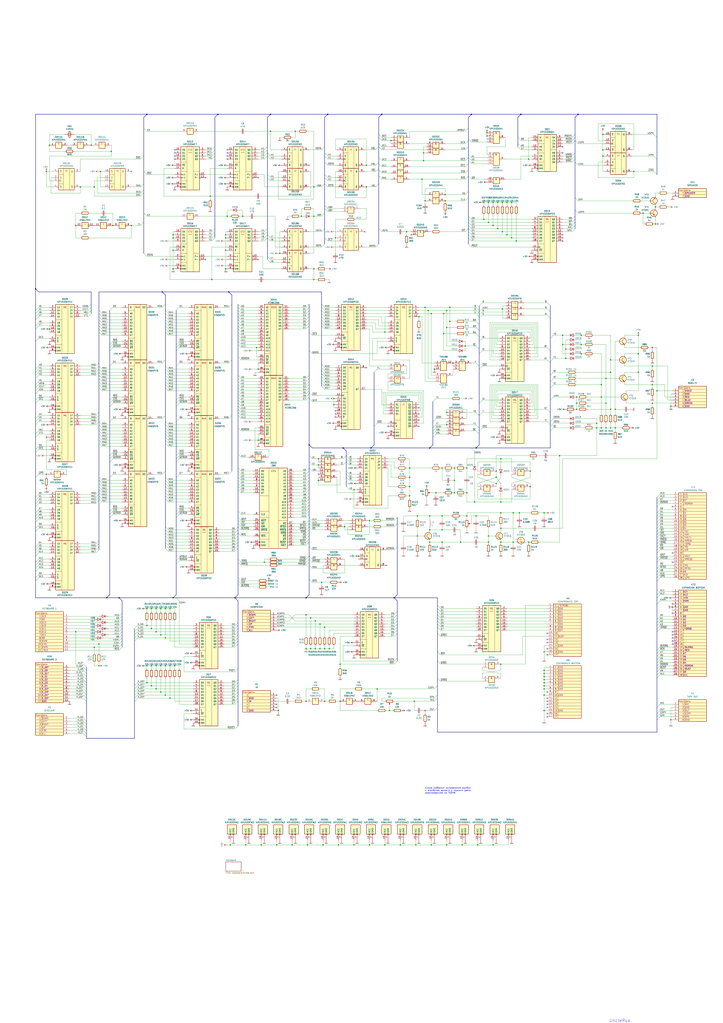
<source format=kicad_sch>
(kicad_sch (version 20230121) (generator eeschema)
  (paper "A1" portrait)
  (title_block (title "Quorum 64") (date "2019-12-14") (rev "1.12") (company "Kamil Karimov"))
  (junction (at 139.7 500.38))
  (junction (at 353.06 424.18))
  (junction (at 229.87 208.28))
  (junction (at 524.51 275.59))
  (junction (at 401.32 445.77))
  (junction (at 124.46 563.88))
  (junction (at 304.8 368.3))
  (junction (at 242.57 107.95))
  (junction (at 535.94 316.23))
  (junction (at 447.04 553.72))
  (junction (at 447.04 556.26))
  (junction (at 447.04 535.94))
  (junction (at 228.6 584.2))
  (junction (at 397.51 166.37))
  (junction (at 262.89 533.4))
  (junction (at 367.03 339.09))
  (junction (at 210.82 285.75))
  (junction (at 128.27 566.42))
  (junction (at 347.98 132.08))
  (junction (at 353.06 435.61))
  (junction (at 265.43 694.69))
  (junction (at 421.64 445.77))
  (junction (at 186.69 177.8))
  (junction (at 283.21 433.07))
  (junction (at 412.75 166.37))
  (junction (at 400.05 109.22))
  (junction (at 367.03 349.25))
  (junction (at 261.62 382.27))
  (junction (at 92.71 185.42))
  (junction (at 257.81 229.87))
  (junction (at 222.25 93.98))
  (junction (at 29.21 237.49))
  (junction (at 316.23 694.69))
  (junction (at 462.28 275.59))
  (junction (at 495.3 123.19))
  (junction (at 344.17 260.35))
  (junction (at 505.46 351.79))
  (junction (at 353.06 445.77))
  (junction (at 128.27 547.37))
  (junction (at 349.25 165.1))
  (junction (at 142.24 220.98))
  (junction (at 353.06 368.3))
  (junction (at 378.46 445.77))
  (junction (at 128.27 519.43))
  (junction (at 185.42 193.04))
  (junction (at 189.23 694.69))
  (junction (at 266.7 515.62))
  (junction (at 501.65 336.55))
  (junction (at 120.65 514.35))
  (junction (at 473.71 331.47))
  (junction (at 382.27 284.48))
  (junction (at 364.49 257.81))
  (junction (at 411.48 546.1))
  (junction (at 358.14 405.13))
  (junction (at 269.24 93.98))
  (junction (at 387.35 93.98))
  (junction (at 551.18 591.82))
  (junction (at 373.38 394.97))
  (junction (at 173.99 229.87))
  (junction (at 262.89 513.08))
  (junction (at 434.34 445.77))
  (junction (at 328.93 694.69))
  (junction (at 435.61 387.35))
  (junction (at 434.34 130.81))
  (junction (at 420.37 195.58))
  (junction (at 275.59 195.58))
  (junction (at 87.63 491.49))
  (junction (at 501.65 295.91))
  (junction (at 405.13 694.69))
  (junction (at 124.46 547.37))
  (junction (at 397.51 180.34))
  (junction (at 367.03 255.27))
  (junction (at 473.71 336.55))
  (junction (at 411.48 421.64))
  (junction (at 497.84 311.15))
  (junction (at 405.13 185.42))
  (junction (at 349.25 252.73))
  (junction (at 143.51 547.37))
  (junction (at 365.76 165.1))
  (junction (at 227.33 694.69))
  (junction (at 321.31 115.57))
  (junction (at 222.25 107.95))
  (junction (at 391.16 368.3))
  (junction (at 128.27 500.38))
  (junction (at 501.65 306.07))
  (junction (at 142.24 195.58))
  (junction (at 412.75 190.5))
  (junction (at 408.94 187.96))
  (junction (at 77.47 532.13))
  (junction (at 135.89 571.5))
  (junction (at 365.76 160.02))
  (junction (at 257.81 153.67))
  (junction (at 535.94 285.75))
  (junction (at 520.7 140.97))
  (junction (at 426.72 421.64))
  (junction (at 132.08 568.96))
  (junction (at 340.36 576.58))
  (junction (at 405.13 166.37))
  (junction (at 135.89 547.37))
  (junction (at 266.7 576.58))
  (junction (at 240.03 694.69))
  (junction (at 524.51 306.07))
  (junction (at 38.1 389.89))
  (junction (at 120.65 93.98))
  (junction (at 494.03 316.23))
  (junction (at 369.57 264.16))
  (junction (at 132.08 547.37))
  (junction (at 139.7 574.04))
  (junction (at 505.46 336.55))
  (junction (at 254 365.76))
  (junction (at 477.52 283.21))
  (junction (at 185.42 195.58))
  (junction (at 120.65 547.37))
  (junction (at 336.55 400.05))
  (junction (at 300.99 135.89))
  (junction (at 490.22 351.79))
  (junction (at 172.72 161.29))
  (junction (at 270.51 533.4))
  (junction (at 40.64 270.51))
  (junction (at 551.18 334.01))
  (junction (at 334.01 190.5))
  (junction (at 400.05 111.76))
  (junction (at 411.48 377.19))
  (junction (at 401.32 166.37))
  (junction (at 356.87 303.53))
  (junction (at 132.08 521.97))
  (junction (at 281.94 368.3))
  (junction (at 251.46 533.4))
  (junction (at 363.22 445.77))
  (junction (at 401.32 440.69))
  (junction (at 391.16 424.18))
  (junction (at 473.71 326.39))
  (junction (at 411.48 412.75))
  (junction (at 279.4 576.58))
  (junction (at 135.89 524.51))
  (junction (at 367.03 694.69))
  (junction (at 303.53 427.99))
  (junction (at 464.82 287.02))
  (junction (at 347.98 125.73))
  (junction (at 552.45 499.11))
  (junction (at 120.65 561.34))
  (junction (at 38.1 140.97))
  (junction (at 528.32 175.26))
  (junction (at 290.83 694.69))
  (junction (at 259.08 510.54))
  (junction (at 372.11 298.45))
  (junction (at 342.9 424.18))
  (junction (at 373.38 384.81))
  (junction (at 363.22 384.81))
  (junction (at 266.7 533.4))
  (junction (at 132.08 500.38))
  (junction (at 412.75 254))
  (junction (at 257.81 220.98))
  (junction (at 421.64 421.64))
  (junction (at 274.32 327.66))
  (junction (at 447.04 561.34))
  (junction (at 497.84 351.79))
  (junction (at 411.48 445.77))
  (junction (at 462.28 283.21))
  (junction (at 535.94 331.47))
  (junction (at 124.46 516.89))
  (junction (at 411.48 434.34))
  (junction (at 74.93 119.38))
  (junction (at 81.28 529.59))
  (junction (at 354.33 257.81))
  (junction (at 247.65 177.8))
  (junction (at 300.99 153.67))
  (junction (at 490.22 347.98))
  (junction (at 427.99 93.98))
  (junction (at 420.37 166.37))
  (junction (at 363.22 435.61))
  (junction (at 279.4 546.1))
  (junction (at 389.89 412.75))
  (junction (at 82.55 140.97))
  (junction (at 364.49 274.32))
  (junction (at 447.04 563.88))
  (junction (at 142.24 491.49))
  (junction (at 535.94 300.99))
  (junction (at 363.22 424.18))
  (junction (at 447.04 421.64))
  (junction (at 336.55 392.43))
  (junction (at 336.55 384.81))
  (junction (at 383.54 384.81))
  (junction (at 274.32 332.74))
  (junction (at 392.43 694.69))
  (junction (at 342.9 440.69))
  (junction (at 539.75 321.31))
  (junction (at 212.09 303.53))
  (junction (at 252.73 694.69))
  (junction (at 408.94 166.37))
  (junction (at 142.24 205.74))
  (junction (at 251.46 576.58))
  (junction (at 447.04 584.2))
  (junction (at 538.48 170.18))
  (junction (at 201.93 694.69))
  (junction (at 369.57 252.73))
  (junction (at 40.64 119.38))
  (junction (at 62.23 519.43))
  (junction (at 81.28 547.37))
  (junction (at 351.79 255.27))
  (junction (at 290.83 402.59))
  (junction (at 424.18 198.12))
  (junction (at 501.65 351.79))
  (junction (at 349.25 584.2))
  (junction (at 257.81 177.8))
  (junction (at 91.44 124.46))
  (junction (at 346.71 147.32))
  (junction (at 199.39 177.8))
  (junction (at 255.27 533.4))
  (junction (at 407.67 387.35))
  (junction (at 97.79 491.49))
  (junction (at 341.63 694.69))
  (junction (at 407.67 392.43))
  (junction (at 261.62 394.97))
  (junction (at 494.03 326.39))
  (junction (at 316.23 273.05))
  (junction (at 139.7 547.37))
  (junction (at 303.53 694.69))
  (junction (at 62.23 185.42))
  (junction (at 294.64 457.2))
  (junction (at 336.55 407.67))
  (junction (at 497.84 331.47))
  (junction (at 323.85 491.49))
  (junction (at 416.56 166.37))
  (junction (at 494.03 351.79))
  (junction (at 379.73 694.69))
  (junction (at 220.98 477.52))
  (junction (at 142.24 193.04))
  (junction (at 459.74 374.65))
  (junction (at 495.3 128.27))
  (junction (at 447.04 566.42))
  (junction (at 66.04 153.67))
  (junction (at 120.65 500.38))
  (junction (at 383.54 424.18))
  (junction (at 538.48 184.15))
  (junction (at 477.52 275.59))
  (junction (at 214.63 694.69))
  (junction (at 251.46 505.46))
  (junction (at 193.04 491.49))
  (junction (at 447.04 558.8))
  (junction (at 278.13 694.69))
  (junction (at 259.08 533.4))
  (junction (at 373.38 405.13))
  (junction (at 185.42 220.98))
  (junction (at 255.27 508))
  (junction (at 464.82 294.64))
  (junction (at 185.42 205.74))
  (junction (at 416.56 193.04))
  (junction (at 495.3 110.49))
  (junction (at 264.16 478.79))
  (junction (at 187.96 240.03))
  (junction (at 524.51 290.83))
  (junction (at 367.03 269.24))
  (junction (at 220.98 480.06))
  (junction (at 447.04 551.18))
  (junction (at 77.47 153.67))
  (junction (at 407.67 397.51))
  (junction (at 212.09 361.95))
  (junction (at 401.32 182.88))
  (junction (at 124.46 500.38))
  (junction (at 477.52 290.83))
  (junction (at 217.17 462.28))
  (junction (at 133.35 240.03))
  (junction (at 320.04 584.2))
  (junction (at 107.95 185.42))
  (junction (at 261.62 377.19))
  (junction (at 179.07 93.98))
  (junction (at 383.54 405.13))
  (junction (at 309.88 566.42))
  (junction (at 354.33 694.69))
  (junction (at 435.61 400.05))
  (junction (at 313.69 93.98))
  (junction (at 447.04 571.5))
  (junction (at 135.89 500.38))
  (junction (at 474.98 93.98))
  (junction (at 251.46 491.49))
  (no_connect (at 107.95 140.97))
  (no_connect (at 552.45 454.66))
  (no_connect (at 275.59 337.82))
  (no_connect (at 254 135.89))
  (no_connect (at 275.59 340.36))
  (no_connect (at 318.77 350.52))
  (no_connect (at 552.45 521.97))
  (no_connect (at 449.58 525.78))
  (no_connect (at 186.69 125.73))
  (no_connect (at 344.17 340.36))
  (no_connect (at 552.45 504.19))
  (no_connect (at 449.58 586.74))
  (no_connect (at 275.59 342.9))
  (no_connect (at 143.51 128.27))
  (no_connect (at 227.33 581.66))
  (no_connect (at 462.28 195.58))
  (no_connect (at 212.09 213.36))
  (no_connect (at 462.28 125.73))
  (no_connect (at 449.58 574.04))
  (no_connect (at 449.58 579.12))
  (no_connect (at 462.28 198.12))
  (no_connect (at 449.58 568.96))
  (no_connect (at 186.69 128.27))
  (no_connect (at 143.51 125.73))
  (no_connect (at 344.17 345.44))
  (no_connect (at 168.91 213.36))
  (no_connect (at 449.58 528.32))
  (no_connect (at 449.58 581.66))
  (no_connect (at 299.72 190.5))
  (no_connect (at 186.69 123.19))
  (no_connect (at 337.82 193.04))
  (no_connect (at 344.17 350.52))
  (no_connect (at 168.91 146.05))
  (no_connect (at 552.45 496.57))
  (no_connect (at 449.58 589.28))
  (no_connect (at 317.5 464.82))
  (no_connect (at 552.45 416.56))
  (no_connect (at 449.58 576.58))
  (no_connect (at 143.51 123.19))
  (no_connect (at 552.45 524.51))
  (no_connect (at 186.69 130.81))
  (no_connect (at 143.51 130.81))
  (no_connect (at 449.58 533.4))
  (no_connect (at 462.28 193.04))
  (no_connect (at 552.45 519.43))
  (no_connect (at 227.33 579.12))
  (no_connect (at 449.58 520.7))
  (no_connect (at 552.45 462.28))
  (no_connect (at 552.45 527.05))
  (no_connect (at 212.09 146.05))
  (no_connect (at 462.28 120.65))
  (no_connect (at 344.17 335.28))
  (no_connect (at 300.99 302.26))
  (no_connect (at 552.45 529.59))
  (no_connect (at 449.58 538.48))
  (no_connect (at 227.33 571.5))
  (no_connect (at 261.62 389.89))
  (bus_entry (at 539.75 516.89) (size 2.54 -2.54))
  (bus_entry (at 382.27 147.32) (size 2.54 -2.54))
  (bus_entry (at 29.21 323.85) (size 2.54 -2.54))
  (bus_entry (at 90.17 255.27) (size 2.54 -2.54))
  (bus_entry (at 90.17 300.99) (size 2.54 -2.54))
  (bus_entry (at 256.54 462.28) (size -2.54 -2.54))
  (bus_entry (at 198.12 265.43) (size -2.54 -2.54))
  (bus_entry (at 118.11 208.28) (size 2.54 2.54))
  (bus_entry (at 100.33 511.81) (size -2.54 2.54))
  (bus_entry (at 539.75 411.48) (size 2.54 -2.54))
  (bus_entry (at 138.43 313.69) (size -2.54 -2.54))
  (bus_entry (at 266.7 304.8) (size -2.54 -2.54))
  (bus_entry (at 323.85 427.99) (size 2.54 -2.54))
  (bus_entry (at 287.02 377.19) (size -2.54 -2.54))
  (bus_entry (at 83.82 367.03) (size -2.54 -2.54))
  (bus_entry (at 110.49 519.43) (size 2.54 -2.54))
  (bus_entry (at 100.33 509.27) (size -2.54 2.54))
  (bus_entry (at 198.12 252.73) (size -2.54 -2.54))
  (bus_entry (at 110.49 563.88) (size 2.54 -2.54))
  (bus_entry (at 29.21 331.47) (size 2.54 -2.54))
  (bus_entry (at 387.35 185.42) (size -2.54 -2.54))
  (bus_entry (at 539.75 491.49) (size 2.54 -2.54))
  (bus_entry (at 90.17 283.21) (size 2.54 -2.54))
  (bus_entry (at 138.43 407.67) (size -2.54 -2.54))
  (bus_entry (at 29.21 452.12) (size 2.54 -2.54))
  (bus_entry (at 71.12 563.88) (size -2.54 -2.54))
  (bus_entry (at 222.25 213.36) (size -2.54 -2.54))
  (bus_entry (at 138.43 367.03) (size -2.54 -2.54))
  (bus_entry (at 539.75 586.74) (size 2.54 -2.54))
  (bus_entry (at 251.46 438.15) (size 2.54 -2.54))
  (bus_entry (at 454.66 275.59) (size -2.54 2.54))
  (bus_entry (at 110.49 516.89) (size 2.54 -2.54))
  (bus_entry (at 100.33 516.89) (size -2.54 2.54))
  (bus_entry (at 539.75 444.5) (size 2.54 -2.54))
  (bus_entry (at 138.43 435.61) (size -2.54 -2.54))
  (bus_entry (at 251.46 252.73) (size 2.54 -2.54))
  (bus_entry (at 266.7 255.27) (size -2.54 -2.54))
  (bus_entry (at 198.12 267.97) (size -2.54 -2.54))
  (bus_entry (at 251.46 255.27) (size 2.54 -2.54))
  (bus_entry (at 118.11 151.13) (size -2.54 2.54))
  (bus_entry (at 78.74 349.25) (size 2.54 -2.54))
  (bus_entry (at 382.27 160.02) (size 2.54 -2.54))
  (bus_entry (at 198.12 270.51) (size -2.54 -2.54))
  (bus_entry (at 133.35 344.17) (size 2.54 -2.54))
  (bus_entry (at 90.17 331.47) (size 2.54 -2.54))
  (bus_entry (at 251.46 321.31) (size 2.54 -2.54))
  (bus_entry (at 72.39 255.27) (size 2.54 -2.54))
  (bus_entry (at 71.12 574.04) (size -2.54 -2.54))
  (bus_entry (at 144.78 328.93) (size 2.54 -2.54))
  (bus_entry (at 133.35 389.89) (size 2.54 -2.54))
  (bus_entry (at 78.74 454.66) (size 2.54 -2.54))
  (bus_entry (at 198.12 480.06) (size -2.54 -2.54))
  (bus_entry (at 256.54 435.61) (size -2.54 -2.54))
  (bus_entry (at 71.12 551.18) (size -2.54 -2.54))
  (bus_entry (at 251.46 400.05) (size 2.54 -2.54))
  (bus_entry (at 100.33 521.97) (size -2.54 2.54))
  (bus_entry (at 323.85 515.62) (size 2.54 -2.54))
  (bus_entry (at 256.54 290.83) (size -2.54 -2.54))
  (bus_entry (at 173.99 195.58) (size 2.54 -2.54))
  (bus_entry (at 83.82 402.59) (size -2.54 -2.54))
  (bus_entry (at 29.21 260.35) (size 2.54 -2.54))
  (bus_entry (at 323.85 510.54) (size 2.54 -2.54))
  (bus_entry (at 256.54 433.07) (size -2.54 -2.54))
  (bus_entry (at 539.75 549.91) (size 2.54 -2.54))
  (bus_entry (at 251.46 464.82) (size 2.54 -2.54))
  (bus_entry (at 29.21 262.89) (size 2.54 -2.54))
  (bus_entry (at 90.17 420.37) (size 2.54 -2.54))
  (bus_entry (at 144.78 285.75) (size 2.54 -2.54))
  (bus_entry (at 187.96 298.45) (size 2.54 -2.54))
  (bus_entry (at 251.46 311.15) (size 2.54 -2.54))
  (bus_entry (at 193.04 579.12) (size 2.54 -2.54))
  (bus_entry (at 29.21 344.17) (size 2.54 -2.54))
  (bus_entry (at 29.21 434.34) (size 2.54 -2.54))
  (bus_entry (at 266.7 265.43) (size -2.54 -2.54))
  (bus_entry (at 539.75 477.52) (size 2.54 -2.54))
  (bus_entry (at 308.61 135.89) (size 2.54 -2.54))
  (bus_entry (at 198.12 326.39) (size -2.54 -2.54))
  (bus_entry (at 539.75 557.53) (size 2.54 -2.54))
  (bus_entry (at 387.35 132.08) (size -2.54 -2.54))
  (bus_entry (at 110.49 527.05) (size 2.54 -2.54))
  (bus_entry (at 193.04 516.89) (size 2.54 -2.54))
  (bus_entry (at 83.82 313.69) (size -2.54 -2.54))
  (bus_entry (at 29.21 328.93) (size 2.54 -2.54))
  (bus_entry (at 396.24 259.08) (size -2.54 2.54))
  (bus_entry (at 251.46 425.45) (size 2.54 -2.54))
  (bus_entry (at 193.04 519.43) (size 2.54 -2.54))
  (bus_entry (at 138.43 356.87) (size -2.54 -2.54))
  (bus_entry (at 469.9 133.35) (size 2.54 -2.54))
  (bus_entry (at 193.04 568.96) (size 2.54 -2.54))
  (bus_entry (at 269.24 173.99) (size -2.54 -2.54))
  (bus_entry (at 138.43 321.31) (size -2.54 -2.54))
  (bus_entry (at 287.02 389.89) (size -2.54 -2.54))
  (bus_entry (at 251.46 422.91) (size 2.54 -2.54))
  (bus_entry (at 313.69 132.08) (size -2.54 -2.54))
  (bus_entry (at 71.12 600.71) (size -2.54 -2.54))
  (bus_entry (at 110.49 574.04) (size 2.54 -2.54))
  (bus_entry (at 323.85 546.1) (size 2.54 -2.54))
  (bus_entry (at 539.75 143.51) (size -2.54 -2.54))
  (bus_entry (at 144.78 255.27) (size 2.54 -2.54))
  (bus_entry (at 198.12 477.52) (size -2.54 -2.54))
  (bus_entry (at 539.75 534.67) (size 2.54 -2.54))
  (bus_entry (at 539.75 429.26) (size 2.54 -2.54))
  (bus_entry (at 539.75 436.88) (size 2.54 -2.54))
  (bus_entry (at 193.04 561.34) (size 2.54 -2.54))
  (bus_entry (at 29.21 392.43) (size 2.54 -2.54))
  (bus_entry (at 256.54 330.2) (size -2.54 -2.54))
  (bus_entry (at 251.46 267.97) (size 2.54 -2.54))
  (bus_entry (at 83.82 306.07) (size -2.54 -2.54))
  (bus_entry (at 313.69 147.32) (size -2.54 -2.54))
  (bus_entry (at 29.21 436.88) (size 2.54 -2.54))
  (bus_entry (at 144.78 461.01) (size 2.54 -2.54))
  (bus_entry (at 308.61 203.2) (size 2.54 -2.54))
  (bus_entry (at 29.21 306.07) (size 2.54 -2.54))
  (bus_entry (at 217.17 128.27) (size 2.54 -2.54))
  (bus_entry (at 198.12 321.31) (size -2.54 -2.54))
  (bus_entry (at 251.46 265.43) (size 2.54 -2.54))
  (bus_entry (at 251.46 462.28) (size 2.54 -2.54))
  (bus_entry (at 198.12 331.47) (size -2.54 -2.54))
  (bus_entry (at 78.74 341.63) (size 2.54 -2.54))
  (bus_entry (at 78.74 308.61) (size 2.54 -2.54))
  (bus_entry (at 217.17 123.19) (size 2.54 -2.54))
  (bus_entry (at 138.43 361.95) (size -2.54 -2.54))
  (bus_entry (at 266.7 270.51) (size -2.54 -2.54))
  (bus_entry (at 110.49 524.51) (size 2.54 -2.54))
  (bus_entry (at 90.17 379.73) (size 2.54 -2.54))
  (bus_entry (at 83.82 412.75) (size -2.54 -2.54))
  (bus_entry (at 539.75 441.96) (size 2.54 -2.54))
  (bus_entry (at 251.46 270.51) (size 2.54 -2.54))
  (bus_entry (at 396.24 254) (size -2.54 2.54))
  (bus_entry (at 29.21 359.41) (size 2.54 -2.54))
  (bus_entry (at 138.43 438.15) (size -2.54 -2.54))
  (bus_entry (at 144.78 377.19) (size 2.54 -2.54))
  (bus_entry (at 90.17 392.43) (size 2.54 -2.54))
  (bus_entry (at 173.99 125.73) (size 2.54 -2.54))
  (bus_entry (at 449.58 346.71) (size 2.54 2.54))
  (bus_entry (at 83.82 351.79) (size -2.54 -2.54))
  (bus_entry (at 539.75 589.28) (size 2.54 -2.54))
  (bus_entry (at 198.12 387.35) (size -2.54 -2.54))
  (bus_entry (at 469.9 180.34) (size 2.54 -2.54))
  (bus_entry (at 454.66 347.98) (size -2.54 2.54))
  (bus_entry (at 539.75 547.37) (size 2.54 -2.54))
  (bus_entry (at 29.21 257.81) (size 2.54 -2.54))
  (bus_entry (at 396.24 300.99) (size -2.54 2.54))
  (bus_entry (at 361.95 502.92) (size -2.54 -2.54))
  (bus_entry (at 110.49 566.42) (size 2.54 -2.54))
  (bus_entry (at 256.54 467.36) (size -2.54 -2.54))
  (bus_entry (at 198.12 336.55) (size -2.54 -2.54))
  (bus_entry (at 29.21 429.26) (size 2.54 -2.54))
  (bus_entry (at 29.21 416.56) (size 2.54 -2.54))
  (bus_entry (at 83.82 275.59) (size -2.54 -2.54))
  (bus_entry (at 266.7 317.5) (size -2.54 -2.54))
  (bus_entry (at 539.75 447.04) (size 2.54 -2.54))
  (bus_entry (at 356.87 574.04) (size 2.54 -2.54))
  (bus_entry (at 144.78 331.47) (size 2.54 -2.54))
  (bus_entry (at 287.02 379.73) (size -2.54 -2.54))
  (bus_entry (at 29.21 469.9) (size 2.54 -2.54))
  (bus_entry (at 361.95 510.54) (size -2.54 -2.54))
  (bus_entry (at 539.75 426.72) (size 2.54 -2.54))
  (bus_entry (at 110.49 571.5) (size 2.54 -2.54))
  (bus_entry (at 539.75 469.9) (size 2.54 -2.54))
  (bus_entry (at 361.95 560.07) (size -2.54 -2.54))
  (bus_entry (at 198.12 435.61) (size -2.54 -2.54))
  (bus_entry (at 83.82 359.41) (size -2.54 -2.54))
  (bus_entry (at 387.35 203.2) (size -2.54 -2.54))
  (bus_entry (at 198.12 280.67) (size -2.54 -2.54))
  (bus_entry (at 71.12 568.96) (size -2.54 -2.54))
  (bus_entry (at 29.21 462.28) (size 2.54 -2.54))
  (bus_entry (at 138.43 262.89) (size -2.54 -2.54))
  (bus_entry (at 266.7 260.35) (size -2.54 -2.54))
  (bus_entry (at 539.75 539.75) (size 2.54 -2.54))
  (bus_entry (at 251.46 389.89) (size 2.54 -2.54))
  (bus_entry (at 474.98 165.1) (size -2.54 -2.54))
  (bus_entry (at 90.17 425.45) (size 2.54 -2.54))
  (bus_entry (at 78.74 411.48) (size 2.54 -2.54))
  (bus_entry (at 173.99 130.81) (size 2.54 -2.54))
  (bus_entry (at 90.17 422.91) (size 2.54 -2.54))
  (bus_entry (at 361.95 538.48) (size -2.54 -2.54))
  (bus_entry (at 382.27 190.5) (size 2.54 -2.54))
  (bus_entry (at 539.75 113.03) (size -2.54 -2.54))
  (bus_entry (at 539.75 462.28) (size 2.54 -2.54))
  (bus_entry (at 256.54 377.19) (size -2.54 -2.54))
  (bus_entry (at 138.43 306.07) (size -2.54 -2.54))
  (bus_entry (at 173.99 190.5) (size 2.54 -2.54))
  (bus_entry (at 29.21 255.27) (size 2.54 -2.54))
  (bus_entry (at 391.16 354.33) (size 2.54 2.54))
  (bus_entry (at 29.21 303.53) (size 2.54 -2.54))
  (bus_entry (at 115.57 185.42) (size 2.54 -2.54))
  (bus_entry (at 219.71 143.51) (size 2.54 2.54))
  (bus_entry (at 251.46 394.97) (size 2.54 -2.54))
  (bus_entry (at 71.12 556.26) (size -2.54 -2.54))
  (bus_entry (at 361.95 523.24) (size -2.54 -2.54))
  (bus_entry (at 72.39 260.35) (size 2.54 -2.54))
  (bus_entry (at 198.12 389.89) (size -2.54 -2.54))
  (bus_entry (at 29.21 424.18) (size 2.54 -2.54))
  (bus_entry (at 251.46 318.77) (size 2.54 -2.54))
  (bus_entry (at 539.75 421.64) (size 2.54 -2.54))
  (bus_entry (at 251.46 417.83) (size 2.54 -2.54))
  (bus_entry (at 454.66 351.79) (size -2.54 2.54))
  (bus_entry (at 29.21 356.87) (size 2.54 -2.54))
  (bus_entry (at 313.69 142.24) (size -2.54 -2.54))
  (bus_entry (at 387.35 180.34) (size -2.54 -2.54))
  (bus_entry (at 266.7 252.73) (size -2.54 -2.54))
  (bus_entry (at 382.27 123.19) (size 2.54 -2.54))
  (bus_entry (at 387.35 198.12) (size -2.54 -2.54))
  (bus_entry (at 71.12 603.25) (size -2.54 -2.54))
  (bus_entry (at 469.9 115.57) (size 2.54 -2.54))
  (bus_entry (at 100.33 529.59) (size -2.54 2.54))
  (bus_entry (at 391.16 339.09) (size 2.54 2.54))
  (bus_entry (at 454.66 344.17) (size -2.54 2.54))
  (bus_entry (at 29.21 426.72) (size 2.54 -2.54))
  (bus_entry (at 266.7 307.34) (size -2.54 -2.54))
  (bus_entry (at 29.21 280.67) (size 2.54 -2.54))
  (bus_entry (at 83.82 316.23) (size -2.54 -2.54))
  (bus_entry (at 138.43 349.25) (size -2.54 -2.54))
  (bus_entry (at 147.32 494.03) (size -2.54 -2.54))
  (bus_entry (at 256.54 452.12) (size -2.54 -2.54))
  (bus_entry (at 391.16 298.45) (size 2.54 2.54))
  (bus_entry (at 251.46 412.75) (size 2.54 -2.54))
  (bus_entry (at 118.11 128.27) (size -2.54 2.54))
  (bus_entry (at 29.21 449.58) (size 2.54 -2.54))
  (bus_entry (at 198.12 260.35) (size -2.54 -2.54))
  (bus_entry (at 83.82 397.51) (size -2.54 -2.54))
  (bus_entry (at 193.04 448.31) (size 2.54 -2.54))
  (bus_entry (at 287.02 394.97) (size -2.54 -2.54))
  (bus_entry (at 539.75 554.99) (size 2.54 -2.54))
  (bus_entry (at 198.12 397.51) (size -2.54 -2.54))
  (bus_entry (at 387.35 195.58) (size -2.54 -2.54))
  (bus_entry (at 198.12 316.23) (size -2.54 -2.54))
  (bus_entry (at 251.46 420.37) (size 2.54 -2.54))
  (bus_entry (at 78.74 303.53) (size 2.54 -2.54))
  (bus_entry (at 100.33 524.51) (size -2.54 2.54))
  (bus_entry (at 110.49 576.58) (size 2.54 -2.54))
  (bus_entry (at 198.12 285.75) (size -2.54 -2.54))
  (bus_entry (at 138.43 453.39) (size -2.54 -2.54))
  (bus_entry (at 83.82 303.53) (size -2.54 -2.54))
  (bus_entry (at 29.21 464.82) (size 2.54 -2.54))
  (bus_entry (at 264.16 203.2) (size 2.54 -2.54))
  (bus_entry (at 138.43 308.61) (size -2.54 -2.54))
  (bus_entry (at 217.17 125.73) (size 2.54 -2.54))
  (bus_entry (at 361.95 518.16) (size -2.54 -2.54))
  (bus_entry (at 193.04 527.05) (size 2.54 -2.54))
  (bus_entry (at 29.21 311.15) (size 2.54 -2.54))
  (bus_entry (at 90.17 377.19) (size 2.54 -2.54))
  (bus_entry (at 251.46 387.35) (size 2.54 -2.54))
  (bus_entry (at 382.27 107.95) (size 2.54 -2.54))
  (bus_entry (at 193.04 599.44) (size 2.54 -2.54))
  (bus_entry (at 90.17 374.65) (size 2.54 -2.54))
  (bus_entry (at 71.12 561.34) (size -2.54 -2.54))
  (bus_entry (at 281.94 382.27) (size 2.54 -2.54))
  (bus_entry (at 193.04 514.35) (size 2.54 -2.54))
  (bus_entry (at 138.43 405.13) (size -2.54 -2.54))
  (bus_entry (at 144.78 288.29) (size 2.54 -2.54))
  (bus_entry (at 251.46 316.23) (size 2.54 -2.54))
  (bus_entry (at 222.25 198.12) (size -2.54 -2.54))
  (bus_entry (at 144.78 346.71) (size 2.54 -2.54))
  (bus_entry (at 264.16 123.19) (size 2.54 -2.54))
  (bus_entry (at 323.85 513.08) (size 2.54 -2.54))
  (bus_entry (at 83.82 405.13) (size -2.54 -2.54))
  (bus_entry (at 118.11 158.75) (size -2.54 2.54))
  (bus_entry (at 539.75 452.12) (size 2.54 -2.54))
  (bus_entry (at 396.24 256.54) (size -2.54 2.54))
  (bus_entry (at 198.12 400.05) (size -2.54 -2.54))
  (bus_entry (at 83.82 394.97) (size -2.54 -2.54))
  (bus_entry (at 251.46 443.23) (size 2.54 -2.54))
  (bus_entry (at 198.12 462.28) (size -2.54 -2.54))
  (bus_entry (at 193.04 571.5) (size 2.54 -2.54))
  (bus_entry (at 193.04 453.39) (size 2.54 -2.54))
  (bus_entry (at 396.24 288.29) (size -2.54 2.54))
  (bus_entry (at 144.78 463.55) (size 2.54 -2.54))
  (bus_entry (at 269.24 128.27) (size -2.54 -2.54))
  (bus_entry (at 100.33 519.43) (size -2.54 2.54))
  (bus_entry (at 144.78 425.45) (size 2.54 -2.54))
  (bus_entry (at 144.78 283.21) (size 2.54 -2.54))
  (bus_entry (at 198.12 328.93) (size -2.54 -2.54))
  (bus_entry (at 138.43 354.33) (size -2.54 -2.54))
  (bus_entry (at 387.35 193.04) (size -2.54 -2.54))
  (bus_entry (at 387.35 182.88) (size -2.54 -2.54))
  (bus_entry (at 356.87 584.2) (size 2.54 -2.54))
  (bus_entry (at 173.99 128.27) (size 2.54 -2.54))
  (bus_entry (at 198.12 311.15) (size -2.54 -2.54))
  (bus_entry (at 138.43 412.75) (size -2.54 -2.54))
  (bus_entry (at 83.82 318.77) (size -2.54 -2.54))
  (bus_entry (at 110.49 521.97) (size 2.54 -2.54))
  (bus_entry (at 90.17 285.75) (size 2.54 -2.54))
  (bus_entry (at 313.69 113.03) (size -2.54 -2.54))
  (bus_entry (at 454.66 306.07) (size -2.54 2.54))
  (bus_entry (at 187.96 344.17) (size 2.54 -2.54))
  (bus_entry (at 539.75 459.74) (size 2.54 -2.54))
  (bus_entry (at 83.82 354.33) (size -2.54 -2.54))
  (bus_entry (at 198.12 323.85) (size -2.54 -2.54))
  (bus_entry (at 71.12 605.79) (size -2.54 -2.54))
  (bus_entry (at 138.43 410.21) (size -2.54 -2.54))
  (bus_entry (at 474.98 175.26) (size -2.54 -2.54))
  (bus_entry (at 71.12 553.72) (size -2.54 -2.54))
  (bus_entry (at 358.14 327.66) (size -2.54 2.54))
  (bus_entry (at 539.75 454.66) (size 2.54 -2.54))
  (bus_entry (at 266.7 312.42) (size -2.54 -2.54))
  (bus_entry (at 256.54 275.59) (size -2.54 -2.54))
  (bus_entry (at 193.04 443.23) (size 2.54 -2.54))
  (bus_entry (at 356.87 576.58) (size 2.54 -2.54))
  (bus_entry (at 454.66 326.39) (size -2.54 2.54))
  (bus_entry (at 361.95 508) (size -2.54 -2.54))
  (bus_entry (at 539.75 544.83) (size 2.54 -2.54))
  (bus_entry (at 198.12 440.69) (size -2.54 -2.54))
  (bus_entry (at 382.27 165.1) (size 2.54 -2.54))
  (bus_entry (at 387.35 147.32) (size -2.54 -2.54))
  (bus_entry (at 396.24 278.13) (size -2.54 2.54))
  (bus_entry (at 469.9 185.42) (size 2.54 -2.54))
  (bus_entry (at 118.11 175.26) (size 2.54 2.54))
  (bus_entry (at 138.43 448.31) (size -2.54 -2.54))
  (bus_entry (at 198.12 354.33) (size -2.54 -2.54))
  (bus_entry (at 539.75 449.58) (size 2.54 -2.54))
  (bus_entry (at 138.43 400.05) (size -2.54 -2.54))
  (bus_entry (at 387.35 116.84) (size -2.54 -2.54))
  (bus_entry (at 29.21 318.77) (size 2.54 -2.54))
  (bus_entry (at 266.7 309.88) (size -2.54 -2.54))
  (bus_entry (at 29.21 321.31) (size 2.54 -2.54))
  (bus_entry (at 449.58 248.92) (size 2.54 2.54))
  (bus_entry (at 539.75 439.42) (size 2.54 -2.54))
  (bus_entry (at 83.82 262.89) (size -2.54 -2.54))
  (bus_entry (at 78.74 414.02) (size 2.54 -2.54))
  (bus_entry (at 539.75 467.36) (size 2.54 -2.54))
  (bus_entry (at 138.43 257.81) (size -2.54 -2.54))
  (bus_entry (at 138.43 445.77) (size -2.54 -2.54))
  (bus_entry (at 323.85 433.07) (size 2.54 -2.54))
  (bus_entry (at 138.43 303.53) (size -2.54 -2.54))
  (bus_entry (at 391.16 274.32) (size 2.54 2.54))
  (bus_entry (at 29.21 270.51) (size 2.54 -2.54))
  (bus_entry (at 133.35 298.45) (size 2.54 -2.54))
  (bus_entry (at 313.69 190.5) (size -2.54 -2.54))
  (bus_entry (at 323.85 518.16) (size 2.54 -2.54))
  (bus_entry (at 29.21 457.2) (size 2.54 -2.54))
  (bus_entry (at 198.12 422.91) (size -2.54 -2.54))
  (bus_entry (at 193.04 532.13) (size 2.54 -2.54))
  (bus_entry (at 100.33 527.05) (size -2.54 2.54))
  (bus_entry (at 382.27 132.08) (size 2.54 -2.54))
  (bus_entry (at 309.88 347.98) (size -2.54 2.54))
  (bus_entry (at 539.75 591.82) (size 2.54 -2.54))
  (bus_entry (at 144.78 334.01) (size 2.54 -2.54))
  (bus_entry (at 308.61 140.97) (size 2.54 -2.54))
  (bus_entry (at 138.43 402.59) (size -2.54 -2.54))
  (bus_entry (at 71.12 558.8) (size -2.54 -2.54))
  (bus_entry (at 78.74 346.71) (size 2.54 -2.54))
  (bus_entry (at 474.98 118.11) (size -2.54 -2.54))
  (bus_entry (at 251.46 392.43) (size 2.54 -2.54))
  (bus_entry (at 198.12 405.13) (size -2.54 -2.54))
  (bus_entry (at 71.12 593.09) (size -2.54 -2.54))
  (bus_entry (at 251.46 448.31) (size 2.54 -2.54))
  (bus_entry (at 198.12 375.92) (size -2.54 -2.54))
  (bus_entry (at 256.54 459.74) (size -2.54 -2.54))
  (bus_entry (at 361.95 515.62) (size -2.54 -2.54))
  (bus_entry (at 382.27 137.16) (size 2.54 -2.54))
  (bus_entry (at 251.46 262.89) (size 2.54 -2.54))
  (bus_entry (at 100.33 514.35) (size -2.54 2.54))
  (bus_entry (at 427.99 123.19) (size -2.54 -2.54))
  (bus_entry (at 469.9 130.81) (size 2.54 -2.54))
  (bus_entry (at 83.82 265.43) (size -2.54 -2.54))
  (bus_entry (at 138.43 275.59) (size -2.54 -2.54))
  (bus_entry (at 83.82 361.95) (size -2.54 -2.54))
  (bus_entry (at 90.17 328.93) (size 2.54 -2.54))
  (bus_entry (at 173.99 193.04) (size 2.54 -2.54))
  (bus_entry (at 198.12 275.59) (size -2.54 -2.54))
  (bus_entry (at 78.74 406.4) (size 2.54 -2.54))
  (bus_entry (at 29.21 414.02) (size 2.54 -2.54))
  (bus_entry (at 118.11 140.97) (size 2.54 2.54))
  (bus_entry (at 251.46 430.53) (size 2.54 -2.54))
  (bus_entry (at 138.43 364.49) (size -2.54 -2.54))
  (bus_entry (at 264.16 153.67) (size 2.54 -2.54))
  (bus_entry (at 138.43 351.79) (size -2.54 -2.54))
  (bus_entry (at 138.43 260.35) (size -2.54 -2.54))
  (bus_entry (at 251.46 435.61) (size 2.54 -2.54))
  (bus_entry (at 256.54 382.27) (size -2.54 -2.54))
  (bus_entry (at 138.43 359.41) (size -2.54 -2.54))
  (bus_entry (at 198.12 341.63) (size -2.54 -2.54))
  (bus_entry (at 29.21 477.52) (size 2.54 -2.54))
  (bus_entry (at 323.85 523.24) (size 2.54 -2.54))
  (bus_entry (at 251.46 402.59) (size 2.54 -2.54))
  (bus_entry (at 449.58 336.55) (size 2.54 2.54))
  (bus_entry (at 387.35 190.5) (size -2.54 -2.54))
  (bus_entry (at 198.12 427.99) (size -2.54 -2.54))
  (bus_entry (at 29.21 267.97) (size 2.54 -2.54))
  (bus_entry (at 217.17 195.58) (size 2.54 -2.54))
  (bus_entry (at 71.12 576.58) (size -2.54 -2.54))
  (bus_entry (at 539.75 416.56) (size 2.54 -2.54))
  (bus_entry (at 361.95 513.08) (size -2.54 -2.54))
  (bus_entry (at 256.54 427.99) (size -2.54 -2.54))
  (bus_entry (at 83.82 356.87) (size -2.54 -2.54))
  (bus_entry (at 251.46 313.69) (size 2.54 -2.54))
  (bus_entry (at 474.98 135.89) (size -2.54 -2.54))
  (bus_entry (at 539.75 414.02) (size 2.54 -2.54))
  (bus_entry (at 266.7 267.97) (size -2.54 -2.54))
  (bus_entry (at 313.69 123.19) (size -2.54 -2.54))
  (bus_entry (at 187.96 389.89) (size 2.54 -2.54))
  (bus_entry (at 454.66 316.23) (size -2.54 2.54))
  (bus_entry (at 269.24 153.67) (size -2.54 -2.54))
  (bus_entry (at 539.75 581.66) (size 2.54 -2.54))
  (bus_entry (at 251.46 323.85) (size 2.54 -2.54))
  (bus_entry (at 198.12 283.21) (size -2.54 -2.54))
  (bus_entry (at 133.35 252.73) (size 2.54 -2.54))
  (bus_entry (at 173.99 123.19) (size 2.54 -2.54))
  (bus_entry (at 449.58 285.75) (size 2.54 2.54))
  (bus_entry (at 251.46 257.81) (size 2.54 -2.54))
  (bus_entry (at 269.24 135.89) (size -2.54 -2.54))
  (bus_entry (at 313.69 137.16) (size -2.54 -2.54))
  (bus_entry (at 313.69 115.57) (size -2.54 -2.54))
  (bus_entry (at 469.9 113.03) (size 2.54 -2.54))
  (bus_entry (at 29.21 349.25) (size 2.54 -2.54))
  (bus_entry (at 198.12 334.01) (size -2.54 -2.54))
  (bus_entry (at 387.35 187.96) (size -2.54 -2.54))
  (bus_entry (at 396.24 248.92) (size -2.54 2.54))
  (bus_entry (at 539.75 496.57) (size 2.54 -2.54))
  (bus_entry (at 323.85 505.46) (size 2.54 -2.54))
  (bus_entry (at 251.46 328.93) (size 2.54 -2.54))
  (bus_entry (at 222.25 195.58) (size -2.54 -2.54))
  (bus_entry (at 193.04 521.97) (size 2.54 -2.54))
  (bus_entry (at 138.43 318.77) (size -2.54 -2.54))
  (bus_entry (at 72.39 252.73) (size 2.54 -2.54))
  (bus_entry (at 138.43 311.15) (size -2.54 -2.54))
  (bus_entry (at 361.95 500.38) (size -2.54 -2.54))
  (bus_entry (at 78.74 452.12) (size 2.54 -2.54))
  (bus_entry (at 100.33 506.73) (size -2.54 2.54))
  (bus_entry (at 427.99 120.65) (size -2.54 -2.54))
  (bus_entry (at 29.21 369.57) (size 2.54 -2.54))
  (bus_entry (at 256.54 478.79) (size -2.54 -2.54))
  (bus_entry (at 539.75 511.81) (size 2.54 -2.54))
  (bus_entry (at 391.16 269.24) (size 2.54 2.54))
  (bus_entry (at 198.12 273.05) (size -2.54 -2.54))
  (bus_entry (at 193.04 435.61) (size 2.54 -2.54))
  (bus_entry (at 251.46 445.77) (size 2.54 -2.54))
  (bus_entry (at 266.7 302.26) (size -2.54 -2.54))
  (bus_entry (at 71.12 566.42) (size -2.54 -2.54))
  (bus_entry (at 144.78 374.65) (size 2.54 -2.54))
  (bus_entry (at 71.12 571.5) (size -2.54 -2.54))
  (bus_entry (at 83.82 410.21) (size -2.54 -2.54))
  (bus_entry (at 387.35 368.3) (size 2.54 2.54))
  (bus_entry (at 251.46 260.35) (size 2.54 -2.54))
  (bus_entry (at 256.54 430.53) (size -2.54 -2.54))
  (bus_entry (at 539.75 537.21) (size 2.54 -2.54))
  (bus_entry (at 449.58 254) (size 2.54 2.54))
  (bus_entry (at 391.16 349.25) (size 2.54 2.54))
  (bus_entry (at 391.16 264.16) (size 2.54 2.54))
  (bus_entry (at 72.39 257.81) (size 2.54 -2.54))
  (bus_entry (at 382.27 142.24) (size 2.54 -2.54))
  (bus_entry (at 449.58 295.91) (size 2.54 2.54))
  (bus_entry (at 323.85 543.56) (size 2.54 -2.54))
  (bus_entry (at 539.75 488.95) (size 2.54 -2.54))
  (bus_entry (at 198.12 402.59) (size -2.54 -2.54))
  (bus_entry (at 219.71 146.05) (size 2.54 2.54))
  (bus_entry (at 198.12 482.6) (size -2.54 -2.54))
  (bus_entry (at 539.75 509.27) (size 2.54 -2.54))
  (bus_entry (at 396.24 339.09) (size -2.54 2.54))
  (bus_entry (at 539.75 424.18) (size 2.54 -2.54))
  (bus_entry (at 29.21 372.11) (size 2.54 -2.54))
  (bus_entry (at 539.75 474.98) (size 2.54 -2.54))
  (bus_entry (at 251.46 459.74) (size 2.54 -2.54))
  (bus_entry (at 219.71 128.27) (size 2.54 2.54))
  (bus_entry (at 251.46 433.07) (size 2.54 -2.54))
  (bus_entry (at 78.74 408.94) (size 2.54 -2.54))
  (bus_entry (at 71.12 598.17) (size -2.54 -2.54))
  (bus_entry (at 539.75 552.45) (size 2.54 -2.54))
  (bus_entry (at 78.74 447.04) (size 2.54 -2.54))
  (bus_entry (at 539.75 472.44) (size 2.54 -2.54))
  (bus_entry (at 193.04 574.04) (size 2.54 -2.54))
  (bus_entry (at 144.78 379.73) (size 2.54 -2.54))
  (bus_entry (at 396.24 351.79) (size -2.54 2.54))
  (bus_entry (at 269.24 146.05) (size -2.54 -2.54))
  (bus_entry (at 138.43 394.97) (size -2.54 -2.54))
  (bus_entry (at 269.24 171.45) (size -2.54 -2.54))
  (bus_entry (at 193.04 576.58) (size 2.54 -2.54))
  (bus_entry (at 144.78 392.43) (size 2.54 -2.54))
  (bus_entry (at 83.82 260.35) (size -2.54 -2.54))
  (bus_entry (at 251.46 440.69) (size 2.54 -2.54))
  (bus_entry (at 323.85 452.12) (size 2.54 -2.54))
  (bus_entry (at 449.58 259.08) (size 2.54 2.54))
  (bus_entry (at 83.82 273.05) (size -2.54 -2.54))
  (bus_entry (at 266.7 262.89) (size -2.54 -2.54))
  (bus_entry (at 29.21 467.36) (size 2.54 -2.54))
  (bus_entry (at 198.12 394.97) (size -2.54 -2.54))
  (bus_entry (at 90.17 346.71) (size 2.54 -2.54))
  (bus_entry (at 100.33 504.19) (size -2.54 2.54))
  (bus_entry (at 193.04 524.51) (size 2.54 -2.54))
  (bus_entry (at 219.71 125.73) (size 2.54 2.54))
  (bus_entry (at 138.43 267.97) (size -2.54 -2.54))
  (bus_entry (at 78.74 449.58) (size 2.54 -2.54))
  (bus_entry (at 539.75 130.81) (size -2.54 -2.54))
  (bus_entry (at 138.43 440.69) (size -2.54 -2.54))
  (bus_entry (at 198.12 318.77) (size -2.54 -2.54))
  (bus_entry (at 83.82 308.61) (size -2.54 -2.54))
  (bus_entry (at 193.04 563.88) (size 2.54 -2.54))
  (bus_entry (at 358.14 344.17) (size -2.54 2.54))
  (bus_entry (at 323.85 508) (size 2.54 -2.54))
  (bus_entry (at 539.75 519.43) (size 2.54 -2.54))
  (bus_entry (at 391.16 255.27) (size 2.54 2.54))
  (bus_entry (at 391.16 252.73) (size 2.54 2.54))
  (bus_entry (at 144.78 300.99) (size 2.54 -2.54))
  (bus_entry (at 138.43 265.43) (size -2.54 -2.54))
  (bus_entry (at 118.11 105.41) (size 2.54 2.54))
  (bus_entry (at 539.75 434.34) (size 2.54 -2.54))
  (bus_entry (at 287.02 392.43) (size -2.54 -2.54))
  (bus_entry (at 382.27 118.11) (size 2.54 -2.54))
  (bus_entry (at 118.11 156.21) (size -2.54 2.54))
  (bus_entry (at 144.78 420.37) (size 2.54 -2.54))
  (bus_entry (at 78.74 306.07) (size 2.54 -2.54))
  (bus_entry (at 198.12 278.13) (size -2.54 -2.54))
  (bus_entry (at 281.94 377.19) (size 2.54 -2.54))
  (bus_entry (at 29.21 316.23) (size 2.54 -2.54))
  (bus_entry (at 90.17 334.01) (size 2.54 -2.54))
  (bus_entry (at 138.43 450.85) (size -2.54 -2.54))
  (bus_entry (at 198.12 430.53) (size -2.54 -2.54))
  (bus_entry (at 251.46 407.67) (size 2.54 -2.54))
  (bus_entry (at 29.21 454.66) (size 2.54 -2.54))
  (bus_entry (at 71.12 595.63) (size -2.54 -2.54))
  (bus_entry (at 90.17 288.29) (size 2.54 -2.54))
  (bus_entry (at 83.82 321.31) (size -2.54 -2.54))
  (bus_entry (at 308.61 153.67) (size 2.54 -2.54))
  (bus_entry (at 356.87 566.42) (size 2.54 -2.54))
  (bus_entry (at 217.17 193.04) (size 2.54 -2.54))
  (bus_entry (at 256.54 387.35) (size -2.54 -2.54))
  (bus_entry (at 391.16 284.48) (size 2.54 2.54))
  (bus_entry (at 83.82 311.15) (size -2.54 -2.54))
  (bus_entry (at 361.95 505.46) (size -2.54 -2.54))
  (bus_entry (at 387.35 134.62) (size -2.54 -2.54))
  (bus_entry (at 308.61 123.19) (size 2.54 -2.54))
  (bus_entry (at 266.7 320.04) (size -2.54 -2.54))
  (bus_entry (at 198.12 344.17) (size -2.54 -2.54))
  (bus_entry (at 29.21 474.98) (size 2.54 -2.54))
  (bus_entry (at 198.12 392.43) (size -2.54 -2.54))
  (bus_entry (at 100.33 532.13) (size -2.54 2.54))
  (bus_entry (at 469.9 128.27) (size 2.54 -2.54))
  (bus_entry (at 539.75 514.35) (size 2.54 -2.54))
  (bus_entry (at 83.82 407.67) (size -2.54 -2.54))
  (bus_entry (at 313.69 120.65) (size -2.54 -2.54))
  (bus_entry (at 469.9 187.96) (size 2.54 -2.54))
  (bus_entry (at 110.49 568.96) (size 2.54 -2.54))
  (bus_entry (at 173.99 198.12) (size 2.54 -2.54))
  (bus_entry (at 193.04 450.85) (size 2.54 -2.54))
  (bus_entry (at 427.99 115.57) (size -2.54 -2.54))
  (bus_entry (at 138.43 270.51) (size -2.54 -2.54))
  (bus_entry (at 469.9 190.5) (size 2.54 -2.54))
  (bus_entry (at 193.04 440.69) (size 2.54 -2.54))
  (bus_entry (at 269.24 148.59) (size -2.54 -2.54))
  (bus_entry (at 193.04 566.42) (size 2.54 -2.54))
  (bus_entry (at 138.43 397.51) (size -2.54 -2.54))
  (bus_entry (at 323.85 520.7) (size 2.54 -2.54))
  (bus_entry (at 266.7 257.81) (size -2.54 -2.54))
  (bus_entry (at 391.16 257.81) (size 2.54 2.54))
  (bus_entry (at 29.21 408.94) (size 2.54 -2.54))
  (bus_entry (at 256.54 325.12) (size -2.54 -2.54))
  (bus_entry (at 193.04 529.59) (size 2.54 -2.54))
  (bus_entry (at 358.14 356.87) (size -2.54 2.54))
  (bus_entry (at 287.02 402.59) (size -2.54 -2.54))
  (bus_entry (at 387.35 129.54) (size -2.54 -2.54))
  (bus_entry (at 29.21 421.64) (size 2.54 -2.54))
  (bus_entry (at 358.14 351.79) (size -2.54 2.54))
  (bus_entry (at 198.12 313.69) (size -2.54 -2.54))
  (bus_entry (at 269.24 198.12) (size -2.54 -2.54))
  (bus_entry (at 83.82 270.51) (size -2.54 -2.54))
  (bus_entry (at 264.16 177.8) (size 2.54 -2.54))
  (bus_entry (at 78.74 300.99) (size 2.54 -2.54))
  (bus_entry (at 29.21 411.48) (size 2.54 -2.54))
  (bus_entry (at 198.12 295.91) (size -2.54 -2.54))
  (bus_entry (at 358.14 349.25) (size -2.54 2.54))
  (bus_entry (at 266.7 314.96) (size -2.54 -2.54))
  (bus_entry (at 454.66 311.15) (size -2.54 2.54))
  (bus_entry (at 138.43 443.23) (size -2.54 -2.54))
  (bus_entry (at 198.12 339.09) (size -2.54 -2.54))
  (bus_entry (at 309.88 303.53) (size -2.54 2.54))
  (bus_entry (at 264.16 190.5) (size 2.54 -2.54))
  (bus_entry (at 251.46 410.21) (size 2.54 -2.54))
  (bus_entry (at 539.75 408.94) (size 2.54 -2.54))
  (bus_entry (at 198.12 464.82) (size -2.54 -2.54))
  (bus_entry (at 217.17 198.12) (size 2.54 -2.54))
  (bus_entry (at 539.75 542.29) (size 2.54 -2.54))
  (bus_entry (at 138.43 316.23) (size -2.54 -2.54))
  (bus_entry (at 251.46 326.39) (size 2.54 -2.54))
  (bus_entry (at 83.82 267.97) (size -2.54 -2.54))
  (bus_entry (at 193.04 438.15) (size 2.54 -2.54))
  (bus_entry (at 454.66 294.64) (size -2.54 2.54))
  (bus_entry (at 144.78 422.91) (size 2.54 -2.54))
  (bus_entry (at 198.12 433.07) (size -2.54 -2.54))
  (bus_entry (at 469.9 118.11) (size 2.54 -2.54))
  (bus_entry (at 78.74 344.17) (size 2.54 -2.54))
  (bus_entry (at 251.46 415.29) (size 2.54 -2.54))
  (bus_entry (at 138.43 273.05) (size -2.54 -2.54))
  (bus_entry (at 83.82 257.81) (size -2.54 -2.54))
  (bus_entry (at 198.12 262.89) (size -2.54 -2.54))
  (bus_entry (at 217.17 130.81) (size 2.54 -2.54))
  (bus_entry (at 83.82 364.49) (size -2.54 -2.54))
  (bus_entry (at 396.24 328.93) (size -2.54 2.54))
  (bus_entry (at 222.25 215.9) (size -2.54 -2.54))
  (bus_entry (at 71.12 548.64) (size -2.54 -2.54))
  (bus_entry (at 83.82 349.25) (size -2.54 -2.54))
  (bus_entry (at 193.04 552.45) (size 2.54 -2.54))
  (bus_entry (at 198.12 255.27) (size -2.54 -2.54))
  (bus_entry (at 83.82 400.05) (size -2.54 -2.54))
  (bus_entry (at 287.02 382.27) (size -2.54 -2.54))
  (bus_entry (at 539.75 431.8) (size 2.54 -2.54))
  (bus_entry (at 251.46 397.51) (size 2.54 -2.54))
  (bus_entry (at 187.96 252.73) (size 2.54 -2.54))
  (bus_entry (at 269.24 130.81) (size -2.54 -2.54))
  (bus_entry (at 358.14 354.33) (size -2.54 2.54))
  (bus_entry (at 361.95 546.1) (size -2.54 -2.54))
  (bus_entry (at 198.12 257.81) (size -2.54 -2.54))
  (bus_entry (at 29.21 346.71) (size 2.54 -2.54))
  (bus_entry (at 469.9 182.88) (size 2.54 -2.54))
  (bus_entry (at 217.17 190.5) (size 2.54 -2.54))
  (bus_entry (at 193.04 445.77) (size 2.54 -2.54))
  (bus_entry (at 29.21 308.61) (size 2.54 -2.54))
  (bus_entry (at 251.46 405.13) (size 2.54 -2.54))
  (bus (pts (xy 254 257.81) (xy 254 260.35)))
  (wire (pts (xy 256.54 275.59) (xy 275.59 275.59)))
  (wire (pts (xy 266.7 566.42) (xy 266.7 576.58)))
  (wire (pts (xy 477.52 275.59) (xy 480.06 275.59)))
  (wire (pts (xy 303.53 427.99) (xy 302.26 427.99)))
  (wire (pts (xy 454.66 311.15) (xy 466.09 311.15)))
  (wire (pts (xy 358.14 407.67) (xy 358.14 405.13)))
  (wire (pts (xy 501.65 351.79) (xy 501.65 347.98)))
  (bus (pts (xy 384.81 177.8) (xy 384.81 180.34)))
  (wire (pts (xy 241.3 445.77) (xy 251.46 445.77)))
  (bus (pts (xy 387.35 93.98) (xy 427.99 93.98)))
  (bus (pts (xy 539.75 426.72) (xy 539.75 429.26)))
  (wire (pts (xy 401.32 440.69) (xy 401.32 445.77)))
  (wire (pts (xy 241.3 425.45) (xy 251.46 425.45)))
  (wire (pts (xy 154.94 275.59) (xy 138.43 275.59)))
  (bus (pts (xy 254 410.21) (xy 254 412.75)))
  (wire (pts (xy 350.52 118.11) (xy 336.55 118.11)))
  (wire (pts (xy 168.91 195.58) (xy 173.99 195.58)))
  (wire (pts (xy 482.6 336.55) (xy 501.65 336.55)))
  (wire (pts (xy 354.33 694.69) (xy 341.63 694.69)))
  (wire (pts (xy 154.94 306.07) (xy 138.43 306.07)))
  (wire (pts (xy 427.99 128.27) (xy 427.99 147.32)))
  (wire (pts (xy 331.47 448.31) (xy 331.47 440.69)))
  (wire (pts (xy 412.75 251.46) (xy 415.29 251.46)))
  (bus (pts (xy 393.7 260.35) (xy 393.7 261.62)))
  (wire (pts (xy 266.7 576.58) (xy 269.24 576.58)))
  (wire (pts (xy 383.54 377.19) (xy 411.48 377.19)))
  (wire (pts (xy 449.58 566.42) (xy 447.04 566.42)))
  (wire (pts (xy 535.94 300.99) (xy 548.64 300.99)))
  (wire (pts (xy 66.04 452.12) (xy 78.74 452.12)))
  (bus (pts (xy 195.58 321.31) (xy 195.58 323.85)))
  (bus (pts (xy 90.17 285.75) (xy 90.17 288.29)))
  (wire (pts (xy 154.94 303.53) (xy 138.43 303.53)))
  (bus (pts (xy 118.11 156.21) (xy 118.11 158.75)))
  (bus (pts (xy 110.49 568.96) (xy 110.49 571.5)))
  (wire (pts (xy 435.61 400.05) (xy 435.61 410.21)))
  (wire (pts (xy 139.7 527.05) (xy 139.7 510.54)))
  (wire (pts (xy 212.09 354.33) (xy 198.12 354.33)))
  (wire (pts (xy 147.32 374.65) (xy 154.94 374.65)))
  (wire (pts (xy 539.75 377.19) (xy 539.75 321.31)))
  (wire (pts (xy 257.81 163.83) (xy 257.81 153.67)))
  (wire (pts (xy 411.48 397.51) (xy 407.67 392.43)))
  (wire (pts (xy 36.83 374.65) (xy 40.64 374.65)))
  (wire (pts (xy 466.09 279.4) (xy 464.82 279.4)))
  (wire (pts (xy 316.23 523.24) (xy 323.85 523.24)))
  (bus (pts (xy 71.12 553.72) (xy 71.12 556.26)))
  (bus (pts (xy 264.16 250.19) (xy 264.16 252.73)))
  (wire (pts (xy 139.7 203.2) (xy 139.7 229.87)))
  (wire (pts (xy 346.71 260.35) (xy 344.17 260.35)))
  (bus (pts (xy 29.21 308.61) (xy 29.21 311.15)))
  (wire (pts (xy 411.48 421.64) (xy 421.64 421.64)))
  (wire (pts (xy 241.3 430.53) (xy 251.46 430.53)))
  (wire (pts (xy 421.64 445.77) (xy 421.64 448.31)))
  (wire (pts (xy 147.32 285.75) (xy 154.94 285.75)))
  (wire (pts (xy 477.52 290.83) (xy 480.06 290.83)))
  (wire (pts (xy 293.37 389.89) (xy 287.02 389.89)))
  (bus (pts (xy 135.89 405.13) (xy 135.89 407.67)))
  (wire (pts (xy 180.34 445.77) (xy 193.04 445.77)))
  (wire (pts (xy 410.21 331.47) (xy 408.94 331.47)))
  (wire (pts (xy 372.11 405.13) (xy 373.38 405.13)))
  (bus (pts (xy 254 387.35) (xy 254 389.89)))
  (wire (pts (xy 363.22 424.18) (xy 363.22 427.99)))
  (bus (pts (xy 393.7 259.08) (xy 393.7 260.35)))
  (wire (pts (xy 151.13 552.45) (xy 151.13 539.75)))
  (bus (pts (xy 29.21 306.07) (xy 29.21 308.61)))
  (bus (pts (xy 81.28 267.97) (xy 81.28 270.51)))
  (bus (pts (xy 29.21 93.98) (xy 29.21 237.49)))
  (wire (pts (xy 416.56 500.38) (xy 449.58 500.38)))
  (wire (pts (xy 100.33 260.35) (xy 83.82 260.35)))
  (wire (pts (xy 66.04 153.67) (xy 77.47 153.67)))
  (wire (pts (xy 462.28 115.57) (xy 469.9 115.57)))
  (wire (pts (xy 154.94 364.49) (xy 138.43 364.49)))
  (wire (pts (xy 40.64 308.61) (xy 31.75 308.61)))
  (bus (pts (xy 81.28 344.17) (xy 81.28 346.71)))
  (wire (pts (xy 387.35 203.2) (xy 436.88 203.2)))
  (wire (pts (xy 449.58 556.26) (xy 447.04 556.26)))
  (bus (pts (xy 393.7 354.33) (xy 393.7 356.87)))
  (wire (pts (xy 219.71 477.52) (xy 220.98 477.52)))
  (wire (pts (xy 147.32 344.17) (xy 154.94 344.17)))
  (wire (pts (xy 346.71 147.32) (xy 382.27 147.32)))
  (wire (pts (xy 275.59 257.81) (xy 266.7 257.81)))
  (bus (pts (xy 29.21 426.72) (xy 29.21 429.26)))
  (bus (pts (xy 71.12 574.04) (xy 71.12 576.58)))
  (bus (pts (xy 195.58 514.35) (xy 195.58 516.89)))
  (bus (pts (xy 393.7 266.7) (xy 393.7 271.78)))
  (bus (pts (xy 472.44 130.81) (xy 472.44 133.35)))
  (bus (pts (xy 71.12 605.79) (xy 71.12 607.06)))
  (bus (pts (xy 355.6 356.87) (xy 355.6 359.41)))
  (wire (pts (xy 276.86 153.67) (xy 269.24 153.67)))
  (wire (pts (xy 378.46 327.66) (xy 381 327.66)))
  (wire (pts (xy 473.71 306.07) (xy 501.65 306.07)))
  (wire (pts (xy 240.03 694.69) (xy 252.73 694.69)))
  (bus (pts (xy 219.71 123.19) (xy 219.71 125.73)))
  (wire (pts (xy 40.64 472.44) (xy 31.75 472.44)))
  (wire (pts (xy 464.82 287.02) (xy 466.09 287.02)))
  (bus (pts (xy 195.58 568.96) (xy 195.58 571.5)))
  (wire (pts (xy 142.24 205.74) (xy 142.24 195.58)))
  (wire (pts (xy 154.94 270.51) (xy 138.43 270.51)))
  (wire (pts (xy 392.43 410.21) (xy 435.61 410.21)))
  (bus (pts (xy 29.21 434.34) (xy 29.21 436.88)))
  (wire (pts (xy 318.77 278.13) (xy 306.07 278.13)))
  (wire (pts (xy 143.51 549.91) (xy 143.51 547.37)))
  (bus (pts (xy 359.41 557.53) (xy 359.41 563.88)))
  (wire (pts (xy 168.91 198.12) (xy 173.99 198.12)))
  (bus (pts (xy 135.89 262.89) (xy 135.89 265.43)))
  (wire (pts (xy 336.55 147.32) (xy 346.71 147.32)))
  (wire (pts (xy 542.29 414.02) (xy 552.45 414.02)))
  (wire (pts (xy 353.06 445.77) (xy 353.06 447.04)))
  (wire (pts (xy 66.04 449.58) (xy 78.74 449.58)))
  (wire (pts (xy 185.42 195.58) (xy 185.42 205.74)))
  (wire (pts (xy 392.43 387.35) (xy 392.43 379.73)))
  (wire (pts (xy 147.32 420.37) (xy 154.94 420.37)))
  (bus (pts (xy 195.58 278.13) (xy 195.58 280.67)))
  (wire (pts (xy 403.86 344.17) (xy 403.86 317.5)))
  (wire (pts (xy 40.64 356.87) (xy 31.75 356.87)))
  (bus (pts (xy 539.75 557.53) (xy 539.75 581.66)))
  (wire (pts (xy 477.52 283.21) (xy 480.06 283.21)))
  (wire (pts (xy 66.04 349.25) (xy 78.74 349.25)))
  (wire (pts (xy 154.94 318.77) (xy 138.43 318.77)))
  (bus (pts (xy 29.21 344.17) (xy 29.21 346.71)))
  (bus (pts (xy 384.81 180.34) (xy 384.81 182.88)))
  (bus (pts (xy 144.78 392.43) (xy 144.78 420.37)))
  (bus (pts (xy 264.16 257.81) (xy 264.16 260.35)))
  (wire (pts (xy 436.88 113.03) (xy 434.34 113.03)))
  (wire (pts (xy 347.98 132.08) (xy 347.98 125.73)))
  (wire (pts (xy 519.43 128.27) (xy 537.21 128.27)))
  (bus (pts (xy 135.89 341.63) (xy 135.89 346.71)))
  (bus (pts (xy 311.15 110.49) (xy 311.15 113.03)))
  (wire (pts (xy 539.75 285.75) (xy 539.75 321.31)))
  (bus (pts (xy 195.58 425.45) (xy 195.58 427.99)))
  (bus (pts (xy 264.16 240.03) (xy 264.16 250.19)))
  (wire (pts (xy 92.71 389.89) (xy 100.33 389.89)))
  (bus (pts (xy 264.16 302.26) (xy 264.16 304.8)))
  (wire (pts (xy 255.27 566.42) (xy 251.46 566.42)))
  (wire (pts (xy 331.47 427.99) (xy 331.47 424.18)))
  (bus (pts (xy 472.44 185.42) (xy 472.44 187.96)))
  (bus (pts (xy 195.58 527.05) (xy 195.58 529.59)))
  (wire (pts (xy 513.08 290.83) (xy 524.51 290.83)))
  (wire (pts (xy 509.27 326.39) (xy 494.03 326.39)))
  (wire (pts (xy 378.46 445.77) (xy 388.62 445.77)))
  (bus (pts (xy 254 405.13) (xy 254 407.67)))
  (bus (pts (xy 193.04 491.49) (xy 251.46 491.49)))
  (wire (pts (xy 430.53 254) (xy 449.58 254)))
  (wire (pts (xy 180.34 389.89) (xy 187.96 389.89)))
  (wire (pts (xy 438.15 283.21) (xy 435.61 283.21)))
  (wire (pts (xy 220.98 464.82) (xy 198.12 464.82)))
  (wire (pts (xy 542.29 506.73) (xy 552.45 506.73)))
  (wire (pts (xy 209.55 351.79) (xy 209.55 369.57)))
  (bus (pts (xy 81.28 303.53) (xy 81.28 306.07)))
  (wire (pts (xy 389.89 370.84) (xy 389.89 381)))
  (wire (pts (xy 229.87 190.5) (xy 231.14 190.5)))
  (wire (pts (xy 120.65 210.82) (xy 143.51 210.82)))
  (bus (pts (xy 195.58 311.15) (xy 195.58 313.69)))
  (wire (pts (xy 290.83 518.16) (xy 270.51 518.16)))
  (wire (pts (xy 180.34 298.45) (xy 187.96 298.45)))
  (bus (pts (xy 266.7 96.52) (xy 269.24 93.98)))
  (bus (pts (xy 359.41 491.49) (xy 359.41 497.84)))
  (bus (pts (xy 71.12 598.17) (xy 71.12 600.71)))
  (wire (pts (xy 354.33 384.81) (xy 336.55 384.81)))
  (wire (pts (xy 407.67 321.31) (xy 436.88 321.31)))
  (bus (pts (xy 254 374.65) (xy 254 379.73)))
  (wire (pts (xy 344.17 255.27) (xy 351.79 255.27)))
  (bus (pts (xy 90.17 300.99) (xy 90.17 328.93)))
  (wire (pts (xy 40.64 270.51) (xy 40.64 273.05)))
  (wire (pts (xy 226.06 203.2) (xy 226.06 177.8)))
  (bus (pts (xy 74.93 240.03) (xy 74.93 250.19)))
  (wire (pts (xy 383.54 434.34) (xy 383.54 435.61)))
  (wire (pts (xy 415.29 113.03) (xy 415.29 120.65)))
  (wire (pts (xy 306.07 273.05) (xy 316.23 273.05)))
  (wire (pts (xy 293.37 382.27) (xy 287.02 382.27)))
  (wire (pts (xy 321.31 132.08) (xy 313.69 132.08)))
  (wire (pts (xy 441.96 374.65) (xy 445.77 374.65)))
  (bus (pts (xy 71.12 607.06) (xy 110.49 607.06)))
  (wire (pts (xy 449.58 295.91) (xy 435.61 295.91)))
  (wire (pts (xy 447.04 584.2) (xy 447.04 591.82)))
  (wire (pts (xy 40.64 318.77) (xy 31.75 318.77)))
  (wire (pts (xy 212.09 143.51) (xy 217.17 143.51)))
  (wire (pts (xy 424.18 176.53) (xy 424.18 198.12)))
  (wire (pts (xy 365.76 123.19) (xy 382.27 123.19)))
  (wire (pts (xy 350.52 125.73) (xy 347.98 125.73)))
  (wire (pts (xy 66.04 346.71) (xy 78.74 346.71)))
  (wire (pts (xy 283.21 433.07) (xy 283.21 435.61)))
  (wire (pts (xy 241.3 438.15) (xy 251.46 438.15)))
  (wire (pts (xy 361.95 538.48) (xy 429.26 538.48)))
  (wire (pts (xy 336.55 311.15) (xy 334.01 311.15)))
  (wire (pts (xy 290.83 402.59) (xy 290.83 417.83)))
  (bus (pts (xy 254 392.43) (xy 254 394.97)))
  (wire (pts (xy 247.65 177.8) (xy 247.65 171.45)))
  (bus (pts (xy 264.16 260.35) (xy 264.16 262.89)))
  (wire (pts (xy 426.72 421.64) (xy 435.61 421.64)))
  (bus (pts (xy 452.12 346.71) (xy 452.12 349.25)))
  (wire (pts (xy 447.04 561.34) (xy 447.04 563.88)))
  (wire (pts (xy 513.08 300.99) (xy 513.08 299.72)))
  (wire (pts (xy 262.89 566.42) (xy 266.7 566.42)))
  (wire (pts (xy 275.59 314.96) (xy 266.7 314.96)))
  (wire (pts (xy 369.57 264.16) (xy 374.65 264.16)))
  (wire (pts (xy 208.28 394.97) (xy 198.12 394.97)))
  (wire (pts (xy 196.85 177.8) (xy 199.39 177.8)))
  (wire (pts (xy 77.47 532.13) (xy 97.79 532.13)))
  (wire (pts (xy 248.92 576.58) (xy 251.46 576.58)))
  (bus (pts (xy 393.7 300.99) (xy 393.7 303.53)))
  (bus (pts (xy 452.12 328.93) (xy 452.12 339.09)))
  (wire (pts (xy 184.15 521.97) (xy 193.04 521.97)))
  (bus (pts (xy 326.39 541.02) (xy 326.39 543.56)))
  (wire (pts (xy 154.94 316.23) (xy 138.43 316.23)))
  (wire (pts (xy 147.32 377.19) (xy 154.94 377.19)))
  (wire (pts (xy 124.46 549.91) (xy 124.46 547.37)))
  (bus (pts (xy 81.28 407.67) (xy 81.28 408.94)))
  (wire (pts (xy 473.71 347.98) (xy 490.22 347.98)))
  (bus (pts (xy 359.41 543.56) (xy 359.41 557.53)))
  (bus (pts (xy 29.21 328.93) (xy 29.21 331.47)))
  (bus (pts (xy 254 313.69) (xy 254 316.23)))
  (wire (pts (xy 151.13 599.44) (xy 151.13 586.74)))
  (bus (pts (xy 81.28 257.81) (xy 81.28 260.35)))
  (wire (pts (xy 387.35 298.45) (xy 391.16 298.45)))
  (wire (pts (xy 336.55 384.81) (xy 336.55 377.19)))
  (bus (pts (xy 100.33 524.51) (xy 100.33 527.05)))
  (wire (pts (xy 420.37 166.37) (xy 424.18 166.37)))
  (wire (pts (xy 406.4 285.75) (xy 406.4 269.24)))
  (wire (pts (xy 449.58 551.18) (xy 447.04 551.18)))
  (bus (pts (xy 135.89 359.41) (xy 135.89 361.95)))
  (bus (pts (xy 144.78 491.49) (xy 193.04 491.49)))
  (wire (pts (xy 349.25 252.73) (xy 369.57 252.73)))
  (wire (pts (xy 369.57 264.16) (xy 369.57 252.73)))
  (wire (pts (xy 281.94 543.56) (xy 281.94 530.86)))
  (wire (pts (xy 309.88 584.2) (xy 279.4 584.2)))
  (wire (pts (xy 473.71 336.55) (xy 474.98 336.55)))
  (wire (pts (xy 513.08 307.34) (xy 513.08 306.07)))
  (wire (pts (xy 128.27 566.42) (xy 158.75 566.42)))
  (wire (pts (xy 298.45 566.42) (xy 309.88 566.42)))
  (wire (pts (xy 396.24 546.1) (xy 361.95 546.1)))
  (wire (pts (xy 449.58 346.71) (xy 435.61 346.71)))
  (wire (pts (xy 275.59 195.58) (xy 275.59 180.34)))
  (wire (pts (xy 261.62 392.43) (xy 261.62 394.97)))
  (wire (pts (xy 454.66 344.17) (xy 466.09 344.17)))
  (wire (pts (xy 54.61 389.89) (xy 54.61 386.08)))
  (wire (pts (xy 66.04 406.4) (xy 78.74 406.4)))
  (wire (pts (xy 435.61 397.51) (xy 435.61 400.05)))
  (bus (pts (xy 254 438.15) (xy 254 440.69)))
  (wire (pts (xy 538.48 179.07) (xy 538.48 184.15)))
  (wire (pts (xy 143.51 220.98) (xy 142.24 220.98)))
  (wire (pts (xy 81.28 547.37) (xy 81.28 544.83)))
  (bus (pts (xy 81.28 262.89) (xy 81.28 265.43)))
  (bus (pts (xy 393.7 290.83) (xy 393.7 300.99)))
  (wire (pts (xy 411.48 431.8) (xy 411.48 434.34)))
  (wire (pts (xy 247.65 177.8) (xy 246.38 177.8)))
  (wire (pts (xy 527.05 175.26) (xy 528.32 175.26)))
  (bus (pts (xy 254 265.43) (xy 254 267.97)))
  (wire (pts (xy 320.04 584.2) (xy 317.5 584.2)))
  (bus (pts (xy 256.54 368.3) (xy 281.94 368.3)))
  (wire (pts (xy 299.72 135.89) (xy 300.99 135.89)))
  (wire (pts (xy 383.54 421.64) (xy 411.48 421.64)))
  (bus (pts (xy 81.28 411.48) (xy 81.28 444.5)))
  (bus (pts (xy 384.81 96.52) (xy 387.35 93.98)))
  (bus (pts (xy 118.11 158.75) (xy 118.11 175.26)))
  (wire (pts (xy 66.04 408.94) (xy 78.74 408.94)))
  (bus (pts (xy 254 365.76) (xy 254 374.65)))
  (wire (pts (xy 439.42 318.77) (xy 439.42 339.09)))
  (wire (pts (xy 173.99 125.73) (xy 168.91 125.73)))
  (bus (pts (xy 144.78 420.37) (xy 144.78 422.91)))
  (wire (pts (xy 490.22 351.79) (xy 494.03 351.79)))
  (wire (pts (xy 266.7 427.99) (xy 256.54 427.99)))
  (wire (pts (xy 208.28 400.05) (xy 198.12 400.05)))
  (wire (pts (xy 113.03 574.04) (xy 139.7 574.04)))
  (wire (pts (xy 416.56 513.08) (xy 449.58 513.08)))
  (wire (pts (xy 321.31 142.24) (xy 313.69 142.24)))
  (bus (pts (xy 472.44 182.88) (xy 472.44 185.42)))
  (wire (pts (xy 180.34 453.39) (xy 193.04 453.39)))
  (wire (pts (xy 275.59 267.97) (xy 266.7 267.97)))
  (wire (pts (xy 313.69 320.04) (xy 300.99 320.04)))
  (wire (pts (xy 154.94 354.33) (xy 138.43 354.33)))
  (bus (pts (xy 135.89 361.95) (xy 135.89 364.49)))
  (wire (pts (xy 275.59 180.34) (xy 284.48 180.34)))
  (wire (pts (xy 189.23 690.88) (xy 189.23 694.69)))
  (wire (pts (xy 408.94 323.85) (xy 435.61 323.85)))
  (wire (pts (xy 447.04 556.26) (xy 447.04 558.8)))
  (bus (pts (xy 472.44 96.52) (xy 472.44 110.49)))
  (bus (pts (xy 307.34 306.07) (xy 307.34 350.52)))
  (wire (pts (xy 353.06 424.18) (xy 363.22 424.18)))
  (bus (pts (xy 539.75 549.91) (xy 539.75 552.45)))
  (wire (pts (xy 209.55 306.07) (xy 212.09 306.07)))
  (wire (pts (xy 40.64 328.93) (xy 31.75 328.93)))
  (wire (pts (xy 215.9 210.82) (xy 215.9 220.98)))
  (wire (pts (xy 411.48 377.19) (xy 411.48 383.54)))
  (wire (pts (xy 186.69 177.8) (xy 186.69 172.72)))
  (bus (pts (xy 110.49 576.58) (xy 110.49 607.06)))
  (wire (pts (xy 462.28 377.19) (xy 462.28 434.34)))
  (bus (pts (xy 384.81 115.57) (xy 384.81 120.65)))
  (wire (pts (xy 358.14 344.17) (xy 367.03 344.17)))
  (wire (pts (xy 318.77 307.34) (xy 318.77 311.15)))
  (bus (pts (xy 359.41 500.38) (xy 359.41 502.92)))
  (wire (pts (xy 237.49 316.23) (xy 251.46 316.23)))
  (wire (pts (xy 279.4 576.58) (xy 279.4 566.42)))
  (bus (pts (xy 135.89 402.59) (xy 135.89 405.13)))
  (wire (pts (xy 392.43 694.69) (xy 405.13 694.69)))
  (bus (pts (xy 251.46 491.49) (xy 254 488.95)))
  (bus (pts (xy 120.65 93.98) (xy 179.07 93.98)))
  (wire (pts (xy 212.09 278.13) (xy 198.12 278.13)))
  (wire (pts (xy 434.34 130.81) (xy 436.88 130.81)))
  (wire (pts (xy 217.17 125.73) (xy 212.09 125.73)))
  (bus (pts (xy 29.21 93.98) (xy 120.65 93.98)))
  (bus (pts (xy 254 311.15) (xy 254 313.69)))
  (wire (pts (xy 424.18 443.23) (xy 421.64 443.23)))
  (wire (pts (xy 472.44 336.55) (xy 473.71 336.55)))
  (wire (pts (xy 275.59 327.66) (xy 274.32 327.66)))
  (bus (pts (xy 71.12 548.64) (xy 71.12 551.18)))
  (wire (pts (xy 318.77 382.27) (xy 321.31 382.27)))
  (wire (pts (xy 134.62 138.43) (xy 134.62 161.29)))
  (wire (pts (xy 378.46 424.18) (xy 383.54 424.18)))
  (wire (pts (xy 358.14 354.33) (xy 367.03 354.33)))
  (bus (pts (xy 427.99 93.98) (xy 425.45 96.52)))
  (wire (pts (xy 154.94 265.43) (xy 138.43 265.43)))
  (wire (pts (xy 391.16 433.07) (xy 391.16 435.61)))
  (wire (pts (xy 331.47 440.69) (xy 342.9 440.69)))
  (bus (pts (xy 195.58 521.97) (xy 195.58 524.51)))
  (wire (pts (xy 420.37 397.51) (xy 420.37 400.05)))
  (wire (pts (xy 300.99 162.56) (xy 300.99 153.67)))
  (bus (pts (xy 359.41 513.08) (xy 359.41 515.62)))
  (wire (pts (xy 77.47 153.67) (xy 77.47 161.29)))
  (wire (pts (xy 397.51 180.34) (xy 436.88 180.34)))
  (wire (pts (xy 154.94 257.81) (xy 138.43 257.81)))
  (wire (pts (xy 274.32 203.2) (xy 276.86 203.2)))
  (bus (pts (xy 359.41 502.92) (xy 359.41 505.46)))
  (wire (pts (xy 257.81 208.28) (xy 257.81 177.8)))
  (wire (pts (xy 473.71 283.21) (xy 477.52 283.21)))
  (wire (pts (xy 66.04 158.75) (xy 66.04 153.67)))
  (wire (pts (xy 542.29 452.12) (xy 552.45 452.12)))
  (wire (pts (xy 542.29 534.67) (xy 552.45 534.67)))
  (bus (pts (xy 222.25 93.98) (xy 269.24 93.98)))
  (bus (pts (xy 311.15 144.78) (xy 311.15 151.13)))
  (wire (pts (xy 449.58 571.5) (xy 447.04 571.5)))
  (wire (pts (xy 125.73 389.89) (xy 133.35 389.89)))
  (bus (pts (xy 110.49 527.05) (xy 110.49 563.88)))
  (wire (pts (xy 405.13 166.37) (xy 408.94 166.37)))
  (wire (pts (xy 57.15 553.72) (xy 68.58 553.72)))
  (bus (pts (xy 353.06 368.3) (xy 355.6 365.76)))
  (wire (pts (xy 464.82 287.02) (xy 464.82 294.64)))
  (wire (pts (xy 237.49 311.15) (xy 251.46 311.15)))
  (wire (pts (xy 212.09 260.35) (xy 198.12 260.35)))
  (wire (pts (xy 207.01 346.71) (xy 212.09 346.71)))
  (wire (pts (xy 226.06 177.8) (xy 209.55 177.8)))
  (wire (pts (xy 316.23 518.16) (xy 323.85 518.16)))
  (wire (pts (xy 147.32 331.47) (xy 154.94 331.47)))
  (bus (pts (xy 359.41 563.88) (xy 359.41 571.5)))
  (bus (pts (xy 142.24 491.49) (xy 144.78 491.49)))
  (bus (pts (xy 29.21 462.28) (xy 29.21 464.82)))
  (bus (pts (xy 81.28 339.09) (xy 81.28 341.63)))
  (wire (pts (xy 227.33 513.08) (xy 262.89 513.08)))
  (wire (pts (xy 238.76 576.58) (xy 241.3 576.58)))
  (wire (pts (xy 473.71 331.47) (xy 473.71 336.55)))
  (wire (pts (xy 266.7 515.62) (xy 290.83 515.62)))
  (wire (pts (xy 358.14 349.25) (xy 367.03 349.25)))
  (wire (pts (xy 237.49 510.54) (xy 242.57 505.46)))
  (bus (pts (xy 90.17 377.19) (xy 90.17 379.73)))
  (wire (pts (xy 40.64 434.34) (xy 31.75 434.34)))
  (wire (pts (xy 208.28 430.53) (xy 198.12 430.53)))
  (bus (pts (xy 144.78 334.01) (xy 144.78 346.71)))
  (wire (pts (xy 494.03 290.83) (xy 494.03 316.23)))
  (bus (pts (xy 266.7 128.27) (xy 266.7 133.35)))
  (bus (pts (xy 384.81 120.65) (xy 384.81 127)))
  (bus (pts (xy 539.75 454.66) (xy 539.75 459.74)))
  (bus (pts (xy 195.58 519.43) (xy 195.58 521.97)))
  (bus (pts (xy 74.93 250.19) (xy 74.93 252.73)))
  (wire (pts (xy 401.32 176.53) (xy 401.32 182.88)))
  (wire (pts (xy 107.95 195.58) (xy 107.95 185.42)))
  (bus (pts (xy 311.15 120.65) (xy 311.15 129.54)))
  (wire (pts (xy 505.46 347.98) (xy 505.46 351.79)))
  (wire (pts (xy 424.18 166.37) (xy 424.18 168.91)))
  (bus (pts (xy 90.17 420.37) (xy 90.17 422.91)))
  (wire (pts (xy 416.56 508) (xy 449.58 508)))
  (wire (pts (xy 340.36 576.58) (xy 356.87 576.58)))
  (wire (pts (xy 139.7 500.38) (xy 143.51 500.38)))
  (bus (pts (xy 110.49 563.88) (xy 110.49 566.42)))
  (wire (pts (xy 208.28 433.07) (xy 198.12 433.07)))
  (wire (pts (xy 100.33 412.75) (xy 83.82 412.75)))
  (bus (pts (xy 195.58 427.99) (xy 195.58 430.53)))
  (wire (pts (xy 392.43 410.21) (xy 392.43 402.59)))
  (bus (pts (xy 254 459.74) (xy 254 462.28)))
  (wire (pts (xy 57.15 548.64) (xy 68.58 548.64)))
  (wire (pts (xy 40.64 306.07) (xy 31.75 306.07)))
  (wire (pts (xy 346.71 322.58) (xy 314.96 322.58)))
  (wire (pts (xy 227.33 505.46) (xy 237.49 505.46)))
  (wire (pts (xy 387.35 198.12) (xy 424.18 198.12)))
  (wire (pts (xy 252.73 107.95) (xy 257.81 107.95)))
  (bus (pts (xy 384.81 105.41) (xy 384.81 114.3)))
  (wire (pts (xy 154.94 435.61) (xy 138.43 435.61)))
  (wire (pts (xy 501.65 351.79) (xy 505.46 351.79)))
  (wire (pts (xy 513.08 275.59) (xy 513.08 276.86)))
  (wire (pts (xy 459.74 374.65) (xy 459.74 445.77)))
  (wire (pts (xy 274.32 520.7) (xy 274.32 523.24)))
  (wire (pts (xy 266.7 430.53) (xy 256.54 430.53)))
  (wire (pts (xy 147.32 280.67) (xy 154.94 280.67)))
  (wire (pts (xy 212.09 339.09) (xy 198.12 339.09)))
  (wire (pts (xy 342.9 424.18) (xy 353.06 424.18)))
  (wire (pts (xy 62.23 546.1) (xy 68.58 546.1)))
  (wire (pts (xy 542.29 424.18) (xy 552.45 424.18)))
  (wire (pts (xy 212.09 257.81) (xy 198.12 257.81)))
  (wire (pts (xy 462.28 283.21) (xy 466.09 283.21)))
  (wire (pts (xy 274.32 332.74) (xy 274.32 327.66)))
  (bus (pts (xy 472.44 113.03) (xy 472.44 115.57)))
  (wire (pts (xy 100.33 364.49) (xy 83.82 364.49)))
  (bus (pts (xy 539.75 414.02) (xy 539.75 416.56)))
  (wire (pts (xy 92.71 374.65) (xy 100.33 374.65)))
  (wire (pts (xy 401.32 166.37) (xy 405.13 166.37)))
  (bus (pts (xy 425.45 113.03) (xy 425.45 118.11)))
  (bus (pts (xy 118.11 96.52) (xy 118.11 105.41)))
  (bus (pts (xy 135.89 267.97) (xy 135.89 270.51)))
  (wire (pts (xy 322.58 584.2) (xy 320.04 584.2)))
  (bus (pts (xy 311.15 113.03) (xy 311.15 118.11)))
  (wire (pts (xy 143.51 547.37) (xy 147.32 547.37)))
  (wire (pts (xy 154.94 262.89) (xy 138.43 262.89)))
  (bus (pts (xy 254 422.91) (xy 254 425.45)))
  (wire (pts (xy 241.3 394.97) (xy 251.46 394.97)))
  (bus (pts (xy 100.33 529.59) (xy 100.33 532.13)))
  (wire (pts (xy 151.13 539.75) (xy 158.75 539.75)))
  (wire (pts (xy 349.25 584.2) (xy 349.25 586.74)))
  (wire (pts (xy 364.49 274.32) (xy 364.49 288.29)))
  (wire (pts (xy 283.21 430.53) (xy 283.21 433.07)))
  (wire (pts (xy 542.29 537.21) (xy 552.45 537.21)))
  (wire (pts (xy 168.91 130.81) (xy 173.99 130.81)))
  (wire (pts (xy 347.98 132.08) (xy 382.27 132.08)))
  (bus (pts (xy 384.81 162.56) (xy 384.81 177.8)))
  (wire (pts (xy 57.15 600.71) (xy 68.58 600.71)))
  (wire (pts (xy 518.16 336.55) (xy 516.89 336.55)))
  (wire (pts (xy 66.04 308.61) (xy 78.74 308.61)))
  (wire (pts (xy 344.17 262.89) (xy 344.17 260.35)))
  (wire (pts (xy 374.65 274.32) (xy 364.49 274.32)))
  (wire (pts (xy 222.25 130.81) (xy 231.14 130.81)))
  (wire (pts (xy 309.88 290.83) (xy 256.54 290.83)))
  (wire (pts (xy 441.96 344.17) (xy 435.61 344.17)))
  (wire (pts (xy 412.75 166.37) (xy 416.56 166.37)))
  (wire (pts (xy 353.06 190.5) (xy 354.33 190.5)))
  (wire (pts (xy 113.03 514.35) (xy 120.65 514.35)))
  (wire (pts (xy 447.04 530.86) (xy 447.04 535.94)))
  (wire (pts (xy 222.25 107.95) (xy 242.57 107.95)))
  (wire (pts (xy 383.54 397.51) (xy 383.54 405.13)))
  (wire (pts (xy 416.56 518.16) (xy 449.58 518.16)))
  (wire (pts (xy 300.99 257.81) (xy 318.77 257.81)))
  (wire (pts (xy 416.56 502.92) (xy 449.58 502.92)))
  (bus (pts (xy 359.41 510.54) (xy 359.41 513.08)))
  (wire (pts (xy 513.08 285.75) (xy 513.08 284.48)))
  (wire (pts (xy 328.93 694.69) (xy 341.63 694.69)))
  (wire (pts (xy 318.77 332.74) (xy 313.69 332.74)))
  (bus (pts (xy 359.41 508) (xy 359.41 510.54)))
  (wire (pts (xy 154.94 349.25) (xy 138.43 349.25)))
  (wire (pts (xy 318.77 260.35) (xy 316.23 260.35)))
  (bus (pts (xy 81.28 361.95) (xy 81.28 364.49)))
  (bus (pts (xy 195.58 323.85) (xy 195.58 326.39)))
  (wire (pts (xy 100.33 267.97) (xy 83.82 267.97)))
  (wire (pts (xy 257.81 220.98) (xy 254 220.98)))
  (wire (pts (xy 212.09 480.06) (xy 198.12 480.06)))
  (bus (pts (xy 195.58 561.34) (xy 195.58 563.88)))
  (wire (pts (xy 217.17 459.74) (xy 220.98 459.74)))
  (wire (pts (xy 303.53 270.51) (xy 300.99 270.51)))
  (wire (pts (xy 508 311.15) (xy 497.84 311.15)))
  (bus (pts (xy 195.58 480.06) (xy 195.58 488.95)))
  (wire (pts (xy 367.03 255.27) (xy 391.16 255.27)))
  (bus (pts (xy 393.7 261.62) (xy 393.7 266.7)))
  (bus (pts (xy 90.17 283.21) (xy 90.17 285.75)))
  (bus (pts (xy 254 430.53) (xy 254 433.07)))
  (bus (pts (xy 539.75 469.9) (xy 539.75 472.44)))
  (wire (pts (xy 407.67 387.35) (xy 407.67 392.43)))
  (wire (pts (xy 151.13 586.74) (xy 158.75 586.74)))
  (wire (pts (xy 227.33 508) (xy 255.27 508)))
  (wire (pts (xy 275.59 320.04) (xy 266.7 320.04)))
  (bus (pts (xy 195.58 571.5) (xy 195.58 574.04)))
  (wire (pts (xy 208.28 392.43) (xy 198.12 392.43)))
  (wire (pts (xy 251.46 566.42) (xy 251.46 576.58)))
  (wire (pts (xy 184.15 576.58) (xy 193.04 576.58)))
  (wire (pts (xy 212.09 318.77) (xy 198.12 318.77)))
  (bus (pts (xy 29.21 424.18) (xy 29.21 426.72)))
  (wire (pts (xy 447.04 535.94) (xy 447.04 541.02)))
  (wire (pts (xy 257.81 220.98) (xy 260.35 220.98)))
  (wire (pts (xy 349.25 313.69) (xy 349.25 252.73)))
  (wire (pts (xy 290.83 417.83) (xy 318.77 417.83)))
  (bus (pts (xy 254 417.83) (xy 254 420.37)))
  (wire (pts (xy 321.31 147.32) (xy 313.69 147.32)))
  (wire (pts (xy 251.46 530.86) (xy 251.46 533.4)))
  (wire (pts (xy 220.98 369.57) (xy 220.98 375.92)))
  (wire (pts (xy 369.57 252.73) (xy 391.16 252.73)))
  (wire (pts (xy 411.48 434.34) (xy 411.48 436.88)))
  (bus (pts (xy 393.7 276.86) (xy 393.7 280.67)))
  (wire (pts (xy 279.4 398.78) (xy 279.4 387.35)))
  (bus (pts (xy 71.12 595.63) (xy 71.12 598.17)))
  (wire (pts (xy 172.72 161.29) (xy 209.55 161.29)))
  (wire (pts (xy 257.81 153.67) (xy 254 153.67)))
  (wire (pts (xy 336.55 137.16) (xy 382.27 137.16)))
  (wire (pts (xy 172.72 138.43) (xy 172.72 161.29)))
  (bus (pts (xy 90.17 346.71) (xy 90.17 374.65)))
  (wire (pts (xy 66.04 344.17) (xy 78.74 344.17)))
  (wire (pts (xy 402.59 295.91) (xy 402.59 265.43)))
  (wire (pts (xy 300.99 153.67) (xy 308.61 153.67)))
  (wire (pts (xy 497.84 347.98) (xy 497.84 351.79)))
  (wire (pts (xy 73.66 195.58) (xy 107.95 195.58)))
  (wire (pts (xy 276.86 128.27) (xy 269.24 128.27)))
  (wire (pts (xy 396.24 351.79) (xy 410.21 351.79)))
  (wire (pts (xy 184.15 213.36) (xy 186.69 213.36)))
  (wire (pts (xy 405.13 267.97) (xy 439.42 267.97)))
  (wire (pts (xy 441.96 316.23) (xy 441.96 344.17)))
  (wire (pts (xy 266.7 433.07) (xy 256.54 433.07)))
  (wire (pts (xy 407.67 374.65) (xy 407.67 387.35)))
  (bus (pts (xy 195.58 558.8) (xy 195.58 561.34)))
  (wire (pts (xy 276.86 382.27) (xy 281.94 382.27)))
  (wire (pts (xy 542.29 406.4) (xy 552.45 406.4)))
  (wire (pts (xy 184.15 514.35) (xy 193.04 514.35)))
  (wire (pts (xy 412.75 168.91) (xy 412.75 166.37)))
  (wire (pts (xy 494.03 351.79) (xy 497.84 351.79)))
  (wire (pts (xy 92.71 283.21) (xy 100.33 283.21)))
  (bus (pts (xy 135.89 255.27) (xy 135.89 257.81)))
  (wire (pts (xy 242.57 505.46) (xy 251.46 505.46)))
  (wire (pts (xy 180.34 252.73) (xy 187.96 252.73)))
  (wire (pts (xy 185.42 190.5) (xy 185.42 193.04)))
  (wire (pts (xy 113.03 566.42) (xy 128.27 566.42)))
  (wire (pts (xy 237.49 505.46) (xy 242.57 510.54)))
  (wire (pts (xy 408.94 273.05) (xy 435.61 273.05)))
  (wire (pts (xy 520.7 123.19) (xy 520.7 101.6)))
  (wire (pts (xy 278.13 694.69) (xy 278.13 690.88)))
  (bus (pts (xy 29.21 323.85) (xy 29.21 328.93)))
  (wire (pts (xy 542.29 511.81) (xy 552.45 511.81)))
  (wire (pts (xy 383.54 424.18) (xy 383.54 426.72)))
  (wire (pts (xy 147.32 298.45) (xy 154.94 298.45)))
  (bus (pts (xy 195.58 438.15) (xy 195.58 440.69)))
  (wire (pts (xy 266.7 530.86) (xy 266.7 533.4)))
  (bus (pts (xy 254 425.45) (xy 254 427.99)))
  (wire (pts (xy 256.54 325.12) (xy 275.59 325.12)))
  (bus (pts (xy 142.24 491.49) (xy 144.78 488.95)))
  (wire (pts (xy 143.51 205.74) (xy 142.24 205.74)))
  (wire (pts (xy 199.39 177.8) (xy 204.47 177.8)))
  (wire (pts (xy 87.63 175.26) (xy 92.71 175.26)))
  (bus (pts (xy 219.71 143.51) (xy 219.71 146.05)))
  (bus (pts (xy 29.21 270.51) (xy 29.21 280.67)))
  (wire (pts (xy 313.69 433.07) (xy 323.85 433.07)))
  (wire (pts (xy 403.86 293.37) (xy 403.86 266.7)))
  (wire (pts (xy 396.24 553.72) (xy 396.24 557.53)))
  (bus (pts (xy 31.75 240.03) (xy 74.93 240.03)))
  (wire (pts (xy 391.16 424.18) (xy 401.32 424.18)))
  (wire (pts (xy 434.34 445.77) (xy 435.61 445.77)))
  (wire (pts (xy 396.24 248.92) (xy 415.29 248.92)))
  (bus (pts (xy 81.28 316.23) (xy 81.28 318.77)))
  (wire (pts (xy 535.94 316.23) (xy 546.1 316.23)))
  (wire (pts (xy 351.79 311.15) (xy 351.79 255.27)))
  (wire (pts (xy 135.89 549.91) (xy 135.89 547.37)))
  (bus (pts (xy 71.12 556.26) (xy 71.12 558.8)))
  (wire (pts (xy 309.88 566.42) (xy 309.88 576.58)))
  (bus (pts (xy 384.81 127) (xy 384.81 129.54)))
  (bus (pts (xy 195.58 387.35) (xy 195.58 389.89)))
  (wire (pts (xy 410.21 346.71) (xy 402.59 346.71)))
  (wire (pts (xy 383.54 384.81) (xy 383.54 392.43)))
  (wire (pts (xy 135.89 571.5) (xy 158.75 571.5)))
  (wire (pts (xy 57.15 566.42) (xy 68.58 566.42)))
  (bus (pts (xy 474.98 93.98) (xy 472.44 96.52)))
  (wire (pts (xy 199.39 172.72) (xy 199.39 177.8)))
  (wire (pts (xy 513.08 300.99) (xy 535.94 300.99)))
  (wire (pts (xy 251.46 533.4) (xy 255.27 533.4)))
  (wire (pts (xy 147.32 529.59) (xy 147.32 494.03)))
  (bus (pts (xy 195.58 459.74) (xy 195.58 462.28)))
  (bus (pts (xy 144.78 425.45) (xy 144.78 461.01)))
  (wire (pts (xy 321.31 392.43) (xy 326.39 392.43)))
  (wire (pts (xy 100.33 367.03) (xy 83.82 367.03)))
  (wire (pts (xy 334.01 384.81) (xy 336.55 384.81)))
  (wire (pts (xy 474.98 175.26) (xy 519.43 175.26)))
  (wire (pts (xy 411.48 546.1) (xy 431.8 546.1)))
  (wire (pts (xy 326.39 190.5) (xy 313.69 190.5)))
  (wire (pts (xy 262.89 523.24) (xy 262.89 513.08)))
  (wire (pts (xy 217.17 193.04) (xy 212.09 193.04)))
  (bus (pts (xy 254 365.76) (xy 256.54 368.3)))
  (wire (pts (xy 184.15 561.34) (xy 193.04 561.34)))
  (wire (pts (xy 387.35 180.34) (xy 397.51 180.34)))
  (bus (pts (xy 359.41 520.7) (xy 359.41 535.94)))
  (wire (pts (xy 266.7 467.36) (xy 256.54 467.36)))
  (wire (pts (xy 361.95 510.54) (xy 391.16 510.54)))
  (wire (pts (xy 383.54 412.75) (xy 389.89 412.75)))
  (wire (pts (xy 147.32 529.59) (xy 158.75 529.59)))
  (wire (pts (xy 259.08 533.4) (xy 262.89 533.4)))
  (wire (pts (xy 147.32 461.01) (xy 154.94 461.01)))
  (bus (pts (xy 254 389.89) (xy 254 392.43)))
  (wire (pts (xy 120.65 549.91) (xy 120.65 547.37)))
  (wire (pts (xy 347.98 321.31) (xy 347.98 347.98)))
  (wire (pts (xy 212.09 273.05) (xy 198.12 273.05)))
  (wire (pts (xy 100.33 257.81) (xy 83.82 257.81)))
  (wire (pts (xy 184.15 571.5) (xy 193.04 571.5)))
  (wire (pts (xy 363.22 435.61) (xy 370.84 435.61)))
  (wire (pts (xy 346.71 298.45) (xy 346.71 260.35)))
  (wire (pts (xy 91.44 124.46) (xy 60.96 124.46)))
  (wire (pts (xy 261.62 384.81) (xy 261.62 382.27)))
  (wire (pts (xy 279.4 546.1) (xy 279.4 523.24)))
  (bus (pts (xy 307.34 350.52) (xy 307.34 365.76)))
  (wire (pts (xy 401.32 445.77) (xy 401.32 447.04)))
  (bus (pts (xy 539.75 488.95) (xy 539.75 491.49)))
  (wire (pts (xy 334.01 392.43) (xy 336.55 392.43)))
  (bus (pts (xy 254 327.66) (xy 254 365.76)))
  (wire (pts (xy 397.51 166.37) (xy 401.32 166.37)))
  (wire (pts (xy 40.64 110.49) (xy 53.34 110.49)))
  (wire (pts (xy 462.28 434.34) (xy 441.96 434.34)))
  (wire (pts (xy 421.64 421.64) (xy 426.72 421.64)))
  (wire (pts (xy 454.66 347.98) (xy 466.09 347.98)))
  (wire (pts (xy 495.3 107.95) (xy 495.3 110.49)))
  (bus (pts (xy 81.28 311.15) (xy 81.28 313.69)))
  (wire (pts (xy 303.53 270.51) (xy 303.53 300.99)))
  (wire (pts (xy 542.29 544.83) (xy 552.45 544.83)))
  (bus (pts (xy 387.35 368.3) (xy 391.16 368.3)))
  (wire (pts (xy 40.64 278.13) (xy 31.75 278.13)))
  (wire (pts (xy 88.9 521.97) (xy 97.79 521.97)))
  (wire (pts (xy 57.15 511.81) (xy 81.28 511.81)))
  (wire (pts (xy 462.28 133.35) (xy 469.9 133.35)))
  (wire (pts (xy 318.77 335.28) (xy 317.5 335.28)))
  (wire (pts (xy 154.94 438.15) (xy 138.43 438.15)))
  (wire (pts (xy 400.05 129.54) (xy 387.35 129.54)))
  (wire (pts (xy 212.09 298.45) (xy 212.09 303.53)))
  (wire (pts (xy 212.09 321.31) (xy 198.12 321.31)))
  (wire (pts (xy 217.17 462.28) (xy 198.12 462.28)))
  (wire (pts (xy 400.05 114.3) (xy 400.05 111.76)))
  (wire (pts (xy 57.15 595.63) (xy 68.58 595.63)))
  (wire (pts (xy 251.46 523.24) (xy 251.46 505.46)))
  (wire (pts (xy 82.55 140.97) (xy 85.09 140.97)))
  (wire (pts (xy 66.04 303.53) (xy 78.74 303.53)))
  (wire (pts (xy 408.94 176.53) (xy 408.94 187.96)))
  (bus (pts (xy 219.71 193.04) (xy 219.71 195.58)))
  (wire (pts (xy 237.49 321.31) (xy 251.46 321.31)))
  (bus (pts (xy 474.98 93.98) (xy 539.75 93.98)))
  (bus (pts (xy 135.89 394.97) (xy 135.89 397.51)))
  (wire (pts (xy 449.58 530.86) (xy 447.04 530.86)))
  (wire (pts (xy 552.45 499.11) (xy 552.45 501.65)))
  (wire (pts (xy 120.65 500.38) (xy 124.46 500.38)))
  (wire (pts (xy 212.09 270.51) (xy 198.12 270.51)))
  (wire (pts (xy 208.28 427.99) (xy 198.12 427.99)))
  (wire (pts (xy 411.48 444.5) (xy 411.48 445.77)))
  (wire (pts (xy 401.32 424.18) (xy 401.32 426.72)))
  (wire (pts (xy 222.25 123.19) (xy 222.25 107.95)))
  (bus (pts (xy 135.89 308.61) (xy 135.89 311.15)))
  (bus (pts (xy 393.7 256.54) (xy 393.7 257.81)))
  (bus (pts (xy 90.17 422.91) (xy 90.17 425.45)))
  (wire (pts (xy 57.15 527.05) (xy 97.79 527.05)))
  (wire (pts (xy 438.15 269.24) (xy 438.15 283.21)))
  (bus (pts (xy 266.7 120.65) (xy 266.7 125.73)))
  (wire (pts (xy 361.95 515.62) (xy 391.16 515.62)))
  (wire (pts (xy 344.17 325.12) (xy 344.17 332.74)))
  (wire (pts (xy 201.93 690.88) (xy 201.93 694.69)))
  (bus (pts (xy 195.58 402.59) (xy 195.58 420.37)))
  (wire (pts (xy 542.29 554.99) (xy 552.45 554.99)))
  (wire (pts (xy 135.89 524.51) (xy 158.75 524.51)))
  (wire (pts (xy 533.4 285.75) (xy 535.94 285.75)))
  (wire (pts (xy 276.86 195.58) (xy 275.59 195.58)))
  (bus (pts (xy 323.85 491.49) (xy 326.39 488.95)))
  (bus (pts (xy 539.75 542.29) (xy 539.75 544.83)))
  (wire (pts (xy 538.48 171.45) (xy 538.48 170.18)))
  (wire (pts (xy 496.57 110.49) (xy 495.3 110.49)))
  (wire (pts (xy 411.48 412.75) (xy 420.37 412.75)))
  (bus (pts (xy 133.35 240.03) (xy 187.96 240.03)))
  (wire (pts (xy 317.5 325.12) (xy 344.17 325.12)))
  (wire (pts (xy 462.28 180.34) (xy 469.9 180.34)))
  (wire (pts (xy 100.33 405.13) (xy 83.82 405.13)))
  (bus (pts (xy 81.28 402.59) (xy 81.28 403.86)))
  (wire (pts (xy 154.94 359.41) (xy 138.43 359.41)))
  (bus (pts (xy 81.28 341.63) (xy 81.28 344.17)))
  (bus (pts (xy 29.21 318.77) (xy 29.21 321.31)))
  (wire (pts (xy 429.26 523.24) (xy 449.58 523.24)))
  (wire (pts (xy 342.9 440.69) (xy 342.9 447.04)))
  (wire (pts (xy 454.66 294.64) (xy 464.82 294.64)))
  (wire (pts (xy 275.59 255.27) (xy 266.7 255.27)))
  (wire (pts (xy 254 123.19) (xy 264.16 123.19)))
  (wire (pts (xy 201.93 107.95) (xy 222.25 107.95)))
  (wire (pts (xy 132.08 557.53) (xy 132.08 568.96)))
  (bus (pts (xy 195.58 420.37) (xy 195.58 425.45)))
  (wire (pts (xy 513.08 290.83) (xy 513.08 292.1)))
  (wire (pts (xy 400.05 132.08) (xy 387.35 132.08)))
  (bus (pts (xy 384.81 185.42) (xy 384.81 187.96)))
  (wire (pts (xy 328.93 694.69) (xy 316.23 694.69)))
  (wire (pts (xy 57.15 521.97) (xy 81.28 521.97)))
  (bus (pts (xy 135.89 295.91) (xy 135.89 300.99)))
  (bus (pts (xy 355.6 351.79) (xy 355.6 354.33)))
  (wire (pts (xy 406.4 269.24) (xy 438.15 269.24)))
  (bus (pts (xy 266.7 143.51) (xy 266.7 146.05)))
  (wire (pts (xy 473.71 351.79) (xy 480.06 351.79)))
  (wire (pts (xy 40.64 459.74) (xy 31.75 459.74)))
  (wire (pts (xy 405.13 176.53) (xy 405.13 185.42)))
  (wire (pts (xy 222.25 215.9) (xy 231.14 215.9)))
  (bus (pts (xy 539.75 467.36) (xy 539.75 469.9)))
  (wire (pts (xy 186.69 177.8) (xy 189.23 177.8)))
  (wire (pts (xy 389.89 388.62) (xy 389.89 412.75)))
  (wire (pts (xy 40.64 411.48) (xy 31.75 411.48)))
  (bus (pts (xy 195.58 252.73) (xy 195.58 255.27)))
  (wire (pts (xy 143.51 576.58) (xy 158.75 576.58)))
  (wire (pts (xy 208.28 397.51) (xy 198.12 397.51)))
  (bus (pts (xy 539.75 436.88) (xy 539.75 439.42)))
  (wire (pts (xy 276.86 392.43) (xy 276.86 405.13)))
  (bus (pts (xy 81.28 260.35) (xy 81.28 262.89)))
  (wire (pts (xy 441.96 293.37) (xy 435.61 293.37)))
  (bus (pts (xy 144.78 288.29) (xy 144.78 300.99)))
  (wire (pts (xy 382.27 274.32) (xy 391.16 274.32)))
  (bus (pts (xy 264.16 312.42) (xy 264.16 314.96)))
  (wire (pts (xy 92.71 420.37) (xy 100.33 420.37)))
  (wire (pts (xy 363.22 384.81) (xy 364.49 384.81)))
  (wire (pts (xy 285.75 439.42) (xy 303.53 439.42)))
  (wire (pts (xy 397.51 176.53) (xy 397.51 180.34)))
  (wire (pts (xy 542.29 459.74) (xy 552.45 459.74)))
  (wire (pts (xy 100.33 359.41) (xy 83.82 359.41)))
  (bus (pts (xy 355.6 330.2) (xy 355.6 346.71)))
  (wire (pts (xy 405.13 185.42) (xy 436.88 185.42)))
  (bus (pts (xy 135.89 316.23) (xy 135.89 318.77)))
  (wire (pts (xy 436.88 321.31) (xy 436.88 331.47)))
  (wire (pts (xy 40.64 300.99) (xy 31.75 300.99)))
  (wire (pts (xy 505.46 354.33) (xy 505.46 351.79)))
  (wire (pts (xy 120.65 502.92) (xy 120.65 500.38)))
  (wire (pts (xy 430.53 248.92) (xy 449.58 248.92)))
  (wire (pts (xy 449.58 535.94) (xy 447.04 535.94)))
  (wire (pts (xy 147.32 252.73) (xy 154.94 252.73)))
  (wire (pts (xy 241.3 392.43) (xy 251.46 392.43)))
  (wire (pts (xy 209.55 369.57) (xy 220.98 369.57)))
  (wire (pts (xy 212.09 123.19) (xy 217.17 123.19)))
  (wire (pts (xy 77.47 537.21) (xy 77.47 532.13)))
  (wire (pts (xy 383.54 344.17) (xy 383.54 336.55)))
  (wire (pts (xy 185.42 195.58) (xy 185.42 193.04)))
  (wire (pts (xy 427.99 123.19) (xy 436.88 123.19)))
  (wire (pts (xy 454.66 316.23) (xy 466.09 316.23)))
  (wire (pts (xy 552.45 323.85) (xy 551.18 323.85)))
  (wire (pts (xy 538.48 158.75) (xy 541.02 158.75)))
  (bus (pts (xy 81.28 406.4) (xy 81.28 407.67)))
  (wire (pts (xy 487.68 275.59) (xy 501.65 275.59)))
  (bus (pts (xy 144.78 285.75) (xy 144.78 288.29)))
  (wire (pts (xy 245.11 107.95) (xy 242.57 107.95)))
  (wire (pts (xy 143.51 195.58) (xy 142.24 195.58)))
  (wire (pts (xy 57.15 598.17) (xy 68.58 598.17)))
  (wire (pts (xy 383.54 424.18) (xy 383.54 421.64)))
  (bus (pts (xy 135.89 364.49) (xy 135.89 387.35)))
  (wire (pts (xy 241.3 435.61) (xy 251.46 435.61)))
  (wire (pts (xy 196.85 172.72) (xy 199.39 172.72)))
  (wire (pts (xy 254 190.5) (xy 264.16 190.5)))
  (wire (pts (xy 180.34 450.85) (xy 193.04 450.85)))
  (wire (pts (xy 309.88 280.67) (xy 309.88 290.83)))
  (wire (pts (xy 128.27 510.54) (xy 128.27 519.43)))
  (wire (pts (xy 513.08 275.59) (xy 524.51 275.59)))
  (wire (pts (xy 497.84 331.47) (xy 497.84 311.15)))
  (wire (pts (xy 228.6 574.04) (xy 228.6 584.2)))
  (wire (pts (xy 436.88 331.47) (xy 435.61 331.47)))
  (wire (pts (xy 147.32 372.11) (xy 154.94 372.11)))
  (wire (pts (xy 382.27 384.81) (xy 383.54 384.81)))
  (bus (pts (xy 195.58 326.39) (xy 195.58 328.93)))
  (bus (pts (xy 452.12 313.69) (xy 452.12 318.77)))
  (wire (pts (xy 537.21 184.15) (xy 538.48 184.15)))
  (wire (pts (xy 158.75 532.13) (xy 143.51 532.13)))
  (bus (pts (xy 195.58 280.67) (xy 195.58 283.21)))
  (wire (pts (xy 279.4 523.24) (xy 290.83 523.24)))
  (wire (pts (xy 212.09 252.73) (xy 198.12 252.73)))
  (wire (pts (xy 275.59 208.28) (xy 275.59 195.58)))
  (wire (pts (xy 535.94 316.23) (xy 535.94 318.77)))
  (wire (pts (xy 120.65 514.35) (xy 158.75 514.35)))
  (wire (pts (xy 237.49 265.43) (xy 251.46 265.43)))
  (wire (pts (xy 542.29 431.8) (xy 552.45 431.8)))
  (wire (pts (xy 266.7 462.28) (xy 256.54 462.28)))
  (bus (pts (xy 29.21 262.89) (xy 29.21 267.97)))
  (wire (pts (xy 400.05 134.62) (xy 387.35 134.62)))
  (bus (pts (xy 29.21 237.49) (xy 31.75 240.03)))
  (bus (pts (xy 87.63 491.49) (xy 90.17 488.95)))
  (wire (pts (xy 242.57 113.03) (xy 242.57 107.95)))
  (bus (pts (xy 539.75 547.37) (xy 539.75 549.91)))
  (wire (pts (xy 294.64 459.74) (xy 294.64 457.2)))
  (wire (pts (xy 82.55 140.97) (xy 81.28 140.97)))
  (wire (pts (xy 367.03 269.24) (xy 367.03 284.48)))
  (wire (pts (xy 77.47 161.29) (xy 115.57 161.29)))
  (bus (pts (xy 144.78 328.93) (xy 144.78 331.47)))
  (wire (pts (xy 542.29 464.82) (xy 552.45 464.82)))
  (bus (pts (xy 135.89 397.51) (xy 135.89 400.05)))
  (wire (pts (xy 290.83 690.88) (xy 290.83 694.69)))
  (wire (pts (xy 257.81 229.87) (xy 260.35 229.87)))
  (wire (pts (xy 212.09 283.21) (xy 198.12 283.21)))
  (wire (pts (xy 186.69 694.69) (xy 189.23 694.69)))
  (wire (pts (xy 237.49 252.73) (xy 251.46 252.73)))
  (bus (pts (xy 135.89 448.31) (xy 135.89 450.85)))
  (wire (pts (xy 228.6 462.28) (xy 251.46 462.28)))
  (wire (pts (xy 316.23 505.46) (xy 323.85 505.46)))
  (wire (pts (xy 241.3 433.07) (xy 251.46 433.07)))
  (wire (pts (xy 236.22 177.8) (xy 238.76 177.8)))
  (wire (pts (xy 316.23 337.82) (xy 318.77 337.82)))
  (bus (pts (xy 254 440.69) (xy 254 443.23)))
  (wire (pts (xy 139.7 574.04) (xy 158.75 574.04)))
  (wire (pts (xy 66.04 447.04) (xy 78.74 447.04)))
  (wire (pts (xy 154.94 405.13) (xy 138.43 405.13)))
  (wire (pts (xy 185.42 205.74) (xy 185.42 220.98)))
  (bus (pts (xy 90.17 379.73) (xy 90.17 392.43)))
  (wire (pts (xy 411.48 392.43) (xy 411.48 391.16)))
  (bus (pts (xy 326.39 425.45) (xy 326.39 430.53)))
  (wire (pts (xy 402.59 265.43) (xy 441.96 265.43)))
  (bus (pts (xy 195.58 341.63) (xy 195.58 351.79)))
  (wire (pts (xy 411.48 434.34) (xy 436.88 434.34)))
  (wire (pts (xy 441.96 265.43) (xy 441.96 293.37)))
  (wire (pts (xy 490.22 374.65) (xy 459.74 374.65)))
  (bus (pts (xy 81.28 354.33) (xy 81.28 356.87)))
  (bus (pts (xy 254 412.75) (xy 254 415.29)))
  (wire (pts (xy 247.65 171.45) (xy 248.92 171.45)))
  (wire (pts (xy 440.69 317.5) (xy 440.69 341.63)))
  (bus (pts (xy 539.75 496.57) (xy 539.75 509.27)))
  (wire (pts (xy 407.67 334.01) (xy 407.67 321.31)))
  (bus (pts (xy 539.75 93.98) (xy 539.75 113.03)))
  (wire (pts (xy 242.57 510.54) (xy 259.08 510.54)))
  (bus (pts (xy 359.41 515.62) (xy 359.41 520.7)))
  (wire (pts (xy 281.94 433.07) (xy 283.21 433.07)))
  (wire (pts (xy 436.88 280.67) (xy 435.61 280.67)))
  (wire (pts (xy 279.4 566.42) (xy 290.83 566.42)))
  (bus (pts (xy 29.21 469.9) (xy 29.21 474.98)))
  (bus (pts (xy 539.75 424.18) (xy 539.75 426.72)))
  (bus (pts (xy 472.44 128.27) (xy 472.44 130.81)))
  (wire (pts (xy 208.28 387.35) (xy 198.12 387.35)))
  (wire (pts (xy 336.55 384.81) (xy 336.55 392.43)))
  (wire (pts (xy 154.94 361.95) (xy 138.43 361.95)))
  (bus (pts (xy 29.21 321.31) (xy 29.21 323.85)))
  (wire (pts (xy 255.27 530.86) (xy 255.27 533.4)))
  (bus (pts (xy 384.81 129.54) (xy 384.81 132.08)))
  (wire (pts (xy 85.09 153.67) (xy 82.55 153.67)))
  (wire (pts (xy 405.13 694.69) (xy 405.13 690.88)))
  (wire (pts (xy 180.34 344.17) (xy 187.96 344.17)))
  (wire (pts (xy 354.33 257.81) (xy 354.33 308.61)))
  (wire (pts (xy 237.49 260.35) (xy 251.46 260.35)))
  (wire (pts (xy 276.86 130.81) (xy 269.24 130.81)))
  (bus (pts (xy 81.28 400.05) (xy 81.28 402.59)))
  (wire (pts (xy 92.71 175.26) (xy 92.71 185.42)))
  (bus (pts (xy 425.45 118.11) (xy 425.45 120.65)))
  (wire (pts (xy 113.03 561.34) (xy 120.65 561.34)))
  (wire (pts (xy 464.82 294.64) (xy 466.09 294.64)))
  (bus (pts (xy 539.75 544.83) (xy 539.75 547.37)))
  (wire (pts (xy 408.94 187.96) (xy 436.88 187.96)))
  (bus (pts (xy 254 321.31) (xy 254 322.58)))
  (wire (pts (xy 92.71 252.73) (xy 100.33 252.73)))
  (wire (pts (xy 212.09 295.91) (xy 198.12 295.91)))
  (wire (pts (xy 361.95 508) (xy 391.16 508)))
  (bus (pts (xy 313.69 93.98) (xy 387.35 93.98)))
  (wire (pts (xy 474.98 165.1) (xy 519.43 165.1)))
  (bus (pts (xy 254 400.05) (xy 254 402.59)))
  (wire (pts (xy 57.15 516.89) (xy 81.28 516.89)))
  (bus (pts (xy 452.12 261.62) (xy 452.12 278.13)))
  (bus (pts (xy 326.39 430.53) (xy 326.39 449.58)))
  (wire (pts (xy 40.64 424.18) (xy 31.75 424.18)))
  (wire (pts (xy 417.83 694.69) (xy 405.13 694.69)))
  (bus (pts (xy 264.16 304.8) (xy 264.16 307.34)))
  (wire (pts (xy 154.94 410.21) (xy 138.43 410.21)))
  (bus (pts (xy 393.7 341.63) (xy 393.7 351.79)))
  (wire (pts (xy 128.27 549.91) (xy 128.27 547.37)))
  (wire (pts (xy 154.94 267.97) (xy 138.43 267.97)))
  (wire (pts (xy 241.3 389.89) (xy 251.46 389.89)))
  (wire (pts (xy 490.22 344.17) (xy 473.71 344.17)))
  (wire (pts (xy 353.06 405.13) (xy 358.14 405.13)))
  (bus (pts (xy 393.7 351.79) (xy 393.7 354.33)))
  (wire (pts (xy 257.81 153.67) (xy 264.16 153.67)))
  (bus (pts (xy 195.58 443.23) (xy 195.58 445.77)))
  (wire (pts (xy 267.97 229.87) (xy 270.51 229.87)))
  (wire (pts (xy 528.32 184.15) (xy 529.59 184.15)))
  (wire (pts (xy 396.24 259.08) (xy 415.29 259.08)))
  (wire (pts (xy 154.94 273.05) (xy 138.43 273.05)))
  (wire (pts (xy 184.15 579.12) (xy 193.04 579.12)))
  (wire (pts (xy 100.33 265.43) (xy 83.82 265.43)))
  (bus (pts (xy 195.58 308.61) (xy 195.58 311.15)))
  (wire (pts (xy 406.4 336.55) (xy 406.4 320.04)))
  (wire (pts (xy 416.56 193.04) (xy 436.88 193.04)))
  (wire (pts (xy 40.64 326.39) (xy 31.75 326.39)))
  (wire (pts (xy 424.18 445.77) (xy 421.64 445.77)))
  (wire (pts (xy 154.94 448.31) (xy 138.43 448.31)))
  (wire (pts (xy 143.51 190.5) (xy 142.24 190.5)))
  (wire (pts (xy 363.22 435.61) (xy 363.22 433.07)))
  (bus (pts (xy 195.58 336.55) (xy 195.58 339.09)))
  (wire (pts (xy 100.33 262.89) (xy 83.82 262.89)))
  (bus (pts (xy 539.75 554.99) (xy 539.75 557.53)))
  (wire (pts (xy 275.59 335.28) (xy 274.32 335.28)))
  (wire (pts (xy 209.55 351.79) (xy 212.09 351.79)))
  (wire (pts (xy 100.33 361.95) (xy 83.82 361.95)))
  (wire (pts (xy 340.36 584.2) (xy 340.36 576.58)))
  (bus (pts (xy 355.6 359.41) (xy 355.6 365.76)))
  (wire (pts (xy 361.95 502.92) (xy 391.16 502.92)))
  (wire (pts (xy 420.37 195.58) (xy 436.88 195.58)))
  (wire (pts (xy 514.35 331.47) (xy 535.94 331.47)))
  (bus (pts (xy 135.89 349.25) (xy 135.89 351.79)))
  (bus (pts (xy 311.15 96.52) (xy 311.15 110.49)))
  (wire (pts (xy 365.76 394.97) (xy 363.22 394.97)))
  (bus (pts (xy 266.7 195.58) (xy 266.7 200.66)))
  (wire (pts (xy 379.73 690.88) (xy 379.73 694.69)))
  (bus (pts (xy 176.53 190.5) (xy 176.53 193.04)))
  (wire (pts (xy 66.04 257.81) (xy 72.39 257.81)))
  (wire (pts (xy 212.09 336.55) (xy 198.12 336.55)))
  (wire (pts (xy 350.52 123.19) (xy 313.69 123.19)))
  (bus (pts (xy 384.81 193.04) (xy 384.81 195.58)))
  (bus (pts (xy 144.78 346.71) (xy 144.78 374.65)))
  (wire (pts (xy 374.65 269.24) (xy 367.03 269.24)))
  (wire (pts (xy 55.88 119.38) (xy 58.42 119.38)))
  (bus (pts (xy 81.28 392.43) (xy 81.28 394.97)))
  (bus (pts (xy 29.21 452.12) (xy 29.21 454.66)))
  (wire (pts (xy 40.64 367.03) (xy 31.75 367.03)))
  (wire (pts (xy 410.21 341.63) (xy 405.13 341.63)))
  (wire (pts (xy 212.09 265.43) (xy 198.12 265.43)))
  (wire (pts (xy 168.91 143.51) (xy 186.69 143.51)))
  (wire (pts (xy 229.87 113.03) (xy 232.41 113.03)))
  (wire (pts (xy 527.05 165.1) (xy 533.4 165.1)))
  (bus (pts (xy 90.17 288.29) (xy 90.17 300.99)))
  (bus (pts (xy 195.58 389.89) (xy 195.58 392.43)))
  (wire (pts (xy 100.33 410.21) (xy 83.82 410.21)))
  (wire (pts (xy 210.82 285.75) (xy 198.12 285.75)))
  (wire (pts (xy 347.98 125.73) (xy 347.98 120.65)))
  (wire (pts (xy 220.98 477.52) (xy 220.98 480.06)))
  (wire (pts (xy 373.38 405.13) (xy 374.65 405.13)))
  (wire (pts (xy 495.3 140.97) (xy 495.3 128.27)))
  (wire (pts (xy 168.91 128.27) (xy 173.99 128.27)))
  (bus (pts (xy 539.75 439.42) (xy 539.75 441.96)))
  (wire (pts (xy 389.89 412.75) (xy 411.48 412.75)))
  (wire (pts (xy 321.31 113.03) (xy 313.69 113.03)))
  (wire (pts (xy 66.04 454.66) (xy 78.74 454.66)))
  (wire (pts (xy 154.94 450.85) (xy 138.43 450.85)))
  (wire (pts (xy 212.09 334.01) (xy 198.12 334.01)))
  (bus (pts (xy 118.11 96.52) (xy 120.65 93.98)))
  (bus (pts (xy 384.81 139.7) (xy 384.81 144.78)))
  (wire (pts (xy 439.42 267.97) (xy 439.42 288.29)))
  (bus (pts (xy 97.79 491.49) (xy 142.24 491.49)))
  (bus (pts (xy 135.89 265.43) (xy 135.89 267.97)))
  (wire (pts (xy 462.28 275.59) (xy 462.28 283.21)))
  (bus (pts (xy 539.75 477.52) (xy 539.75 488.95)))
  (wire (pts (xy 408.94 166.37) (xy 412.75 166.37)))
  (wire (pts (xy 323.85 543.56) (xy 281.94 543.56)))
  (wire (pts (xy 208.28 405.13) (xy 198.12 405.13)))
  (wire (pts (xy 57.15 590.55) (xy 68.58 590.55)))
  (bus (pts (xy 195.58 397.51) (xy 195.58 400.05)))
  (wire (pts (xy 341.63 694.69) (xy 341.63 690.88)))
  (bus (pts (xy 284.48 392.43) (xy 284.48 400.05)))
  (wire (pts (xy 318.77 300.99) (xy 303.53 300.99)))
  (wire (pts (xy 212.09 341.63) (xy 198.12 341.63)))
  (wire (pts (xy 100.33 316.23) (xy 83.82 316.23)))
  (wire (pts (xy 82.55 153.67) (xy 82.55 140.97)))
  (bus (pts (xy 90.17 392.43) (xy 90.17 420.37)))
  (bus (pts (xy 110.49 566.42) (xy 110.49 568.96)))
  (wire (pts (xy 426.72 421.64) (xy 426.72 425.45)))
  (wire (pts (xy 76.2 119.38) (xy 74.93 119.38)))
  (wire (pts (xy 40.64 474.98) (xy 31.75 474.98)))
  (bus (pts (xy 29.21 346.71) (xy 29.21 349.25)))
  (wire (pts (xy 346.71 342.9) (xy 346.71 322.58)))
  (wire (pts (xy 542.29 547.37) (xy 552.45 547.37)))
  (bus (pts (xy 135.89 346.71) (xy 135.89 349.25)))
  (wire (pts (xy 222.25 195.58) (xy 231.14 195.58)))
  (bus (pts (xy 311.15 138.43) (xy 311.15 139.7)))
  (wire (pts (xy 124.46 557.53) (xy 124.46 563.88)))
  (bus (pts (xy 100.33 504.19) (xy 100.33 506.73)))
  (wire (pts (xy 217.17 153.67) (xy 231.14 153.67)))
  (bus (pts (xy 29.21 303.53) (xy 29.21 306.07)))
  (wire (pts (xy 184.15 568.96) (xy 193.04 568.96)))
  (wire (pts (xy 92.71 298.45) (xy 100.33 298.45)))
  (bus (pts (xy 264.16 255.27) (xy 264.16 257.81)))
  (wire (pts (xy 217.17 143.51) (xy 217.17 153.67)))
  (wire (pts (xy 252.73 690.88) (xy 252.73 694.69)))
  (wire (pts (xy 365.76 154.94) (xy 349.25 154.94)))
  (wire (pts (xy 443.23 421.64) (xy 447.04 421.64)))
  (wire (pts (xy 487.68 290.83) (xy 494.03 290.83)))
  (wire (pts (xy 434.34 113.03) (xy 434.34 130.81)))
  (wire (pts (xy 237.49 257.81) (xy 251.46 257.81)))
  (wire (pts (xy 336.55 113.03) (xy 336.55 107.95)))
  (wire (pts (xy 158.75 527.05) (xy 139.7 527.05)))
  (wire (pts (xy 120.65 557.53) (xy 120.65 561.34)))
  (bus (pts (xy 539.75 130.81) (xy 539.75 143.51)))
  (bus (pts (xy 452.12 298.45) (xy 452.12 308.61)))
  (bus (pts (xy 393.7 257.81) (xy 393.7 259.08)))
  (wire (pts (xy 257.81 177.8) (xy 256.54 177.8)))
  (bus (pts (xy 254 255.27) (xy 254 257.81)))
  (wire (pts (xy 302.26 433.07) (xy 306.07 433.07)))
  (wire (pts (xy 77.47 148.59) (xy 85.09 148.59)))
  (wire (pts (xy 407.67 392.43) (xy 392.43 397.51)))
  (wire (pts (xy 391.16 523.24) (xy 361.95 523.24)))
  (wire (pts (xy 212.09 210.82) (xy 215.9 210.82)))
  (wire (pts (xy 349.25 167.64) (xy 349.25 165.1)))
  (wire (pts (xy 275.59 317.5) (xy 266.7 317.5)))
  (wire (pts (xy 392.43 690.88) (xy 392.43 694.69)))
  (wire (pts (xy 53.34 124.46) (xy 40.64 124.46)))
  (wire (pts (xy 299.72 140.97) (xy 308.61 140.97)))
  (wire (pts (xy 266.7 523.24) (xy 266.7 515.62)))
  (bus (pts (xy 539.75 539.75) (xy 539.75 542.29)))
  (wire (pts (xy 184.15 198.12) (xy 186.69 198.12)))
  (wire (pts (xy 417.83 690.88) (xy 417.83 694.69)))
  (bus (pts (xy 100.33 509.27) (xy 100.33 511.81)))
  (wire (pts (xy 410.21 290.83) (xy 405.13 290.83)))
  (wire (pts (xy 241.3 443.23) (xy 251.46 443.23)))
  (wire (pts (xy 135.89 500.38) (xy 139.7 500.38)))
  (wire (pts (xy 40.64 454.66) (xy 31.75 454.66)))
  (bus (pts (xy 311.15 129.54) (xy 311.15 133.35)))
  (wire (pts (xy 275.59 114.3) (xy 300.99 114.3)))
  (wire (pts (xy 40.64 414.02) (xy 31.75 414.02)))
  (wire (pts (xy 80.01 146.05) (xy 80.01 158.75)))
  (bus (pts (xy 311.15 187.96) (xy 311.15 200.66)))
  (bus (pts (xy 29.21 316.23) (xy 29.21 318.77)))
  (wire (pts (xy 119.38 500.38) (xy 120.65 500.38)))
  (wire (pts (xy 173.99 229.87) (xy 173.99 203.2)))
  (bus (pts (xy 176.53 187.96) (xy 176.53 190.5)))
  (wire (pts (xy 92.71 326.39) (xy 100.33 326.39)))
  (wire (pts (xy 254 203.2) (xy 264.16 203.2)))
  (bus (pts (xy 427.99 93.98) (xy 474.98 93.98)))
  (wire (pts (xy 542.29 584.2) (xy 552.45 584.2)))
  (wire (pts (xy 275.59 304.8) (xy 266.7 304.8)))
  (wire (pts (xy 344.17 257.81) (xy 354.33 257.81)))
  (wire (pts (xy 416.56 505.46) (xy 449.58 505.46)))
  (wire (pts (xy 40.64 354.33) (xy 31.75 354.33)))
  (wire (pts (xy 372.11 384.81) (xy 373.38 384.81)))
  (wire (pts (xy 151.13 552.45) (xy 193.04 552.45)))
  (bus (pts (xy 254 433.07) (xy 254 435.61)))
  (wire (pts (xy 496.57 140.97) (xy 495.3 140.97)))
  (wire (pts (xy 353.06 424.18) (xy 353.06 426.72)))
  (wire (pts (xy 120.65 510.54) (xy 120.65 514.35)))
  (wire (pts (xy 501.65 306.07) (xy 501.65 336.55)))
  (bus (pts (xy 195.58 576.58) (xy 195.58 596.9)))
  (wire (pts (xy 548.64 328.93) (xy 548.64 300.99)))
  (bus (pts (xy 187.96 240.03) (xy 190.5 242.57)))
  (bus (pts (xy 254 384.81) (xy 254 387.35)))
  (wire (pts (xy 383.54 336.55) (xy 367.03 336.55)))
  (bus (pts (xy 176.53 120.65) (xy 176.53 123.19)))
  (wire (pts (xy 212.09 311.15) (xy 198.12 311.15)))
  (bus (pts (xy 133.35 240.03) (xy 135.89 242.57)))
  (wire (pts (xy 278.13 694.69) (xy 290.83 694.69)))
  (wire (pts (xy 365.76 160.02) (xy 365.76 154.94)))
  (bus (pts (xy 311.15 134.62) (xy 311.15 138.43)))
  (wire (pts (xy 316.23 694.69) (xy 303.53 694.69)))
  (wire (pts (xy 387.35 424.18) (xy 391.16 424.18)))
  (bus (pts (xy 190.5 242.57) (xy 190.5 250.19)))
  (wire (pts (xy 41.91 158.75) (xy 66.04 158.75)))
  (bus (pts (xy 384.81 132.08) (xy 384.81 134.62)))
  (wire (pts (xy 293.37 377.19) (xy 287.02 377.19)))
  (wire (pts (xy 323.85 384.81) (xy 326.39 384.81)))
  (bus (pts (xy 384.81 187.96) (xy 384.81 190.5)))
  (bus (pts (xy 118.11 140.97) (xy 118.11 151.13)))
  (wire (pts (xy 113.03 516.89) (xy 124.46 516.89)))
  (wire (pts (xy 542.29 488.95) (xy 552.45 488.95)))
  (wire (pts (xy 552.45 321.31) (xy 539.75 321.31)))
  (wire (pts (xy 542.29 436.88) (xy 552.45 436.88)))
  (wire (pts (xy 372.11 298.45) (xy 372.11 300.99)))
  (wire (pts (xy 220.98 462.28) (xy 217.17 462.28)))
  (wire (pts (xy 293.37 402.59) (xy 290.83 402.59)))
  (bus (pts (xy 81.28 356.87) (xy 81.28 359.41)))
  (bus (pts (xy 254 415.29) (xy 254 417.83)))
  (wire (pts (xy 490.22 347.98) (xy 490.22 344.17)))
  (wire (pts (xy 212.09 275.59) (xy 198.12 275.59)))
  (wire (pts (xy 40.64 419.1) (xy 31.75 419.1)))
  (wire (pts (xy 519.43 110.49) (xy 537.21 110.49)))
  (wire (pts (xy 396.24 288.29) (xy 410.21 288.29)))
  (wire (pts (xy 367.03 690.88) (xy 367.03 694.69)))
  (wire (pts (xy 74.93 110.49) (xy 74.93 119.38)))
  (bus (pts (xy 195.58 373.38) (xy 195.58 384.81)))
  (wire (pts (xy 212.09 482.6) (xy 198.12 482.6)))
  (wire (pts (xy 229.87 208.28) (xy 229.87 190.5)))
  (wire (pts (xy 403.86 266.7) (xy 440.69 266.7)))
  (wire (pts (xy 214.63 694.69) (xy 227.33 694.69)))
  (wire (pts (xy 107.95 185.42) (xy 115.57 185.42)))
  (wire (pts (xy 542.29 434.34) (xy 552.45 434.34)))
  (bus (pts (xy 81.28 270.51) (xy 81.28 273.05)))
  (wire (pts (xy 256.54 382.27) (xy 261.62 382.27)))
  (wire (pts (xy 542.29 539.75) (xy 552.45 539.75)))
  (wire (pts (xy 270.51 533.4) (xy 274.32 533.4)))
  (bus (pts (xy 195.58 293.37) (xy 195.58 308.61)))
  (wire (pts (xy 229.87 208.28) (xy 231.14 208.28)))
  (bus (pts (xy 195.58 260.35) (xy 195.58 262.89)))
  (wire (pts (xy 198.12 375.92) (xy 204.47 375.92)))
  (bus (pts (xy 179.07 93.98) (xy 222.25 93.98)))
  (wire (pts (xy 124.46 516.89) (xy 158.75 516.89)))
  (wire (pts (xy 535.94 285.75) (xy 539.75 285.75)))
  (bus (pts (xy 100.33 494.03) (xy 97.79 491.49)))
  (wire (pts (xy 210.82 285.75) (xy 210.82 293.37)))
  (wire (pts (xy 474.98 118.11) (xy 496.57 118.11)))
  (wire (pts (xy 300.99 252.73) (xy 318.77 252.73)))
  (wire (pts (xy 542.29 429.26) (xy 552.45 429.26)))
  (wire (pts (xy 551.18 334.01) (xy 552.45 334.01)))
  (wire (pts (xy 361.95 384.81) (xy 363.22 384.81)))
  (wire (pts (xy 382.27 344.17) (xy 383.54 344.17)))
  (wire (pts (xy 300.99 171.45) (xy 295.91 171.45)))
  (wire (pts (xy 300.99 153.67) (xy 299.72 153.67)))
  (wire (pts (xy 316.23 510.54) (xy 323.85 510.54)))
  (wire (pts (xy 212.09 331.47) (xy 198.12 331.47)))
  (wire (pts (xy 74.93 119.38) (xy 73.66 119.38)))
  (wire (pts (xy 341.63 584.2) (xy 340.36 584.2)))
  (wire (pts (xy 281.94 427.99) (xy 287.02 427.99)))
  (bus (pts (xy 135.89 250.19) (xy 135.89 255.27)))
  (bus (pts (xy 176.53 128.27) (xy 176.53 187.96)))
  (wire (pts (xy 542.29 467.36) (xy 552.45 467.36)))
  (bus (pts (xy 71.12 563.88) (xy 71.12 566.42)))
  (wire (pts (xy 154.94 260.35) (xy 138.43 260.35)))
  (wire (pts (xy 40.64 265.43) (xy 31.75 265.43)))
  (wire (pts (xy 316.23 508) (xy 323.85 508)))
  (wire (pts (xy 411.48 546.1) (xy 411.48 551.18)))
  (wire (pts (xy 427.99 120.65) (xy 436.88 120.65)))
  (wire (pts (xy 66.04 414.02) (xy 78.74 414.02)))
  (wire (pts (xy 313.69 576.58) (xy 313.69 574.04)))
  (wire (pts (xy 60.96 110.49) (xy 74.93 110.49)))
  (bus (pts (xy 219.71 120.65) (xy 219.71 123.19)))
  (wire (pts (xy 411.48 412.75) (xy 411.48 406.4)))
  (wire (pts (xy 212.09 130.81) (xy 217.17 130.81)))
  (bus (pts (xy 195.58 566.42) (xy 195.58 568.96)))
  (wire (pts (xy 154.94 367.03) (xy 138.43 367.03)))
  (bus (pts (xy 359.41 601.98) (xy 539.75 601.98)))
  (wire (pts (xy 318.77 321.31) (xy 347.98 321.31)))
  (wire (pts (xy 462.28 377.19) (xy 539.75 377.19)))
  (bus (pts (xy 391.16 368.3) (xy 452.12 368.3)))
  (wire (pts (xy 406.4 320.04) (xy 438.15 320.04)))
  (wire (pts (xy 462.28 190.5) (xy 469.9 190.5)))
  (bus (pts (xy 29.21 267.97) (xy 29.21 270.51)))
  (wire (pts (xy 320.04 579.12) (xy 320.04 584.2)))
  (wire (pts (xy 139.7 557.53) (xy 139.7 574.04)))
  (bus (pts (xy 539.75 589.28) (xy 539.75 591.82)))
  (wire (pts (xy 38.1 153.67) (xy 38.1 140.97)))
  (wire (pts (xy 100.33 321.31) (xy 83.82 321.31)))
  (wire (pts (xy 535.94 300.99) (xy 535.94 303.53)))
  (wire (pts (xy 400.05 147.32) (xy 387.35 147.32)))
  (wire (pts (xy 57.15 534.67) (xy 97.79 534.67)))
  (bus (pts (xy 472.44 172.72) (xy 472.44 177.8)))
  (wire (pts (xy 401.32 440.69) (xy 406.4 440.69)))
  (wire (pts (xy 255.27 161.29) (xy 255.27 140.97)))
  (wire (pts (xy 256.54 377.19) (xy 261.62 377.19)))
  (wire (pts (xy 397.51 168.91) (xy 397.51 166.37)))
  (wire (pts (xy 269.24 173.99) (xy 280.67 173.99)))
  (bus (pts (xy 195.58 265.43) (xy 195.58 267.97)))
  (bus (pts (xy 176.53 123.19) (xy 176.53 125.73)))
  (bus (pts (xy 176.53 125.73) (xy 176.53 128.27)))
  (wire (pts (xy 269.24 220.98) (xy 267.97 220.98)))
  (wire (pts (xy 241.3 405.13) (xy 251.46 405.13)))
  (bus (pts (xy 29.21 392.43) (xy 29.21 408.94)))
  (wire (pts (xy 542.29 474.98) (xy 552.45 474.98)))
  (wire (pts (xy 415.29 120.65) (xy 400.05 120.65)))
  (wire (pts (xy 100.33 351.79) (xy 83.82 351.79)))
  (wire (pts (xy 349.25 154.94) (xy 349.25 165.1)))
  (wire (pts (xy 57.15 556.26) (xy 68.58 556.26)))
  (wire (pts (xy 264.16 481.33) (xy 264.16 478.79)))
  (bus (pts (xy 81.28 346.71) (xy 81.28 349.25)))
  (wire (pts (xy 100.33 308.61) (xy 83.82 308.61)))
  (wire (pts (xy 275.59 140.97) (xy 275.59 162.56)))
  (wire (pts (xy 38.1 386.08) (xy 38.1 361.95)))
  (wire (pts (xy 411.48 445.77) (xy 421.64 445.77)))
  (bus (pts (xy 539.75 534.67) (xy 539.75 537.21)))
  (wire (pts (xy 184.15 516.89) (xy 193.04 516.89)))
  (wire (pts (xy 220.98 482.6) (xy 219.71 482.6)))
  (wire (pts (xy 420.37 389.89) (xy 420.37 392.43)))
  (bus (pts (xy 81.28 240.03) (xy 133.35 240.03)))
  (bus (pts (xy 135.89 270.51) (xy 135.89 273.05)))
  (bus (pts (xy 472.44 110.49) (xy 472.44 113.03)))
  (bus (pts (xy 264.16 265.43) (xy 264.16 267.97)))
  (bus (pts (xy 110.49 571.5) (xy 110.49 574.04)))
  (wire (pts (xy 287.02 435.61) (xy 283.21 435.61)))
  (bus (pts (xy 254 288.29) (xy 254 308.61)))
  (bus (pts (xy 251.46 491.49) (xy 323.85 491.49)))
  (bus (pts (xy 393.7 356.87) (xy 393.7 365.76)))
  (wire (pts (xy 401.32 434.34) (xy 401.32 440.69)))
  (bus (pts (xy 393.7 271.78) (xy 393.7 276.86)))
  (wire (pts (xy 356.87 308.61) (xy 354.33 308.61)))
  (wire (pts (xy 382.27 264.16) (xy 391.16 264.16)))
  (bus (pts (xy 326.39 502.92) (xy 326.39 505.46)))
  (wire (pts (xy 212.09 356.87) (xy 212.09 361.95)))
  (wire (pts (xy 356.87 300.99) (xy 356.87 303.53)))
  (wire (pts (xy 447.04 548.64) (xy 447.04 551.18)))
  (bus (pts (xy 118.11 175.26) (xy 118.11 182.88)))
  (wire (pts (xy 407.67 397.51) (xy 411.48 392.43)))
  (bus (pts (xy 472.44 133.35) (xy 472.44 162.56)))
  (wire (pts (xy 154.94 397.51) (xy 138.43 397.51)))
  (wire (pts (xy 251.46 505.46) (xy 290.83 505.46)))
  (wire (pts (xy 66.04 140.97) (xy 66.04 130.81)))
  (bus (pts (xy 87.63 491.49) (xy 97.79 491.49)))
  (wire (pts (xy 293.37 394.97) (xy 287.02 394.97)))
  (wire (pts (xy 40.64 260.35) (xy 31.75 260.35)))
  (wire (pts (xy 454.66 326.39) (xy 466.09 326.39)))
  (wire (pts (xy 269.24 171.45) (xy 280.67 171.45)))
  (wire (pts (xy 57.15 524.51) (xy 77.47 524.51)))
  (bus (pts (xy 359.41 574.04) (xy 359.41 581.66)))
  (wire (pts (xy 227.33 510.54) (xy 237.49 510.54)))
  (bus (pts (xy 144.78 461.01) (xy 144.78 463.55)))
  (bus (pts (xy 29.21 429.26) (xy 29.21 434.34)))
  (wire (pts (xy 412.75 261.62) (xy 412.75 254)))
  (wire (pts (xy 552.45 328.93) (xy 548.64 328.93)))
  (wire (pts (xy 222.25 123.19) (xy 231.14 123.19)))
  (wire (pts (xy 436.88 270.51) (xy 436.88 280.67)))
  (wire (pts (xy 535.94 285.75) (xy 535.94 288.29)))
  (wire (pts (xy 321.31 118.11) (xy 321.31 115.57)))
  (wire (pts (xy 237.49 267.97) (xy 251.46 267.97)))
  (bus (pts (xy 539.75 416.56) (xy 539.75 421.64)))
  (wire (pts (xy 396.24 339.09) (xy 410.21 339.09)))
  (wire (pts (xy 491.49 101.6) (xy 491.49 115.57)))
  (wire (pts (xy 336.55 407.67) (xy 336.55 400.05)))
  (wire (pts (xy 542.29 426.72) (xy 552.45 426.72)))
  (wire (pts (xy 147.32 283.21) (xy 154.94 283.21)))
  (wire (pts (xy 396.24 551.18) (xy 411.48 553.72)))
  (wire (pts (xy 411.48 421.64) (xy 411.48 424.18)))
  (bus (pts (xy 135.89 407.67) (xy 135.89 410.21)))
  (wire (pts (xy 173.99 229.87) (xy 212.09 229.87)))
  (wire (pts (xy 256.54 387.35) (xy 261.62 387.35)))
  (wire (pts (xy 505.46 280.67) (xy 508 280.67)))
  (bus (pts (xy 323.85 491.49) (xy 359.41 491.49)))
  (wire (pts (xy 411.48 445.77) (xy 411.48 447.04)))
  (bus (pts (xy 264.16 314.96) (xy 264.16 317.5)))
  (wire (pts (xy 382.27 284.48) (xy 382.27 288.29)))
  (wire (pts (xy 212.09 198.12) (xy 217.17 198.12)))
  (bus (pts (xy 539.75 411.48) (xy 539.75 414.02)))
  (wire (pts (xy 241.3 410.21) (xy 251.46 410.21)))
  (bus (pts (xy 393.7 280.67) (xy 393.7 287.02)))
  (wire (pts (xy 382.27 280.67) (xy 382.27 284.48)))
  (wire (pts (xy 435.61 392.43) (xy 420.37 397.51)))
  (bus (pts (xy 195.58 516.89) (xy 195.58 519.43)))
  (wire (pts (xy 124.46 547.37) (xy 128.27 547.37)))
  (bus (pts (xy 29.21 359.41) (xy 29.21 369.57)))
  (wire (pts (xy 290.83 520.7) (xy 274.32 520.7)))
  (wire (pts (xy 367.03 346.71) (xy 367.03 349.25)))
  (wire (pts (xy 189.23 694.69) (xy 201.93 694.69)))
  (wire (pts (xy 300.99 260.35) (xy 313.69 260.35)))
  (bus (pts (xy 135.89 257.81) (xy 135.89 260.35)))
  (wire (pts (xy 313.69 574.04) (xy 356.87 574.04)))
  (bus (pts (xy 135.89 438.15) (xy 135.89 440.69)))
  (wire (pts (xy 41.91 146.05) (xy 43.18 146.05)))
  (wire (pts (xy 412.75 176.53) (xy 412.75 190.5)))
  (bus (pts (xy 71.12 600.71) (xy 71.12 603.25)))
  (wire (pts (xy 316.23 273.05) (xy 318.77 273.05)))
  (wire (pts (xy 256.54 452.12) (xy 294.64 452.12)))
  (wire (pts (xy 318.77 384.81) (xy 318.77 400.05)))
  (bus (pts (xy 539.75 516.89) (xy 539.75 519.43)))
  (bus (pts (xy 71.12 571.5) (xy 71.12 574.04)))
  (wire (pts (xy 66.04 130.81) (xy 115.57 130.81)))
  (wire (pts (xy 505.46 336.55) (xy 511.81 336.55)))
  (wire (pts (xy 57.15 568.96) (xy 68.58 568.96)))
  (wire (pts (xy 241.3 440.69) (xy 251.46 440.69)))
  (wire (pts (xy 220.98 375.92) (xy 219.71 375.92)))
  (wire (pts (xy 447.04 551.18) (xy 447.04 553.72)))
  (bus (pts (xy 266.7 151.13) (xy 266.7 168.91)))
  (bus (pts (xy 195.58 474.98) (xy 195.58 477.52)))
  (bus (pts (xy 81.28 240.03) (xy 81.28 255.27)))
  (wire (pts (xy 412.75 190.5) (xy 436.88 190.5)))
  (wire (pts (xy 66.04 341.63) (xy 78.74 341.63)))
  (wire (pts (xy 424.18 198.12) (xy 436.88 198.12)))
  (wire (pts (xy 212.09 285.75) (xy 210.82 285.75)))
  (wire (pts (xy 147.32 549.91) (xy 147.32 547.37)))
  (wire (pts (xy 241.3 407.67) (xy 251.46 407.67)))
  (wire (pts (xy 396.24 548.64) (xy 396.24 551.18)))
  (bus (pts (xy 264.16 267.97) (xy 264.16 299.72)))
  (bus (pts (xy 254 420.37) (xy 254 422.91)))
  (bus (pts (xy 269.24 93.98) (xy 313.69 93.98)))
  (wire (pts (xy 281.94 464.82) (xy 294.64 464.82)))
  (wire (pts (xy 416.56 176.53) (xy 416.56 193.04)))
  (wire (pts (xy 77.47 544.83) (xy 77.47 547.37)))
  (bus (pts (xy 29.21 331.47) (xy 29.21 344.17)))
  (wire (pts (xy 92.71 331.47) (xy 100.33 331.47)))
  (wire (pts (xy 119.38 547.37) (xy 120.65 547.37)))
  (bus (pts (xy 384.81 195.58) (xy 384.81 200.66)))
  (wire (pts (xy 163.83 107.95) (xy 196.85 107.95)))
  (bus (pts (xy 472.44 177.8) (xy 472.44 180.34)))
  (wire (pts (xy 344.17 342.9) (xy 346.71 342.9)))
  (wire (pts (xy 214.63 690.88) (xy 214.63 694.69)))
  (bus (pts (xy 195.58 392.43) (xy 195.58 394.97)))
  (wire (pts (xy 132.08 500.38) (xy 135.89 500.38)))
  (wire (pts (xy 449.58 548.64) (xy 447.04 548.64)))
  (wire (pts (xy 226.06 203.2) (xy 231.14 203.2)))
  (wire (pts (xy 400.05 111.76) (xy 400.05 109.22)))
  (wire (pts (xy 542.29 542.29) (xy 552.45 542.29)))
  (wire (pts (xy 454.66 275.59) (xy 462.28 275.59)))
  (wire (pts (xy 334.01 407.67) (xy 336.55 407.67)))
  (wire (pts (xy 542.29 419.1) (xy 552.45 419.1)))
  (wire (pts (xy 57.15 532.13) (xy 77.47 532.13)))
  (bus (pts (xy 281.94 368.3) (xy 304.8 368.3)))
  (wire (pts (xy 100.33 354.33) (xy 83.82 354.33)))
  (wire (pts (xy 85.09 519.43) (xy 97.79 519.43)))
  (wire (pts (xy 495.3 128.27) (xy 495.3 123.19)))
  (bus (pts (xy 539.75 444.5) (xy 539.75 447.04)))
  (wire (pts (xy 57.15 509.27) (xy 77.47 509.27)))
  (wire (pts (xy 212.09 323.85) (xy 198.12 323.85)))
  (bus (pts (xy 355.6 354.33) (xy 355.6 356.87)))
  (wire (pts (xy 449.58 553.72) (xy 447.04 553.72)))
  (wire (pts (xy 100.33 394.97) (xy 83.82 394.97)))
  (wire (pts (xy 328.93 690.88) (xy 328.93 694.69)))
  (wire (pts (xy 309.88 303.53) (xy 318.77 303.53)))
  (wire (pts (xy 316.23 576.58) (xy 313.69 576.58)))
  (bus (pts (xy 81.28 349.25) (xy 81.28 351.79)))
  (wire (pts (xy 334.01 190.5) (xy 334.01 193.04)))
  (wire (pts (xy 447.04 421.64) (xy 448.31 421.64)))
  (bus (pts (xy 110.49 574.04) (xy 110.49 576.58)))
  (wire (pts (xy 392.43 392.43) (xy 407.67 397.51)))
  (bus (pts (xy 326.39 494.03) (xy 323.85 491.49)))
  (wire (pts (xy 113.03 521.97) (xy 132.08 521.97)))
  (wire (pts (xy 462.28 283.21) (xy 462.28 290.83)))
  (wire (pts (xy 391.16 424.18) (xy 391.16 427.99)))
  (wire (pts (xy 214.63 161.29) (xy 255.27 161.29)))
  (wire (pts (xy 538.48 158.75) (xy 538.48 161.29)))
  (wire (pts (xy 237.49 255.27) (xy 251.46 255.27)))
  (bus (pts (xy 452.12 278.13) (xy 452.12 288.29)))
  (bus (pts (xy 311.15 151.13) (xy 311.15 187.96)))
  (bus (pts (xy 110.49 516.89) (xy 110.49 519.43)))
  (bus (pts (xy 90.17 255.27) (xy 90.17 283.21)))
  (bus (pts (xy 81.28 447.04) (xy 81.28 449.58)))
  (wire (pts (xy 447.04 571.5) (xy 447.04 584.2)))
  (bus (pts (xy 254 308.61) (xy 254 311.15)))
  (bus (pts (xy 539.75 113.03) (xy 539.75 130.81)))
  (wire (pts (xy 551.18 581.66) (xy 551.18 591.82)))
  (wire (pts (xy 300.99 255.27) (xy 318.77 255.27)))
  (bus (pts (xy 391.16 368.3) (xy 393.7 365.76)))
  (wire (pts (xy 367.03 694.69) (xy 354.33 694.69)))
  (wire (pts (xy 466.09 275.59) (xy 462.28 275.59)))
  (wire (pts (xy 405.13 168.91) (xy 405.13 166.37)))
  (wire (pts (xy 542.29 408.94) (xy 552.45 408.94)))
  (wire (pts (xy 462.28 113.03) (xy 469.9 113.03)))
  (wire (pts (xy 321.31 115.57) (xy 313.69 115.57)))
  (wire (pts (xy 276.86 377.19) (xy 281.94 377.19)))
  (bus (pts (xy 311.15 118.11) (xy 311.15 120.65)))
  (bus (pts (xy 359.41 505.46) (xy 359.41 508)))
  (bus (pts (xy 144.78 255.27) (xy 144.78 283.21)))
  (wire (pts (xy 361.95 518.16) (xy 391.16 518.16)))
  (wire (pts (xy 331.47 434.34) (xy 331.47 433.07)))
  (wire (pts (xy 365.76 118.11) (xy 382.27 118.11)))
  (wire (pts (xy 353.06 436.88) (xy 353.06 435.61)))
  (wire (pts (xy 309.88 347.98) (xy 318.77 347.98)))
  (bus (pts (xy 219.71 128.27) (xy 219.71 143.51)))
  (wire (pts (xy 40.64 313.69) (xy 31.75 313.69)))
  (wire (pts (xy 494.03 326.39) (xy 494.03 340.36)))
  (wire (pts (xy 549.91 170.18) (xy 548.64 170.18)))
  (wire (pts (xy 163.83 177.8) (xy 186.69 177.8)))
  (wire (pts (xy 542.29 469.9) (xy 552.45 469.9)))
  (wire (pts (xy 300.99 135.89) (xy 308.61 135.89)))
  (wire (pts (xy 505.46 351.79) (xy 510.54 351.79)))
  (wire (pts (xy 306.07 278.13) (xy 306.07 295.91)))
  (bus (pts (xy 135.89 433.07) (xy 135.89 435.61)))
  (wire (pts (xy 494.03 347.98) (xy 494.03 351.79)))
  (wire (pts (xy 124.46 502.92) (xy 124.46 500.38)))
  (bus (pts (xy 219.71 125.73) (xy 219.71 128.27)))
  (wire (pts (xy 100.33 349.25) (xy 83.82 349.25)))
  (wire (pts (xy 40.64 406.4) (xy 31.75 406.4)))
  (wire (pts (xy 57.15 571.5) (xy 68.58 571.5)))
  (bus (pts (xy 219.71 96.52) (xy 222.25 93.98)))
  (wire (pts (xy 491.49 146.05) (xy 520.7 146.05)))
  (bus (pts (xy 81.28 306.07) (xy 81.28 308.61)))
  (wire (pts (xy 120.65 107.95) (xy 148.59 107.95)))
  (wire (pts (xy 57.15 519.43) (xy 62.23 519.43)))
  (wire (pts (xy 313.69 427.99) (xy 323.85 427.99)))
  (wire (pts (xy 289.56 410.21) (xy 293.37 410.21)))
  (wire (pts (xy 415.29 147.32) (xy 427.99 147.32)))
  (wire (pts (xy 514.35 321.31) (xy 524.51 321.31)))
  (wire (pts (xy 255.27 533.4) (xy 259.08 533.4)))
  (bus (pts (xy 110.49 521.97) (xy 110.49 524.51)))
  (wire (pts (xy 393.7 445.77) (xy 401.32 445.77)))
  (bus (pts (xy 195.58 351.79) (xy 195.58 373.38)))
  (wire (pts (xy 266.7 464.82) (xy 265.43 464.82)))
  (bus (pts (xy 81.28 265.43) (xy 81.28 267.97)))
  (wire (pts (xy 139.7 549.91) (xy 139.7 547.37)))
  (wire (pts (xy 154.94 313.69) (xy 138.43 313.69)))
  (wire (pts (xy 40.64 316.23) (xy 31.75 316.23)))
  (wire (pts (xy 40.64 303.53) (xy 31.75 303.53)))
  (bus (pts (xy 539.75 586.74) (xy 539.75 589.28)))
  (wire (pts (xy 306.07 295.91) (xy 336.55 295.91)))
  (wire (pts (xy 180.34 438.15) (xy 193.04 438.15)))
  (bus (pts (xy 254 402.59) (xy 254 405.13)))
  (bus (pts (xy 135.89 300.99) (xy 135.89 303.53)))
  (wire (pts (xy 132.08 510.54) (xy 132.08 521.97)))
  (bus (pts (xy 135.89 356.87) (xy 135.89 359.41)))
  (wire (pts (xy 306.07 267.97) (xy 306.07 273.05)))
  (wire (pts (xy 266.7 435.61) (xy 256.54 435.61)))
  (wire (pts (xy 542.29 532.13) (xy 552.45 532.13)))
  (wire (pts (xy 459.74 445.77) (xy 443.23 445.77)))
  (bus (pts (xy 254 379.73) (xy 254 384.81)))
  (bus (pts (xy 176.53 193.04) (xy 176.53 195.58)))
  (wire (pts (xy 386.08 430.53) (xy 387.35 430.53)))
  (wire (pts (xy 143.51 557.53) (xy 143.51 576.58)))
  (wire (pts (xy 490.22 351.79) (xy 490.22 347.98)))
  (wire (pts (xy 147.32 557.53) (xy 147.32 579.12)))
  (wire (pts (xy 40.64 369.57) (xy 31.75 369.57)))
  (wire (pts (xy 383.54 405.13) (xy 383.54 412.75)))
  (wire (pts (xy 363.22 424.18) (xy 370.84 424.18)))
  (wire (pts (xy 154.94 402.59) (xy 138.43 402.59)))
  (wire (pts (xy 462.28 118.11) (xy 469.9 118.11)))
  (wire (pts (xy 100.33 303.53) (xy 83.82 303.53)))
  (wire (pts (xy 309.88 566.42) (xy 356.87 566.42)))
  (bus (pts (xy 29.21 449.58) (xy 29.21 452.12)))
  (bus (pts (xy 393.7 287.02) (xy 393.7 290.83)))
  (wire (pts (xy 120.65 547.37) (xy 124.46 547.37)))
  (bus (pts (xy 539.75 434.34) (xy 539.75 436.88)))
  (bus (pts (xy 452.12 354.33) (xy 452.12 368.3)))
  (bus (pts (xy 281.94 368.3) (xy 284.48 370.84)))
  (wire (pts (xy 313.69 332.74) (xy 313.69 320.04)))
  (wire (pts (xy 91.44 119.38) (xy 91.44 124.46)))
  (wire (pts (xy 41.91 146.05) (xy 41.91 158.75)))
  (wire (pts (xy 524.51 275.59) (xy 524.51 290.83)))
  (wire (pts (xy 228.6 163.83) (xy 257.81 163.83)))
  (wire (pts (xy 241.3 387.35) (xy 251.46 387.35)))
  (wire (pts (xy 342.9 424.18) (xy 342.9 426.72)))
  (wire (pts (xy 62.23 519.43) (xy 77.47 519.43)))
  (wire (pts (xy 139.7 502.92) (xy 139.7 500.38)))
  (wire (pts (xy 508 295.91) (xy 501.65 295.91)))
  (wire (pts (xy 415.29 261.62) (xy 412.75 261.62)))
  (bus (pts (xy 195.58 273.05) (xy 195.58 275.59)))
  (bus (pts (xy 81.28 394.97) (xy 81.28 397.51)))
  (wire (pts (xy 308.61 265.43) (xy 308.61 270.51)))
  (bus (pts (xy 135.89 318.77) (xy 135.89 341.63)))
  (bus (pts (xy 326.39 518.16) (xy 326.39 520.7)))
  (wire (pts (xy 344.17 337.82) (xy 345.44 337.82)))
  (wire (pts (xy 154.94 443.23) (xy 138.43 443.23)))
  (wire (pts (xy 447.04 566.42) (xy 447.04 571.5)))
  (wire (pts (xy 92.71 377.19) (xy 100.33 377.19)))
  (wire (pts (xy 347.98 347.98) (xy 344.17 347.98)))
  (bus (pts (xy 29.21 454.66) (xy 29.21 457.2)))
  (wire (pts (xy 407.67 397.51) (xy 407.67 400.05)))
  (wire (pts (xy 372.11 303.53) (xy 372.11 308.61)))
  (wire (pts (xy 435.61 323.85) (xy 435.61 328.93)))
  (bus (pts (xy 254 443.23) (xy 254 445.77)))
  (wire (pts (xy 345.44 323.85) (xy 316.23 323.85)))
  (wire (pts (xy 520.7 140.97) (xy 537.21 140.97)))
  (wire (pts (xy 57.15 514.35) (xy 77.47 514.35)))
  (bus (pts (xy 29.21 464.82) (xy 29.21 467.36)))
  (wire (pts (xy 427.99 128.27) (xy 436.88 128.27)))
  (wire (pts (xy 275.59 260.35) (xy 266.7 260.35)))
  (wire (pts (xy 396.24 278.13) (xy 410.21 278.13)))
  (wire (pts (xy 524.51 306.07) (xy 524.51 321.31)))
  (wire (pts (xy 185.42 220.98) (xy 186.69 220.98)))
  (wire (pts (xy 392.43 397.51) (xy 392.43 400.05)))
  (wire (pts (xy 354.33 257.81) (xy 364.49 257.81)))
  (wire (pts (xy 212.09 128.27) (xy 217.17 128.27)))
  (wire (pts (xy 513.08 285.75) (xy 525.78 285.75)))
  (wire (pts (xy 405.13 341.63) (xy 405.13 318.77)))
  (bus (pts (xy 29.21 477.52) (xy 29.21 491.49)))
  (wire (pts (xy 391.16 339.09) (xy 382.27 339.09)))
  (bus (pts (xy 144.78 377.19) (xy 144.78 379.73)))
  (bus (pts (xy 29.21 474.98) (xy 29.21 477.52)))
  (wire (pts (xy 318.77 307.34) (xy 334.01 307.34)))
  (bus (pts (xy 135.89 440.69) (xy 135.89 443.23)))
  (wire (pts (xy 173.99 193.04) (xy 168.91 193.04)))
  (wire (pts (xy 396.24 166.37) (xy 397.51 166.37)))
  (wire (pts (xy 528.32 184.15) (xy 528.32 175.26)))
  (wire (pts (xy 212.09 303.53) (xy 207.01 303.53)))
  (wire (pts (xy 40.64 257.81) (xy 31.75 257.81)))
  (wire (pts (xy 142.24 193.04) (xy 143.51 193.04)))
  (wire (pts (xy 100.33 311.15) (xy 83.82 311.15)))
  (wire (pts (xy 208.28 435.61) (xy 198.12 435.61)))
  (wire (pts (xy 346.71 160.02) (xy 350.52 160.02)))
  (bus (pts (xy 359.41 581.66) (xy 359.41 601.98)))
  (bus (pts (xy 284.48 389.89) (xy 284.48 392.43)))
  (wire (pts (xy 143.51 502.92) (xy 143.51 500.38)))
  (bus (pts (xy 452.12 256.54) (xy 452.12 261.62)))
  (bus (pts (xy 539.75 491.49) (xy 539.75 496.57)))
  (bus (pts (xy 29.21 369.57) (xy 29.21 372.11)))
  (bus (pts (xy 29.21 411.48) (xy 29.21 414.02)))
  (wire (pts (xy 375.92 435.61) (xy 378.46 435.61)))
  (wire (pts (xy 228.6 140.97) (xy 228.6 163.83)))
  (wire (pts (xy 542.29 586.74) (xy 552.45 586.74)))
  (bus (pts (xy 264.16 307.34) (xy 264.16 309.88)))
  (bus (pts (xy 29.21 421.64) (xy 29.21 424.18)))
  (wire (pts (xy 546.1 316.23) (xy 546.1 326.39)))
  (bus (pts (xy 100.33 519.43) (xy 100.33 521.97)))
  (wire (pts (xy 434.34 445.77) (xy 434.34 447.04)))
  (bus (pts (xy 100.33 527.05) (xy 100.33 529.59)))
  (wire (pts (xy 275.59 307.34) (xy 266.7 307.34)))
  (wire (pts (xy 542.29 514.35) (xy 552.45 514.35)))
  (wire (pts (xy 262.89 513.08) (xy 290.83 513.08)))
  (wire (pts (xy 275.59 302.26) (xy 266.7 302.26)))
  (wire (pts (xy 227.33 690.88) (xy 227.33 694.69)))
  (wire (pts (xy 367.03 339.09) (xy 367.03 341.63)))
  (wire (pts (xy 100.33 402.59) (xy 83.82 402.59)))
  (bus (pts (xy 144.78 283.21) (xy 144.78 285.75)))
  (wire (pts (xy 311.15 267.97) (xy 318.77 267.97)))
  (wire (pts (xy 40.64 408.94) (xy 31.75 408.94)))
  (bus (pts (xy 29.21 356.87) (xy 29.21 359.41)))
  (wire (pts (xy 342.9 440.69) (xy 347.98 440.69)))
  (wire (pts (xy 311.15 262.89) (xy 311.15 267.97)))
  (wire (pts (xy 369.57 280.67) (xy 369.57 264.16)))
  (wire (pts (xy 220.98 480.06) (xy 220.98 482.6)))
  (bus (pts (xy 539.75 441.96) (xy 539.75 444.5)))
  (wire (pts (xy 100.33 270.51) (xy 83.82 270.51)))
  (bus (pts (xy 195.58 549.91) (xy 195.58 558.8)))
  (wire (pts (xy 168.91 210.82) (xy 186.69 210.82)))
  (wire (pts (xy 353.06 444.5) (xy 353.06 445.77)))
  (bus (pts (xy 144.78 374.65) (xy 144.78 377.19)))
  (wire (pts (xy 464.82 279.4) (xy 464.82 287.02)))
  (wire (pts (xy 186.69 138.43) (xy 172.72 138.43)))
  (wire (pts (xy 402.59 316.23) (xy 441.96 316.23)))
  (wire (pts (xy 427.99 115.57) (xy 436.88 115.57)))
  (bus (pts (xy 110.49 524.51) (xy 110.49 527.05)))
  (wire (pts (xy 358.14 351.79) (xy 367.03 351.79)))
  (wire (pts (xy 318.77 417.83) (xy 318.77 407.67)))
  (wire (pts (xy 387.35 195.58) (xy 420.37 195.58)))
  (wire (pts (xy 283.21 459.74) (xy 281.94 459.74)))
  (wire (pts (xy 274.32 530.86) (xy 274.32 533.4)))
  (bus (pts (xy 195.58 339.09) (xy 195.58 341.63)))
  (wire (pts (xy 535.94 331.47) (xy 535.94 334.01)))
  (bus (pts (xy 254 462.28) (xy 254 464.82)))
  (bus (pts (xy 144.78 331.47) (xy 144.78 334.01)))
  (bus (pts (xy 195.58 430.53) (xy 195.58 433.07)))
  (wire (pts (xy 212.09 280.67) (xy 198.12 280.67)))
  (wire (pts (xy 293.37 379.73) (xy 287.02 379.73)))
  (wire (pts (xy 154.94 321.31) (xy 138.43 321.31)))
  (bus (pts (xy 264.16 309.88) (xy 264.16 312.42)))
  (wire (pts (xy 308.61 270.51) (xy 318.77 270.51)))
  (bus (pts (xy 135.89 351.79) (xy 135.89 354.33)))
  (wire (pts (xy 321.31 137.16) (xy 313.69 137.16)))
  (wire (pts (xy 383.54 384.81) (xy 383.54 377.19)))
  (wire (pts (xy 274.32 335.28) (xy 274.32 332.74)))
  (bus (pts (xy 195.58 494.03) (xy 193.04 491.49)))
  (wire (pts (xy 132.08 521.97) (xy 158.75 521.97)))
  (wire (pts (xy 473.71 311.15) (xy 497.84 311.15)))
  (wire (pts (xy 66.04 252.73) (xy 72.39 252.73)))
  (wire (pts (xy 520.7 146.05) (xy 520.7 140.97)))
  (wire (pts (xy 40.64 128.27) (xy 40.64 148.59)))
  (wire (pts (xy 420.37 412.75) (xy 420.37 402.59)))
  (bus (pts (xy 29.21 436.88) (xy 29.21 449.58)))
  (bus (pts (xy 195.58 334.01) (xy 195.58 336.55)))
  (bus (pts (xy 195.58 563.88) (xy 195.58 566.42)))
  (bus (pts (xy 254 316.23) (xy 254 318.77)))
  (bus (pts (xy 190.5 250.19) (xy 190.5 295.91)))
  (wire (pts (xy 154.94 407.67) (xy 138.43 407.67)))
  (bus (pts (xy 71.12 558.8) (xy 71.12 561.34)))
  (wire (pts (xy 383.54 405.13) (xy 382.27 405.13)))
  (wire (pts (xy 265.43 694.69) (xy 265.43 690.88)))
  (wire (pts (xy 410.21 295.91) (xy 402.59 295.91)))
  (bus (pts (xy 135.89 445.77) (xy 135.89 448.31)))
  (wire (pts (xy 154.94 440.69) (xy 138.43 440.69)))
  (bus (pts (xy 187.96 240.03) (xy 264.16 240.03)))
  (wire (pts (xy 261.62 394.97) (xy 261.62 398.78)))
  (wire (pts (xy 379.73 694.69) (xy 367.03 694.69)))
  (wire (pts (xy 287.02 433.07) (xy 285.75 433.07)))
  (bus (pts (xy 384.81 182.88) (xy 384.81 185.42)))
  (wire (pts (xy 416.56 166.37) (xy 420.37 166.37)))
  (wire (pts (xy 391.16 354.33) (xy 382.27 354.33)))
  (wire (pts (xy 240.03 113.03) (xy 242.57 113.03)))
  (bus (pts (xy 144.78 300.99) (xy 144.78 328.93)))
  (wire (pts (xy 279.4 387.35) (xy 276.86 387.35)))
  (bus (pts (xy 266.7 175.26) (xy 266.7 187.96)))
  (bus (pts (xy 195.58 328.93) (xy 195.58 331.47)))
  (wire (pts (xy 408.94 168.91) (xy 408.94 166.37)))
  (wire (pts (xy 275.59 123.19) (xy 276.86 123.19)))
  (wire (pts (xy 420.37 377.19) (xy 420.37 387.35)))
  (wire (pts (xy 321.31 382.27) (xy 321.31 392.43)))
  (wire (pts (xy 400.05 120.65) (xy 400.05 127)))
  (bus (pts (xy 29.21 372.11) (xy 29.21 392.43)))
  (bus (pts (xy 472.44 180.34) (xy 472.44 182.88)))
  (bus (pts (xy 452.12 251.46) (xy 452.12 256.54)))
  (wire (pts (xy 314.96 340.36) (xy 318.77 340.36)))
  (bus (pts (xy 254 394.97) (xy 254 397.51)))
  (wire (pts (xy 143.51 203.2) (xy 139.7 203.2)))
  (wire (pts (xy 473.71 279.4) (xy 477.52 279.4)))
  (wire (pts (xy 477.52 294.64) (xy 477.52 290.83)))
  (wire (pts (xy 353.06 435.61) (xy 363.22 435.61)))
  (bus (pts (xy 29.21 457.2) (xy 29.21 462.28)))
  (wire (pts (xy 347.98 120.65) (xy 350.52 120.65)))
  (wire (pts (xy 438.15 334.01) (xy 435.61 334.01)))
  (wire (pts (xy 275.59 312.42) (xy 266.7 312.42)))
  (wire (pts (xy 275.59 309.88) (xy 266.7 309.88)))
  (wire (pts (xy 293.37 405.13) (xy 276.86 405.13)))
  (wire (pts (xy 275.59 162.56) (xy 300.99 162.56)))
  (wire (pts (xy 316.23 323.85) (xy 316.23 337.82)))
  (bus (pts (xy 254 250.19) (xy 254 252.73)))
  (wire (pts (xy 462.28 128.27) (xy 469.9 128.27)))
  (bus (pts (xy 81.28 364.49) (xy 81.28 392.43)))
  (wire (pts (xy 435.61 273.05) (xy 435.61 278.13)))
  (wire (pts (xy 262.89 533.4) (xy 266.7 533.4)))
  (wire (pts (xy 392.43 389.89) (xy 392.43 392.43)))
  (wire (pts (xy 370.84 327.66) (xy 358.14 327.66)))
  (wire (pts (xy 416.56 510.54) (xy 449.58 510.54)))
  (bus (pts (xy 266.7 133.35) (xy 266.7 143.51)))
  (wire (pts (xy 387.35 185.42) (xy 405.13 185.42)))
  (wire (pts (xy 132.08 547.37) (xy 135.89 547.37)))
  (bus (pts (xy 81.28 397.51) (xy 81.28 400.05)))
  (bus (pts (xy 90.17 334.01) (xy 90.17 346.71)))
  (wire (pts (xy 212.09 328.93) (xy 198.12 328.93)))
  (wire (pts (xy 222.25 198.12) (xy 231.14 198.12)))
  (wire (pts (xy 132.08 502.92) (xy 132.08 500.38)))
  (wire (pts (xy 411.48 551.18) (xy 396.24 553.72)))
  (wire (pts (xy 462.28 187.96) (xy 469.9 187.96)))
  (wire (pts (xy 316.23 515.62) (xy 323.85 515.62)))
  (bus (pts (xy 195.58 448.31) (xy 195.58 450.85)))
  (bus (pts (xy 539.75 421.64) (xy 539.75 424.18)))
  (bus (pts (xy 254 435.61) (xy 254 438.15)))
  (wire (pts (xy 252.73 694.69) (xy 265.43 694.69)))
  (wire (pts (xy 548.64 158.75) (xy 552.45 158.75)))
  (wire (pts (xy 275.59 332.74) (xy 274.32 332.74)))
  (wire (pts (xy 147.32 579.12) (xy 158.75 579.12)))
  (wire (pts (xy 542.29 421.64) (xy 552.45 421.64)))
  (wire (pts (xy 276.86 576.58) (xy 279.4 576.58)))
  (wire (pts (xy 57.15 506.73) (xy 81.28 506.73)))
  (bus (pts (xy 384.81 157.48) (xy 384.81 162.56)))
  (wire (pts (xy 292.1 180.34) (xy 300.99 180.34)))
  (bus (pts (xy 81.28 300.99) (xy 81.28 303.53)))
  (bus (pts (xy 195.58 257.81) (xy 195.58 260.35)))
  (wire (pts (xy 92.71 285.75) (xy 100.33 285.75)))
  (wire (pts (xy 147.32 389.89) (xy 154.94 389.89)))
  (wire (pts (xy 142.24 195.58) (xy 142.24 193.04)))
  (wire (pts (xy 300.99 262.89) (xy 311.15 262.89)))
  (wire (pts (xy 279.4 548.64) (xy 279.4 546.1)))
  (wire (pts (xy 265.43 464.82) (xy 265.43 471.17)))
  (wire (pts (xy 317.5 452.12) (xy 323.85 452.12)))
  (wire (pts (xy 382.27 269.24) (xy 391.16 269.24)))
  (bus (pts (xy 195.58 435.61) (xy 195.58 438.15)))
  (bus (pts (xy 71.12 603.25) (xy 71.12 605.79)))
  (wire (pts (xy 447.04 558.8) (xy 447.04 561.34)))
  (wire (pts (xy 350.52 412.75) (xy 350.52 408.94)))
  (bus (pts (xy 539.75 452.12) (xy 539.75 454.66)))
  (bus (pts (xy 29.21 257.81) (xy 29.21 260.35)))
  (wire (pts (xy 66.04 300.99) (xy 78.74 300.99)))
  (wire (pts (xy 497.84 351.79) (xy 501.65 351.79)))
  (wire (pts (xy 40.64 267.97) (xy 31.75 267.97)))
  (bus (pts (xy 452.12 318.77) (xy 452.12 328.93)))
  (bus (pts (xy 190.5 341.63) (xy 190.5 387.35)))
  (wire (pts (xy 351.79 255.27) (xy 367.03 255.27)))
  (wire (pts (xy 412.75 254) (xy 412.75 251.46)))
  (wire (pts (xy 361.95 513.08) (xy 391.16 513.08)))
  (wire (pts (xy 100.33 407.67) (xy 83.82 407.67)))
  (wire (pts (xy 128.27 500.38) (xy 132.08 500.38)))
  (wire (pts (xy 208.28 422.91) (xy 198.12 422.91)))
  (wire (pts (xy 353.06 434.34) (xy 353.06 435.61)))
  (wire (pts (xy 43.18 140.97) (xy 38.1 140.97)))
  (wire (pts (xy 496.57 123.19) (xy 495.3 123.19)))
  (bus (pts (xy 254 476.25) (xy 254 488.95)))
  (bus (pts (xy 195.58 267.97) (xy 195.58 270.51)))
  (wire (pts (xy 438.15 320.04) (xy 438.15 334.01)))
  (wire (pts (xy 62.23 546.1) (xy 62.23 519.43)))
  (wire (pts (xy 227.33 694.69) (xy 240.03 694.69)))
  (wire (pts (xy 462.28 182.88) (xy 469.9 182.88)))
  (wire (pts (xy 431.8 445.77) (xy 434.34 445.77)))
  (wire (pts (xy 336.55 407.67) (xy 336.55 410.21)))
  (wire (pts (xy 416.56 168.91) (xy 416.56 166.37)))
  (wire (pts (xy 520.7 140.97) (xy 519.43 140.97)))
  (bus (pts (xy 452.12 339.09) (xy 452.12 346.71)))
  (wire (pts (xy 491.49 115.57) (xy 496.57 115.57)))
  (bus (pts (xy 384.81 134.62) (xy 384.81 139.7)))
  (wire (pts (xy 411.48 553.72) (xy 411.48 557.53)))
  (wire (pts (xy 323.85 379.73) (xy 323.85 384.81)))
  (wire (pts (xy 538.48 170.18) (xy 541.02 170.18)))
  (wire (pts (xy 207.01 288.29) (xy 212.09 288.29)))
  (bus (pts (xy 135.89 400.05) (xy 135.89 402.59)))
  (wire (pts (xy 354.33 690.88) (xy 354.33 694.69)))
  (wire (pts (xy 62.23 195.58) (xy 66.04 195.58)))
  (wire (pts (xy 208.28 389.89) (xy 198.12 389.89)))
  (wire (pts (xy 392.43 379.73) (xy 435.61 379.73)))
  (bus (pts (xy 219.71 190.5) (xy 219.71 193.04)))
  (wire (pts (xy 40.64 346.71) (xy 31.75 346.71)))
  (wire (pts (xy 113.03 524.51) (xy 135.89 524.51)))
  (bus (pts (xy 195.58 440.69) (xy 195.58 443.23)))
  (wire (pts (xy 542.29 441.96) (xy 552.45 441.96)))
  (wire (pts (xy 92.71 417.83) (xy 100.33 417.83)))
  (bus (pts (xy 472.44 115.57) (xy 472.44 125.73)))
  (bus (pts (xy 326.39 515.62) (xy 326.39 518.16)))
  (bus (pts (xy 384.81 114.3) (xy 384.81 115.57)))
  (wire (pts (xy 259.08 510.54) (xy 290.83 510.54)))
  (wire (pts (xy 134.62 161.29) (xy 172.72 161.29)))
  (wire (pts (xy 415.29 130.81) (xy 434.34 130.81)))
  (wire (pts (xy 77.47 547.37) (xy 81.28 547.37)))
  (bus (pts (xy 81.28 359.41) (xy 81.28 361.95)))
  (wire (pts (xy 124.46 563.88) (xy 158.75 563.88)))
  (wire (pts (xy 290.83 402.59) (xy 287.02 402.59)))
  (wire (pts (xy 248.92 177.8) (xy 247.65 177.8)))
  (wire (pts (xy 336.55 142.24) (xy 382.27 142.24)))
  (wire (pts (xy 435.61 387.35) (xy 435.61 392.43)))
  (wire (pts (xy 387.35 187.96) (xy 408.94 187.96)))
  (bus (pts (xy 219.71 187.96) (xy 219.71 190.5)))
  (wire (pts (xy 120.65 561.34) (xy 158.75 561.34)))
  (bus (pts (xy 254 457.2) (xy 254 459.74)))
  (wire (pts (xy 336.55 377.19) (xy 334.01 377.19)))
  (wire (pts (xy 184.15 218.44) (xy 186.69 218.44)))
  (wire (pts (xy 237.49 262.89) (xy 251.46 262.89)))
  (bus (pts (xy 110.49 519.43) (xy 110.49 521.97)))
  (wire (pts (xy 364.49 274.32) (xy 364.49 257.81)))
  (wire (pts (xy 184.15 524.51) (xy 193.04 524.51)))
  (wire (pts (xy 275.59 252.73) (xy 266.7 252.73)))
  (wire (pts (xy 100.33 400.05) (xy 83.82 400.05)))
  (bus (pts (xy 359.41 571.5) (xy 359.41 574.04)))
  (wire (pts (xy 120.65 143.51) (xy 143.51 143.51)))
  (wire (pts (xy 318.77 400.05) (xy 326.39 400.05)))
  (wire (pts (xy 358.14 356.87) (xy 367.03 356.87)))
  (wire (pts (xy 255.27 508) (xy 290.83 508)))
  (wire (pts (xy 241.3 402.59) (xy 251.46 402.59)))
  (wire (pts (xy 431.8 546.1) (xy 431.8 497.84)))
  (wire (pts (xy 40.64 447.04) (xy 31.75 447.04)))
  (wire (pts (xy 542.29 589.28) (xy 552.45 589.28)))
  (wire (pts (xy 186.69 172.72) (xy 189.23 172.72)))
  (wire (pts (xy 255.27 523.24) (xy 255.27 508)))
  (wire (pts (xy 542.29 444.5) (xy 552.45 444.5)))
  (wire (pts (xy 54.61 386.08) (xy 38.1 386.08)))
  (bus (pts (xy 195.58 445.77) (xy 195.58 448.31)))
  (bus (pts (xy 284.48 370.84) (xy 284.48 374.65)))
  (bus (pts (xy 71.12 551.18) (xy 71.12 553.72)))
  (wire (pts (xy 497.84 331.47) (xy 497.84 340.36)))
  (wire (pts (xy 373.38 394.97) (xy 373.38 405.13)))
  (bus (pts (xy 135.89 387.35) (xy 135.89 392.43)))
  (wire (pts (xy 542.29 411.48) (xy 552.45 411.48)))
  (wire (pts (xy 128.27 557.53) (xy 128.27 566.42)))
  (wire (pts (xy 40.64 431.8) (xy 31.75 431.8)))
  (wire (pts (xy 410.21 293.37) (xy 403.86 293.37)))
  (bus (pts (xy 195.58 450.85) (xy 195.58 459.74)))
  (wire (pts (xy 266.7 533.4) (xy 270.51 533.4)))
  (bus (pts (xy 254 407.67) (xy 254 410.21)))
  (wire (pts (xy 38.1 392.43) (xy 38.1 389.89)))
  (wire (pts (xy 411.48 398.78) (xy 411.48 397.51)))
  (wire (pts (xy 128.27 519.43) (xy 158.75 519.43)))
  (wire (pts (xy 473.71 294.64) (xy 477.52 294.64)))
  (wire (pts (xy 254 208.28) (xy 257.81 208.28)))
  (wire (pts (xy 40.64 321.31) (xy 31.75 321.31)))
  (wire (pts (xy 473.71 287.02) (xy 477.52 287.02)))
  (wire (pts (xy 431.8 497.84) (xy 449.58 497.84)))
  (wire (pts (xy 316.23 513.08) (xy 323.85 513.08)))
  (bus (pts (xy 326.39 513.08) (xy 326.39 515.62)))
  (wire (pts (xy 151.13 599.44) (xy 193.04 599.44)))
  (wire (pts (xy 80.01 158.75) (xy 115.57 158.75)))
  (bus (pts (xy 195.58 318.77) (xy 195.58 321.31)))
  (wire (pts (xy 138.43 198.12) (xy 143.51 198.12)))
  (bus (pts (xy 29.21 260.35) (xy 29.21 262.89)))
  (wire (pts (xy 257.81 171.45) (xy 257.81 177.8)))
  (bus (pts (xy 81.28 313.69) (xy 81.28 316.23)))
  (wire (pts (xy 364.49 257.81) (xy 391.16 257.81)))
  (bus (pts (xy 355.6 346.71) (xy 355.6 351.79)))
  (wire (pts (xy 513.08 316.23) (xy 535.94 316.23)))
  (wire (pts (xy 412.75 254) (xy 415.29 254)))
  (wire (pts (xy 344.17 252.73) (xy 349.25 252.73)))
  (wire (pts (xy 519.43 123.19) (xy 520.7 123.19)))
  (wire (pts (xy 317.5 335.28) (xy 317.5 325.12)))
  (bus (pts (xy 135.89 242.57) (xy 135.89 250.19)))
  (wire (pts (xy 275.59 262.89) (xy 266.7 262.89)))
  (wire (pts (xy 40.64 426.72) (xy 31.75 426.72)))
  (wire (pts (xy 184.15 566.42) (xy 193.04 566.42)))
  (wire (pts (xy 396.24 300.99) (xy 410.21 300.99)))
  (bus (pts (xy 90.17 328.93) (xy 90.17 331.47)))
  (wire (pts (xy 396.24 560.07) (xy 361.95 560.07)))
  (wire (pts (xy 217.17 229.87) (xy 257.81 229.87)))
  (bus (pts (xy 264.16 252.73) (xy 264.16 255.27)))
  (wire (pts (xy 303.53 427.99) (xy 306.07 427.99)))
  (wire (pts (xy 168.91 190.5) (xy 173.99 190.5)))
  (wire (pts (xy 514.35 331.47) (xy 514.35 330.2)))
  (bus (pts (xy 326.39 508) (xy 326.39 510.54)))
  (wire (pts (xy 77.47 153.67) (xy 77.47 148.59)))
  (bus (pts (xy 90.17 374.65) (xy 90.17 377.19)))
  (wire (pts (xy 387.35 430.53) (xy 387.35 424.18)))
  (bus (pts (xy 100.33 494.03) (xy 100.33 504.19)))
  (bus (pts (xy 304.8 368.3) (xy 353.06 368.3)))
  (bus (pts (xy 393.7 251.46) (xy 393.7 255.27)))
  (bus (pts (xy 195.58 255.27) (xy 195.58 257.81)))
  (wire (pts (xy 405.13 318.77) (xy 439.42 318.77)))
  (wire (pts (xy 440.69 266.7) (xy 440.69 290.83)))
  (wire (pts (xy 513.08 314.96) (xy 513.08 316.23)))
  (wire (pts (xy 31.75 389.89) (xy 38.1 389.89)))
  (wire (pts (xy 454.66 306.07) (xy 466.09 306.07)))
  (bus (pts (xy 359.41 535.94) (xy 359.41 543.56)))
  (wire (pts (xy 147.32 422.91) (xy 154.94 422.91)))
  (bus (pts (xy 135.89 354.33) (xy 135.89 356.87)))
  (wire (pts (xy 276.86 135.89) (xy 269.24 135.89)))
  (wire (pts (xy 62.23 185.42) (xy 62.23 195.58)))
  (wire (pts (xy 353.06 445.77) (xy 363.22 445.77)))
  (bus (pts (xy 195.58 511.81) (xy 195.58 514.35)))
  (wire (pts (xy 180.34 448.31) (xy 193.04 448.31)))
  (wire (pts (xy 186.69 195.58) (xy 185.42 195.58)))
  (wire (pts (xy 345.44 337.82) (xy 345.44 323.85)))
  (bus (pts (xy 539.75 462.28) (xy 539.75 467.36)))
  (wire (pts (xy 85.09 514.35) (xy 97.79 514.35)))
  (wire (pts (xy 100.33 397.51) (xy 83.82 397.51)))
  (wire (pts (xy 241.3 415.29) (xy 251.46 415.29)))
  (wire (pts (xy 40.64 344.17) (xy 31.75 344.17)))
  (bus (pts (xy 29.21 491.49) (xy 87.63 491.49)))
  (wire (pts (xy 154.94 445.77) (xy 138.43 445.77)))
  (wire (pts (xy 287.02 430.53) (xy 283.21 430.53)))
  (wire (pts (xy 154.94 311.15) (xy 138.43 311.15)))
  (wire (pts (xy 449.58 563.88) (xy 447.04 563.88)))
  (wire (pts (xy 274.32 190.5) (xy 276.86 190.5)))
  (wire (pts (xy 334.01 300.99) (xy 334.01 307.34)))
  (wire (pts (xy 270.51 478.79) (xy 264.16 478.79)))
  (wire (pts (xy 318.77 280.67) (xy 309.88 280.67)))
  (wire (pts (xy 173.99 203.2) (xy 186.69 203.2)))
  (wire (pts (xy 212.09 313.69) (xy 198.12 313.69)))
  (bus (pts (xy 195.58 394.97) (xy 195.58 397.51)))
  (wire (pts (xy 356.87 311.15) (xy 351.79 311.15)))
  (wire (pts (xy 66.04 260.35) (xy 72.39 260.35)))
  (bus (pts (xy 81.28 449.58) (xy 81.28 452.12)))
  (wire (pts (xy 300.99 135.89) (xy 300.99 114.3)))
  (bus (pts (xy 266.7 125.73) (xy 266.7 128.27)))
  (bus (pts (xy 254 322.58) (xy 254 323.85)))
  (bus (pts (xy 100.33 506.73) (xy 100.33 509.27)))
  (wire (pts (xy 449.58 584.2) (xy 447.04 584.2)))
  (bus (pts (xy 81.28 403.86) (xy 81.28 405.13)))
  (wire (pts (xy 241.3 417.83) (xy 251.46 417.83)))
  (wire (pts (xy 387.35 190.5) (xy 412.75 190.5)))
  (bus (pts (xy 195.58 574.04) (xy 195.58 576.58)))
  (wire (pts (xy 318.77 407.67) (xy 326.39 407.67)))
  (wire (pts (xy 257.81 229.87) (xy 257.81 220.98)))
  (wire (pts (xy 482.6 331.47) (xy 497.84 331.47)))
  (wire (pts (xy 542.29 516.89) (xy 552.45 516.89)))
  (wire (pts (xy 405.13 290.83) (xy 405.13 267.97)))
  (wire (pts (xy 154.94 351.79) (xy 138.43 351.79)))
  (wire (pts (xy 410.21 344.17) (xy 403.86 344.17)))
  (bus (pts (xy 100.33 514.35) (xy 100.33 516.89)))
  (bus (pts (xy 195.58 462.28) (xy 195.58 474.98)))
  (wire (pts (xy 449.58 561.34) (xy 447.04 561.34)))
  (wire (pts (xy 212.09 477.52) (xy 198.12 477.52)))
  (bus (pts (xy 71.12 566.42) (xy 71.12 568.96)))
  (wire (pts (xy 241.3 422.91) (xy 251.46 422.91)))
  (wire (pts (xy 40.64 449.58) (xy 31.75 449.58)))
  (bus (pts (xy 311.15 139.7) (xy 311.15 144.78)))
  (wire (pts (xy 228.6 464.82) (xy 251.46 464.82)))
  (wire (pts (xy 135.89 547.37) (xy 139.7 547.37)))
  (bus (pts (xy 195.58 400.05) (xy 195.58 402.59)))
  (wire (pts (xy 276.86 148.59) (xy 269.24 148.59)))
  (wire (pts (xy 363.22 453.39) (xy 363.22 454.66)))
  (bus (pts (xy 254 262.89) (xy 254 265.43)))
  (wire (pts (xy 154.94 394.97) (xy 138.43 394.97)))
  (wire (pts (xy 208.28 402.59) (xy 198.12 402.59)))
  (wire (pts (xy 81.28 537.21) (xy 81.28 529.59)))
  (bus (pts (xy 393.7 331.47) (xy 393.7 341.63)))
  (wire (pts (xy 396.24 256.54) (xy 415.29 256.54)))
  (wire (pts (xy 185.42 205.74) (xy 186.69 205.74)))
  (bus (pts (xy 81.28 408.94) (xy 81.28 410.21)))
  (wire (pts (xy 255.27 140.97) (xy 254 140.97)))
  (bus (pts (xy 539.75 472.44) (xy 539.75 474.98)))
  (wire (pts (xy 92.71 422.91) (xy 100.33 422.91)))
  (wire (pts (xy 401.32 182.88) (xy 436.88 182.88)))
  (wire (pts (xy 120.65 177.8) (xy 148.59 177.8)))
  (bus (pts (xy 195.58 384.81) (xy 195.58 387.35)))
  (wire (pts (xy 542.29 449.58) (xy 552.45 449.58)))
  (wire (pts (xy 266.7 459.74) (xy 256.54 459.74)))
  (wire (pts (xy 454.66 351.79) (xy 466.09 351.79)))
  (wire (pts (xy 184.15 529.59) (xy 193.04 529.59)))
  (wire (pts (xy 143.51 218.44) (xy 138.43 218.44)))
  (wire (pts (xy 240.03 690.88) (xy 240.03 694.69)))
  (wire (pts (xy 180.34 440.69) (xy 193.04 440.69)))
  (wire (pts (xy 365.76 160.02) (xy 382.27 160.02)))
  (wire (pts (xy 184.15 563.88) (xy 193.04 563.88)))
  (wire (pts (xy 217.17 462.28) (xy 217.17 459.74)))
  (wire (pts (xy 143.51 532.13) (xy 143.51 510.54)))
  (wire (pts (xy 113.03 571.5) (xy 135.89 571.5)))
  (wire (pts (xy 142.24 220.98) (xy 142.24 205.74)))
  (wire (pts (xy 403.86 317.5) (xy 440.69 317.5)))
  (bus (pts (xy 539.75 514.35) (xy 539.75 516.89)))
  (wire (pts (xy 40.64 255.27) (xy 31.75 255.27)))
  (wire (pts (xy 186.69 190.5) (xy 185.42 190.5)))
  (wire (pts (xy 38.1 389.89) (xy 39.37 389.89)))
  (wire (pts (xy 494.03 316.23) (xy 494.03 326.39)))
  (wire (pts (xy 40.64 341.63) (xy 31.75 341.63)))
  (wire (pts (xy 410.21 285.75) (xy 406.4 285.75)))
  (bus (pts (xy 135.89 443.23) (xy 135.89 445.77)))
  (bus (pts (xy 118.11 151.13) (xy 118.11 156.21)))
  (bus (pts (xy 219.71 96.52) (xy 219.71 120.65)))
  (bus (pts (xy 254 445.77) (xy 254 449.58)))
  (bus (pts (xy 539.75 552.45) (xy 539.75 554.99)))
  (wire (pts (xy 279.4 584.2) (xy 279.4 576.58)))
  (wire (pts (xy 474.98 326.39) (xy 473.71 326.39)))
  (bus (pts (xy 326.39 520.7) (xy 326.39 541.02)))
  (wire (pts (xy 314.96 322.58) (xy 314.96 340.36)))
  (wire (pts (xy 410.21 280.67) (xy 408.94 280.67)))
  (wire (pts (xy 168.91 123.19) (xy 173.99 123.19)))
  (wire (pts (xy 237.49 318.77) (xy 251.46 318.77)))
  (wire (pts (xy 270.51 530.86) (xy 270.51 533.4)))
  (wire (pts (xy 184.15 519.43) (xy 193.04 519.43)))
  (wire (pts (xy 496.57 128.27) (xy 495.3 128.27)))
  (wire (pts (xy 361.95 190.5) (xy 382.27 190.5)))
  (bus (pts (xy 452.12 297.18) (xy 452.12 298.45)))
  (bus (pts (xy 472.44 162.56) (xy 472.44 172.72)))
  (wire (pts (xy 349.25 165.1) (xy 350.52 165.1)))
  (wire (pts (xy 542.29 549.91) (xy 552.45 549.91)))
  (wire (pts (xy 373.38 384.81) (xy 373.38 394.97)))
  (wire (pts (xy 391.16 349.25) (xy 382.27 349.25)))
  (wire (pts (xy 535.94 331.47) (xy 552.45 331.47)))
  (bus (pts (xy 90.17 331.47) (xy 90.17 334.01)))
  (wire (pts (xy 241.3 448.31) (xy 251.46 448.31)))
  (bus (pts (xy 81.28 318.77) (xy 81.28 339.09)))
  (bus (pts (xy 195.58 477.52) (xy 195.58 480.06)))
  (bus (pts (xy 29.21 280.67) (xy 29.21 303.53)))
  (bus (pts (xy 452.12 288.29) (xy 452.12 297.18)))
  (wire (pts (xy 113.03 568.96) (xy 132.08 568.96)))
  (bus (pts (xy 144.78 463.55) (xy 144.78 488.95)))
  (wire (pts (xy 208.28 440.69) (xy 198.12 440.69)))
  (bus (pts (xy 264.16 299.72) (xy 264.16 302.26)))
  (wire (pts (xy 227.33 576.58) (xy 233.68 576.58)))
  (wire (pts (xy 220.98 480.06) (xy 219.71 480.06)))
  (wire (pts (xy 356.87 298.45) (xy 346.71 298.45)))
  (bus (pts (xy 195.58 524.51) (xy 195.58 527.05)))
  (bus (pts (xy 452.12 349.25) (xy 452.12 350.52)))
  (wire (pts (xy 139.7 229.87) (xy 173.99 229.87)))
  (wire (pts (xy 259.08 530.86) (xy 259.08 533.4)))
  (wire (pts (xy 374.65 280.67) (xy 369.57 280.67)))
  (bus (pts (xy 195.58 283.21) (xy 195.58 293.37)))
  (wire (pts (xy 215.9 220.98) (xy 231.14 220.98)))
  (wire (pts (xy 91.44 128.27) (xy 91.44 124.46)))
  (wire (pts (xy 373.38 384.81) (xy 374.65 384.81)))
  (wire (pts (xy 300.99 265.43) (xy 308.61 265.43)))
  (bus (pts (xy 304.8 368.3) (xy 307.34 365.76)))
  (wire (pts (xy 374.65 288.29) (xy 364.49 288.29)))
  (wire (pts (xy 38.1 153.67) (xy 43.18 153.67)))
  (wire (pts (xy 62.23 175.26) (xy 62.23 185.42)))
  (bus (pts (xy 311.15 96.52) (xy 313.69 93.98)))
  (wire (pts (xy 147.32 328.93) (xy 154.94 328.93)))
  (wire (pts (xy 154.94 400.05) (xy 138.43 400.05)))
  (wire (pts (xy 323.85 576.58) (xy 340.36 576.58)))
  (bus (pts (xy 74.93 252.73) (xy 74.93 255.27)))
  (wire (pts (xy 100.33 275.59) (xy 83.82 275.59)))
  (wire (pts (xy 462.28 130.81) (xy 469.9 130.81)))
  (wire (pts (xy 241.3 420.37) (xy 251.46 420.37)))
  (wire (pts (xy 100.33 273.05) (xy 83.82 273.05)))
  (wire (pts (xy 497.84 283.21) (xy 497.84 311.15)))
  (wire (pts (xy 256.54 171.45) (xy 257.81 171.45)))
  (bus (pts (xy 135.89 410.21) (xy 135.89 433.07)))
  (wire (pts (xy 269.24 198.12) (xy 276.86 198.12)))
  (wire (pts (xy 382.27 284.48) (xy 391.16 284.48)))
  (wire (pts (xy 378.46 435.61) (xy 378.46 445.77)))
  (bus (pts (xy 539.75 591.82) (xy 539.75 601.98)))
  (wire (pts (xy 154.94 453.39) (xy 138.43 453.39)))
  (wire (pts (xy 374.65 284.48) (xy 367.03 284.48)))
  (wire (pts (xy 125.73 344.17) (xy 133.35 344.17)))
  (bus (pts (xy 195.58 331.47) (xy 195.58 334.01)))
  (bus (pts (xy 266.7 146.05) (xy 266.7 151.13)))
  (bus (pts (xy 81.28 405.13) (xy 81.28 406.4)))
  (wire (pts (xy 514.35 322.58) (xy 514.35 321.31)))
  (wire (pts (xy 434.34 374.65) (xy 407.67 374.65)))
  (bus (pts (xy 254 273.05) (xy 254 288.29)))
  (wire (pts (xy 124.46 510.54) (xy 124.46 516.89)))
  (bus (pts (xy 254 323.85) (xy 254 326.39)))
  (wire (pts (xy 142.24 190.5) (xy 142.24 193.04)))
  (wire (pts (xy 290.83 694.69) (xy 303.53 694.69)))
  (bus (pts (xy 539.75 449.58) (xy 539.75 452.12)))
  (wire (pts (xy 265.43 694.69) (xy 278.13 694.69)))
  (wire (pts (xy 408.94 331.47) (xy 408.94 323.85)))
  (wire (pts (xy 135.89 502.92) (xy 135.89 500.38)))
  (wire (pts (xy 172.72 161.29) (xy 172.72 163.83)))
  (bus (pts (xy 195.58 275.59) (xy 195.58 278.13)))
  (wire (pts (xy 387.35 182.88) (xy 401.32 182.88)))
  (wire (pts (xy 40.64 252.73) (xy 31.75 252.73)))
  (bus (pts (xy 135.89 313.69) (xy 135.89 316.23)))
  (wire (pts (xy 318.77 313.69) (xy 318.77 321.31)))
  (wire (pts (xy 542.29 579.12) (xy 552.45 579.12)))
  (bus (pts (xy 539.75 537.21) (xy 539.75 539.75)))
  (wire (pts (xy 411.48 377.19) (xy 420.37 377.19)))
  (wire (pts (xy 513.08 306.07) (xy 524.51 306.07)))
  (wire (pts (xy 210.82 293.37) (xy 212.09 293.37)))
  (wire (pts (xy 113.03 519.43) (xy 128.27 519.43)))
  (wire (pts (xy 551.18 591.82) (xy 551.18 594.36)))
  (bus (pts (xy 71.12 576.58) (xy 71.12 593.09)))
  (wire (pts (xy 154.94 356.87) (xy 138.43 356.87)))
  (wire (pts (xy 473.71 275.59) (xy 477.52 275.59)))
  (bus (pts (xy 176.53 96.52) (xy 176.53 120.65)))
  (bus (pts (xy 393.7 303.53) (xy 393.7 331.47)))
  (bus (pts (xy 539.75 429.26) (xy 539.75 431.8)))
  (bus (pts (xy 135.89 273.05) (xy 135.89 295.91)))
  (bus (pts (xy 284.48 379.73) (xy 284.48 387.35)))
  (bus (pts (xy 193.04 491.49) (xy 195.58 488.95)))
  (wire (pts (xy 147.32 417.83) (xy 154.94 417.83)))
  (bus (pts (xy 326.39 449.58) (xy 326.39 488.95)))
  (wire (pts (xy 546.1 326.39) (xy 552.45 326.39)))
  (wire (pts (xy 237.49 270.51) (xy 251.46 270.51)))
  (wire (pts (xy 336.55 295.91) (xy 336.55 311.15)))
  (wire (pts (xy 143.51 138.43) (xy 134.62 138.43)))
  (wire (pts (xy 262.89 530.86) (xy 262.89 533.4)))
  (wire (pts (xy 303.53 439.42) (xy 303.53 427.99)))
  (bus (pts (xy 135.89 260.35) (xy 135.89 262.89)))
  (bus (pts (xy 81.28 255.27) (xy 81.28 257.81)))
  (bus (pts (xy 539.75 511.81) (xy 539.75 514.35)))
  (wire (pts (xy 212.09 361.95) (xy 207.01 361.95)))
  (wire (pts (xy 57.15 603.25) (xy 68.58 603.25)))
  (wire (pts (xy 57.15 561.34) (xy 68.58 561.34)))
  (wire (pts (xy 100.33 318.77) (xy 83.82 318.77)))
  (wire (pts (xy 125.73 298.45) (xy 133.35 298.45)))
  (wire (pts (xy 336.55 132.08) (xy 347.98 132.08)))
  (wire (pts (xy 420.37 392.43) (xy 435.61 397.51)))
  (wire (pts (xy 303.53 694.69) (xy 303.53 690.88)))
  (bus (pts (xy 100.33 521.97) (xy 100.33 524.51)))
  (bus (pts (xy 144.78 379.73) (xy 144.78 392.43)))
  (wire (pts (xy 346.71 147.32) (xy 346.71 160.02)))
  (wire (pts (xy 402.59 346.71) (xy 402.59 316.23)))
  (bus (pts (xy 100.33 511.81) (xy 100.33 514.35)))
  (bus (pts (xy 539.75 581.66) (xy 539.75 586.74)))
  (wire (pts (xy 401.32 168.91) (xy 401.32 166.37)))
  (wire (pts (xy 439.42 339.09) (xy 435.61 339.09)))
  (wire (pts (xy 477.52 279.4) (xy 477.52 275.59)))
  (wire (pts (xy 473.71 331.47) (xy 474.98 331.47)))
  (wire (pts (xy 440.69 341.63) (xy 435.61 341.63)))
  (wire (pts (xy 542.29 472.44) (xy 552.45 472.44)))
  (wire (pts (xy 316.23 690.88) (xy 316.23 694.69)))
  (wire (pts (xy 113.03 563.88) (xy 124.46 563.88)))
  (bus (pts (xy 539.75 408.94) (xy 539.75 411.48)))
  (bus (pts (xy 29.21 237.49) (xy 29.21 255.27)))
  (wire (pts (xy 81.28 529.59) (xy 97.79 529.59)))
  (wire (pts (xy 73.66 175.26) (xy 82.55 175.26)))
  (wire (pts (xy 299.72 123.19) (xy 308.61 123.19)))
  (wire (pts (xy 501.65 295.91) (xy 501.65 306.07)))
  (bus (pts (xy 472.44 125.73) (xy 472.44 128.27)))
  (wire (pts (xy 318.77 379.73) (xy 323.85 379.73)))
  (wire (pts (xy 57.15 529.59) (xy 81.28 529.59)))
  (wire (pts (xy 491.49 133.35) (xy 496.57 133.35)))
  (wire (pts (xy 147.32 458.47) (xy 154.94 458.47)))
  (wire (pts (xy 256.54 330.2) (xy 275.59 330.2)))
  (wire (pts (xy 184.15 527.05) (xy 193.04 527.05)))
  (bus (pts (xy 118.11 105.41) (xy 118.11 128.27)))
  (bus (pts (xy 284.48 374.65) (xy 284.48 377.19)))
  (bus (pts (xy 384.81 190.5) (xy 384.81 193.04)))
  (wire (pts (xy 57.15 558.8) (xy 68.58 558.8)))
  (wire (pts (xy 128.27 547.37) (xy 132.08 547.37)))
  (bus (pts (xy 264.16 262.89) (xy 264.16 265.43)))
  (wire (pts (xy 392.43 694.69) (xy 379.73 694.69)))
  (wire (pts (xy 201.93 694.69) (xy 214.63 694.69)))
  (wire (pts (xy 346.71 584.2) (xy 349.25 584.2)))
  (wire (pts (xy 228.6 459.74) (xy 251.46 459.74)))
  (bus (pts (xy 539.75 474.98) (xy 539.75 477.52)))
  (wire (pts (xy 316.23 260.35) (xy 316.23 273.05)))
  (bus (pts (xy 71.12 561.34) (xy 71.12 563.88)))
  (bus (pts (xy 176.53 96.52) (xy 179.07 93.98)))
  (wire (pts (xy 439.42 288.29) (xy 435.61 288.29)))
  (wire (pts (xy 241.3 412.75) (xy 251.46 412.75)))
  (wire (pts (xy 336.55 107.95) (xy 382.27 107.95)))
  (bus (pts (xy 326.39 510.54) (xy 326.39 513.08)))
  (bus (pts (xy 195.58 313.69) (xy 195.58 316.23)))
  (wire (pts (xy 40.64 467.36) (xy 31.75 467.36)))
  (wire (pts (xy 227.33 515.62) (xy 266.7 515.62)))
  (wire (pts (xy 501.65 275.59) (xy 501.65 295.91)))
  (bus (pts (xy 29.21 416.56) (xy 29.21 421.64)))
  (wire (pts (xy 300.99 180.34) (xy 300.99 171.45)))
  (wire (pts (xy 66.04 411.48) (xy 78.74 411.48)))
  (wire (pts (xy 551.18 591.82) (xy 552.45 591.82)))
  (wire (pts (xy 505.46 280.67) (xy 505.46 336.55)))
  (wire (pts (xy 342.9 434.34) (xy 342.9 440.69)))
  (wire (pts (xy 293.37 392.43) (xy 287.02 392.43)))
  (wire (pts (xy 316.23 520.7) (xy 323.85 520.7)))
  (wire (pts (xy 198.12 344.17) (xy 212.09 344.17)))
  (wire (pts (xy 430.53 259.08) (xy 449.58 259.08)))
  (wire (pts (xy 212.09 262.89) (xy 198.12 262.89)))
  (wire (pts (xy 227.33 574.04) (xy 228.6 574.04)))
  (wire (pts (xy 125.73 252.73) (xy 133.35 252.73)))
  (wire (pts (xy 542.29 509.27) (xy 552.45 509.27)))
  (wire (pts (xy 542.29 447.04) (xy 552.45 447.04)))
  (wire (pts (xy 447.04 425.45) (xy 447.04 421.64)))
  (bus (pts (xy 539.75 431.8) (xy 539.75 434.34)))
  (wire (pts (xy 184.15 532.13) (xy 193.04 532.13)))
  (bus (pts (xy 29.21 467.36) (xy 29.21 469.9)))
  (wire (pts (xy 92.71 280.67) (xy 100.33 280.67)))
  (wire (pts (xy 185.42 193.04) (xy 186.69 193.04)))
  (bus (pts (xy 81.28 273.05) (xy 81.28 298.45)))
  (wire (pts (xy 259.08 523.24) (xy 259.08 510.54)))
  (wire (pts (xy 85.09 146.05) (xy 80.01 146.05)))
  (bus (pts (xy 118.11 128.27) (xy 118.11 140.97)))
  (bus (pts (xy 311.15 133.35) (xy 311.15 134.62)))
  (wire (pts (xy 212.09 255.27) (xy 198.12 255.27)))
  (bus (pts (xy 539.75 519.43) (xy 539.75 534.67)))
  (wire (pts (xy 100.33 356.87) (xy 83.82 356.87)))
  (wire (pts (xy 85.09 509.27) (xy 97.79 509.27)))
  (wire (pts (xy 241.3 397.51) (xy 251.46 397.51)))
  (wire (pts (xy 228.6 208.28) (xy 229.87 208.28)))
  (wire (pts (xy 228.6 584.2) (xy 228.6 585.47)))
  (wire (pts (xy 139.7 547.37) (xy 143.51 547.37)))
  (wire (pts (xy 40.64 462.28) (xy 31.75 462.28)))
  (wire (pts (xy 416.56 515.62) (xy 449.58 515.62)))
  (wire (pts (xy 261.62 377.19) (xy 261.62 379.73)))
  (bus (pts (xy 81.28 444.5) (xy 81.28 447.04)))
  (bus (pts (xy 135.89 435.61) (xy 135.89 438.15)))
  (wire (pts (xy 407.67 270.51) (xy 436.88 270.51)))
  (wire (pts (xy 107.95 153.67) (xy 115.57 153.67)))
  (wire (pts (xy 490.22 374.65) (xy 490.22 351.79)))
  (wire (pts (xy 528.32 175.26) (xy 533.4 175.26)))
  (bus (pts (xy 539.75 447.04) (xy 539.75 449.58)))
  (wire (pts (xy 440.69 290.83) (xy 435.61 290.83)))
  (bus (pts (xy 135.89 392.43) (xy 135.89 394.97)))
  (bus (pts (xy 29.21 408.94) (xy 29.21 411.48)))
  (wire (pts (xy 378.46 445.77) (xy 363.22 445.77)))
  (bus (pts (xy 452.12 308.61) (xy 452.12 313.69)))
  (wire (pts (xy 100.33 306.07) (xy 83.82 306.07)))
  (wire (pts (xy 40.64 464.82) (xy 31.75 464.82)))
  (bus (pts (xy 81.28 308.61) (xy 81.28 311.15)))
  (wire (pts (xy 396.24 254) (xy 412.75 254)))
  (wire (pts (xy 420.37 166.37) (xy 420.37 168.91)))
  (wire (pts (xy 313.69 260.35) (xy 313.69 265.43)))
  (bus (pts (xy 326.39 494.03) (xy 326.39 502.92)))
  (wire (pts (xy 154.94 412.75) (xy 138.43 412.75)))
  (bus (pts (xy 266.7 168.91) (xy 266.7 171.45)))
  (wire (pts (xy 147.32 326.39) (xy 154.94 326.39)))
  (wire (pts (xy 275.59 270.51) (xy 266.7 270.51)))
  (wire (pts (xy 410.21 336.55) (xy 406.4 336.55)))
  (wire (pts (xy 154.94 308.61) (xy 138.43 308.61)))
  (wire (pts (xy 143.51 213.36) (xy 138.43 213.36)))
  (bus (pts (xy 284.48 377.19) (xy 284.48 379.73)))
  (wire (pts (xy 331.47 454.66) (xy 331.47 453.39)))
  (wire (pts (xy 407.67 283.21) (xy 407.67 270.51)))
  (wire (pts (xy 57.15 593.09) (xy 68.58 593.09)))
  (bus (pts (xy 29.21 349.25) (xy 29.21 356.87)))
  (wire (pts (xy 40.64 421.64) (xy 31.75 421.64)))
  (wire (pts (xy 257.81 177.8) (xy 264.16 177.8)))
  (wire (pts (xy 334.01 190.5) (xy 337.82 190.5)))
  (bus (pts (xy 539.75 509.27) (xy 539.75 511.81)))
  (bus (pts (xy 284.48 387.35) (xy 284.48 389.89)))
  (wire (pts (xy 128.27 502.92) (xy 128.27 500.38)))
  (wire (pts (xy 361.95 505.46) (xy 391.16 505.46)))
  (wire (pts (xy 241.3 400.05) (xy 251.46 400.05)))
  (bus (pts (xy 254 427.99) (xy 254 430.53)))
  (wire (pts (xy 420.37 176.53) (xy 420.37 195.58)))
  (wire (pts (xy 491.49 133.35) (xy 491.49 146.05)))
  (wire (pts (xy 227.33 584.2) (xy 228.6 584.2)))
  (wire (pts (xy 473.71 290.83) (xy 477.52 290.83)))
  (bus (pts (xy 266.7 171.45) (xy 266.7 175.26)))
  (wire (pts (xy 447.04 563.88) (xy 447.04 566.42)))
  (wire (pts (xy 367.03 269.24) (xy 367.03 255.27)))
  (wire (pts (xy 435.61 379.73) (xy 435.61 387.35)))
  (wire (pts (xy 57.15 551.18) (xy 68.58 551.18)))
  (wire (pts (xy 487.68 283.21) (xy 497.84 283.21)))
  (bus (pts (xy 195.58 433.07) (xy 195.58 435.61)))
  (wire (pts (xy 38.1 361.95) (xy 40.64 361.95)))
  (wire (pts (xy 180.34 443.23) (xy 193.04 443.23)))
  (wire (pts (xy 331.47 190.5) (xy 334.01 190.5)))
  (bus (pts (xy 219.71 195.58) (xy 219.71 210.82)))
  (wire (pts (xy 222.25 146.05) (xy 231.14 146.05)))
  (wire (pts (xy 358.14 405.13) (xy 364.49 405.13)))
  (wire (pts (xy 237.49 326.39) (xy 251.46 326.39)))
  (wire (pts (xy 300.99 267.97) (xy 306.07 267.97)))
  (wire (pts (xy 92.71 372.11) (xy 100.33 372.11)))
  (bus (pts (xy 384.81 144.78) (xy 384.81 157.48)))
  (wire (pts (xy 373.38 394.97) (xy 370.84 394.97)))
  (wire (pts (xy 57.15 574.04) (xy 68.58 574.04)))
  (wire (pts (xy 447.04 553.72) (xy 447.04 556.26)))
  (wire (pts (xy 396.24 328.93) (xy 410.21 328.93)))
  (bus (pts (xy 452.12 350.52) (xy 452.12 354.33)))
  (wire (pts (xy 524.51 290.83) (xy 524.51 306.07)))
  (wire (pts (xy 132.08 549.91) (xy 132.08 547.37)))
  (bus (pts (xy 90.17 425.45) (xy 90.17 488.95)))
  (bus (pts (xy 326.39 505.46) (xy 326.39 508)))
  (wire (pts (xy 331.47 424.18) (xy 342.9 424.18)))
  (bus (pts (xy 219.71 210.82) (xy 219.71 213.36)))
  (wire (pts (xy 477.52 287.02) (xy 477.52 283.21)))
  (wire (pts (xy 237.49 313.69) (xy 251.46 313.69)))
  (wire (pts (xy 279.4 546.1) (xy 323.85 546.1)))
  (wire (pts (xy 66.04 306.07) (xy 78.74 306.07)))
  (bus (pts (xy 353.06 368.3) (xy 387.35 368.3)))
  (bus (pts (xy 81.28 351.79) (xy 81.28 354.33)))
  (bus (pts (xy 254 397.51) (xy 254 400.05)))
  (wire (pts (xy 264.16 478.79) (xy 256.54 478.79)))
  (bus (pts (xy 118.11 182.88) (xy 118.11 208.28)))
  (wire (pts (xy 212.09 190.5) (xy 217.17 190.5)))
  (wire (pts (xy 363.22 394.97) (xy 363.22 384.81)))
  (wire (pts (xy 276.86 140.97) (xy 275.59 140.97)))
  (wire (pts (xy 520.7 101.6) (xy 491.49 101.6)))
  (wire (pts (xy 421.64 453.39) (xy 421.64 454.66)))
  (bus (pts (xy 254 267.97) (xy 254 273.05)))
  (bus (pts (xy 359.41 497.84) (xy 359.41 500.38)))
  (wire (pts (xy 421.64 443.23) (xy 421.64 421.64)))
  (bus (pts (xy 29.21 255.27) (xy 29.21 257.81)))
  (wire (pts (xy 365.76 165.1) (xy 365.76 166.37)))
  (wire (pts (xy 275.59 265.43) (xy 266.7 265.43)))
  (bus (pts (xy 74.93 255.27) (xy 74.93 257.81)))
  (bus (pts (xy 100.33 516.89) (xy 100.33 519.43)))
  (wire (pts (xy 449.58 285.75) (xy 435.61 285.75)))
  (wire (pts (xy 88.9 516.89) (xy 97.79 516.89)))
  (wire (pts (xy 281.94 530.86) (xy 290.83 530.86)))
  (wire (pts (xy 538.48 170.18) (xy 538.48 168.91)))
  (wire (pts (xy 92.71 328.93) (xy 100.33 328.93)))
  (wire (pts (xy 542.29 457.2) (xy 552.45 457.2)))
  (wire (pts (xy 449.58 336.55) (xy 435.61 336.55)))
  (wire (pts (xy 462.28 290.83) (xy 466.09 290.83)))
  (wire (pts (xy 222.25 213.36) (xy 231.14 213.36)))
  (wire (pts (xy 487.68 351.79) (xy 490.22 351.79)))
  (wire (pts (xy 363.22 445.77) (xy 363.22 448.31)))
  (bus (pts (xy 254 326.39) (xy 254 327.66)))
  (wire (pts (xy 212.09 195.58) (xy 217.17 195.58)))
  (bus (pts (xy 254 318.77) (xy 254 321.31)))
  (wire (pts (xy 100.33 313.69) (xy 83.82 313.69)))
  (bus (pts (xy 254 260.35) (xy 254 262.89)))
  (wire (pts (xy 132.08 568.96) (xy 158.75 568.96)))
  (bus (pts (xy 81.28 298.45) (xy 81.28 300.99)))
  (wire (pts (xy 88.9 506.73) (xy 97.79 506.73)))
  (wire (pts (xy 62.23 175.26) (xy 66.04 175.26)))
  (wire (pts (xy 135.89 557.53) (xy 135.89 571.5)))
  (wire (pts (xy 474.98 135.89) (xy 496.57 135.89)))
  (wire (pts (xy 459.74 374.65) (xy 450.85 374.65)))
  (wire (pts (xy 237.49 323.85) (xy 251.46 323.85)))
  (wire (pts (xy 40.64 452.12) (xy 31.75 452.12)))
  (wire (pts (xy 334.01 400.05) (xy 336.55 400.05)))
  (wire (pts (xy 222.25 128.27) (xy 231.14 128.27)))
  (wire (pts (xy 92.71 344.17) (xy 100.33 344.17)))
  (wire (pts (xy 212.09 267.97) (xy 198.12 267.97)))
  (wire (pts (xy 482.6 326.39) (xy 494.03 326.39)))
  (wire (pts (xy 265.43 471.17) (xy 283.21 471.17)))
  (bus (pts (xy 195.58 270.51) (xy 195.58 273.05)))
  (bus (pts (xy 266.7 187.96) (xy 266.7 195.58)))
  (wire (pts (xy 387.35 116.84) (xy 400.05 116.84)))
  (wire (pts (xy 313.69 265.43) (xy 318.77 265.43)))
  (wire (pts (xy 40.64 128.27) (xy 91.44 128.27)))
  (wire (pts (xy 365.76 165.1) (xy 382.27 165.1)))
  (wire (pts (xy 495.3 123.19) (xy 495.3 110.49)))
  (wire (pts (xy 473.71 316.23) (xy 494.03 316.23)))
  (wire (pts (xy 212.09 316.23) (xy 198.12 316.23)))
  (wire (pts (xy 285.75 433.07) (xy 285.75 439.42)))
  (wire (pts (xy 349.25 584.2) (xy 356.87 584.2)))
  (wire (pts (xy 429.26 538.48) (xy 429.26 523.24)))
  (bus (pts (xy 190.5 295.91) (xy 190.5 341.63)))
  (wire (pts (xy 361.95 500.38) (xy 391.16 500.38)))
  (bus (pts (xy 195.58 494.03) (xy 195.58 511.81)))
  (wire (pts (xy 43.18 148.59) (xy 40.64 148.59)))
  (bus (pts (xy 71.12 568.96) (xy 71.12 571.5)))
  (wire (pts (xy 356.87 313.69) (xy 349.25 313.69)))
  (bus (pts (xy 384.81 96.52) (xy 384.81 105.41)))
  (wire (pts (xy 212.09 326.39) (xy 198.12 326.39)))
  (bus (pts (xy 195.58 262.89) (xy 195.58 265.43)))
  (bus (pts (xy 29.21 414.02) (xy 29.21 416.56)))
  (wire (pts (xy 321.31 120.65) (xy 313.69 120.65)))
  (bus (pts (xy 195.58 250.19) (xy 195.58 252.73)))
  (wire (pts (xy 57.15 563.88) (xy 68.58 563.88)))
  (wire (pts (xy 551.18 323.85) (xy 551.18 334.01)))
  (wire (pts (xy 410.21 334.01) (xy 407.67 334.01)))
  (wire (pts (xy 85.09 524.51) (xy 97.79 524.51)))
  (wire (pts (xy 124.46 500.38) (xy 128.27 500.38)))
  (wire (pts (xy 270.51 518.16) (xy 270.51 523.24)))
  (wire (pts (xy 237.49 328.93) (xy 251.46 328.93)))
  (wire (pts (xy 367.03 336.55) (xy 367.03 339.09)))
  (bus (pts (xy 81.28 410.21) (xy 81.28 411.48)))
  (bus (pts (xy 135.89 311.15) (xy 135.89 313.69)))
  (wire (pts (xy 542.29 486.41) (xy 552.45 486.41)))
  (bus (pts (xy 266.7 96.52) (xy 266.7 120.65)))
  (wire (pts (xy 501.65 336.55) (xy 501.65 340.36)))
  (wire (pts (xy 542.29 552.45) (xy 552.45 552.45)))
  (wire (pts (xy 542.29 439.42) (xy 552.45 439.42)))
  (wire (pts (xy 88.9 511.81) (xy 97.79 511.81)))
  (wire (pts (xy 449.58 558.8) (xy 447.04 558.8)))
  (wire (pts (xy 261.62 398.78) (xy 279.4 398.78)))
  (wire (pts (xy 318.77 377.19) (xy 326.39 377.19)))
  (bus (pts (xy 135.89 303.53) (xy 135.89 306.07)))
  (wire (pts (xy 408.94 280.67) (xy 408.94 273.05)))
  (bus (pts (xy 29.21 311.15) (xy 29.21 316.23)))
  (wire (pts (xy 299.72 203.2) (xy 308.61 203.2)))
  (wire (pts (xy 275.59 114.3) (xy 275.59 123.19)))
  (bus (pts (xy 539.75 459.74) (xy 539.75 462.28)))
  (wire (pts (xy 336.55 400.05) (xy 336.55 392.43)))
  (wire (pts (xy 505.46 336.55) (xy 505.46 340.36)))
  (wire (pts (xy 66.04 255.27) (xy 72.39 255.27)))
  (wire (pts (xy 473.71 326.39) (xy 473.71 331.47)))
  (wire (pts (xy 387.35 193.04) (xy 416.56 193.04)))
  (bus (pts (xy 254 252.73) (xy 254 255.27)))
  (wire (pts (xy 276.86 146.05) (xy 269.24 146.05)))
  (wire (pts (xy 231.14 140.97) (xy 228.6 140.97)))
  (bus (pts (xy 219.71 146.05) (xy 219.71 187.96)))
  (wire (pts (xy 552.45 581.66) (xy 551.18 581.66)))
  (bus (pts (xy 425.45 96.52) (xy 425.45 113.03)))
  (bus (pts (xy 393.7 255.27) (xy 393.7 256.54)))
  (bus (pts (xy 254 464.82) (xy 254 476.25)))
  (wire (pts (xy 283.21 471.17) (xy 283.21 459.74)))
  (bus (pts (xy 71.12 593.09) (xy 71.12 595.63)))
  (bus (pts (xy 195.58 529.59) (xy 195.58 549.91)))
  (wire (pts (xy 40.64 119.38) (xy 40.64 110.49)))
  (bus (pts (xy 135.89 306.07) (xy 135.89 308.61)))
  (wire (pts (xy 180.34 435.61) (xy 193.04 435.61)))
  (bus (pts (xy 144.78 422.91) (xy 144.78 425.45)))
  (wire (pts (xy 462.28 185.42) (xy 469.9 185.42)))
  (bus (pts (xy 195.58 316.23) (xy 195.58 318.77)))
  (wire (pts (xy 257.81 107.95) (xy 257.81 153.67)))
  (wire (pts (xy 410.21 283.21) (xy 407.67 283.21)))
  (wire (pts (xy 40.64 124.46) (xy 40.64 119.38)))
  (wire (pts (xy 542.29 494.03) (xy 552.45 494.03)))
  (wire (pts (xy 222.25 148.59) (xy 231.14 148.59)))
  (wire (pts (xy 135.89 510.54) (xy 135.89 524.51)))
  (bus (pts (xy 254 449.58) (xy 254 457.2)))
  (wire (pts (xy 184.15 574.04) (xy 193.04 574.04)))
  (text "UncleRus" (at 500.38 840.74 0) (effects (font (size 2.4892 2.4892) italic) (justify left bottom)))
  (text "Схема содержит исправление ошибки \nс атрибутом яркости у черного цвета,\nреализованное на *DD48" (at 349.25 652.78 0) (effects (font (size 1.27 1.27)) (justify left bottom)))
  (label "A10" (at 31.75 426.72 0))
  (label "~{DC2}" (at 269.24 198.12 0))
  (label "A4" (at 198.12 321.31 0))
  (label "D2" (at 193.04 566.42 180))
  (label "D4" (at 147.32 252.73 0))
  (label "DC0" (at 115.57 158.75 180))
  (label "KEMP1" (at 227.33 508 0))
  (label "BR" (at 391.16 269.24 180))
  (label "MA5" (at 83.82 262.89 0))
  (label "A11" (at 198.12 280.67 0))
  (label "Y0" (at 391.16 339.09 180))
  (label "~{IORQ}" (at 542.29 447.04 0))
  (label "MA6" (at 138.43 397.51 0))
  (label "K_D4*" (at 68.58 571.5 180))
  (label "YT" (at 449.58 346.71 180))
  (label "DC2" (at 313.69 132.08 0))
  (label "A5" (at 198.12 323.85 0))
  (label "D7" (at 193.04 579.12 180))
  (label "~{NMI}" (at 542.29 439.42 0))
  (label "~{RDRAM}" (at 542.29 414.02 0))
  (label "D1" (at 387.35 182.88 0))
  (label "~{RDROM}" (at 198.12 354.33 0))
  (label "~{RI}" (at 287.02 394.97 0))
  (label "DC2" (at 173.99 128.27 180))
  (label "D1" (at 193.04 438.15 180))
  (label "A9" (at 31.75 424.18 0))
  (label "V0" (at 287.02 402.59 0))
  (label "G" (at 391.16 257.81 180))
  (label "A3" (at 198.12 260.35 0))
  (label "~{CAS}" (at 382.27 142.24 180))
  (label "~{DC1}" (at 382.27 137.16 180))
  (label "~{RDROM}" (at 542.29 547.37 0))
  (label "SCR" (at 382.27 118.11 180))
  (label "A5" (at 198.12 265.43 0))
  (label "~{IORQ}" (at 198.12 462.28 0))
  (label "A12*" (at 68.58 603.25 180))
  (label "DC1" (at 31.75 474.98 0))
  (label "MA7" (at 138.43 321.31 0))
  (label "~{RI}" (at 281.94 377.19 180))
  (label "~{HSYN}" (at 454.66 344.17 0))
  (label "A6" (at 542.29 539.75 0))
  (label "D6" (at 193.04 450.85 180))
  (label "MA1" (at 83.82 356.87 0))
  (label "G" (at 396.24 259.08 0))
  (label "GI" (at 449.58 259.08 180))
  (label "RI" (at 449.58 254 180))
  (label "GI" (at 396.24 328.93 0))
  (label "MA2" (at 138.43 313.69 0))
  (label "D3" (at 542.29 431.8 0))
  (label "DC0" (at 313.69 115.57 0))
  (label "MD0" (at 266.7 302.26 0))
  (label "A10" (at 198.12 336.55 0))
  (label "~{PKEY}" (at 193.04 552.45 180))
  (label "UINV" (at 396.24 254 0))
  (label "COPY" (at 542.29 586.74 0))
  (label "MA7" (at 78.74 349.25 180))
  (label "D2" (at 193.04 440.69 180))
  (label "H3" (at 222.25 148.59 0))
  (label "V2" (at 313.69 123.19 0))
  (label "MA0" (at 138.43 410.21 0))
  (label "~{HSYN}" (at 389.89 373.38 0))
  (label "D3" (at 193.04 568.96 180))
  (label "D5" (at 251.46 265.43 180))
  (label "D3" (at 361.95 508 0))
  (label "A15" (at 251.46 425.45 180))
  (label "~{BL}" (at 391.16 354.33 180))
  (label "HBL" (at 308.61 135.89 180))
  (label "V3" (at 173.99 198.12 180))
  (label "KEMP4" (at 227.33 515.62 0))
  (label "D3" (at 251.46 260.35 180))
  (label "MA2" (at 78.74 306.07 180))
  (label "K_D2*" (at 68.58 566.42 180))
  (label "~{RD}" (at 542.29 449.58 0))
  (label "DC1" (at 31.75 434.34 0))
  (label "K_D2*" (at 113.03 566.42 0))
  (label "MD2" (at 266.7 257.81 0))
  (label "KEMP0" (at 227.33 510.54 0))
  (label "A11" (at 542.29 554.99 0))
  (label "BI" (at 287.02 389.89 0))
  (label "A13" (at 251.46 420.37 180))
  (label "H3" (at 217.17 128.27 180))
  (label "MA7" (at 83.82 275.59 0))
  (label "V1V7" (at 72.39 255.27 180))
  (label "A13" (at 542.29 408.94 0))
  (label "D3" (at 198.12 394.97 0))
  (label "~{WR}" (at 542.29 452.12 0))
  (label "D0" (at 542.29 419.1 0))
  (label "K_D3" (at 113.03 521.97 0))
  (label "~{RDY}" (at 323.85 546.1 180))
  (label "~{RAS}" (at 92.71 326.39 0))
  (label "D5" (at 542.29 429.26 0))
  (label "OUT" (at 542.29 584.2 0))
  (label "COPY" (at 356.87 566.42 180))
  (label "A5" (at 251.46 400.05 180))
  (label "MA5" (at 138.43 354.33 0))
  (label "V4" (at 31.75 346.71 0))
  (label "D2" (at 251.46 316.23 180))
  (label "UINV" (at 537.21 128.27 180))
  (label "V6" (at 217.17 195.58 180))
  (label "A0" (at 31.75 406.4 0))
  (label "D3" (at 251.46 318.77 180))
  (label "USPK" (at 537.21 110.49 180))
  (label "~{OSC}" (at 309.88 347.98 0))
  (label "A8" (at 251.46 407.67 180))
  (label "Y" (at 396.24 339.09 0))
  (label "A1" (at 251.46 389.89 180))
  (label "~{CAS}" (at 147.32 374.65 0))
  (label "A12" (at 198.12 283.21 0))
  (label "D7" (at 198.12 405.13 0))
  (label "A3" (at 31.75 414.02 0))
  (label "FL" (at 115.57 185.42 180))
  (label "GI" (at 287.02 392.43 0))
  (label "MA3" (at 83.82 270.51 0))
  (label "A6" (at 198.12 326.39 0))
  (label "K_D1" (at 113.03 516.89 0))
  (label "~{RAS}" (at 147.32 326.39 0))
  (label "A1" (at 31.75 408.94 0))
  (label "MA3" (at 138.43 361.95 0))
  (label "~{NMI}" (at 198.12 480.06 0))
  (label "MA6" (at 83.82 306.07 0))
  (label "~{DC1}" (at 31.75 328.93 0))
  (label "MD7" (at 266.7 320.04 0))
  (label "~{VSYN}" (at 264.16 203.2 180))
  (label "A9" (at 251.46 410.21 180))
  (label "K_D5*" (at 113.03 574.04 0))
  (label "~{CAS}" (at 92.71 420.37 0))
  (label "D5" (at 361.95 513.08 0))
  (label "MD6" (at 266.7 267.97 0))
  (label "D3" (at 323.85 513.08 180))
  (label "Y1" (at 358.14 327.66 0))
  (label "DC1" (at 313.69 120.65 0))
  (label "V61" (at 72.39 257.81 180))
  (label "~{RAS}" (at 382.27 147.32 180))
  (label "A9" (at 198.12 275.59 0))
  (label "A14" (at 251.46 422.91 180))
  (label "COPY" (at 147.32 496.57 0))
  (label "~{RD}" (at 256.54 435.61 0))
  (label "MD6" (at 187.96 344.17 180))
  (label "MA4" (at 78.74 341.63 180))
  (label "H0" (at 173.99 130.81 180))
  (label "V0V6" (at 72.39 252.73 180))
  (label "MA5" (at 78.74 449.58 180))
  (label "S0" (at 31.75 367.03 0))
  (label "KEMP3" (at 227.33 513.08 0))
  (label "MD3" (at 133.35 389.89 180))
  (label "RT" (at 454.66 311.15 0))
  (label "K_D0" (at 68.58 600.71 180))
  (label "RAS" (at 115.57 153.67 180))
  (label "~{MREQ}" (at 542.29 444.5 0))
  (label "H2" (at 120.65 107.95 0))
  (label "A10" (at 251.46 412.75 180))
  (label "MD5" (at 187.96 298.45 180))
  (label "~{RAS}" (at 147.32 372.11 0))
  (label "K_D5*" (at 68.58 574.04 180))
  (label "V3" (at 269.24 148.59 0))
  (label "MA7" (at 78.74 454.66 180))
  (label "H3" (at 31.75 308.61 0))
  (label "A1" (at 542.29 509.27 0))
  (label "~{IORQE}" (at 251.46 462.28 180))
  (label "~{WR00}" (at 361.95 560.07 0))
  (label "MD3" (at 266.7 260.35 0))
  (label "~{CAS}" (at 92.71 374.65 0))
  (label "~{MREQ}" (at 251.46 435.61 180))
  (label "A7" (at 198.12 328.93 0))
  (label "A4" (at 31.75 447.04 0))
  (label "A12" (at 251.46 417.83 180))
  (label "MA1" (at 83.82 265.43 0))
  (label "MD1" (at 138.43 438.15 0))
  (label "~{GI}" (at 281.94 382.27 180))
  (label "~{UINV}" (at 537.21 140.97 180))
  (label "K_D0" (at 113.03 514.35 0))
  (label "V71" (at 31.75 356.87 0))
  (label "K_D3*" (at 113.03 568.96 0))
  (label "S0" (at 31.75 431.8 0))
  (label "~{HSYN}" (at 120.65 210.82 0))
  (label "H1" (at 31.75 303.53 0))
  (label "A12" (at 31.75 462.28 0))
  (label "~{MREQE}" (at 256.54 462.28 0))
  (label "MD7" (at 187.96 389.89 180))
  (label "MA1" (at 83.82 311.15 0))
  (label "A0" (at 251.46 387.35 180))
  (label "A14" (at 97.79 521.97 180))
  (label "D4" (at 251.46 262.89 180))
  (label "MA0" (at 83.82 410.21 0))
  (label "K_D2" (at 68.58 558.8 180))
  (label "MA1" (at 138.43 311.15 0))
  (label "MA3" (at 138.43 407.67 0))
  (label "MA0" (at 138.43 364.49 0))
  (label "A8" (at 198.12 331.47 0))
  (label "~{PKEY}" (at 469.9 118.11 180))
  (label "V20" (at 382.27 123.19 180))
  (label "MD2" (at 133.35 344.17 180))
  (label "~{HALT}" (at 542.29 441.96 0))
  (label "MA6" (at 138.43 351.79 0))
  (label "RAS" (at 256.54 467.36 0))
  (label "K_D4" (at 113.03 524.51 0))
  (label "MD2" (at 138.43 440.69 0))
  (label "A10" (at 542.29 472.44 0))
  (label "MD4" (at 266.7 262.89 0))
  (label "~{IORQE}" (at 387.35 116.84 0))
  (label "K_D0*" (at 113.03 561.34 0))
  (label "D5" (at 198.12 400.05 0))
  (label "~{BL}" (at 391.16 284.48 180))
  (label "~{RAS}" (at 92.71 417.83 0))
  (label "MA0" (at 83.82 318.77 0))
  (label "D3" (at 92.71 389.89 0))
  (label "~{UPS}" (at 542.29 474.98 0))
  (label "~{BL}" (at 454.66 351.79 0))
  (label "~{WR00}" (at 469.9 128.27 180))
  (label "H3" (at 222.25 130.81 0))
  (label "D5" (at 193.04 527.05 180))
  (label "D7" (at 542.29 411.48 0))
  (label "MD5" (at 138.43 448.31 0))
  (label "A6" (at 31.75 452.12 0))
  (label "V4" (at 217.17 190.5 180))
  (label "~{RDROM}" (at 323.85 427.99 180))
  (label "D4" (at 542.29 434.34 0))
  (label "D1" (at 251.46 255.27 180))
  (label "D5" (at 387.35 193.04 0))
  (label "A4" (at 251.46 397.51 180))
  (label "V7" (at 222.25 195.58 0))
  (label "MA0" (at 83.82 364.49 0))
  (label "MA4" (at 78.74 447.04 180))
  (label "K_D4" (at 68.58 593.09 180))
  (label "WRBUF" (at 147.32 458.47 0))
  (label "~{RDY}" (at 361.95 538.48 0))
  (label "BT" (at 454.66 306.07 0))
  (label "MA3" (at 138.43 316.23 0))
  (label "MA5" (at 138.43 400.05 0))
  (label "A7" (at 542.29 537.21 0))
  (label "~{WAIT}" (at 198.12 427.99 0))
  (label "A6" (at 198.12 267.97 0))
  (label "DC0" (at 313.69 142.24 0))
  (label "MD4" (at 266.7 312.42 0))
  (label "MA5" (at 78.74 344.17 180))
  (label "RAS" (at 313.69 147.32 0))
  (label "D2" (at 542.29 424.18 0))
  (label "A2" (at 31.75 411.48 0))
  (label "VBR" (at 269.24 173.99 0))
  (label "MA2" (at 83.82 267.97 0))
  (label "~{PDKEY}" (at 469.9 113.03 180))
  (label "~{WERAM}" (at 147.32 331.47 0))
  (label "MD4" (at 138.43 445.77 0))
  (label "~{VSYN}" (at 269.24 153.67 0))
  (label "KINV" (at 97.79 529.59 180))
  (label "A7" (at 251.46 405.13 180))
  (label "A4" (at 542.29 544.83 0))
  (label "MA6" (at 138.43 306.07 0))
  (label "V1" (at 173.99 193.04 180))
  (label "A8" (at 542.29 469.9 0))
  (label "A11" (at 198.12 339.09 0))
  (label "D5" (at 193.04 448.31 180))
  (label "~{DC2}" (at 256.54 275.59 0))
  (label "D6" (at 323.85 520.7 180))
  (label "A10" (at 198.12 278.13 0))
  (label "MD5" (at 266.7 314.96 0))
  (label "D0" (at 193.04 435.61 180))
  (label "~{OSC}" (at 256.54 325.12 0))
  (label "MA4" (at 138.43 349.25 0))
  (label "~{PKEM}" (at 469.9 115.57 180))
  (label "B" (at 396.24 248.92 0))
  (label "D4" (at 361.95 510.54 0))
  (label "~{WERAM}" (at 92.71 422.91 0))
  (label "A12*" (at 68.58 546.1 180))
  (label "Y0" (at 454.66 275.59 0))
  (label "H2" (at 31.75 306.07 0))
  (label "D6" (at 542.29 426.72 0))
  (label "UINV" (at 454.66 326.39 0))
  (label "V7" (at 217.17 198.12 180))
  (label "KSPK" (at 474.98 118.11 0))
  (label "D5" (at 251.46 323.85 180))
  (label "~{DC1}" (at 313.69 113.03 0))
  (label "D1" (at 251.46 313.69 180))
  (label "~{WR}" (at 251.46 443.23 180))
  (label "D2" (at 361.95 505.46 0))
  (label "D1" (at 92.71 298.45 0))
  (label "D6" (at 361.95 515.62 0))
  (label "MA6" (at 83.82 260.35 0))
  (label "MD7" (at 138.43 453.39 0))
  (label "~{RDRAM}" (at 147.32 461.01 0))
  (label "D6" (at 251.46 326.39 180))
  (label "BG" (at 391.16 274.32 180))
  (label "KNMI" (at 542.29 494.03 0))
  (label "MA6" (at 78.74 452.12 180))
  (label "~{WR}" (at 387.35 147.32 0))
  (label "A13" (at 198.12 285.75 0))
  (label "~{VBL}" (at 308.61 140.97 180))
  (label "~{BUSRQ}" (at 198.12 482.6 0))
  (label "A15" (at 256.54 430.53 0))
  (label "VBL" (at 256.54 387.35 0))
  (label "A7" (at 198.12 270.51 0))
  (label "MA2" (at 138.43 267.97 0))
  (label "D1" (at 198.12 389.89 0))
  (label "K_D1" (at 68.58 556.26 180))
  (label "~{CAS}" (at 92.71 283.21 0))
  (label "MA4" (at 138.43 257.81 0))
  (label "V7" (at 31.75 260.35 0))
  (label "A10" (at 97.79 514.35 180))
  (label "~{WAIT}" (at 198.12 477.52 0))
  (label "V6" (at 31.75 257.81 0))
  (label "A5" (at 542.29 542.29 0))
  (label "~{INT}" (at 542.29 436.88 0))
  (label "MD6" (at 138.43 450.85 0))
  (label "MD7" (at 266.7 270.51 0))
  (label "S0" (at 31.75 472.44 0))
  (label "OUT" (at 356.87 584.2 180))
  (label "MA0" (at 138.43 318.77 0))
  (label "D6" (at 387.35 195.58 0))
  (label "~{VSYN}" (at 454.66 347.98 0))
  (label "~{RES}" (at 542.29 534.67 0))
  (label "S0" (at 382.27 160.02 180))
  (label "A0" (at 198.12 252.73 0))
  (label "A0" (at 542.29 506.73 0))
  (label "~{HBL}" (at 308.61 123.19 180))
  (label "D2" (at 323.85 510.54 180))
  (label "~{RAS}" (at 92.71 372.11 0))
  (label "A2" (at 542.29 511.81 0))
  (label "MD0" (at 266.7 252.73 0))
  (label "MA1" (at 78.74 303.53 180))
  (label "~{MREQE}" (at 542.29 459.74 0))
  (label "~{WAIT}" (at 542.29 457.2 0))
  (label "A15" (at 542.29 406.4 0))
  (label "~{IORQ}" (at 251.46 438.15 180))
  (label "V0" (at 31.75 252.73 0))
  (label "A1" (at 198.12 255.27 0))
  (label "BI" (at 287.02 382.27 0))
  (label "~{BUSY}" (at 251.46 445.77 180))
  (label "~{DC1}" (at 256.54 452.12 0))
  (label "MA5" (at 138.43 262.89 0))
  (label "A13" (at 198.12 344.17 0))
  (label "MD0" (at 133.35 252.73 180))
  (label "~{HSYN}" (at 264.16 123.19 180))
  (label "~{RFSH}" (at 251.46 433.07 180))
  (label "~{RDRAM}" (at 323.85 433.07 180))
  (label "A11" (at 97.79 516.89 180))
  (label "OSC" (at 115.57 161.29 180))
  (label "K_D0" (at 68.58 551.18 180))
  (label "D0" (at 251.46 311.15 180))
  (label "~{PKEM}" (at 323.85 543.56 180))
  (label "D2" (at 92.71 344.17 0))
  (label "~{MREQE}" (at 251.46 464.82 180))
  (label "V0" (at 173.99 190.5 180))
  (label "A2" (at 198.12 316.23 0))
  (label "RI" (at 256.54 377.19 0))
  (label "VBL" (at 358.14 356.87 0))
  (label "V7" (at 31.75 267.97 0))
  (label "MA7" (at 138.43 412.75 0))
  (label "HBR" (at 264.16 153.67 180))
  (label "D2" (at 198.12 392.43 0))
  (label "~{RES}" (at 256.54 478.79 0))
  (label "~{WERAM}" (at 323.85 452.12 180))
  (label "~{WERAM}" (at 92.71 331.47 0))
  (label "~{RDROM}" (at 198.12 295.91 0))
  (label "~{M1}" (at 251.46 430.53 180))
  (label "K_D3" (at 68.58 595.63 180))
  (label "D5" (at 193.04 574.04 180))
  (label "A4" (at 387.35 134.62 0))
  (label "D0" (at 387.35 180.34 0))
  (label "~{RFSH}" (at 542.29 467.36 0))
  (label "~{WERAM}" (at 92.71 377.19 0))
  (label "H2" (at 120.65 177.8 0))
  (label "D0" (at 361.95 500.38 0))
  (label "D0" (at 193.04 561.34 180))
  (label "MA2" (at 78.74 411.48 180))
  (label "MA2" (at 83.82 313.69 0))
  (label "MA3" (at 83.82 407.67 0))
  (label "MIC" (at 542.29 579.12 0))
  (label "H0" (at 31.75 300.99 0))
  (label "D7" (at 251.46 328.93 180))
  (label "A4" (at 198.12 262.89 0))
  (label "MA6" (at 83.82 397.51 0))
  (label "BORD" (at 256.54 290.83 0))
  (label "~{RAS}" (at 92.71 280.67 0))
  (label "~{POUT}" (at 469.9 130.81 180))
  (label "MIC" (at 356.87 576.58 180))
  (label "MD0" (at 138.43 435.61 0))
  (label "~{PDKEY}" (at 193.04 599.44 180))
  (label "V0V6" (at 31.75 316.23 0))
  (label "D4" (at 193.04 445.77 180))
  (label "A3" (at 387.35 132.08 0))
  (label "A2" (at 251.46 392.43 180))
  (label "H4" (at 222.25 128.27 0))
  (label "~{RES}" (at 198.12 440.69 0))
  (label "~{BUSRQ}" (at 198.12 435.61 0))
  (label "MA2" (at 83.82 359.41 0))
  (label "~{CAS}" (at 92.71 328.93 0))
  (label "~{POUT}" (at 387.35 203.2 0))
  (label "YT" (at 358.14 349.25 0))
  (label "Y" (at 391.16 298.45 180))
  (label "MD3" (at 138.43 443.23 0))
  (label "MA6" (at 83.82 351.79 0))
  (label "D7" (at 193.04 453.39 180))
  (label "V3" (at 31.75 344.17 0))
  (label "~{WR01}" (at 361.95 546.1 0))
  (label "~{MREQE}" (at 256.54 433.07 0))
  (label "MA1" (at 83.82 402.59 0))
  (label "MD4" (at 187.96 252.73 180))
  (label "~{WR01}" (at 469.9 133.35 180))
  (label "V7" (at 222.25 213.36 0))
  (label "MA4" (at 83.82 257.81 0))
  (label "DC0" (at 173.99 123.19 180))
  (label "~{HSYN}" (at 269.24 135.89 0))
  (label "HBL" (at 358.14 354.33 0))
  (label "MA3" (at 138.43 270.51 0))
  (label "MA1" (at 78.74 408.94 180))
  (label "~{OSC}" (at 115.57 130.81 180))
  (label "D3" (at 193.04 521.97 180))
  (label "~{IORQE}" (at 542.29 516.89 0))
  (label "MA0" (at 78.74 406.4 180))
  (label "D5" (at 147.32 298.45 0))
  (label "D7" (at 387.35 198.12 0))
  (label "SPK" (at 469.9 190.5 180))
  (label "~{M1}" (at 542.29 464.82 0))
  (label "D2" (at 251.46 257.81 180))
  (label "H4" (at 217.17 130.81 180))
  (label "D1" (at 193.04 563.88 180))
  (label "BB" (at 391.16 264.16 180))
  (label "MA1" (at 138.43 356.87 0))
  (label "MA4" (at 83.82 394.97 0))
  (label "~{HALT}" (at 251.46 448.31 180))
  (label "D6" (at 193.04 529.59 180))
  (label "V1" (at 31.75 255.27 0))
  (label "MA4" (at 83.82 349.25 0))
  (label "KINV" (at 474.98 135.89 0))
  (label "MA3" (at 83.82 316.23 0))
  (label "D4" (at 198.12 397.51 0))
  (label "~{RES}" (at 97.79 534.67 180))
  (label "MA4" (at 83.82 303.53 0))
  (label "V4" (at 269.24 146.05 0))
  (label "MA0" (at 138.43 273.05 0))
  (label "MA5" (at 83.82 308.61 0))
  (label "V20" (at 31.75 321.31 0))
  (label "CLK" (at 198.12 422.91 0))
  (label "K_D2" (at 68.58 590.55 180))
  (label "~{CAS}" (at 147.32 283.21 0))
  (label "D7" (at 323.85 523.24 180))
  (label "BORD" (at 308.61 203.2 180))
  (label "~{BUSY}" (at 542.29 549.91 0))
  (label "K_D4" (at 68.58 563.88 180))
  (label "D2" (at 193.04 519.43 180))
  (label "HBR" (at 269.24 171.45 0))
  (label "~{RAS}" (at 147.32 417.83 0))
  (label "MA5" (at 83.82 354.33 0))
  (label "D6" (at 147.32 344.17 0))
  (label "Y1" (at 454.66 294.64 0))
  (label "K_D4*" (at 113.03 571.5 0))
  (label "A9" (at 198.12 334.01 0))
  (label "D0" (at 193.04 514.35 180))
  (label "DC2" (at 31.75 278.13 0))
  (label "~{DC2}" (at 382.27 132.08 180))
  (label "~{WERAM}" (at 147.32 377.19 0))
  (label "~{RAS}" (at 147.32 280.67 0))
  (label "MA4" (at 138.43 394.97 0))
  (label "FL" (at 309.88 303.53 0))
  (label "MD1" (at 133.35 298.45 180))
  (label "~{CAS}" (at 147.32 420.37 0))
  (label "V6" (at 222.25 215.9 0))
  (label "~{MREQ}" (at 198.12 464.82 0))
  (label "D7" (at 147.32 389.89 0))
  (label "UINV" (at 358.14 351.79 0))
  (label "MA3" (at 83.82 361.95 0))
  (label "~{RI}" (at 287.02 377.19 0))
  (label "H1" (at 269.24 130.81 0))
  (label "A9" (at 97.79 509.27 180))
  (label "D4" (at 251.46 321.31 180))
  (label "H4" (at 269.24 128.27 0))
  (label "~{IORQI}" (at 251.46 459.74 180))
  (label "A0" (at 198.12 311.15 0))
  (label "K_D1" (at 68.58 598.17 180))
  (label "K_D3*" (at 68.58 568.96 180))
  (label "V2" (at 173.99 195.58 180))
  (label "V5" (at 31.75 313.69 0))
  (label "A0" (at 427.99 120.65 0))
  (label "MA2" (at 83.82 405.13 0))
  (label "MA7" (at 83.82 321.31 0))
  (label "MA2" (at 138.43 405.13 0))
  (label "D4" (at 387.35 190.5 0))
  (label "SCR" (at 256.54 330.2 0))
  (label "H4" (at 222.25 146.05 0))
  (label "D0" (at 92.71 252.73 0))
  (label "MD2" (at 266.7 307.34 0))
  (label "MA3" (at 78.74 414.02 180))
  (label "MA7" (at 83.82 367.03 0))
  (label "A8" (at 31.75 421.64 0))
  (label "MA7" (at 138.43 367.03 0))
  (label "~{WR01}" (at 361.95 523.24 0))
  (label "VBR" (at 264.16 177.8 180))
  (label "BG" (at 469.9 185.42 180))
  (label "~{WR}" (at 256.54 459.74 0))
  (label "K_D2" (at 113.03 519.43 0))
  (label "A3" (at 198.12 318.77 0))
  (label "VSYN" (at 264.16 190.5 180))
  (label "A7" (at 427.99 123.19 0))
  (label "BT" (at 449.58 285.75 180))
  (label "R" (at 396.24 256.54 0))
  (label "A7" (at 31.75 419.1 0))
  (label "D4" (at 193.04 571.5 180))
  (label "H1" (at 217.17 123.19 180))
  (label "V71" (at 72.39 260.35 180))
  (label "S0" (at 31.75 326.39 0))
  (label "DC1" (at 173.99 125.73 180))
  (label "MA6" (at 138.43 260.35 0))
  (label "Y1" (at 391.16 349.25 180))
  (label "BB" (at 469.9 180.34 180))
  (label "A13" (at 31.75 464.82 0))
  (label "A15" (at 31.75 467.36 0))
  (label "A13" (at 97.79 511.81 180))
  (label "~{WERAM}" (at 147.32 285.75 0))
  (label "BI" (at 449.58 248.92 180))
  (label "A1" (at 387.35 129.54 0))
  (label "A11" (at 31.75 459.74 0))
  (label "A15" (at 97.79 506.73 180))
  (label "D1" (at 193.04 516.89 180))
  (label "A9" (at 542.29 552.45 0))
  (label "R" (at 391.16 255.27 180))
  (label "A2" (at 198.12 257.81 0))
  (label "MA0" (at 83.82 273.05 0))
  (label "VBL" (at 308.61 153.67 180))
  (label "D4" (at 193.04 524.51 180))
  (label "WRBUF" (at 382.27 107.95 180))
  (label "A1" (at 198.12 313.69 0))
  (label "D0" (at 198.12 387.35 0))
  (label "V5" (at 217.17 193.04 180))
  (label "VSYN" (at 313.69 190.5 0))
  (label "RI" (at 396.24 288.29 0))
  (label "~{OSC}" (at 396.24 300.99 0))
  (label "H2" (at 217.17 125.73 180))
  (label "A12" (at 198.12 341.63 0))
  (label "MD5" (at 266.7 265.43 0))
  (label "~{WERAM}" (at 92.71 285.75 0))
  (label "K_D1*" (at 113.03 563.88 0))
  (label "D6" (at 251.46 267.97 180))
  (label "~{NMI}" (at 198.12 433.07 0))
  (label "KSPK" (at 97.79 532.13 180))
  (label "~{UPS}" (at 31.75 389.89 0))
  (label "A11" (at 251.46 415.29 180))
  (label "USPK" (at 474.98 175.26 0))
  (label "A3" (at 251.46 394.97 180))
  (label "D6" (at 198.12 402.59 0))
  (label "A8" (at 97.79 524.51 180))
  (label "D0" (at 251.46 252.73 180))
  (label "D1" (at 542.29 421.64 0))
  (label "K_D3" (at 68.58 561.34 180))
  (label "K_D1*" (at 68.58 553.72 180))
  (label "D7" (at 361.95 518.16 0))
  (label "K_D0*" (at 68.58 548.64 180))
  (label "MA1" (at 138.43 265.43 0))
  (label "A14" (at 256.54 427.99 0))
  (label "MA3" (at 78.74 308.61 180))
  (label "BR" (at 469.9 182.88 180))
  (label "V1V7" (at 31.75 318.77 0))
  (label "A6" (at 251.46 402.59 180))
  (label "KEMP2" (at 227.33 505.46 0))
  (label "B" (at 391.16 252.73 180))
  (label "~{UINV}" (at 358.14 344.17 0))
  (label "~{GI}" (at 287.02 379.73 0))
  (label "D7" (at 251.46 270.51 180))
  (label "MA0" (at 78.74 300.99 180))
  (label "RT" (at 449.58 295.91 180))
  (label "MA4" (at 138.43 303.53 0))
  (label "~{CAS}" (at 147.32 328.93 0))
  (label "A14" (at 31.75 454.66 0))
  (label "~{DC1}" (at 31.75 369.57 0))
  (label "~{INT}" (at 198.12 430.53 0))
  (label "MA5" (at 83.82 400.05 0))
  (label "A8" (at 198.12 273.05 0))
  (label "~{OSC}" (at 396.24 351.79 0))
  (label "DC1" (at 313.69 137.16 0))
  (label "KNMI" (at 97.79 527.05 180))
  (label "D3" (at 193.04 443.23 180))
  (label "D6" (at 193.04 576.58 180))
  (label "A12" (at 542.29 488.95 0))
  (label "~{OSC}" (at 120.65 143.51 0))
  (label "H4" (at 31.75 341.63 0))
  (label "MD6" (at 266.7 317.5 0))
  (label "A14" (at 542.29 486.41 0))
  (label "MA7" (at 138.43 275.59 0))
  (label "D3" (at 387.35 187.96 0))
  (label "A13" (at 198.12 375.92 0))
  (label "D1" (at 361.95 502.92 0))
  (label "~{RD}" (at 251.46 440.69 180))
  (label "MIC" (at 469.9 187.96 180))
  (label "MD1" (at 266.7 255.27 0))
  (label "MA2" (at 138.43 359.41 0))
  (label "MA5" (at 138.43 308.61 0))
  (label "~{WERAM}" (at 147.32 422.91 0))
  (label "MA1" (at 138.43 402.59 0))
  (label "D7" (at 193.04 532.13 180))
  (label "V6" (at 222.25 198.12 0))
  (label "MD3" (at 266.7 309.88 0))
  (label "MD1" (at 266.7 304.8 0))
  (label "D1" (at 323.85 508 180))
  (label "A12" (at 97.79 519.43 180))
  (label "SPK" (at 356.87 574.04 180))
  (label "D0" (at 323.85 505.46 180))
  (label "~{BUSRQ}" (at 542.29 532.13 0))
  (label "V61" (at 31.75 354.33 0))
  (label "MA6" (at 78.74 346.71 180))
  (label "D4" (at 323.85 515.62 180))
  (label "~{INT}" (at 382.27 190.5 180))
  (label "BI" (at 396.24 278.13 0))
  (label "SPK" (at 474.98 165.1 0))
  (label "~{RD}" (at 427.99 115.57 0))
  (label "D2" (at 387.35 185.42 0))
  (label "A3" (at 542.29 514.35 0))
  (label "CLK" (at 382.27 165.1 180))
  (label "D5" (at 323.85 518.16 180))
  (label "SPK" (at 542.29 589.28 0))
  (label "GT" (at 449.58 336.55 180))
  (label "A5" (at 31.75 449.58 0))
  (label "GT" (at 454.66 316.23 0))
  (label "GI" (at 256.54 382.27 0))
  (label "V6" (at 31.75 265.43 0))
  (label "MA7" (at 83.82 412.75 0))
  (symbol (lib_id "gost_common:RESISTOR") (at 57.15 124.46 0) (unit 1)
    (property "Reference" "R50" (at 57.15 122.682 0) (effects (justify bottom)))
    (property "Value" "820" (at 57.15 126.238 0) (effects (justify top)))
    (property "Footprint" "Resistor_THT:R_Axial_DIN0204_L3.6mm_D1.6mm_P7.62mm_Horizontal" (effects hide))
  )
  (symbol (lib_id "ics_gost:ТМ2") (at 242.57 129.54 0) (unit 1)
    (property "Reference" "DD15" (at 242.57 116.3828 0))
    (property "Value" "КР1533ТМ2" (at 242.57 118.6942 0))
    (property "Footprint" "Package_DIP:DIP-14_W7.62mm_Socket_LongPads" (effects hide))
  )
  (symbol (lib_id "ics_gost:ТМ2") (at 242.57 147.32 0) (unit 2)
    (property "Reference" "DD15" (at 242.57 157.48 0))
    (property "Value" "КР1533ТМ2" (at 242.57 160.02 0))
    (property "Footprint" "Package_DIP:DIP-14_W7.62mm_Socket_LongPads" (effects hide))
  )
  (symbol (lib_id "ics_gost:ТМ2") (at 208.28 681.99 90) (unit 3)
    (property "Reference" "DD19" (at 203.2 673.9128 90))
    (property "Value" "КР1533ТМ2" (at 203.2 676.2242 90))
    (property "Footprint" "Package_DIP:DIP-14_W7.62mm_Socket_LongPads" (effects hide))
  )
  (symbol (lib_id "gost_common:+5V") (at 231.14 135.89 90) (unit 1)
    (property "Reference" "#PWR0111" (effects hide))
    (property "Value" "+5V" (at 227.8126 135.89 90) (effects (justify left)))
  )
  (symbol (lib_id "ics_gost:ЛА1") (at 280.67 681.99 90) (unit 3)
    (property "Reference" "DD2" (at 279.4 673.9128 90))
    (property "Value" "КР1533ЛА1" (at 279.4 676.2242 90))
    (property "Footprint" "Package_DIP:DIP-14_W7.62mm_Socket_LongPads" (effects hide))
  )
  (symbol (lib_id "ics_gost:ЛН1") (at 156.21 106.68 0) (unit 4)
    (property "Reference" "DD11" (at 156.21 101.219 0))
    (property "Value" "КР1533ЛН1" (at 156.21 103.5304 0))
    (property "Footprint" "Package_DIP:DIP-14_W7.62mm_Socket_LongPads" (effects hide))
  )
  (symbol (lib_id "ics_gost:ИЕ7") (at 156.21 137.16 0) (unit 1)
    (property "Reference" "DD13" (at 156.21 116.3828 0))
    (property "Value" "КР1533ИЕ7" (at 156.21 118.6942 0))
    (property "Footprint" "Package_DIP:DIP-16_W7.62mm_Socket_LongPads" (effects hide))
  )
  (symbol (lib_id "gost_common:+5V") (at 143.51 151.13 90) (unit 1)
    (property "Reference" "#PWR0104" (effects hide))
    (property "Value" "+5V" (at 140.1826 151.13 90) (effects (justify left)))
  )
  (symbol (lib_id "gost_common:+5V") (at 143.51 146.05 90) (unit 1)
    (property "Reference" "#PWR0105" (effects hide))
    (property "Value" "+5V" (at 140.1826 146.05 90) (effects (justify left)))
  )
  (symbol (lib_id "gost_common:+5V") (at 143.51 135.89 90) (unit 1)
    (property "Reference" "#PWR0106" (effects hide))
    (property "Value" "+5V" (at 140.1826 135.89 90) (effects (justify left)))
  )
  (symbol (lib_id "gost_common:+5V") (at 186.69 151.13 90) (unit 1)
    (property "Reference" "#PWR0107" (effects hide))
    (property "Value" "+5V" (at 183.3626 151.13 90) (effects (justify left)))
  )
  (symbol (lib_id "gost_common:GND") (at 186.69 153.67 0) (unit 1)
    (property "Reference" "#PWR0108" (effects hide))
    (property "Value" "GND" (effects hide))
  )
  (symbol (lib_id "gost_common:+5V") (at 186.69 146.05 90) (unit 1)
    (property "Reference" "#PWR0109" (effects hide))
    (property "Value" "+5V" (at 183.3626 146.05 90) (effects (justify left)))
  )
  (symbol (lib_id "gost_common:+5V") (at 186.69 135.89 90) (unit 1)
    (property "Reference" "#PWR0110" (effects hide))
    (property "Value" "+5V" (at 183.3626 135.89 90) (effects (justify left)))
  )
  (symbol (lib_id "gost_common:C") (at 212.09 161.29 0) (unit 1)
    (property "Reference" "C9" (at 212.09 165.2524 0))
    (property "Value" "100" (at 212.09 167.5638 0))
    (property "Footprint" "Capacitor_THT:C_Rect_L7.0mm_W2.5mm_P5.00mm" (effects hide))
  )
  (symbol (lib_id "gost_common:RESISTOR") (at 236.22 113.03 0) (unit 1)
    (property "Reference" "R52" (at 236.22 111.252 0) (effects (justify bottom)))
    (property "Value" "2k" (at 236.22 114.808 0) (effects (justify top)))
    (property "Footprint" "Resistor_THT:R_Axial_DIN0204_L3.6mm_D1.6mm_P7.62mm_Horizontal" (effects hide))
  )
  (symbol (lib_id "gost_common:GND") (at 280.67 690.88 0) (unit 1)
    (property "Reference" "#PWR0160" (effects hide))
    (property "Value" "GND" (effects hide))
  )
  (symbol (lib_id "gost_common:+5V") (at 269.24 220.98 270) (mirror x) (unit 1)
    (property "Reference" "#PWR0120" (effects hide))
    (property "Value" "+5V" (at 272.5674 220.98 90) (effects (justify left)))
  )
  (symbol (lib_id "gost_common:GND") (at 270.51 229.87 0) (unit 1)
    (property "Reference" "#PWR0121" (effects hide))
    (property "Value" "GND" (effects hide))
  )
  (symbol (lib_id "gost_common:CONN_6") (at 40.64 591.82 0) (unit 1)
    (property "Reference" "X5" (at 40.64 581.66 0))
    (property "Value" "SINCLAIR" (at 40.64 584.2 0))
    (property "Footprint" "Connectors:DIN5-RA-PTH" (effects hide))
    (property "NET1" "DOWN" (at 34.29 590.55 0) (effects (justify left)))
    (property "NET2" "LEFT" (at 34.29 593.09 0) (effects (justify left)))
    (property "NET3" "RIGHT" (at 34.29 595.63 0) (effects (justify left)))
    (property "NET4" "UP" (at 34.29 598.17 0) (effects (justify left)))
    (property "NET5" "FIRE" (at 34.29 600.71 0) (effects (justify left)))
    (property "NET6" "ALL" (at 34.29 603.25 0) (effects (justify left)))
  )
  (symbol (lib_id "ics_gost:ИР22") (at 171.45 527.05 0) (unit 1)
    (property "Reference" "DD6" (at 171.45 507.5428 0))
    (property "Value" "КР1533ИР22" (at 171.45 509.8542 0))
    (property "Footprint" "Package_DIP:DIP-20_W7.62mm_Socket_LongPads" (effects hide))
  )
  (symbol (lib_id "Device:D") (at 252.73 177.8 0) (mirror y) (unit 1)
    (property "Reference" "VD9" (at 252.73 175.26 0))
    (property "Value" "D" (effects hide))
    (property "Footprint" "Diode_THT:D_DO-35_SOD27_P7.62mm_Horizontal" (effects hide))
  )
  (symbol (lib_id "gost_common:RESISTOR") (at 143.51 506.73 270) (mirror x) (unit 1)
    (property "Reference" "R20" (at 143.51 496.57 90))
    (property "Value" "10k" (at 143.51 499.11 90))
    (property "Footprint" "Resistor_THT:R_Axial_DIN0204_L3.6mm_D1.6mm_P7.62mm_Horizontal" (effects hide))
  )
  (symbol (lib_id "ics_gost:ТМ2") (at 288.29 129.54 0) (unit 1)
    (property "Reference" "DD19" (at 288.29 116.3828 0))
    (property "Value" "КР1533ТМ2" (at 288.29 118.6942 0))
    (property "Footprint" "Package_DIP:DIP-14_W7.62mm_Socket_LongPads" (effects hide))
  )
  (symbol (lib_id "ics_gost:ТМ2") (at 288.29 196.85 0) (unit 1)
    (property "Reference" "DD20" (at 288.29 183.6928 0))
    (property "Value" "КР1533ТМ2" (at 288.29 186.0042 0))
    (property "Footprint" "Package_DIP:DIP-14_W7.62mm_Socket_LongPads" (effects hide))
  )
  (symbol (lib_id "gost_common:RESISTOR") (at 38.1 396.24 90) (mirror x) (unit 1)
    (property "Reference" "R91" (at 36.322 395.0716 90) (effects (justify left)))
    (property "Value" "1k" (at 36.322 397.383 90) (effects (justify left)))
    (property "Footprint" "Resistor_THT:R_Axial_DIN0204_L3.6mm_D1.6mm_P7.62mm_Horizontal" (effects hide))
  )
  (symbol (lib_id "gost_common:+5V") (at 158.75 537.21 90) (unit 1)
    (property "Reference" "#PWR0141" (effects hide))
    (property "Value" "+5V" (at 155.4226 537.21 90) (effects (justify left)))
  )
  (symbol (lib_id "ics_gost:ЛН1") (at 48.26 118.11 0) (unit 1)
    (property "Reference" "DD11" (at 48.26 112.649 0))
    (property "Value" "КР1533ЛН1" (at 48.26 114.9604 0))
    (property "Footprint" "Package_DIP:DIP-14_W7.62mm_Socket_LongPads" (effects hide))
  )
  (symbol (lib_id "ics_gost:ТМ2") (at 195.58 681.99 90) (unit 3)
    (property "Reference" "DD12" (at 190.5 673.9128 90))
    (property "Value" "КР1533ТМ2" (at 190.5 676.2242 90))
    (property "Footprint" "Package_DIP:DIP-14_W7.62mm_Socket_LongPads" (effects hide))
  )
  (symbol (lib_id "gost_common:CONN_6") (at 210.82 572.77 0) (unit 1)
    (property "Reference" "X1" (at 210.82 562.61 0))
    (property "Value" "IN" (at 210.82 565.15 0))
    (property "Footprint" "Connectors:DIN5-RA-PTH" (effects hide))
    (property "NET1" "NET1" (effects hide))
    (property "NET2" "GND" (at 204.47 574.04 0) (effects (justify left)))
    (property "NET3" "IN" (at 204.47 576.58 0) (effects (justify left)))
    (property "NET4" "NET4" (effects hide))
    (property "NET5" "NET5" (effects hide))
    (property "NET6" "GND" (at 204.47 584.2 0) (effects (justify left)))
  )
  (symbol (lib_id "ics_gost:ЛА1") (at 407.67 113.03 0) (unit 1)
    (property "Reference" "DD2" (at 407.67 103.505 0))
    (property "Value" "КР1533ЛА1" (at 407.67 105.8164 0))
    (property "Footprint" "Package_DIP:DIP-14_W7.62mm_Socket_LongPads" (effects hide))
  )
  (symbol (lib_id "gost_common:CONN_12") (at 40.64 549.91 0) (unit 1)
    (property "Reference" "X10" (at 40.64 539.75 0))
    (property "Value" "KEYBOARD 2" (at 40.64 542.29 0))
    (property "Footprint" "Connector_PinHeader_2.54mm:PinHeader_1x12_P2.54mm_Vertical" (effects hide))
    (property "NET1" "K_D0*" (at 34.29 548.64 0) (effects (justify left)))
    (property "NET2" "K_D0" (at 34.29 551.18 0) (effects (justify left)))
    (property "NET3" "K_D1*" (at 34.29 553.72 0) (effects (justify left)))
    (property "NET4" "K_D1" (at 34.29 556.26 0) (effects (justify left)))
    (property "NET5" "K_D2" (at 34.29 558.8 0) (effects (justify left)))
    (property "NET6" "K_D3" (at 34.29 561.34 0) (effects (justify left)))
    (property "NET7" "K_D4" (at 34.29 563.88 0) (effects (justify left)))
    (property "NET8" "K_D2*" (at 34.29 566.42 0) (effects (justify left)))
    (property "NET9" "K_D3*" (at 34.29 568.96 0) (effects (justify left)))
    (property "NET10" "K_D4*" (at 34.29 571.5 0) (effects (justify left)))
    (property "NET11" "K_D5*" (at 34.29 574.04 0) (effects (justify left)))
    (property "NET12" "GND" (at 34.29 576.58 0) (effects (justify left)))
  )
  (symbol (lib_id "ics_gost:ЛА1") (at 407.67 130.81 0) (unit 2)
    (property "Reference" "DD2" (at 407.67 137.795 0))
    (property "Value" "КР1533ЛА1" (at 407.67 140.1064 0))
    (property "Footprint" "Package_DIP:DIP-14_W7.62mm_Socket_LongPads" (effects hide))
  )
  (symbol (lib_id "Device:D") (at 81.28 524.51 180) (unit 1)
    (property "Reference" "VD1" (at 76.2 525.78 0))
    (property "Value" "D" (effects hide))
    (property "Footprint" "Diode_THT:D_DO-35_SOD27_P7.62mm_Horizontal" (effects hide))
  )
  (symbol (lib_id "gost_common:C") (at 199.39 107.95 0) (unit 1)
    (property "Reference" "C8" (at 199.39 101.6508 0))
    (property "Value" "470" (at 199.39 103.9622 0))
    (property "Footprint" "Capacitor_THT:C_Rect_L7.0mm_W2.5mm_P5.00mm" (effects hide))
  )
  (symbol (lib_id "gost_common:RESISTOR") (at 248.92 107.95 0) (unit 1)
    (property "Reference" "R53" (at 248.92 102.6668 0))
    (property "Value" "510" (at 248.92 104.9782 0))
    (property "Footprint" "Resistor_THT:R_Axial_DIN0204_L3.6mm_D1.6mm_P7.62mm_Horizontal" (effects hide))
  )
  (symbol (lib_id "gost_common:GND") (at 229.87 113.03 0) (unit 1)
    (property "Reference" "#PWR0112" (effects hide))
    (property "Value" "GND" (effects hide))
  )
  (symbol (lib_id "Device:D") (at 81.28 514.35 180) (unit 1)
    (property "Reference" "VD5" (at 76.2 515.62 0))
    (property "Value" "D" (effects hide))
    (property "Footprint" "Diode_THT:D_DO-35_SOD27_P7.62mm_Horizontal" (effects hide))
  )
  (symbol (lib_id "Device:D") (at 85.09 511.81 180) (unit 1)
    (property "Reference" "VD6" (at 76.2 513.08 0))
    (property "Value" "D" (effects hide))
    (property "Footprint" "Diode_THT:D_DO-35_SOD27_P7.62mm_Horizontal" (effects hide))
  )
  (symbol (lib_id "gost_common:RESISTOR") (at 69.85 195.58 0) (unit 1)
    (property "Reference" "R2" (at 69.85 190.2968 0))
    (property "Value" "3M" (at 69.85 192.6082 0))
    (property "Footprint" "Resistor_THT:R_Axial_DIN0204_L3.6mm_D1.6mm_P7.62mm_Horizontal" (effects hide))
  )
  (symbol (lib_id "Device:D") (at 193.04 172.72 0) (unit 1)
    (property "Reference" "VD26" (at 193.04 170.18 0))
    (property "Value" "D" (effects hide))
    (property "Footprint" "Diode_THT:D_DO-35_SOD27_P7.62mm_Horizontal" (effects hide))
  )
  (symbol (lib_id "ics_gost:ЛН1") (at 156.21 176.53 0) (unit 5)
    (property "Reference" "DD11" (at 156.21 170.9928 0))
    (property "Value" "КР1533ЛН1" (at 156.21 173.3042 0))
    (property "Footprint" "Package_DIP:DIP-14_W7.62mm_Socket_LongPads" (effects hide))
  )
  (symbol (lib_id "gost_common:+5V") (at 138.43 218.44 90) (unit 1)
    (property "Reference" "#PWR0115" (effects hide))
    (property "Value" "+5V" (at 135.1026 218.44 90) (effects (justify left)))
  )
  (symbol (lib_id "gost_common:GND") (at 185.42 220.98 0) (unit 1)
    (property "Reference" "#PWR0117" (effects hide))
    (property "Value" "GND" (effects hide))
  )
  (symbol (lib_id "gost_common:RESISTOR") (at 264.16 220.98 0) (mirror y) (unit 1)
    (property "Reference" "R55" (at 264.16 215.6968 0))
    (property "Value" "3k3" (at 264.16 218.0082 0))
    (property "Footprint" "Resistor_THT:R_Axial_DIN0204_L3.6mm_D1.6mm_P7.62mm_Horizontal" (effects hide))
  )
  (symbol (lib_id "gost_common:RESISTOR") (at 264.16 229.87 0) (mirror y) (unit 1)
    (property "Reference" "R54" (at 264.16 224.5868 0))
    (property "Value" "3k3" (at 264.16 226.8982 0))
    (property "Footprint" "Resistor_THT:R_Axial_DIN0204_L3.6mm_D1.6mm_P7.62mm_Horizontal" (effects hide))
  )
  (symbol (lib_id "ics_gost:ТМ2") (at 242.57 196.85 0) (unit 1)
    (property "Reference" "DD18" (at 242.57 183.6928 0))
    (property "Value" "КР1533ТМ2" (at 242.57 186.0042 0))
    (property "Footprint" "Package_DIP:DIP-14_W7.62mm_Socket_LongPads" (effects hide))
  )
  (symbol (lib_id "gost_common:CONN_6") (at 210.82 506.73 0) (unit 1)
    (property "Reference" "X6" (at 210.82 496.57 0))
    (property "Value" "KEMPSTON" (at 210.82 499.11 0))
    (property "Footprint" "Connectors:DIN5-RA-PTH" (effects hide))
    (property "NET1" "DOWN" (at 204.47 505.46 0) (effects (justify left)))
    (property "NET2" "LEFT" (at 204.47 508 0) (effects (justify left)))
    (property "NET3" "RIGHT" (at 204.47 510.54 0) (effects (justify left)))
    (property "NET4" "UP" (at 204.47 513.08 0) (effects (justify left)))
    (property "NET5" "FIRE" (at 204.47 515.62 0) (effects (justify left)))
    (property "NET6" "ALL" (at 204.47 518.16 0) (effects (justify left)))
  )
  (symbol (lib_id "gost_common:+5V") (at 184.15 198.12 90) (unit 1)
    (property "Reference" "#PWR0122" (effects hide))
    (property "Value" "+5V" (at 180.8226 198.12 90) (effects (justify left)))
  )
  (symbol (lib_id "gost_common:+5V") (at 184.15 213.36 90) (unit 1)
    (property "Reference" "#PWR0123" (effects hide))
    (property "Value" "+5V" (at 180.8226 213.36 90) (effects (justify left)))
  )
  (symbol (lib_id "ics_gost:ЛА3") (at 407.67 148.59 0) (unit 4)
    (property "Reference" "DD4" (at 407.67 153.035 0))
    (property "Value" "КР1533ЛА3" (at 407.67 155.3464 0))
    (property "Footprint" "Package_DIP:DIP-14_W7.62mm_Socket_LongPads" (effects hide))
  )
  (symbol (lib_id "gost_common:+5V") (at 158.75 544.83 90) (unit 1)
    (property "Reference" "#PWR0138" (effects hide))
    (property "Value" "+5V" (at 155.4226 544.83 90) (effects (justify left)))
  )
  (symbol (lib_id "gost_common:GND") (at 158.75 547.37 0) (unit 1)
    (property "Reference" "#PWR0139" (effects hide))
    (property "Value" "GND" (effects hide))
  )
  (symbol (lib_id "ics_gost:ЛЕ1") (at 240.03 681.99 90) (unit 5)
    (property "Reference" "DD23" (at 241.3 673.9128 90))
    (property "Value" "КР1533ЛЕ1" (at 241.3 676.2242 90))
    (property "Footprint" "Package_DIP:DIP-14_W7.62mm_Socket_LongPads" (effects hide))
  )
  (symbol (lib_id "gost_common:RESISTOR") (at 135.89 506.73 270) (mirror x) (unit 1)
    (property "Reference" "R18" (at 135.89 496.57 90))
    (property "Value" "10k" (at 135.89 499.11 90))
    (property "Footprint" "Resistor_THT:R_Axial_DIN0204_L3.6mm_D1.6mm_P7.62mm_Horizontal" (effects hide))
  )
  (symbol (lib_id "gost_common:+5V") (at 119.38 500.38 90) (unit 1)
    (property "Reference" "#PWR0140" (effects hide))
    (property "Value" "+5V" (at 116.0526 500.38 90) (effects (justify left)))
  )
  (symbol (lib_id "gost_common:GND") (at 551.18 594.36 0) (unit 1)
    (property "Reference" "#PWR0177" (effects hide))
    (property "Value" "GND" (effects hide))
  )
  (symbol (lib_id "gost_common:+5V") (at 274.32 190.5 90) (unit 1)
    (property "Reference" "#PWR0126" (effects hide))
    (property "Value" "+5V" (at 270.9926 190.5 90) (effects (justify left)))
  )
  (symbol (lib_id "gost_common:RESISTOR") (at 132.08 553.72 270) (mirror x) (unit 1)
    (property "Reference" "R24" (at 132.08 543.56 90))
    (property "Value" "10k" (at 132.08 546.1 90))
    (property "Footprint" "Resistor_THT:R_Axial_DIN0204_L3.6mm_D1.6mm_P7.62mm_Horizontal" (effects hide))
  )
  (symbol (lib_id "gost_common:RESISTOR") (at 124.46 553.72 270) (mirror x) (unit 1)
    (property "Reference" "R22" (at 124.46 543.56 90))
    (property "Value" "10k" (at 124.46 546.1 90))
    (property "Footprint" "Resistor_THT:R_Axial_DIN0204_L3.6mm_D1.6mm_P7.62mm_Horizontal" (effects hide))
  )
  (symbol (lib_id "gost_common:+5V") (at 119.38 547.37 90) (unit 1)
    (property "Reference" "#PWR0144" (effects hide))
    (property "Value" "+5V" (at 116.0526 547.37 90) (effects (justify left)))
  )
  (symbol (lib_id "gost_common:GND") (at 267.97 690.88 0) (unit 1)
    (property "Reference" "#PWR0130" (effects hide))
    (property "Value" "GND" (effects hide))
  )
  (symbol (lib_id "ics_gost:КП11") (at 53.34 316.23 0) (unit 1)
    (property "Reference" "DD26" (at 53.34 294.1828 0))
    (property "Value" "КР1533КП11" (at 53.34 296.4942 0))
    (property "Footprint" "Package_DIP:DIP-16_W7.62mm_Socket_LongPads" (effects hide))
  )
  (symbol (lib_id "gost_common:RESISTOR") (at 255.27 527.05 90) (mirror x) (unit 1)
    (property "Reference" "R30" (at 255.27 535.94 90))
    (property "Value" "510" (at 255.27 538.48 90))
    (property "Footprint" "Resistor_THT:R_Axial_DIN0204_L3.6mm_D1.6mm_P7.62mm_Horizontal" (effects hide))
  )
  (symbol (lib_id "gost_common:RESISTOR") (at 259.08 527.05 90) (mirror x) (unit 1)
    (property "Reference" "R31" (at 259.08 535.94 90))
    (property "Value" "510" (at 259.08 538.48 90))
    (property "Footprint" "Resistor_THT:R_Axial_DIN0204_L3.6mm_D1.6mm_P7.62mm_Horizontal" (effects hide))
  )
  (symbol (lib_id "ics_gost:ИР23") (at 449.58 193.04 0) (unit 1)
    (property "Reference" "DD10" (at 449.58 173.5328 0))
    (property "Value" "КР1533ИР23" (at 449.58 175.8442 0))
    (property "Footprint" "Package_DIP:DIP-20_W7.62mm_Socket_LongPads" (effects hide))
  )
  (symbol (lib_id "gost_common:GND") (at 436.88 205.74 0) (unit 1)
    (property "Reference" "#PWR0151" (effects hide))
    (property "Value" "GND" (effects hide))
  )
  (symbol (lib_id "gost_common:+5V") (at 40.64 270.51 90) (unit 1)
    (property "Reference" "#PWR0178" (effects hide))
    (property "Value" "+5V" (at 37.3126 270.51 90) (effects (justify left)))
  )
  (symbol (lib_id "gost_common:GND") (at 40.64 336.55 0) (unit 1)
    (property "Reference" "#PWR0183" (effects hide))
    (property "Value" "GND" (effects hide))
  )
  (symbol (lib_id "gost_common:GND") (at 40.64 377.19 0) (unit 1)
    (property "Reference" "#PWR0185" (effects hide))
    (property "Value" "GND" (effects hide))
  )
  (symbol (lib_id "gost_common:+5V") (at 40.64 480.06 90) (unit 1)
    (property "Reference" "#PWR0188" (effects hide))
    (property "Value" "+5V" (at 37.3126 480.06 90) (effects (justify left)))
  )
  (symbol (lib_id "gost_common:RESISTOR") (at 408.94 172.72 270) (mirror x) (unit 1)
    (property "Reference" "R40" (at 408.94 162.56 90))
    (property "Value" "10k" (at 408.94 165.1 90))
    (property "Footprint" "Resistor_THT:R_Axial_DIN0204_L3.6mm_D1.6mm_P7.62mm_Horizontal" (effects hide))
  )
  (symbol (lib_id "gost_common:RESISTOR") (at 397.51 172.72 270) (mirror x) (unit 1)
    (property "Reference" "R37" (at 397.51 162.56 90))
    (property "Value" "10k" (at 397.51 165.1 90))
    (property "Footprint" "Resistor_THT:R_Axial_DIN0204_L3.6mm_D1.6mm_P7.62mm_Horizontal" (effects hide))
  )
  (symbol (lib_id "gost_common:RESISTOR") (at 416.56 172.72 270) (mirror x) (unit 1)
    (property "Reference" "R42" (at 416.56 162.56 90))
    (property "Value" "10k" (at 416.56 165.1 90))
    (property "Footprint" "Resistor_THT:R_Axial_DIN0204_L3.6mm_D1.6mm_P7.62mm_Horizontal" (effects hide))
  )
  (symbol (lib_id "gost_common:+5V") (at 396.24 166.37 90) (unit 1)
    (property "Reference" "#PWR0156" (effects hide))
    (property "Value" "+5V" (at 392.9126 166.37 90) (effects (justify left)))
  )
  (symbol (lib_id "gost_common:RESISTOR") (at 424.18 172.72 270) (mirror x) (unit 1)
    (property "Reference" "R44" (at 424.18 162.56 90))
    (property "Value" "10k" (at 424.18 165.1 90))
    (property "Footprint" "Resistor_THT:R_Axial_DIN0204_L3.6mm_D1.6mm_P7.62mm_Horizontal" (effects hide))
  )
  (symbol (lib_id "gost_common:GND") (at 212.09 364.49 0) (unit 1)
    (property "Reference" "#PWR0270" (effects hide))
    (property "Value" "GND" (effects hide))
  )
  (symbol (lib_id "gost_common:GND") (at 40.64 359.41 270) (unit 1)
    (property "Reference" "#PWR0191" (effects hide))
    (property "Value" "GND" (effects hide))
  )
  (symbol (lib_id "ics_gost:ТМ2") (at 309.88 681.99 90) (unit 3)
    (property "Reference" "DD5" (at 304.8 673.9128 90))
    (property "Value" "КР1533ТМ2" (at 304.8 676.2242 90))
    (property "Footprint" "Package_DIP:DIP-14_W7.62mm_Socket_LongPads" (effects hide))
  )
  (symbol (lib_id "gost_common:+5V") (at 549.91 170.18 270) (unit 1)
    (property "Reference" "#PWR0168" (effects hide))
    (property "Value" "+5V" (at 553.212 170.18 90) (effects (justify left)))
  )
  (symbol (lib_id "gost_common:GND") (at 552.45 161.29 0) (unit 1)
    (property "Reference" "#PWR0171" (effects hide))
    (property "Value" "GND" (effects hide))
  )
  (symbol (lib_id "gost_common:RESISTOR") (at 245.11 576.58 0) (mirror y) (unit 1)
    (property "Reference" "R4" (at 245.11 571.2968 0))
    (property "Value" "3k3" (at 245.11 573.6082 0))
    (property "Footprint" "Resistor_THT:R_Axial_DIN0204_L3.6mm_D1.6mm_P7.62mm_Horizontal" (effects hide))
  )
  (symbol (lib_id "gost_common:R_TRIM") (at 320.04 576.58 180) (unit 1)
    (property "Reference" "R10" (at 320.04 570.23 0))
    (property "Value" "1k" (at 320.04 572.77 0))
    (property "Footprint" "Potentiometer_THT:Potentiometer_Bourns_3296Y_Vertical" (effects hide))
  )
  (symbol (lib_id "gost_common:GND") (at 228.6 585.47 0) (unit 1)
    (property "Reference" "#PWR0175" (effects hide))
    (property "Value" "GND" (effects hide))
  )
  (symbol (lib_id "ics_gost:ЛН1") (at 85.09 184.15 0) (unit 5)
    (property "Reference" "DD1" (at 85.09 178.6128 0))
    (property "Value" "К561ЛН2" (at 85.09 180.9242 0))
    (property "Footprint" "Package_DIP:DIP-14_W7.62mm_Socket_LongPads" (effects hide))
  )
  (symbol (lib_id "gost_common:+5V") (at 207.01 303.53 90) (unit 1)
    (property "Reference" "#PWR0212" (effects hide))
    (property "Value" "+5V" (at 203.6826 303.53 90) (effects (justify left)))
  )
  (symbol (lib_id "gost_common:CONN_6_R") (at 568.96 322.58 0) (unit 1)
    (property "Reference" "X3" (at 568.96 312.42 0))
    (property "Value" "RGB+TV" (at 568.96 314.96 0))
    (property "Footprint" "Connectors:DIN5-RA-PTH" (effects hide))
    (property "NET1" "VIDEO" (at 562.61 321.31 0) (effects (justify left)))
    (property "NET2" "GND" (at 562.61 323.85 0) (effects (justify left)))
    (property "NET3" "RED" (at 562.61 326.39 0) (effects (justify left)))
    (property "NET4" "BLUE" (at 562.61 328.93 0) (effects (justify left)))
    (property "NET5" "GREEN" (at 562.61 331.47 0) (effects (justify left)))
    (property "NET6" "GND" (at 562.61 334.01 0) (effects (justify left)))
  )
  (symbol (lib_id "ics_gost:ЛЕ1") (at 274.32 429.26 0) (unit 4)
    (property "Reference" "DD23" (at 274.32 422.275 0))
    (property "Value" "КР1533ЛЕ1" (at 274.32 424.5864 0))
    (property "Footprint" "Package_DIP:DIP-14_W7.62mm_Socket_LongPads" (effects hide))
  )
  (symbol (lib_id "ics_gost:РУ5") (at 167.64 359.41 0) (unit 1)
    (property "Reference" "DD36" (at 179.07 347.98 0))
    (property "Value" "К565РУ5" (at 180.34 350.52 0))
    (property "Footprint" "Package_DIP:DIP-16_W7.62mm_Socket_LongPads" (effects hide))
  )
  (symbol (lib_id "ics_gost:РУ5") (at 167.64 405.13 0) (unit 1)
    (property "Reference" "DD37" (at 179.07 393.7 0))
    (property "Value" "К565РУ5" (at 180.34 396.24 0))
    (property "Footprint" "Package_DIP:DIP-16_W7.62mm_Socket_LongPads" (effects hide))
  )
  (symbol (lib_id "gost_common:+5V") (at 154.94 290.83 90) (unit 1)
    (property "Reference" "#PWR0202" (effects hide))
    (property "Value" "+5V" (at 151.6126 290.83 90) (effects (justify left)))
  )
  (symbol (lib_id "gost_common:GND") (at 154.94 293.37 0) (unit 1)
    (property "Reference" "#PWR0203" (effects hide))
    (property "Value" "GND" (effects hide))
  )
  (symbol (lib_id "gost_common:+5V") (at 154.94 336.55 90) (unit 1)
    (property "Reference" "#PWR0204" (effects hide))
    (property "Value" "+5V" (at 151.6126 336.55 90) (effects (justify left)))
  )
  (symbol (lib_id "gost_common:GND") (at 154.94 339.09 0) (unit 1)
    (property "Reference" "#PWR0205" (effects hide))
    (property "Value" "GND" (effects hide))
  )
  (symbol (lib_id "ics_gost:ЛА3") (at 294.64 434.34 0) (unit 2)
    (property "Reference" "DD24" (at 294.64 440.69 0))
    (property "Value" "КР1533ЛА3" (at 294.64 443.23 0))
    (property "Footprint" "Package_DIP:DIP-14_W7.62mm_Socket_LongPads" (effects hide))
  )
  (symbol (lib_id "ics_gost:ЛЕ1") (at 274.32 461.01 0) (unit 2)
    (property "Reference" "DD23" (at 274.32 454.025 0))
    (property "Value" "КР1533ЛЕ1" (at 274.32 456.3364 0))
    (property "Footprint" "Package_DIP:DIP-14_W7.62mm_Socket_LongPads" (effects hide))
  )
  (symbol (lib_id "ics_gost:ЛА3") (at 274.32 466.09 0) (unit 3)
    (property "Reference" "DD24" (at 274.32 472.44 0))
    (property "Value" "КР1533ЛА3" (at 274.32 474.98 0))
    (property "Footprint" "Package_DIP:DIP-14_W7.62mm_Socket_LongPads" (effects hide))
  )
  (symbol (lib_id "gost_common:C") (at 331.47 450.85 270) (unit 1)
    (property "Reference" "C18" (at 334.2894 449.6816 90) (effects (justify left)))
    (property "Value" "0,068" (at 334.2894 451.993 90) (effects (justify left)))
    (property "Footprint" "Capacitor_THT:C_Rect_L7.0mm_W2.5mm_P5.00mm" (effects hide))
  )
  (symbol (lib_id "gost_common:RESISTOR") (at 342.9 430.53 270) (mirror x) (unit 1)
    (property "Reference" "R110" (at 344.7034 429.3616 90) (effects (justify left)))
    (property "Value" "3k3" (at 344.7034 431.673 90) (effects (justify left)))
    (property "Footprint" "Resistor_THT:R_Axial_DIN0204_L3.6mm_D1.6mm_P7.62mm_Horizontal" (effects hide))
  )
  (symbol (lib_id "gost_common:RESISTOR") (at 342.9 450.85 270) (mirror x) (unit 1)
    (property "Reference" "R111" (at 344.7034 449.6816 90) (effects (justify left)))
    (property "Value" "1k5" (at 344.7034 451.993 90) (effects (justify left)))
    (property "Footprint" "Resistor_THT:R_Axial_DIN0204_L3.6mm_D1.6mm_P7.62mm_Horizontal" (effects hide))
  )
  (symbol (lib_id "gost_common:VT_NPN_EBC") (at 350.52 440.69 0) (unit 1)
    (property "Reference" "VT6" (at 355.6 438.785 0) (effects (justify left)))
    (property "Value" "КТ316" (at 355.6 440.69 0) (effects (justify left)))
    (property "Footprint" "Package_TO_SOT_THT:TO-92_Inline_Wide" (effects hide))
    (property "Datasheet" "http://www.st.com/internet/com/TECHNICAL_RESOURCES/TECHNICAL_LITERATURE/DATASHEET/CD00001225.pdf" (effects hide))
  )
  (symbol (lib_id "Device:L") (at 353.06 430.53 0) (unit 1)
    (property "Reference" "L1" (at 354.4062 429.3616 0) (effects (justify left)))
    (property "Value" "L" (at 354.4062 431.673 0) (effects (justify left)))
  )
  (symbol (lib_id "gost_common:RESISTOR") (at 215.9 482.6 0) (unit 1)
    (property "Reference" "R69" (at 223.52 482.6 0))
    (property "Value" "1k" (at 227.33 482.6 0))
    (property "Footprint" "Resistor_THT:R_Axial_DIN0204_L3.6mm_D1.6mm_P7.62mm_Horizontal" (effects hide))
  )
  (symbol (lib_id "gost_common:+5V") (at 278.13 478.79 270) (mirror x) (unit 1)
    (property "Reference" "#PWR0220" (effects hide))
    (property "Value" "+5V" (at 281.4574 478.79 90) (effects (justify left)))
  )
  (symbol (lib_id "gost_common:GND") (at 363.22 454.66 0) (unit 1)
    (property "Reference" "#PWR0277" (effects hide))
    (property "Value" "GND" (effects hide))
  )
  (symbol (lib_id "gost_common:CONN_28_R") (at 570.23 435.61 0) (unit 1)
    (property "Reference" "X71" (at 569.595 400.685 0))
    (property "Value" "EXPANSION TOP" (at 569.595 403.225 0))
    (property "NET1" "A15" (at 561.34 406.4 0) (effects (justify left)))
    (property "NET2" "A13" (at 561.34 408.94 0) (effects (justify left)))
    (property "NET3" "D7" (at 561.34 411.48 0) (effects (justify left)))
    (property "NET4" "/RDRAM" (at 561.34 414.02 0) (effects (justify left)))
    (property "NET5" "NET5" (effects hide))
    (property "NET6" "D0" (at 561.34 419.1 0) (effects (justify left)))
    (property "NET7" "D1" (at 561.34 421.64 0) (effects (justify left)))
    (property "NET8" "D2" (at 561.34 424.18 0) (effects (justify left)))
    (property "NET9" "D6" (at 561.34 426.72 0) (effects (justify left)))
    (property "NET10" "D5" (at 561.34 429.26 0) (effects (justify left)))
    (property "NET11" "D3" (at 561.34 431.8 0) (effects (justify left)))
    (property "NET12" "D4" (at 561.34 434.34 0) (effects (justify left)))
    (property "NET13" "/INT" (at 561.34 436.88 0) (effects (justify left)))
    (property "NET14" "/NMI" (at 561.34 439.42 0) (effects (justify left)))
    (property "NET15" "/HALT~" (at 561.34 441.96 0) (effects (justify left)))
    (property "NET16" "/MREQ~" (at 561.34 444.5 0) (effects (justify left)))
    (property "NET17" "/IORQ" (at 561.34 447.04 0) (effects (justify left)))
    (property "NET18" "/RD" (at 561.34 449.58 0) (effects (justify left)))
    (property "NET19" "/WR" (at 561.34 452.12 0) (effects (justify left)))
    (property "NET20" "NET20" (effects hide))
    (property "NET21" "/WAIT" (at 561.34 457.2 0) (effects (justify left)))
    (property "NET22" "/MREQE" (at 561.34 459.74 0) (effects (justify left)))
    (property "NET23" "NET23" (effects hide))
    (property "NET24" "/M1" (at 561.34 464.82 0) (effects (justify left)))
    (property "NET25" "/RFSH" (at 561.34 467.36 0) (effects (justify left)))
    (property "NET26" "A8" (at 561.34 469.9 0) (effects (justify left)))
    (property "NET27" "A10" (at 561.34 472.44 0) (effects (justify left)))
    (property "NET28" "/UPS" (at 561.34 474.98 0) (effects (justify left)))
  )
  (symbol (lib_id "gost_common:+5V") (at 552.45 491.49 90) (unit 1)
    (property "Reference" "#PWR0221" (effects hide))
    (property "Value" "+5V" (at 549.1226 491.49 90) (effects (justify left)))
  )
  (symbol (lib_id "gost_common:VT_NPN_EBC") (at 408.94 440.69 0) (unit 1)
    (property "Reference" "VT7" (at 414.02 438.785 0) (effects (justify left)))
    (property "Value" "КТ316" (at 414.02 440.69 0) (effects (justify left)))
    (property "Footprint" "Package_TO_SOT_THT:TO-92_Inline_Wide" (effects hide))
    (property "Datasheet" "http://www.st.com/internet/com/TECHNICAL_RESOURCES/TECHNICAL_LITERATURE/DATASHEET/CD00001225.pdf" (effects hide))
  )
  (symbol (lib_id "gost_common:RESISTOR") (at 401.32 450.85 270) (mirror x) (unit 1)
    (property "Reference" "R115" (at 403.1234 449.6816 90) (effects (justify left)))
    (property "Value" "1k" (at 403.1234 451.993 90) (effects (justify left)))
    (property "Footprint" "Resistor_THT:R_Axial_DIN0204_L3.6mm_D1.6mm_P7.62mm_Horizontal" (effects hide))
  )
  (symbol (lib_id "gost_common:+5V") (at 275.59 283.21 90) (unit 1)
    (property "Reference" "#PWR0224" (effects hide))
    (property "Value" "+5V" (at 272.2626 283.21 90) (effects (justify left)))
  )
  (symbol (lib_id "gost_common:GND") (at 275.59 285.75 0) (unit 1)
    (property "Reference" "#PWR0225" (effects hide))
    (property "Value" "GND" (effects hide))
  )
  (symbol (lib_id "gost_common:GND") (at 275.59 350.52 0) (unit 1)
    (property "Reference" "#PWR0227" (effects hide))
    (property "Value" "GND" (effects hide))
  )
  (symbol (lib_id "gost_common:GND") (at 275.59 278.13 0) (unit 1)
    (property "Reference" "#PWR0228" (effects hide))
    (property "Value" "GND" (effects hide))
  )
  (symbol (lib_id "gost_common:C") (at 421.64 450.85 270) (unit 1)
    (property "Reference" "C24" (at 424.4594 449.6816 90) (effects (justify left)))
    (property "Value" "100" (at 424.4594 451.993 90) (effects (justify left)))
    (property "Footprint" "Capacitor_THT:C_Rect_L7.0mm_W2.5mm_P5.00mm" (effects hide))
  )
  (symbol (lib_id "gost_common:+5V") (at 274.32 327.66 90) (unit 1)
    (property "Reference" "#PWR0229" (effects hide))
    (property "Value" "+5V" (at 270.9926 327.66 90) (effects (justify left)))
  )
  (symbol (lib_id "ics_gost:КП11") (at 331.47 267.97 0) (unit 1)
    (property "Reference" "DD43" (at 331.47 245.9228 0))
    (property "Value" "КР1533КП11" (at 331.47 248.2342 0))
    (property "Footprint" "Package_DIP:DIP-16_W7.62mm_Socket_LongPads" (effects hide))
  )
  (symbol (lib_id "gost_common:RESISTOR") (at 411.48 427.99 270) (mirror x) (unit 1)
    (property "Reference" "R117" (at 413.2834 426.8216 90) (effects (justify left)))
    (property "Value" "360" (at 413.2834 429.133 90) (effects (justify left)))
    (property "Footprint" "Resistor_THT:R_Axial_DIN0204_L3.6mm_D1.6mm_P7.62mm_Horizontal" (effects hide))
  )
  (symbol (lib_id "gost_common:RESISTOR") (at 344.17 266.7 270) (mirror x) (unit 1)
    (property "Reference" "R70" (at 344.17 275.59 90))
    (property "Value" "820" (at 344.17 278.13 90))
    (property "Footprint" "Resistor_THT:R_Axial_DIN0204_L3.6mm_D1.6mm_P7.62mm_Horizontal" (effects hide))
  )
  (symbol (lib_id "gost_common:GND") (at 344.17 270.51 0) (unit 1)
    (property "Reference" "#PWR0230" (effects hide))
    (property "Value" "GND" (effects hide))
  )
  (symbol (lib_id "gost_common:RESISTOR") (at 434.34 450.85 270) (mirror x) (unit 1)
    (property "Reference" "R119" (at 436.1434 449.6816 90) (effects (justify left)))
    (property "Value" "1k" (at 436.1434 451.993 90) (effects (justify left)))
    (property "Footprint" "Resistor_THT:R_Axial_DIN0204_L3.6mm_D1.6mm_P7.62mm_Horizontal" (effects hide))
  )
  (symbol (lib_id "gost_common:GND") (at 434.34 454.66 0) (unit 1)
    (property "Reference" "#PWR0284" (effects hide))
    (property "Value" "GND" (effects hide))
  )
  (symbol (lib_id "gost_common:RESISTOR") (at 439.42 445.77 0) (unit 1)
    (property "Reference" "R120" (at 439.42 440.4868 0))
    (property "Value" "510" (at 439.42 442.7982 0))
    (property "Footprint" "Resistor_THT:R_Axial_DIN0204_L3.6mm_D1.6mm_P7.62mm_Horizontal" (effects hide))
  )
  (symbol (lib_id "gost_common:C") (at 439.42 434.34 180) (unit 1)
    (property "Reference" "C26" (at 439.42 428.0408 0))
    (property "Value" "16" (at 439.42 430.3522 0))
    (property "Footprint" "Capacitor_THT:C_Rect_L7.0mm_W2.5mm_P5.00mm" (effects hide))
  )
  (symbol (lib_id "gost_common:C") (at 426.72 427.99 270) (unit 1)
    (property "Reference" "C23" (at 429.5394 426.8216 90) (effects (justify left)))
    (property "Value" "0,068" (at 429.5394 429.133 90) (effects (justify left)))
    (property "Footprint" "Capacitor_THT:C_Rect_L7.0mm_W2.5mm_P5.00mm" (effects hide))
  )
  (symbol (lib_id "gost_common:GND") (at 426.72 430.53 0) (unit 1)
    (property "Reference" "#PWR0285" (effects hide))
    (property "Value" "GND" (effects hide))
  )
  (symbol (lib_id "gost_common:RESISTOR") (at 439.42 421.64 0) (unit 1)
    (property "Reference" "R118" (at 439.42 416.3568 0))
    (property "Value" "51" (at 439.42 418.6682 0))
    (property "Footprint" "Resistor_THT:R_Axial_DIN0204_L3.6mm_D1.6mm_P7.62mm_Horizontal" (effects hide))
  )
  (symbol (lib_id "gost_common:RESISTOR") (at 365.76 170.18 270) (mirror x) (unit 1)
    (property "Reference" "R59" (at 367.5634 169.0116 90) (effects (justify left)))
    (property "Value" "510" (at 367.5634 171.323 90) (effects (justify left)))
    (property "Footprint" "Resistor_THT:R_Axial_DIN0204_L3.6mm_D1.6mm_P7.62mm_Horizontal" (effects hide))
  )
  (symbol (lib_id "ics_gost:ЛН1") (at 365.76 681.99 90) (unit 7)
    (property "Reference" "DD21" (at 368.3 673.9128 90))
    (property "Value" "КР1533ЛН1" (at 368.3 676.2242 90))
    (property "Footprint" "Package_DIP:DIP-14_W7.62mm_Socket_LongPads" (effects hide))
  )
  (symbol (lib_id "ics_gost:ТМ8") (at 331.47 339.09 0) (unit 1)
    (property "Reference" "DD45" (at 331.47 326.39 0))
    (property "Value" "КР1533ТМ8" (at 331.47 328.93 0))
    (property "Footprint" "Package_DIP:DIP-16_W7.62mm_Socket_LongPads" (effects hide))
  )
  (symbol (lib_id "gost_common:+5V") (at 318.77 355.6 90) (unit 1)
    (property "Reference" "#PWR0238" (effects hide))
    (property "Value" "+5V" (at 315.4426 355.6 90) (effects (justify left)))
  )
  (symbol (lib_id "gost_common:GND") (at 318.77 358.14 0) (unit 1)
    (property "Reference" "#PWR0239" (effects hide))
    (property "Value" "GND" (effects hide))
  )
  (symbol (lib_id "ics_gost:ЛЕ1") (at 374.65 340.36 0) (unit 1)
    (property "Reference" "DD50" (at 374.65 332.74 0))
    (property "Value" "КР1533ЛЕ1" (at 374.65 335.28 0))
    (property "Footprint" "Package_DIP:DIP-14_W7.62mm_Socket_LongPads" (effects hide))
  )
  (symbol (lib_id "ics_gost:ЛЕ1") (at 374.65 345.44 0) (unit 2)
    (property "Reference" "DD50" (effects hide))
    (property "Value" "КР1533ЛЕ1" (effects hide))
    (property "Footprint" "Package_DIP:DIP-14_W7.62mm_Socket_LongPads" (effects hide))
  )
  (symbol (lib_id "ics_gost:ЛЕ1") (at 374.65 350.52 0) (unit 3)
    (property "Reference" "DD50" (effects hide))
    (property "Value" "КР1533ЛЕ1" (effects hide))
    (property "Footprint" "Package_DIP:DIP-14_W7.62mm_Socket_LongPads" (effects hide))
  )
  (symbol (lib_id "gost_common:RESISTOR") (at 378.46 274.32 0) (unit 1)
    (property "Reference" "R73" (at 383.54 273.05 0))
    (property "Value" "2k" (at 383.54 275.59 0))
    (property "Footprint" "Resistor_THT:R_Axial_DIN0204_L3.6mm_D1.6mm_P7.62mm_Horizontal" (effects hide))
  )
  (symbol (lib_id "gost_common:GND") (at 293.37 412.75 0) (unit 1)
    (property "Reference" "#PWR0244" (effects hide))
    (property "Value" "GND" (effects hide))
  )
  (symbol (lib_id "gost_common:RESISTOR") (at 330.2 377.19 0) (unit 1)
    (property "Reference" "R76" (at 330.2 374.65 0))
    (property "Value" "3k9" (at 330.2 379.73 0))
    (property "Footprint" "Resistor_THT:R_Axial_DIN0204_L3.6mm_D1.6mm_P7.62mm_Horizontal" (effects hide))
  )
  (symbol (lib_id "gost_common:RESISTOR") (at 330.2 384.81 0) (unit 1)
    (property "Reference" "R77" (at 330.2 382.27 0))
    (property "Value" "2k" (at 330.2 387.35 0))
    (property "Footprint" "Resistor_THT:R_Axial_DIN0204_L3.6mm_D1.6mm_P7.62mm_Horizontal" (effects hide))
  )
  (symbol (lib_id "ics_gost:ЛА3") (at 427.99 388.62 0) (unit 4)
    (property "Reference" "DD53" (at 427.99 382.27 0))
    (property "Value" "КР1533ЛА3" (at 427.99 384.81 0))
    (property "Footprint" "Package_DIP:DIP-14_W7.62mm_Socket_LongPads" (effects hide))
  )
  (symbol (lib_id "Device:D") (at 411.48 402.59 90) (mirror x) (unit 1)
    (property "Reference" "VD24" (at 413.4866 402.59 90) (effects (justify right)))
    (property "Value" "D" (effects hide))
    (property "Footprint" "Diode_THT:D_DO-35_SOD27_P7.62mm_Horizontal" (effects hide))
  )
  (symbol (lib_id "Device:D") (at 389.89 384.81 90) (mirror x) (unit 1)
    (property "Reference" "VD25" (at 388.62 382.27 90) (effects (justify left)))
    (property "Value" "D" (effects hide))
    (property "Footprint" "Diode_THT:D_DO-35_SOD27_P7.62mm_Horizontal" (effects hide))
  )
  (symbol (lib_id "ics_gost:ЛП5") (at 422.91 260.35 0) (unit 3)
    (property "Reference" "DD49" (effects hide))
    (property "Value" "КР1533ЛП5" (effects hide))
    (property "Footprint" "Package_DIP:DIP-14_W7.62mm_Socket_LongPads" (effects hide))
  )
  (symbol (lib_id "ics_gost:ИР23") (at 422.91 290.83 0) (unit 1)
    (property "Reference" "DD46" (at 422.91 271.78 0))
    (property "Value" "КР1533ИР23" (at 422.91 274.32 0))
    (property "Footprint" "Package_DIP:DIP-20_W7.62mm_Socket_LongPads" (effects hide))
  )
  (symbol (lib_id "gost_common:RESISTOR") (at 468.63 336.55 0) (unit 1)
    (property "Reference" "R105" (at 468.63 334.01 0))
    (property "Value" "1k" (at 468.63 339.09 0))
    (property "Footprint" "Resistor_THT:R_Axial_DIN0204_L3.6mm_D1.6mm_P7.62mm_Horizontal" (effects hide))
  )
  (symbol (lib_id "gost_common:RESISTOR") (at 478.79 331.47 0) (unit 1)
    (property "Reference" "R107" (at 477.52 328.93 0))
    (property "Value" "5k1" (at 483.87 328.93 0))
    (property "Footprint" "Resistor_THT:R_Axial_DIN0204_L3.6mm_D1.6mm_P7.62mm_Horizontal" (effects hide))
  )
  (symbol (lib_id "gost_common:RESISTOR") (at 478.79 326.39 0) (unit 1)
    (property "Reference" "R108" (at 477.52 323.85 0))
    (property "Value" "5k1" (at 483.87 323.85 0))
    (property "Footprint" "Resistor_THT:R_Axial_DIN0204_L3.6mm_D1.6mm_P7.62mm_Horizontal" (effects hide))
  )
  (symbol (lib_id "Device:D") (at 469.9 326.39 0) (unit 1)
    (property "Reference" "VD22" (at 469.9 323.2404 0))
    (property "Value" "D" (effects hide))
    (property "Footprint" "Diode_THT:D_DO-35_SOD27_P7.62mm_Horizontal" (effects hide))
  )
  (symbol (lib_id "gost_common:RESISTOR") (at 529.59 285.75 0) (unit 1)
    (property "Reference" "R89" (at 529.59 283.21 0))
    (property "Value" "51" (at 529.59 288.29 0))
    (property "Footprint" "Resistor_THT:R_Axial_DIN0204_L3.6mm_D1.6mm_P7.62mm_Horizontal" (effects hide))
  )
  (symbol (lib_id "gost_common:RESISTOR") (at 535.94 292.1 270) (mirror x) (unit 1)
    (property "Reference" "R90" (at 534.162 290.9316 90) (effects (justify right)))
    (property "Value" "1k" (at 534.162 293.243 90) (effects (justify right)))
    (property "Footprint" "Resistor_THT:R_Axial_DIN0204_L3.6mm_D1.6mm_P7.62mm_Horizontal" (effects hide))
  )
  (symbol (lib_id "gost_common:RESISTOR") (at 535.94 307.34 270) (mirror x) (unit 1)
    (property "Reference" "R96" (at 534.162 306.1716 90) (effects (justify right)))
    (property "Value" "1k" (at 534.162 308.483 90) (effects (justify right)))
    (property "Footprint" "Resistor_THT:R_Axial_DIN0204_L3.6mm_D1.6mm_P7.62mm_Horizontal" (effects hide))
  )
  (symbol (lib_id "gost_common:C") (at 514.35 336.55 0) (mirror x) (unit 1)
    (property "Reference" "C13" (at 514.35 340.5124 0))
    (property "Value" "100" (at 514.35 342.8238 0))
    (property "Footprint" "Capacitor_THT:C_Rect_L7.0mm_W2.5mm_P5.00mm" (effects hide))
  )
  (symbol (lib_id "gost_common:RESISTOR") (at 514.35 351.79 180) (unit 1)
    (property "Reference" "R86" (at 514.35 349.25 0))
    (property "Value" "510" (at 514.35 354.33 0))
    (property "Footprint" "Resistor_THT:R_Axial_DIN0204_L3.6mm_D1.6mm_P7.62mm_Horizontal" (effects hide))
  )
  (symbol (lib_id "gost_common:VT_NPN_EBC") (at 535.94 165.1 0) (mirror x) (unit 1)
    (property "Reference" "VT2" (at 529.59 160.02 0) (effects (justify left)))
    (property "Value" "KT315" (at 527.05 162.56 0) (effects (justify left)))
    (property "Footprint" "Package_TO_SOT_THT:TO-92_Inline_Wide" (effects hide))
    (property "Datasheet" "http://www.st.com/internet/com/TECHNICAL_RESOURCES/TECHNICAL_LITERATURE/DATASHEET/CD00001225.pdf" (effects hide))
  )
  (symbol (lib_id "gost_common:VT_NPN_EBC") (at 510.54 280.67 0) (unit 1)
    (property "Reference" "VT9" (at 515.4168 279.5016 0) (effects (justify left)))
    (property "Value" "KT315" (at 515.4168 281.813 0) (effects (justify left)))
    (property "Footprint" "Package_TO_SOT_THT:TO-92_Inline_Wide" (effects hide))
    (property "Datasheet" "http://www.st.com/internet/com/TECHNICAL_RESOURCES/TECHNICAL_LITERATURE/DATASHEET/CD00001225.pdf" (effects hide))
  )
  (symbol (lib_id "gost_common:C") (at 349.25 170.18 270) (unit 1)
    (property "Reference" "*C59" (at 346.4306 169.0116 90) (effects (justify right)))
    (property "Value" "240" (at 346.4306 171.323 90) (effects (justify right)))
    (property "Footprint" "Capacitor_THT:C_Rect_L7.0mm_W2.5mm_P5.00mm" (effects hide))
  )
  (symbol (lib_id "gost_common:GND") (at 349.25 172.72 0) (unit 1)
    (property "Reference" "#PWR0200" (effects hide))
    (property "Value" "GND" (effects hide))
  )
  (symbol (lib_id "gost_common:RESISTOR") (at 279.4 552.45 90) (mirror x) (unit 1)
    (property "Reference" "R36" (at 281.2034 551.2816 90) (effects (justify right)))
    (property "Value" "3k6" (at 281.2034 553.593 90) (effects (justify right)))
    (property "Footprint" "Resistor_THT:R_Axial_DIN0204_L3.6mm_D1.6mm_P7.62mm_Horizontal" (effects hide))
  )
  (symbol (lib_id "gost_common:+5V") (at 400.05 149.86 90) (unit 1)
    (property "Reference" "#PWR0163" (effects hide))
    (property "Value" "+5V" (at 396.7226 149.86 90) (effects (justify left)))
  )
  (symbol (lib_id "ics_gost:ИД4") (at 449.58 125.73 0) (unit 1)
    (property "Reference" "DD3" (at 449.58 106.2228 0))
    (property "Value" "КР1533ИД4" (at 449.58 108.5342 0))
    (property "Footprint" "Package_DIP:DIP-16_W7.62mm_Socket_LongPads" (effects hide))
  )
  (symbol (lib_id "gost_common:+5V") (at 436.88 135.89 90) (unit 1)
    (property "Reference" "#PWR0165" (effects hide))
    (property "Value" "+5V" (at 433.5526 135.89 90) (effects (justify left)))
  )
  (symbol (lib_id "ics_gost:ИР22") (at 303.53 518.16 0) (unit 1)
    (property "Reference" "DD8" (at 303.53 498.6528 0))
    (property "Value" "КР1533ИР22" (at 303.53 500.9642 0))
    (property "Footprint" "Package_DIP:DIP-20_W7.62mm_Socket_LongPads" (effects hide))
  )
  (symbol (lib_id "gost_common:GND") (at 290.83 538.48 0) (unit 1)
    (property "Reference" "#PWR0147" (effects hide))
    (property "Value" "GND" (effects hide))
  )
  (symbol (lib_id "gost_common:+5V") (at 290.83 528.32 90) (unit 1)
    (property "Reference" "#PWR0148" (effects hide))
    (property "Value" "+5V" (at 287.5026 528.32 90) (effects (justify left)))
  )
  (symbol (lib_id "gost_common:RESISTOR") (at 251.46 527.05 90) (mirror x) (unit 1)
    (property "Reference" "R29" (at 249.682 525.8816 90) (effects (justify left)))
    (property "Value" "510" (at 249.682 528.193 90) (effects (justify left)))
    (property "Footprint" "Resistor_THT:R_Axial_DIN0204_L3.6mm_D1.6mm_P7.62mm_Horizontal" (effects hide))
  )
  (symbol (lib_id "gost_common:+5V") (at 227.33 518.16 270) (mirror x) (unit 1)
    (property "Reference" "#PWR0150" (effects hide))
    (property "Value" "+5V" (at 230.6574 518.16 90) (effects (justify left)))
  )
  (symbol (lib_id "ics_gost:КП11") (at 53.34 267.97 0) (unit 1)
    (property "Reference" "DD39" (at 53.34 245.9228 0))
    (property "Value" "КР1533КП11" (at 53.34 248.2342 0))
    (property "Footprint" "Package_DIP:DIP-16_W7.62mm_Socket_LongPads" (effects hide))
  )
  (symbol (lib_id "ics_gost:ТМ2") (at 508 116.84 0) (unit 2)
    (property "Reference" "DD5" (at 508 103.6828 0))
    (property "Value" "КР1533ТМ2" (at 508 105.9942 0))
    (property "Footprint" "Package_DIP:DIP-14_W7.62mm_Socket_LongPads" (effects hide))
  )
  (symbol (lib_id "ics_gost:ТМ2") (at 508 134.62 0) (unit 1)
    (property "Reference" "DD5" (at 508 148.59 0))
    (property "Value" "КР1533ТМ2" (at 508 151.13 0))
    (property "Footprint" "Package_DIP:DIP-14_W7.62mm_Socket_LongPads" (effects hide))
  )
  (symbol (lib_id "ics_gost:КП11") (at 53.34 462.28 0) (unit 1)
    (property "Reference" "DD29" (at 53.34 487.0704 0))
    (property "Value" "КР1533КП11" (at 53.34 489.3818 0))
    (property "Footprint" "Package_DIP:DIP-16_W7.62mm_Socket_LongPads" (effects hide))
  )
  (symbol (lib_id "ics_gost:РУ5") (at 113.03 267.97 0) (unit 1)
    (property "Reference" "DD30" (at 124.46 256.54 0))
    (property "Value" "К565РУ5" (at 125.73 259.08 0))
    (property "Footprint" "Package_DIP:DIP-16_W7.62mm_Socket_LongPads" (effects hide))
  )
  (symbol (lib_id "ics_gost:РУ5") (at 113.03 313.69 0) (unit 1)
    (property "Reference" "DD31" (at 124.46 302.26 0))
    (property "Value" "К565РУ5" (at 125.73 304.8 0))
    (property "Footprint" "Package_DIP:DIP-16_W7.62mm_Socket_LongPads" (effects hide))
  )
  (symbol (lib_id "ics_gost:РУ5") (at 113.03 359.41 0) (unit 1)
    (property "Reference" "DD32" (at 124.46 347.98 0))
    (property "Value" "К565РУ5" (at 125.73 350.52 0))
    (property "Footprint" "Package_DIP:DIP-16_W7.62mm_Socket_LongPads" (effects hide))
  )
  (symbol (lib_id "gost_common:+5V") (at 436.88 210.82 90) (unit 1)
    (property "Reference" "#PWR0152" (effects hide))
    (property "Value" "+5V" (at 433.5526 210.82 90) (effects (justify left)))
  )
  (symbol (lib_id "gost_common:GND") (at 436.88 213.36 0) (unit 1)
    (property "Reference" "#PWR0153" (effects hide))
    (property "Value" "GND" (effects hide))
  )
  (symbol (lib_id "gost_common:+5V") (at 207.01 361.95 90) (unit 1)
    (property "Reference" "#PWR0269" (effects hide))
    (property "Value" "+5V" (at 203.6826 361.95 90) (effects (justify left)))
  )
  (symbol (lib_id "ics_gost:AT28C256") (at 224.79 328.93 0) (unit 1)
    (property "Reference" "DD41" (at 236.22 332.74 0))
    (property "Value" "AT28C256" (at 238.76 335.28 0))
    (property "Footprint" "Package_DIP:DIP-28_W15.24mm_Socket_LongPads" (effects hide))
  )
  (symbol (lib_id "gost_common:GND") (at 391.16 525.78 0) (unit 1)
    (property "Reference" "#PWR0157" (effects hide))
    (property "Value" "GND" (effects hide))
  )
  (symbol (lib_id "gost_common:+5V") (at 391.16 530.86 90) (unit 1)
    (property "Reference" "#PWR0158" (effects hide))
    (property "Value" "+5V" (at 387.8326 530.86 90) (effects (justify left)))
  )
  (symbol (lib_id "gost_common:+5V") (at 40.64 349.25 90) (unit 1)
    (property "Reference" "#PWR0190" (effects hide))
    (property "Value" "+5V" (at 37.3126 349.25 90) (effects (justify left)))
  )
  (symbol (lib_id "gost_common:RESISTOR") (at 274.32 527.05 90) (mirror x) (unit 1)
    (property "Reference" "R35" (at 272.415 535.94 90) (effects (justify right)))
    (property "Value" "510" (at 272.415 538.48 90) (effects (justify right)))
    (property "Footprint" "Resistor_THT:R_Axial_DIN0204_L3.6mm_D1.6mm_P7.62mm_Horizontal" (effects hide))
  )
  (symbol (lib_id "gost_common:RESISTOR") (at 523.24 175.26 0) (unit 1)
    (property "Reference" "R45" (at 523.24 169.9768 0))
    (property "Value" "2k" (at 523.24 172.2882 0))
    (property "Footprint" "Resistor_THT:R_Axial_DIN0204_L3.6mm_D1.6mm_P7.62mm_Horizontal" (effects hide))
  )
  (symbol (lib_id "gost_common:RESISTOR") (at 523.24 165.1 0) (unit 1)
    (property "Reference" "R48" (at 523.24 159.8168 0))
    (property "Value" "2k" (at 523.24 162.1282 0))
    (property "Footprint" "Resistor_THT:R_Axial_DIN0204_L3.6mm_D1.6mm_P7.62mm_Horizontal" (effects hide))
  )
  (symbol (lib_id "gost_common:RESISTOR") (at 544.83 170.18 0) (unit 1)
    (property "Reference" "R47" (at 544.83 164.8968 0))
    (property "Value" "1k" (at 544.83 167.2082 0))
    (property "Footprint" "Resistor_THT:R_Axial_DIN0204_L3.6mm_D1.6mm_P7.62mm_Horizontal" (effects hide))
  )
  (symbol (lib_id "gost_common:+5V") (at 100.33 290.83 90) (unit 1)
    (property "Reference" "#PWR0192" (effects hide))
    (property "Value" "+5V" (at 97.0026 290.83 90) (effects (justify left)))
  )
  (symbol (lib_id "gost_common:GND") (at 100.33 293.37 0) (unit 1)
    (property "Reference" "#PWR0193" (effects hide))
    (property "Value" "GND" (effects hide))
  )
  (symbol (lib_id "gost_common:CONN_17_R") (at 466.09 499.11 0) (unit 1)
    (property "Reference" "X81" (at 466.725 492.125 0))
    (property "Value" "CENTRONICS TOP" (at 466.725 494.665 0))
    (property "NET1" "/STROBE" (at 458.47 497.84 0) (effects (justify left)))
    (property "NET2" "OD0" (at 458.47 500.38 0) (effects (justify left)))
    (property "NET3" "OD1" (at 458.47 502.92 0) (effects (justify left)))
    (property "NET4" "OD2" (at 458.47 505.46 0) (effects (justify left)))
    (property "NET5" "OD3" (at 458.47 508 0) (effects (justify left)))
    (property "NET6" "OD4" (at 458.47 510.54 0) (effects (justify left)))
    (property "NET7" "OD5" (at 458.47 513.08 0) (effects (justify left)))
    (property "NET8" "OD6" (at 458.47 515.62 0) (effects (justify left)))
    (property "NET9" "OD7" (at 458.47 518.16 0) (effects (justify left)))
    (property "NET10" "NET10" (effects hide))
    (property "NET11" "BUSY" (at 458.47 523.24 0) (effects (justify left)))
    (property "NET12" "NET12" (effects hide))
    (property "NET13" "NET13" (effects hide))
    (property "NET14" "GND" (at 458.47 530.86 0) (effects (justify left)))
    (property "NET15" "NET15" (effects hide))
    (property "NET16" "GND" (at 458.47 535.94 0) (effects (justify left)))
    (property "NET17" "NET17" (effects hide))
  )
  (symbol (lib_id "gost_common:+5V") (at 100.33 427.99 90) (unit 1)
    (property "Reference" "#PWR0198" (effects hide))
    (property "Value" "+5V" (at 97.0026 427.99 90) (effects (justify left)))
  )
  (symbol (lib_id "gost_common:GND") (at 100.33 430.53 0) (unit 1)
    (property "Reference" "#PWR0199" (effects hide))
    (property "Value" "GND" (effects hide))
  )
  (symbol (lib_id "ics_gost:ЛН1") (at 46.99 388.62 0) (unit 1)
    (property "Reference" "DD54" (at 46.99 394.3604 0))
    (property "Value" "КР1533ЛН1" (at 46.99 396.6718 0))
    (property "Footprint" "Package_DIP:DIP-14_W7.62mm_Socket_LongPads" (effects hide))
  )
  (symbol (lib_id "ics_gost:ЛН1") (at 416.56 681.99 90) (unit 7)
    (property "Reference" "DD54" (at 419.1 673.9128 90))
    (property "Value" "КР1533ЛН1" (at 419.1 676.2242 90))
    (property "Footprint" "Package_DIP:DIP-14_W7.62mm_Socket_LongPads" (effects hide))
  )
  (symbol (lib_id "gost_common:CONN_17_R") (at 466.09 549.91 0) (unit 1)
    (property "Reference" "X82" (at 466.725 542.925 0))
    (property "Value" "CENTRONICS BOTTOM" (at 466.725 545.465 0))
    (property "NET1" "GND" (at 458.47 548.64 0) (effects (justify left)))
    (property "NET2" "GND" (at 458.47 551.18 0) (effects (justify left)))
    (property "NET3" "GND" (at 458.47 553.72 0) (effects (justify left)))
    (property "NET4" "GND" (at 458.47 556.26 0) (effects (justify left)))
    (property "NET5" "GND" (at 458.47 558.8 0) (effects (justify left)))
    (property "NET6" "GND" (at 458.47 561.34 0) (effects (justify left)))
    (property "NET7" "GND" (at 458.47 563.88 0) (effects (justify left)))
    (property "NET8" "GND" (at 458.47 566.42 0) (effects (justify left)))
    (property "NET9" "GND" (effects hide))
    (property "NET10" "GND" (at 458.47 571.5 0) (effects (justify left)))
    (property "NET11" "GND" (effects hide))
    (property "NET12" "GND" (effects hide))
    (property "NET13" "GND" (effects hide))
    (property "NET14" "GND" (effects hide))
    (property "NET15" "GND" (at 458.47 584.2 0) (effects (justify left)))
    (property "NET16" "GND" (effects hide))
    (property "NET17" "GND" (effects hide))
  )
  (symbol (lib_id "gost_common:GND") (at 447.04 591.82 0) (unit 1)
    (property "Reference" "#PWR0201" (effects hide))
    (property "Value" "GND" (effects hide))
  )
  (symbol (lib_id "ics_gost:Z80") (at 224.79 412.75 0) (unit 1)
    (property "Reference" "DD25" (at 224.79 380.5428 0))
    (property "Value" "Z80" (at 224.79 382.8542 0))
    (property "Footprint" "Package_DIP:DIP-40_W15.24mm_Socket_LongPads" (effects hide))
  )
  (symbol (lib_id "gost_common:C_POLAR") (at 447.04 427.99 90) (mirror x) (unit 1)
    (property "Reference" "C58" (at 449.8594 426.8216 90) (effects (justify right)))
    (property "Value" "68,0" (at 449.8594 429.133 90) (effects (justify right)))
    (property "Footprint" "Capacitor_THT:CP_Radial_D7.5mm_P2.50mm" (effects hide))
  )
  (symbol (lib_id "gost_common:+5V") (at 330.2 584.2 270) (unit 1)
    (property "Reference" "#PWR0173" (effects hide))
    (property "Value" "+5V" (at 333.5274 584.2 90) (effects (justify left)))
  )
  (symbol (lib_id "gost_common:C") (at 344.17 584.2 180) (unit 1)
    (property "Reference" "C2" (at 344.17 588.1624 0))
    (property "Value" "0,33" (at 344.17 590.4738 0))
    (property "Footprint" "Capacitor_THT:C_Rect_L7.0mm_W2.5mm_P5.00mm" (effects hide))
  )
  (symbol (lib_id "ics_gost:ЛН1") (at 100.33 184.15 0) (unit 4)
    (property "Reference" "DD1" (at 100.33 178.6128 0))
    (property "Value" "К561ЛН2" (at 100.33 180.9242 0))
    (property "Footprint" "Package_DIP:DIP-14_W7.62mm_Socket_LongPads" (effects hide))
  )
  (symbol (lib_id "gost_common:RESISTOR") (at 69.85 175.26 0) (unit 1)
    (property "Reference" "R1" (at 69.85 169.9768 0))
    (property "Value" "1M" (at 69.85 172.2882 0))
    (property "Footprint" "Resistor_THT:R_Axial_DIN0204_L3.6mm_D1.6mm_P7.62mm_Horizontal" (effects hide))
  )
  (symbol (lib_id "gost_common:C") (at 85.09 175.26 0) (unit 1)
    (property "Reference" "C1" (at 85.09 168.9608 0))
    (property "Value" "0,1" (at 85.09 171.2722 0))
    (property "Footprint" "Capacitor_THT:C_Rect_L7.0mm_W2.5mm_P5.00mm" (effects hide))
  )
  (symbol (lib_id "gost_common:+5V") (at 38.1 400.05 180) (unit 1)
    (property "Reference" "#PWR0149" (effects hide))
    (property "Value" "+5V" (at 38.1 404.5204 0))
  )
  (symbol (lib_id "ics_gost:AT28C256") (at 224.79 270.51 0) (unit 1)
    (property "Reference" "DD40" (at 224.79 246.38 0))
    (property "Value" "AT28C256" (at 224.79 248.92 0))
    (property "Footprint" "Package_DIP:DIP-28_W15.24mm_Socket_LongPads" (effects hide))
  )
  (symbol (lib_id "ics_gost:ЛН1") (at 69.85 184.15 0) (unit 6)
    (property "Reference" "DD1" (at 69.85 178.6128 0))
    (property "Value" "К561ЛН2" (at 69.85 180.9242 0))
    (property "Footprint" "Package_DIP:DIP-14_W7.62mm_Socket_LongPads" (effects hide))
  )
  (symbol (lib_id "gost_common:+5V") (at 208.28 445.77 90) (unit 1)
    (property "Reference" "#PWR0208" (effects hide))
    (property "Value" "+5V" (at 204.9526 445.77 90) (effects (justify left)))
  )
  (symbol (lib_id "gost_common:GND") (at 208.28 448.31 0) (unit 1)
    (property "Reference" "#PWR0209" (effects hide))
    (property "Value" "GND" (effects hide))
  )
  (symbol (lib_id "gost_common:GND") (at 209.55 306.07 0) (unit 1)
    (property "Reference" "#PWR0213" (effects hide))
    (property "Value" "GND" (effects hide))
  )
  (symbol (lib_id "gost_common:+5V") (at 154.94 466.09 90) (unit 1)
    (property "Reference" "#PWR0214" (effects hide))
    (property "Value" "+5V" (at 151.6126 466.09 90) (effects (justify left)))
  )
  (symbol (lib_id "gost_common:GND") (at 154.94 468.63 0) (unit 1)
    (property "Reference" "#PWR0215" (effects hide))
    (property "Value" "GND" (effects hide))
  )
  (symbol (lib_id "ics_gost:ЛЕ1") (at 274.32 434.34 0) (unit 3)
    (property "Reference" "DD23" (at 274.32 438.785 0))
    (property "Value" "КР1533ЛЕ1" (at 274.32 441.0964 0))
    (property "Footprint" "Package_DIP:DIP-14_W7.62mm_Socket_LongPads" (effects hide))
  )
  (symbol (lib_id "gost_common:GND") (at 154.94 430.53 0) (unit 1)
    (property "Reference" "#PWR0211" (effects hide))
    (property "Value" "GND" (effects hide))
  )
  (symbol (lib_id "ics_gost:ЛА3") (at 328.93 681.99 90) (unit 5)
    (property "Reference" "DD24" (at 330.2 673.9128 90))
    (property "Value" "КР1533ЛА3" (at 330.2 676.2242 90))
    (property "Footprint" "Package_DIP:DIP-14_W7.62mm_Socket_LongPads" (effects hide))
  )
  (symbol (lib_id "gost_common:RESISTOR") (at 353.06 450.85 270) (mirror x) (unit 1)
    (property "Reference" "R112" (at 354.8634 449.6816 90) (effects (justify left)))
    (property "Value" "510" (at 354.8634 451.993 90) (effects (justify left)))
    (property "Footprint" "Resistor_THT:R_Axial_DIN0204_L3.6mm_D1.6mm_P7.62mm_Horizontal" (effects hide))
  )
  (symbol (lib_id "gost_common:C") (at 363.22 450.85 270) (unit 1)
    (property "Reference" "C20" (at 366.0394 449.6816 90) (effects (justify left)))
    (property "Value" "16" (at 366.0394 451.993 90) (effects (justify left)))
    (property "Footprint" "Capacitor_THT:C_Rect_L7.0mm_W2.5mm_P5.00mm" (effects hide))
  )
  (symbol (lib_id "gost_common:C") (at 373.38 435.61 180) (unit 1)
    (property "Reference" "C21" (at 373.38 431.8 0))
    (property "Value" "16" (at 373.38 439.42 0))
    (property "Footprint" "Capacitor_THT:C_Rect_L7.0mm_W2.5mm_P5.00mm" (effects hide))
  )
  (symbol (lib_id "gost_common:RESISTOR") (at 215.9 477.52 0) (unit 1)
    (property "Reference" "R67" (at 223.52 477.52 0))
    (property "Value" "1k" (at 227.33 477.52 0))
    (property "Footprint" "Resistor_THT:R_Axial_DIN0204_L3.6mm_D1.6mm_P7.62mm_Horizontal" (effects hide))
  )
  (symbol (lib_id "gost_common:RESISTOR") (at 215.9 480.06 0) (unit 1)
    (property "Reference" "R68" (at 223.52 480.06 0))
    (property "Value" "1k" (at 227.33 480.06 0))
    (property "Footprint" "Resistor_THT:R_Axial_DIN0204_L3.6mm_D1.6mm_P7.62mm_Horizontal" (effects hide))
  )
  (symbol (lib_id "gost_common:GND") (at 331.47 454.66 0) (unit 1)
    (property "Reference" "#PWR0268" (effects hide))
    (property "Value" "GND" (effects hide))
  )
  (symbol (lib_id "gost_common:GND") (at 342.9 454.66 0) (unit 1)
    (property "Reference" "#PWR0275" (effects hide))
    (property "Value" "GND" (effects hide))
  )
  (symbol (lib_id "gost_common:GND") (at 331.47 434.34 0) (unit 1)
    (property "Reference" "#PWR0278" (effects hide))
    (property "Value" "GND" (effects hide))
  )
  (symbol (lib_id "gost_common:C") (at 391.16 430.53 270) (unit 1)
    (property "Reference" "C22" (at 393.9794 429.3616 90) (effects (justify left)))
    (property "Value" "0,068" (at 393.9794 431.673 90) (effects (justify left)))
    (property "Footprint" "Capacitor_THT:C_Rect_L7.0mm_W2.5mm_P5.00mm" (effects hide))
  )
  (symbol (lib_id "gost_common:GND") (at 383.54 435.61 0) (unit 1)
    (property "Reference" "#PWR0279" (effects hide))
    (property "Value" "GND" (effects hide))
  )
  (symbol (lib_id "gost_common:GND") (at 391.16 435.61 0) (unit 1)
    (property "Reference" "#PWR0280" (effects hide))
    (property "Value" "GND" (effects hide))
  )
  (symbol (lib_id "gost_common:RESISTOR") (at 411.48 450.85 270) (mirror x) (unit 1)
    (property "Reference" "R116" (at 413.2834 449.6816 90) (effects (justify left)))
    (property "Value" "360" (at 413.2834 451.993 90) (effects (justify left)))
    (property "Footprint" "Resistor_THT:R_Axial_DIN0204_L3.6mm_D1.6mm_P7.62mm_Horizontal" (effects hide))
  )
  (symbol (lib_id "gost_common:GND") (at 401.32 454.66 0) (unit 1)
    (property "Reference" "#PWR0282" (effects hide))
    (property "Value" "GND" (effects hide))
  )
  (symbol (lib_id "gost_common:GND") (at 344.17 690.88 0) (unit 1)
    (property "Reference" "#PWR0231" (effects hide))
    (property "Value" "GND" (effects hide))
  )
  (symbol (lib_id "gost_common:GND") (at 279.4 556.26 0) (unit 1)
    (property "Reference" "#PWR0223" (effects hide))
    (property "Value" "GND" (effects hide))
  )
  (symbol (lib_id "ics_gost:ЛИ1") (at 354.33 681.99 90) (unit 5)
    (property "Reference" "DD22" (at 355.6 673.9128 90))
    (property "Value" "КР1533ЛИ1" (at 355.6 676.2242 90))
    (property "Footprint" "Package_DIP:DIP-14_W7.62mm_Socket_LongPads" (effects hide))
  )
  (symbol (lib_id "ics_gost:ЛН1") (at 328.93 135.89 0) (unit 5)
    (property "Reference" "DD21" (effects hide))
    (property "Value" "КР1533ЛН1" (effects hide))
    (property "Footprint" "Package_DIP:DIP-14_W7.62mm_Socket_LongPads" (effects hide))
  )
  (symbol (lib_id "gost_common:+5V") (at 365.76 173.99 180) (unit 1)
    (property "Reference" "#PWR0234" (effects hide))
    (property "Value" "+5V" (at 365.76 178.4604 0))
  )
  (symbol (lib_id "gost_common:C") (at 328.93 190.5 0) (unit 1)
    (property "Reference" "C7" (at 328.93 184.2008 0))
    (property "Value" "0,033" (at 328.93 186.5122 0))
    (property "Footprint" "Capacitor_THT:C_Rect_L7.0mm_W2.5mm_P5.00mm" (effects hide))
  )
  (symbol (lib_id "gost_common:RESISTOR") (at 334.01 196.85 90) (mirror x) (unit 1)
    (property "Reference" "R61" (at 335.8134 195.6816 90) (effects (justify right)))
    (property "Value" "360" (at 335.8134 197.993 90) (effects (justify right)))
    (property "Footprint" "Resistor_THT:R_Axial_DIN0204_L3.6mm_D1.6mm_P7.62mm_Horizontal" (effects hide))
  )
  (symbol (lib_id "gost_common:GND") (at 334.01 200.66 0) (unit 1)
    (property "Reference" "#PWR0235" (effects hide))
    (property "Value" "GND" (effects hide))
  )
  (symbol (lib_id "ics_gost:ЛА3") (at 345.44 191.77 0) (unit 4)
    (property "Reference" "DD24" (at 345.44 184.785 0))
    (property "Value" "КР1533ЛА3" (at 345.44 187.0964 0))
    (property "Footprint" "Package_DIP:DIP-14_W7.62mm_Socket_LongPads" (effects hide))
  )
  (symbol (lib_id "gost_common:GND") (at 382.27 690.88 0) (unit 1)
    (property "Reference" "#PWR0240" (effects hide))
    (property "Value" "GND" (effects hide))
  )
  (symbol (lib_id "ics_gost:ЛА3") (at 269.24 383.54 0) (unit 2)
    (property "Reference" "DD51" (effects hide))
    (property "Value" "КР1533ЛА3" (effects hide))
    (property "Footprint" "Package_DIP:DIP-14_W7.62mm_Socket_LongPads" (effects hide))
  )
  (symbol (lib_id "ics_gost:ЛА3") (at 269.24 393.7 0) (unit 3)
    (property "Reference" "DD51" (effects hide))
    (property "Value" "КР1533ЛА3" (effects hide))
    (property "Footprint" "Package_DIP:DIP-14_W7.62mm_Socket_LongPads" (effects hide))
  )
  (symbol (lib_id "gost_common:GND") (at 336.55 417.83 0) (unit 1)
    (property "Reference" "#PWR0245" (effects hide))
    (property "Value" "GND" (effects hide))
  )
  (symbol (lib_id "gost_common:R_TRIM") (at 350.52 405.13 270) (unit 1)
    (property "Reference" "R84" (at 348.7166 403.9616 90) (effects (justify right)))
    (property "Value" "1k" (at 348.7166 406.273 90) (effects (justify right)))
    (property "Footprint" "Potentiometer_THT:Potentiometer_Bourns_3296Y_Vertical" (effects hide))
  )
  (symbol (lib_id "gost_common:GND") (at 358.14 412.75 0) (unit 1)
    (property "Reference" "#PWR0248" (effects hide))
    (property "Value" "GND" (effects hide))
  )
  (symbol (lib_id "ics_gost:ЛА3") (at 400.05 388.62 0) (unit 1)
    (property "Reference" "DD53" (at 400.05 382.27 0))
    (property "Value" "КР1533ЛА3" (at 400.05 384.81 0))
    (property "Footprint" "Package_DIP:DIP-14_W7.62mm_Socket_LongPads" (effects hide))
  )
  (symbol (lib_id "ics_gost:ЛА3") (at 400.05 401.32 0) (unit 2)
    (property "Reference" "DD53" (at 400.05 405.765 0))
    (property "Value" "КР1533ЛА3" (at 400.05 408.0764 0))
    (property "Footprint" "Package_DIP:DIP-14_W7.62mm_Socket_LongPads" (effects hide))
  )
  (symbol (lib_id "ics_gost:ЛП5") (at 422.91 250.19 0) (unit 1)
    (property "Reference" "DD49" (at 422.91 243.205 0))
    (property "Value" "КР1533ЛП5" (at 422.91 245.5164 0))
    (property "Footprint" "Package_DIP:DIP-14_W7.62mm_Socket_LongPads" (effects hide))
  )
  (symbol (lib_id "ics_gost:ЛП5") (at 422.91 255.27 0) (unit 2)
    (property "Reference" "DD49" (effects hide))
    (property "Value" "КР1533ЛП5" (effects hide))
    (property "Footprint" "Package_DIP:DIP-14_W7.62mm_Socket_LongPads" (effects hide))
  )
  (symbol (lib_id "gost_common:+5V") (at 410.21 308.61 90) (unit 1)
    (property "Reference" "#PWR0249" (effects hide))
    (property "Value" "+5V" (at 406.8826 308.61 90) (effects (justify left)))
  )
  (symbol (lib_id "gost_common:+5V") (at 410.21 359.41 90) (unit 1)
    (property "Reference" "#PWR0252" (effects hide))
    (property "Value" "+5V" (at 406.8826 359.41 90) (effects (justify left)))
  )
  (symbol (lib_id "gost_common:GND") (at 410.21 354.33 0) (unit 1)
    (property "Reference" "#PWR0254" (effects hide))
    (property "Value" "GND" (effects hide))
  )
  (symbol (lib_id "Device:D") (at 469.9 347.98 0) (unit 1)
    (property "Reference" "VD20" (at 472.44 346.71 0) (effects (justify left)))
    (property "Value" "D" (effects hide))
    (property "Footprint" "Diode_THT:D_DO-35_SOD27_P7.62mm_Horizontal" (effects hide))
  )
  (symbol (lib_id "Device:D") (at 469.9 351.79 0) (unit 1)
    (property "Reference" "VD21" (at 472.44 350.52 0) (effects (justify left)))
    (property "Value" "D" (effects hide))
    (property "Footprint" "Diode_THT:D_DO-35_SOD27_P7.62mm_Horizontal" (effects hide))
  )
  (symbol (lib_id "Device:D") (at 469.9 275.59 0) (unit 1)
    (property "Reference" "VD16" (at 472.44 274.32 0) (effects (justify left)))
    (property "Value" "D" (effects hide))
    (property "Footprint" "Diode_THT:D_DO-35_SOD27_P7.62mm_Horizontal" (effects hide))
  )
  (symbol (lib_id "Device:D") (at 469.9 283.21 0) (unit 1)
    (property "Reference" "VD17" (at 472.44 281.94 0) (effects (justify left)))
    (property "Value" "D" (effects hide))
    (property "Footprint" "Diode_THT:D_DO-35_SOD27_P7.62mm_Horizontal" (effects hide))
  )
  (symbol (lib_id "Device:D") (at 469.9 287.02 0) (mirror y) (unit 1)
    (property "Reference" "VD14" (at 472.44 285.75 0) (effects (justify right)))
    (property "Value" "D" (effects hide))
    (property "Footprint" "Diode_THT:D_DO-35_SOD27_P7.62mm_Horizontal" (effects hide))
  )
  (symbol (lib_id "Device:D") (at 469.9 290.83 0) (unit 1)
    (property "Reference" "VD18" (at 472.44 289.56 0) (effects (justify left)))
    (property "Value" "D" (effects hide))
    (property "Footprint" "Diode_THT:D_DO-35_SOD27_P7.62mm_Horizontal" (effects hide))
  )
  (symbol (lib_id "gost_common:RESISTOR") (at 483.87 351.79 0) (unit 1)
    (property "Reference" "R92" (at 483.87 349.25 0))
    (property "Value" "1k" (at 483.87 354.33 0))
    (property "Footprint" "Resistor_THT:R_Axial_DIN0204_L3.6mm_D1.6mm_P7.62mm_Horizontal" (effects hide))
  )
  (symbol (lib_id "gost_common:GND") (at 420.37 690.88 0) (unit 1)
    (property "Reference" "#PWR0257" (effects hide))
    (property "Value" "GND" (effects hide))
  )
  (symbol (lib_id "gost_common:VT_PNP_EBC") (at 535.94 175.26 0) (unit 1)
    (property "Reference" "VT1" (at 529.59 170.18 0) (effects (justify left)))
    (property "Value" "KT361" (at 527.05 172.72 0) (effects (justify left)))
    (property "Footprint" "Package_TO_SOT_THT:TO-92_Inline_Wide" (effects hide))
  )
  (symbol (lib_id "gost_common:VT_NPN_EBC") (at 510.54 295.91 0) (unit 1)
    (property "Reference" "VT3" (at 515.4168 294.7416 0) (effects (justify left)))
    (property "Value" "KT315" (at 515.4168 297.053 0) (effects (justify left)))
    (property "Footprint" "Package_TO_SOT_THT:TO-92_Inline_Wide" (effects hide))
    (property "Datasheet" "http://www.st.com/internet/com/TECHNICAL_RESOURCES/TECHNICAL_LITERATURE/DATASHEET/CD00001225.pdf" (effects hide))
  )
  (symbol (lib_id "gost_common:VT_NPN_EBC") (at 510.54 311.15 0) (unit 1)
    (property "Reference" "VT4" (at 515.4168 309.9816 0) (effects (justify left)))
    (property "Value" "KT315" (at 515.4168 312.293 0) (effects (justify left)))
    (property "Footprint" "Package_TO_SOT_THT:TO-92_Inline_Wide" (effects hide))
    (property "Datasheet" "http://www.st.com/internet/com/TECHNICAL_RESOURCES/TECHNICAL_LITERATURE/DATASHEET/CD00001225.pdf" (effects hide))
  )
  (symbol (lib_id "ics_gost:ЛН1") (at 83.82 118.11 0) (unit 3)
    (property "Reference" "DD11" (at 83.82 112.649 0))
    (property "Value" "КР1533ЛН1" (at 83.82 114.9604 0))
    (property "Footprint" "Package_DIP:DIP-14_W7.62mm_Socket_LongPads" (effects hide))
  )
  (symbol (lib_id "ics_gost:ТМ2") (at 54.61 147.32 0) (unit 1)
    (property "Reference" "DD12" (at 54.61 134.239 0))
    (property "Value" "КР1533ТМ2" (at 54.61 136.5504 0))
    (property "Footprint" "Package_DIP:DIP-14_W7.62mm_Socket_LongPads" (effects hide))
  )
  (symbol (lib_id "ics_gost:ТМ2") (at 96.52 147.32 0) (unit 2)
    (property "Reference" "DD12" (at 96.52 134.239 0))
    (property "Value" "КР1533ТМ2" (at 96.52 136.5504 0))
    (property "Footprint" "Package_DIP:DIP-14_W7.62mm_Socket_LongPads" (effects hide))
  )
  (symbol (lib_id "ics_gost:QUARTZ") (at 57.15 110.49 0) (unit 1)
    (property "Reference" "ZQ1" (at 57.15 103.759 0))
    (property "Value" "14MHz" (at 57.15 106.0704 0))
    (property "Footprint" "Crystal:Crystal_HC49-U_Horizontal_1EP_style2" (effects hide))
  )
  (symbol (lib_id "gost_common:+5V") (at 81.28 140.97 90) (unit 1)
    (property "Reference" "#PWR0102" (effects hide))
    (property "Value" "+5V" (at 77.9526 140.97 90) (effects (justify left)))
  )
  (symbol (lib_id "gost_common:GND") (at 143.51 153.67 0) (unit 1)
    (property "Reference" "#PWR0103" (effects hide))
    (property "Value" "GND" (effects hide))
  )
  (symbol (lib_id "ics_gost:ИЕ7") (at 199.39 137.16 0) (unit 1)
    (property "Reference" "DD14" (at 199.39 116.3828 0))
    (property "Value" "КР1533ИЕ7" (at 199.39 118.6942 0))
    (property "Footprint" "Package_DIP:DIP-16_W7.62mm_Socket_LongPads" (effects hide))
  )
  (symbol (lib_id "Device:D") (at 85.09 521.97 180) (unit 1)
    (property "Reference" "VD2" (at 76.2 523.24 0))
    (property "Value" "D" (effects hide))
    (property "Footprint" "Diode_THT:D_DO-35_SOD27_P7.62mm_Horizontal" (effects hide))
  )
  (symbol (lib_id "Device:D") (at 81.28 509.27 180) (unit 1)
    (property "Reference" "VD7" (at 76.2 510.54 0))
    (property "Value" "D" (effects hide))
    (property "Footprint" "Diode_THT:D_DO-35_SOD27_P7.62mm_Horizontal" (effects hide))
  )
  (symbol (lib_id "Device:D") (at 85.09 506.73 180) (unit 1)
    (property "Reference" "VD8" (at 76.2 508 0))
    (property "Value" "D" (effects hide))
    (property "Footprint" "Diode_THT:D_DO-35_SOD27_P7.62mm_Horizontal" (effects hide))
  )
  (symbol (lib_id "gost_common:GND") (at 172.72 171.45 0) (unit 1)
    (property "Reference" "#PWR0113" (effects hide))
    (property "Value" "GND" (effects hide))
  )
  (symbol (lib_id "gost_common:RESISTOR") (at 193.04 177.8 0) (unit 1)
    (property "Reference" "R122" (at 193.04 180.7464 0))
    (property "Value" "10k" (at 193.04 183.0578 0))
    (property "Footprint" "Resistor_THT:R_Axial_DIN0204_L3.6mm_D1.6mm_P7.62mm_Horizontal" (effects hide))
  )
  (symbol (lib_id "gost_common:C") (at 207.01 177.8 0) (unit 1)
    (property "Reference" "C10" (at 207.01 171.5008 0))
    (property "Value" "470" (at 207.01 173.8122 0))
    (property "Footprint" "Capacitor_THT:C_Rect_L7.0mm_W2.5mm_P5.00mm" (effects hide))
  )
  (symbol (lib_id "ics_gost:ИЕ7") (at 199.39 204.47 0) (unit 1)
    (property "Reference" "DD17" (at 199.39 183.769 0))
    (property "Value" "КР1533ИЕ7" (at 199.39 186.0804 0))
    (property "Footprint" "Package_DIP:DIP-16_W7.62mm_Socket_LongPads" (effects hide))
  )
  (symbol (lib_id "ics_gost:ИЕ7") (at 156.21 204.47 0) (unit 1)
    (property "Reference" "DD16" (at 156.21 183.6928 0))
    (property "Value" "КР1533ИЕ7" (at 156.21 186.0042 0))
    (property "Footprint" "Package_DIP:DIP-16_W7.62mm_Socket_LongPads" (effects hide))
  )
  (symbol (lib_id "gost_common:GND") (at 142.24 220.98 0) (unit 1)
    (property "Reference" "#PWR0114" (effects hide))
    (property "Value" "GND" (effects hide))
  )
  (symbol (lib_id "gost_common:+5V") (at 138.43 213.36 90) (unit 1)
    (property "Reference" "#PWR0118" (effects hide))
    (property "Value" "+5V" (at 135.1026 213.36 90) (effects (justify left)))
  )
  (symbol (lib_id "gost_common:+5V") (at 138.43 198.12 90) (unit 1)
    (property "Reference" "#PWR0119" (effects hide))
    (property "Value" "+5V" (at 135.1026 198.12 90) (effects (justify left)))
  )
  (symbol (lib_id "gost_common:C") (at 214.63 229.87 0) (unit 1)
    (property "Reference" "C11" (at 214.63 223.5708 0))
    (property "Value" "100" (at 214.63 225.8822 0))
    (property "Footprint" "Capacitor_THT:C_Rect_L7.0mm_W2.5mm_P5.00mm" (effects hide))
  )
  (symbol (lib_id "ics_gost:ТМ2") (at 242.57 214.63 0) (unit 2)
    (property "Reference" "DD18" (at 242.57 225.3742 0))
    (property "Value" "КР1533ТМ2" (at 242.57 227.6856 0))
    (property "Footprint" "Package_DIP:DIP-14_W7.62mm_Socket_LongPads" (effects hide))
  )
  (symbol (lib_id "gost_common:+5V") (at 228.6 208.28 90) (unit 1)
    (property "Reference" "#PWR0124" (effects hide))
    (property "Value" "+5V" (at 225.2726 208.28 90) (effects (justify left)))
  )
  (symbol (lib_id "gost_common:GND") (at 293.37 690.88 0) (unit 1)
    (property "Reference" "#PWR0161" (effects hide))
    (property "Value" "GND" (effects hide))
  )
  (symbol (lib_id "gost_common:CONN_6_R") (at 568.96 580.39 0) (unit 1)
    (property "Reference" "X2" (at 568.96 570.23 0))
    (property "Value" "TAPE OUT" (at 568.96 572.77 0))
    (property "Footprint" "Connectors:DIN5-RA-PTH" (effects hide))
    (property "NET1" "MIC" (at 562.61 579.12 0) (effects (justify left)))
    (property "NET2" "GND" (at 562.61 581.66 0) (effects (justify left)))
    (property "NET3" "OUT" (at 562.61 584.2 0) (effects (justify left)))
    (property "NET4" "COPY" (at 562.61 586.74 0) (effects (justify left)))
    (property "NET5" "SPK" (at 562.61 589.28 0) (effects (justify left)))
    (property "NET6" "GND" (at 562.61 591.82 0) (effects (justify left)))
  )
  (symbol (lib_id "gost_common:RESISTOR") (at 242.57 177.8 0) (unit 1)
    (property "Reference" "R56" (at 242.57 172.5168 0))
    (property "Value" "2k" (at 242.57 174.8282 0))
    (property "Footprint" "Resistor_THT:R_Axial_DIN0204_L3.6mm_D1.6mm_P7.62mm_Horizontal" (effects hide))
  )
  (symbol (lib_id "gost_common:GND") (at 236.22 177.8 0) (unit 1)
    (property "Reference" "#PWR0125" (effects hide))
    (property "Value" "GND" (effects hide))
  )
  (symbol (lib_id "gost_common:RESISTOR") (at 139.7 506.73 270) (mirror x) (unit 1)
    (property "Reference" "R19" (at 139.7 496.57 90))
    (property "Value" "10k" (at 139.7 499.11 90))
    (property "Footprint" "Resistor_THT:R_Axial_DIN0204_L3.6mm_D1.6mm_P7.62mm_Horizontal" (effects hide))
  )
  (symbol (lib_id "gost_common:RESISTOR") (at 120.65 506.73 270) (mirror x) (unit 1)
    (property "Reference" "R14" (at 120.65 496.57 90))
    (property "Value" "10k" (at 120.65 499.11 90))
    (property "Footprint" "Resistor_THT:R_Axial_DIN0204_L3.6mm_D1.6mm_P7.62mm_Horizontal" (effects hide))
  )
  (symbol (lib_id "gost_common:RESISTOR") (at 124.46 506.73 270) (mirror x) (unit 1)
    (property "Reference" "R15" (at 124.46 496.57 90))
    (property "Value" "10k" (at 124.46 499.11 90))
    (property "Footprint" "Resistor_THT:R_Axial_DIN0204_L3.6mm_D1.6mm_P7.62mm_Horizontal" (effects hide))
  )
  (symbol (lib_id "gost_common:RESISTOR") (at 288.29 180.34 0) (unit 1)
    (property "Reference" "R58" (at 288.29 177.8 0))
    (property "Value" "510" (at 294.64 179.07 0))
    (property "Footprint" "Resistor_THT:R_Axial_DIN0204_L3.6mm_D1.6mm_P7.62mm_Horizontal" (effects hide))
  )
  (symbol (lib_id "gost_common:+5V") (at 274.32 203.2 90) (unit 1)
    (property "Reference" "#PWR0127" (effects hide))
    (property "Value" "+5V" (at 270.9926 203.2 90) (effects (justify left)))
  )
  (symbol (lib_id "ics_gost:ИР22") (at 171.45 574.04 0) (unit 1)
    (property "Reference" "DD7" (at 171.45 554.5328 0))
    (property "Value" "КР1533ИР22" (at 171.45 556.8442 0))
    (property "Footprint" "Package_DIP:DIP-20_W7.62mm_Socket_LongPads" (effects hide))
  )
  (symbol (lib_id "gost_common:+5V") (at 158.75 591.82 90) (unit 1)
    (property "Reference" "#PWR0142" (effects hide))
    (property "Value" "+5V" (at 155.4226 591.82 90) (effects (justify left)))
  )
  (symbol (lib_id "gost_common:RESISTOR") (at 128.27 553.72 270) (mirror x) (unit 1)
    (property "Reference" "R23" (at 128.27 543.56 90))
    (property "Value" "10k" (at 128.27 546.1 90))
    (property "Footprint" "Resistor_THT:R_Axial_DIN0204_L3.6mm_D1.6mm_P7.62mm_Horizontal" (effects hide))
  )
  (symbol (lib_id "gost_common:GND") (at 275.59 213.36 0) (unit 1)
    (property "Reference" "#PWR0128" (effects hide))
    (property "Value" "GND" (effects hide))
  )
  (symbol (lib_id "ics_gost:ТМ2") (at 259.08 681.99 90) (unit 3)
    (property "Reference" "DD15" (at 254 673.9128 90))
    (property "Value" "КР1533ТМ2" (at 254 676.2242 90))
    (property "Footprint" "Package_DIP:DIP-14_W7.62mm_Socket_LongPads" (effects hide))
  )
  (symbol (lib_id "gost_common:GND") (at 229.87 690.88 0) (unit 1)
    (property "Reference" "#PWR0133" (effects hide))
    (property "Value" "GND" (effects hide))
  )
  (symbol (lib_id "gost_common:GND") (at 217.17 690.88 0) (unit 1)
    (property "Reference" "#PWR0134" (effects hide))
    (property "Value" "GND" (effects hide))
  )
  (symbol (lib_id "gost_common:GND") (at 191.77 690.88 0) (unit 1)
    (property "Reference" "#PWR0136" (effects hide))
    (property "Value" "GND" (effects hide))
  )
  (symbol (lib_id "ics_gost:ЛН1") (at 66.04 118.11 0) (unit 2)
    (property "Reference" "DD11" (at 66.04 112.649 0))
    (property "Value" "КР1533ЛН1" (at 66.04 114.9604 0))
    (property "Footprint" "Package_DIP:DIP-14_W7.62mm_Socket_LongPads" (effects hide))
  )
  (symbol (lib_id "gost_common:+5V") (at 38.1 140.97 0) (unit 1)
    (property "Reference" "#PWR0101" (effects hide))
    (property "Value" "+5V" (at 39.37 137.16 0) (effects (justify right)))
  )
  (symbol (lib_id "gost_common:CONN_12") (at 40.64 508 0) (unit 1)
    (property "Reference" "X9" (at 40.64 497.84 0))
    (property "Value" "KEYBOARD 1" (at 40.64 500.38 0))
    (property "Footprint" "Connector_PinHeader_2.54mm:PinHeader_1x12_P2.54mm_Vertical" (effects hide))
    (property "NET1" "A15" (at 34.29 506.73 0) (effects (justify left)))
    (property "NET2" "A9" (at 34.29 509.27 0) (effects (justify left)))
    (property "NET3" "A13" (at 34.29 511.81 0) (effects (justify left)))
    (property "NET4" "A10" (at 34.29 514.35 0) (effects (justify left)))
    (property "NET5" "A11" (at 34.29 516.89 0) (effects (justify left)))
    (property "NET6" "A12" (at 34.29 519.43 0) (effects (justify left)))
    (property "NET7" "A14" (at 34.29 521.97 0) (effects (justify left)))
    (property "NET8" "A8" (at 34.29 524.51 0) (effects (justify left)))
    (property "NET9" "KNMI" (at 34.29 527.05 0) (effects (justify left)))
    (property "NET10" "KINV" (at 34.29 529.59 0) (effects (justify left)))
    (property "NET11" "KSPK" (at 34.29 532.13 0) (effects (justify left)))
    (property "NET12" "/RES" (at 34.29 534.67 0) (effects (justify left)))
  )
  (symbol (lib_id "ics_gost:ЛН1") (at 213.36 681.99 90) (unit 7)
    (property "Reference" "DD11" (at 215.9 673.9128 90))
    (property "Value" "КР1533ЛН1" (at 215.9 676.2242 90))
    (property "Footprint" "Package_DIP:DIP-14_W7.62mm_Socket_LongPads" (effects hide))
  )
  (symbol (lib_id "Device:D") (at 81.28 519.43 180) (unit 1)
    (property "Reference" "VD3" (at 76.2 520.7 0))
    (property "Value" "D" (effects hide))
    (property "Footprint" "Diode_THT:D_DO-35_SOD27_P7.62mm_Horizontal" (effects hide))
  )
  (symbol (lib_id "Device:D") (at 85.09 516.89 180) (unit 1)
    (property "Reference" "VD4" (at 76.2 518.16 0))
    (property "Value" "D" (effects hide))
    (property "Footprint" "Diode_THT:D_DO-35_SOD27_P7.62mm_Horizontal" (effects hide))
  )
  (symbol (lib_id "ics_gost:ЛА3") (at 403.86 547.37 0) (unit 1)
    (property "Reference" "DD4" (at 403.86 540.385 0))
    (property "Value" "КР1533ЛА3" (at 403.86 542.6964 0))
    (property "Footprint" "Package_DIP:DIP-14_W7.62mm_Socket_LongPads" (effects hide))
  )
  (symbol (lib_id "ics_gost:ЛА3") (at 403.86 558.8 0) (unit 2)
    (property "Reference" "DD4" (at 403.86 563.245 0))
    (property "Value" "КР1533ЛА3" (at 403.86 565.5564 0))
    (property "Footprint" "Package_DIP:DIP-14_W7.62mm_Socket_LongPads" (effects hide))
  )
  (symbol (lib_id "gost_common:RESISTOR") (at 172.72 167.64 270) (mirror x) (unit 1)
    (property "Reference" "R51" (at 170.942 166.4716 90) (effects (justify right)))
    (property "Value" "510" (at 170.942 168.783 90) (effects (justify right)))
    (property "Footprint" "Resistor_THT:R_Axial_DIN0204_L3.6mm_D1.6mm_P7.62mm_Horizontal" (effects hide))
  )
  (symbol (lib_id "gost_common:+5V") (at 184.15 218.44 90) (unit 1)
    (property "Reference" "#PWR0116" (effects hide))
    (property "Value" "+5V" (at 180.8226 218.44 90) (effects (justify left)))
  )
  (symbol (lib_id "ics_gost:ТМ2") (at 233.68 681.99 90) (unit 3)
    (property "Reference" "DD18" (at 228.6 673.9128 90))
    (property "Value" "КР1533ТМ2" (at 228.6 676.2242 90))
    (property "Footprint" "Package_DIP:DIP-14_W7.62mm_Socket_LongPads" (effects hide))
  )
  (symbol (lib_id "gost_common:GND") (at 57.15 576.58 0) (unit 1)
    (property "Reference" "#PWR0137" (effects hide))
    (property "Value" "GND" (effects hide))
  )
  (symbol (lib_id "ics_gost:ЛН1") (at 328.93 140.97 0) (unit 6)
    (property "Reference" "DD21" (effects hide))
    (property "Value" "КР1533ЛН1" (effects hide))
    (property "Footprint" "Package_DIP:DIP-14_W7.62mm_Socket_LongPads" (effects hide))
  )
  (symbol (lib_id "ics_gost:ЛА3") (at 290.83 681.99 90) (unit 5)
    (property "Reference" "DD4" (at 292.1 673.9128 90))
    (property "Value" "КР1533ЛА3" (at 292.1 676.2242 90))
    (property "Footprint" "Package_DIP:DIP-14_W7.62mm_Socket_LongPads" (effects hide))
  )
  (symbol (lib_id "gost_common:RESISTOR") (at 252.73 171.45 0) (unit 1)
    (property "Reference" "R57" (at 252.73 166.1668 0))
    (property "Value" "510" (at 252.73 168.4782 0))
    (property "Footprint" "Resistor_THT:R_Axial_DIN0204_L3.6mm_D1.6mm_P7.62mm_Horizontal" (effects hide))
  )
  (symbol (lib_id "ics_gost:ЛЕ1") (at 288.29 172.72 0) (unit 1)
    (property "Reference" "DD23" (at 288.29 165.735 0))
    (property "Value" "КР1533ЛЕ1" (at 288.29 168.0464 0))
    (property "Footprint" "Package_DIP:DIP-14_W7.62mm_Socket_LongPads" (effects hide))
  )
  (symbol (lib_id "gost_common:+5V") (at 400.05 109.22 0) (unit 1)
    (property "Reference" "#PWR0162" (effects hide))
    (property "Value" "+5V" (at 400.05 104.7242 0))
  )
  (symbol (lib_id "gost_common:RESISTOR") (at 132.08 506.73 270) (mirror x) (unit 1)
    (property "Reference" "R17" (at 132.08 496.57 90))
    (property "Value" "10k" (at 132.08 499.11 90))
    (property "Footprint" "Resistor_THT:R_Axial_DIN0204_L3.6mm_D1.6mm_P7.62mm_Horizontal" (effects hide))
  )
  (symbol (lib_id "ics_gost:ТМ2") (at 288.29 147.32 0) (unit 2)
    (property "Reference" "DD19" (at 288.29 158.0642 0))
    (property "Value" "КР1533ТМ2" (at 288.29 160.3756 0))
    (property "Footprint" "Package_DIP:DIP-14_W7.62mm_Socket_LongPads" (effects hide))
  )
  (symbol (lib_id "gost_common:RESISTOR") (at 128.27 506.73 270) (mirror x) (unit 1)
    (property "Reference" "R16" (at 128.27 496.57 90))
    (property "Value" "10k" (at 128.27 499.11 90))
    (property "Footprint" "Resistor_THT:R_Axial_DIN0204_L3.6mm_D1.6mm_P7.62mm_Horizontal" (effects hide))
  )
  (symbol (lib_id "gost_common:GND") (at 158.75 594.36 0) (unit 1)
    (property "Reference" "#PWR0143" (effects hide))
    (property "Value" "GND" (effects hide))
  )
  (symbol (lib_id "gost_common:RESISTOR") (at 120.65 553.72 270) (mirror x) (unit 1)
    (property "Reference" "R21" (at 120.65 543.56 90))
    (property "Value" "10k" (at 120.65 546.1 90))
    (property "Footprint" "Resistor_THT:R_Axial_DIN0204_L3.6mm_D1.6mm_P7.62mm_Horizontal" (effects hide))
  )
  (symbol (lib_id "gost_common:RESISTOR") (at 139.7 553.72 270) (mirror x) (unit 1)
    (property "Reference" "R26" (at 139.7 543.56 90))
    (property "Value" "10k" (at 139.7 546.1 90))
    (property "Footprint" "Resistor_THT:R_Axial_DIN0204_L3.6mm_D1.6mm_P7.62mm_Horizontal" (effects hide))
  )
  (symbol (lib_id "gost_common:RESISTOR") (at 135.89 553.72 270) (mirror x) (unit 1)
    (property "Reference" "R25" (at 135.89 543.56 90))
    (property "Value" "10k" (at 135.89 546.1 90))
    (property "Footprint" "Resistor_THT:R_Axial_DIN0204_L3.6mm_D1.6mm_P7.62mm_Horizontal" (effects hide))
  )
  (symbol (lib_id "gost_common:+5V") (at 158.75 584.2 90) (unit 1)
    (property "Reference" "#PWR0145" (effects hide))
    (property "Value" "+5V" (at 155.4226 584.2 90) (effects (justify left)))
  )
  (symbol (lib_id "gost_common:C") (at 275.59 210.82 270) (unit 1)
    (property "Reference" "C12" (at 278.4094 209.6516 90) (effects (justify left)))
    (property "Value" "470" (at 278.4094 211.963 90) (effects (justify left)))
    (property "Footprint" "Capacitor_THT:C_Rect_L7.0mm_W2.5mm_P5.00mm" (effects hide))
  )
  (symbol (lib_id "ics_gost:ТМ2") (at 271.78 681.99 90) (unit 3)
    (property "Reference" "DD20" (at 266.7 673.9128 90))
    (property "Value" "КР1533ТМ2" (at 266.7 676.2242 90))
    (property "Footprint" "Package_DIP:DIP-14_W7.62mm_Socket_LongPads" (effects hide))
  )
  (symbol (lib_id "gost_common:+5V") (at 186.69 694.69 90) (unit 1)
    (property "Reference" "#PWR0129" (effects hide))
    (property "Value" "+5V" (at 182.1942 694.69 0))
  )
  (symbol (lib_id "gost_common:GND") (at 255.27 690.88 0) (unit 1)
    (property "Reference" "#PWR0131" (effects hide))
    (property "Value" "GND" (effects hide))
  )
  (symbol (lib_id "gost_common:GND") (at 242.57 690.88 0) (unit 1)
    (property "Reference" "#PWR0132" (effects hide))
    (property "Value" "GND" (effects hide))
  )
  (symbol (lib_id "gost_common:GND") (at 204.47 690.88 0) (unit 1)
    (property "Reference" "#PWR0135" (effects hide))
    (property "Value" "GND" (effects hide))
  )
  (symbol (lib_id "ics_gost:КП11") (at 53.34 356.87 0) (unit 1)
    (property "Reference" "DD27" (at 53.34 381.6604 0))
    (property "Value" "КР1533КП11" (at 53.34 383.9718 0))
    (property "Footprint" "Package_DIP:DIP-16_W7.62mm_Socket_LongPads" (effects hide))
  )
  (symbol (lib_id "gost_common:GND") (at 40.64 280.67 0) (unit 1)
    (property "Reference" "#PWR0179" (effects hide))
    (property "Value" "GND" (effects hide))
  )
  (symbol (lib_id "gost_common:+5V") (at 40.64 334.01 90) (unit 1)
    (property "Reference" "#PWR0182" (effects hide))
    (property "Value" "+5V" (at 37.3126 334.01 90) (effects (justify left)))
  )
  (symbol (lib_id "gost_common:+5V") (at 36.83 374.65 90) (unit 1)
    (property "Reference" "#PWR0184" (effects hide))
    (property "Value" "+5V" (at 33.5026 374.65 90) (effects (justify left)))
  )
  (symbol (lib_id "gost_common:+5V") (at 81.28 547.37 270) (unit 1)
    (property "Reference" "#PWR0155" (effects hide))
    (property "Value" "+5V" (at 84.5312 547.37 90) (effects (justify left)))
  )
  (symbol (lib_id "gost_common:RESISTOR") (at 405.13 172.72 270) (mirror x) (unit 1)
    (property "Reference" "R39" (at 405.13 162.56 90))
    (property "Value" "10k" (at 405.13 165.1 90))
    (property "Footprint" "Resistor_THT:R_Axial_DIN0204_L3.6mm_D1.6mm_P7.62mm_Horizontal" (effects hide))
  )
  (symbol (lib_id "gost_common:RESISTOR") (at 401.32 172.72 270) (mirror x) (unit 1)
    (property "Reference" "R38" (at 401.32 162.56 90))
    (property "Value" "10k" (at 401.32 165.1 90))
    (property "Footprint" "Resistor_THT:R_Axial_DIN0204_L3.6mm_D1.6mm_P7.62mm_Horizontal" (effects hide))
  )
  (symbol (lib_id "gost_common:+5V") (at 495.3 107.95 0) (unit 1)
    (property "Reference" "#PWR0166" (effects hide))
    (property "Value" "+5V" (at 495.3 103.4542 0))
  )
  (symbol (lib_id "gost_common:GND") (at 391.16 533.4 0) (unit 1)
    (property "Reference" "#PWR0159" (effects hide))
    (property "Value" "GND" (effects hide))
  )
  (symbol (lib_id "gost_common:GND") (at 306.07 690.88 0) (unit 1)
    (property "Reference" "#PWR0167" (effects hide))
    (property "Value" "GND" (effects hide))
  )
  (symbol (lib_id "gost_common:RESISTOR") (at 533.4 184.15 0) (unit 1)
    (property "Reference" "R46" (at 533.4 178.8668 0))
    (property "Value" "1k" (at 533.4 181.1782 0))
    (property "Footprint" "Resistor_THT:R_Axial_DIN0204_L3.6mm_D1.6mm_P7.62mm_Horizontal" (effects hide))
  )
  (symbol (lib_id "gost_common:RESISTOR") (at 544.83 158.75 0) (unit 1)
    (property "Reference" "R49" (at 544.83 153.4668 0))
    (property "Value" "1k" (at 544.83 155.7782 0))
    (property "Footprint" "Resistor_THT:R_Axial_DIN0204_L3.6mm_D1.6mm_P7.62mm_Horizontal" (effects hide))
  )
  (symbol (lib_id "gost_common:+5V") (at 538.48 184.15 270) (unit 1)
    (property "Reference" "#PWR0169" (effects hide))
    (property "Value" "+5V" (at 541.782 184.15 90) (effects (justify left)))
  )
  (symbol (lib_id "gost_common:CONN_2_R") (at 568.96 160.02 0) (unit 1)
    (property "Reference" "X11" (at 568.96 149.86 0))
    (property "Value" "SPEAKER" (at 568.96 152.4 0))
    (property "Footprint" "Connector_PinHeader_2.54mm:PinHeader_1x02_P2.54mm_Vertical" (effects hide))
    (property "NET1" "SPEAKER" (at 562.61 158.75 0) (effects (justify left)))
    (property "NET2" "GND" (at 562.61 161.29 0) (effects (justify left)))
  )
  (symbol (lib_id "ics_gost:ЛН1") (at 259.08 575.31 0) (unit 1)
    (property "Reference" "DD1" (at 259.08 569.7728 0))
    (property "Value" "К561ЛН2" (at 259.08 572.0842 0))
    (property "Footprint" "Package_DIP:DIP-14_W7.62mm_Socket_LongPads" (effects hide))
  )
  (symbol (lib_id "gost_common:RESISTOR") (at 273.05 576.58 0) (unit 1)
    (property "Reference" "R6" (at 273.05 571.2968 0))
    (property "Value" "2k" (at 273.05 573.6082 0))
    (property "Footprint" "Resistor_THT:R_Axial_DIN0204_L3.6mm_D1.6mm_P7.62mm_Horizontal" (effects hide))
  )
  (symbol (lib_id "gost_common:C") (at 236.22 576.58 0) (mirror y) (unit 1)
    (property "Reference" "C3" (at 236.22 570.2808 0))
    (property "Value" "0,33" (at 236.22 572.5922 0))
    (property "Footprint" "Capacitor_THT:C_Rect_L7.0mm_W2.5mm_P5.00mm" (effects hide))
  )
  (symbol (lib_id "ics_gost:ЛН1") (at 287.02 575.31 0) (unit 2)
    (property "Reference" "DD1" (at 287.02 569.7728 0))
    (property "Value" "К561ЛН2" (at 287.02 572.0842 0))
    (property "Footprint" "Package_DIP:DIP-14_W7.62mm_Socket_LongPads" (effects hide))
  )
  (symbol (lib_id "ics_gost:ЛН1") (at 302.26 575.31 0) (unit 3)
    (property "Reference" "DD1" (at 302.26 569.7728 0))
    (property "Value" "К561ЛН2" (at 302.26 572.0842 0))
    (property "Footprint" "Package_DIP:DIP-14_W7.62mm_Socket_LongPads" (effects hide))
  )
  (symbol (lib_id "ics_gost:ЛН1") (at 314.96 681.99 90) (unit 7)
    (property "Reference" "DD1" (at 317.5 673.9128 90))
    (property "Value" "К561ЛН2" (at 317.5 676.2242 90))
    (property "Footprint" "Package_DIP:DIP-14_W7.62mm_Socket_LongPads" (effects hide))
  )
  (symbol (lib_id "gost_common:GND") (at 318.77 690.88 0) (unit 1)
    (property "Reference" "#PWR0176" (effects hide))
    (property "Value" "GND" (effects hide))
  )
  (symbol (lib_id "gost_common:+5V") (at 207.01 346.71 90) (unit 1)
    (property "Reference" "#PWR0273" (effects hide))
    (property "Value" "+5V" (at 203.6826 346.71 90) (effects (justify left)))
  )
  (symbol (lib_id "gost_common:+5V") (at 207.01 288.29 90) (unit 1)
    (property "Reference" "#PWR0274" (effects hide))
    (property "Value" "+5V" (at 203.6826 288.29 90) (effects (justify left)))
  )
  (symbol (lib_id "gost_common:GND") (at 154.94 384.81 0) (unit 1)
    (property "Reference" "#PWR0207" (effects hide))
    (property "Value" "GND" (effects hide))
  )
  (symbol (lib_id "gost_common:+5V") (at 154.94 427.99 90) (unit 1)
    (property "Reference" "#PWR0210" (effects hide))
    (property "Value" "+5V" (at 151.6126 427.99 90) (effects (justify left)))
  )
  (symbol (lib_id "ics_gost:ЛА3") (at 294.64 429.26 0) (unit 1)
    (property "Reference" "DD24" (at 294.64 422.275 0))
    (property "Value" "КР1533ЛА3" (at 294.64 424.5864 0))
    (property "Footprint" "Package_DIP:DIP-14_W7.62mm_Socket_LongPads" (effects hide))
  )
  (symbol (lib_id "gost_common:RESISTOR") (at 309.88 427.99 0) (unit 1)
    (property "Reference" "R63" (at 309.88 422.7068 0))
    (property "Value" "360" (at 309.88 425.0182 0))
    (property "Footprint" "Resistor_THT:R_Axial_DIN0204_L3.6mm_D1.6mm_P7.62mm_Horizontal" (effects hide))
  )
  (symbol (lib_id "gost_common:RESISTOR") (at 309.88 433.07 0) (unit 1)
    (property "Reference" "R62" (at 309.88 436.0164 0))
    (property "Value" "360" (at 309.88 438.3278 0))
    (property "Footprint" "Resistor_THT:R_Axial_DIN0204_L3.6mm_D1.6mm_P7.62mm_Horizontal" (effects hide))
  )
  (symbol (lib_id "gost_common:C") (at 363.22 430.53 270) (unit 1)
    (property "Reference" "C19" (at 366.0394 429.3616 90) (effects (justify left)))
    (property "Value" "1p5" (at 366.0394 431.673 90) (effects (justify left)))
    (property "Footprint" "Capacitor_THT:C_Rect_L7.0mm_W2.5mm_P5.00mm" (effects hide))
  )
  (symbol (lib_id "gost_common:+5V") (at 220.98 477.52 0) (unit 1)
    (property "Reference" "#PWR0218" (effects hide))
    (property "Value" "+5V" (at 220.98 473.0242 0))
  )
  (symbol (lib_id "gost_common:C_POLAR") (at 264.16 483.87 270) (unit 1)
    (property "Reference" "C6" (at 266.9794 482.7016 90) (effects (justify left)))
    (property "Value" "4.7" (at 266.9794 485.013 90) (effects (justify left)))
    (property "Footprint" "Capacitor_THT:CP_Radial_D7.5mm_P2.50mm" (effects hide))
  )
  (symbol (lib_id "gost_common:GND") (at 264.16 486.41 0) (unit 1)
    (property "Reference" "#PWR0219" (effects hide))
    (property "Value" "GND" (effects hide))
  )
  (symbol (lib_id "gost_common:CONN_28_R") (at 570.23 515.62 0) (unit 1)
    (property "Reference" "X72" (at 569.595 480.695 0))
    (property "Value" "EXPANSION BOTTOM" (at 569.595 483.235 0))
    (property "NET1" "A14" (at 561.34 486.41 0) (effects (justify left)))
    (property "NET2" "A12" (at 561.34 488.95 0) (effects (justify left)))
    (property "NET3" "+5V" (at 561.34 491.49 0) (effects (justify left)))
    (property "NET4" "KNMI" (at 561.34 494.03 0) (effects (justify left)))
    (property "NET5" "NET5" (effects hide))
    (property "NET6" "GND" (at 561.34 499.11 0) (effects (justify left)))
    (property "NET7" "GND" (at 561.34 501.65 0) (effects (justify left)))
    (property "NET8" "NET8" (effects hide))
    (property "NET9" "A0" (at 561.34 506.73 0) (effects (justify left)))
    (property "NET10" "A1" (at 561.34 509.27 0) (effects (justify left)))
    (property "NET11" "A2" (at 561.34 511.81 0) (effects (justify left)))
    (property "NET12" "A3" (at 561.34 514.35 0) (effects (justify left)))
    (property "NET13" "/IORQE" (at 561.34 516.89 0) (effects (justify left)))
    (property "NET14" "GND" (effects hide))
    (property "NET15" "NET15" (effects hide))
    (property "NET16" "NET16" (effects hide))
    (property "NET17" "NET17" (effects hide))
    (property "NET18" "NET18" (effects hide))
    (property "NET19" "/BUSRQ" (at 561.34 532.13 0) (effects (justify left)))
    (property "NET20" "/RES" (at 561.34 534.67 0) (effects (justify left)))
    (property "NET21" "A7" (at 561.34 537.21 0) (effects (justify left)))
    (property "NET22" "A6" (at 561.34 539.75 0) (effects (justify left)))
    (property "NET23" "A5" (at 561.34 542.29 0) (effects (justify left)))
    (property "NET24" "A4" (at 561.34 544.83 0) (effects (justify left)))
    (property "NET25" "/RDROM" (at 561.34 547.37 0) (effects (justify left)))
    (property "NET26" "/BUSY" (at 561.34 549.91 0) (effects (justify left)))
    (property "NET27" "A9" (at 561.34 552.45 0) (effects (justify left)))
    (property "NET28" "A11" (at 561.34 554.99 0) (effects (justify left)))
  )
  (symbol (lib_id "gost_common:GND") (at 552.45 499.11 270) (unit 1)
    (property "Reference" "#PWR0222" (effects hide))
    (property "Value" "GND" (effects hide))
  )
  (symbol (lib_id "ics_gost:ИР23") (at 288.29 265.43 0) (unit 1)
    (property "Reference" "DD42" (at 288.29 245.9228 0))
    (property "Value" "КР1533ИР23" (at 288.29 248.2342 0))
    (property "Footprint" "Package_DIP:DIP-20_W7.62mm_Socket_LongPads" (effects hide))
  )
  (symbol (lib_id "ics_gost:ИР24") (at 288.29 314.96 0) (unit 1)
    (property "Reference" "DD44" (at 288.29 295.4528 0))
    (property "Value" "КР1533ИР24" (at 288.29 297.7642 0))
    (property "Footprint" "Package_DIP:DIP-20_W7.62mm_Socket_LongPads" (effects hide))
  )
  (symbol (lib_id "gost_common:GND") (at 411.48 454.66 0) (unit 1)
    (property "Reference" "#PWR0281" (effects hide))
    (property "Value" "GND" (effects hide))
  )
  (symbol (lib_id "gost_common:+5V") (at 275.59 347.98 90) (unit 1)
    (property "Reference" "#PWR0226" (effects hide))
    (property "Value" "+5V" (at 272.2626 347.98 90) (effects (justify left)))
  )
  (symbol (lib_id "ics_gost:ЛП5") (at 341.63 681.99 90) (unit 5)
    (property "Reference" "DD49" (at 342.9 673.9128 90))
    (property "Value" "КР1533ЛП5" (at 342.9 676.2242 90))
    (property "Footprint" "Package_DIP:DIP-14_W7.62mm_Socket_LongPads" (effects hide))
  )
  (symbol (lib_id "ics_gost:ЛИ1") (at 328.93 114.3 0) (unit 1)
    (property "Reference" "DD22" (at 328.93 107.315 0))
    (property "Value" "КР1533ЛИ1" (at 328.93 109.6264 0))
    (property "Footprint" "Package_DIP:DIP-14_W7.62mm_Socket_LongPads" (effects hide))
  )
  (symbol (lib_id "ics_gost:ЛИ1") (at 328.93 119.38 0) (unit 2)
    (property "Reference" "DD22" (effects hide))
    (property "Value" "КР1533ЛИ1" (effects hide))
    (property "Footprint" "Package_DIP:DIP-14_W7.62mm_Socket_LongPads" (effects hide))
  )
  (symbol (lib_id "ics_gost:ЛН1") (at 328.93 130.81 0) (unit 4)
    (property "Reference" "DD21" (at 328.93 125.2728 0))
    (property "Value" "КР1533ЛН1" (at 328.93 127.5842 0))
    (property "Footprint" "Package_DIP:DIP-14_W7.62mm_Socket_LongPads" (effects hide))
  )
  (symbol (lib_id "ics_gost:ЛН1") (at 328.93 146.05 0) (unit 1)
    (property "Reference" "DD21" (effects hide))
    (property "Value" "КР1533ЛН1" (effects hide))
    (property "Footprint" "Package_DIP:DIP-14_W7.62mm_Socket_LongPads" (effects hide))
  )
  (symbol (lib_id "gost_common:GND") (at 369.57 690.88 0) (unit 1)
    (property "Reference" "#PWR0233" (effects hide))
    (property "Value" "GND" (effects hide))
  )
  (symbol (lib_id "gost_common:+5V") (at 448.31 421.64 270) (mirror x) (unit 1)
    (property "Reference" "#PWR0286" (effects hide))
    (property "Value" "+5V" (at 451.6374 421.64 90) (effects (justify left)))
  )
  (symbol (lib_id "ics_gost:ЛН1") (at 358.14 158.75 0) (unit 2)
    (property "Reference" "DD21" (at 358.14 149.86 0))
    (property "Value" "КР1533ЛН1" (at 358.14 152.4 0))
    (property "Footprint" "Package_DIP:DIP-14_W7.62mm_Socket_LongPads" (effects hide))
  )
  (symbol (lib_id "ics_gost:ЛН1") (at 358.14 163.83 0) (unit 3)
    (property "Reference" "DD21" (effects hide))
    (property "Value" "КР1533ЛН1" (effects hide))
    (property "Footprint" "Package_DIP:DIP-14_W7.62mm_Socket_LongPads" (effects hide))
  )
  (symbol (lib_id "ics_gost:ЛИ1") (at 358.14 119.38 0) (unit 3)
    (property "Reference" "DD22" (at 358.14 112.395 0))
    (property "Value" "КР1533ЛИ1" (at 358.14 114.7064 0))
    (property "Footprint" "Package_DIP:DIP-14_W7.62mm_Socket_LongPads" (effects hide))
  )
  (symbol (lib_id "ics_gost:ЛИ1") (at 358.14 124.46 0) (unit 4)
    (property "Reference" "DD22" (effects hide))
    (property "Value" "КР1533ЛИ1" (effects hide))
    (property "Footprint" "Package_DIP:DIP-14_W7.62mm_Socket_LongPads" (effects hide))
  )
  (symbol (lib_id "gost_common:GND") (at 318.77 288.29 0) (unit 1)
    (property "Reference" "#PWR0237" (effects hide))
    (property "Value" "GND" (effects hide))
  )
  (symbol (lib_id "ics_gost:ЛЕ1") (at 379.73 681.99 90) (unit 5)
    (property "Reference" "DD50" (at 381 673.9128 90))
    (property "Value" "КР1533ЛЕ1" (at 381 676.2242 90))
    (property "Footprint" "Package_DIP:DIP-14_W7.62mm_Socket_LongPads" (effects hide))
  )
  (symbol (lib_id "ics_gost:ЛЕ1") (at 374.65 355.6 0) (unit 4)
    (property "Reference" "DD50" (effects hide))
    (property "Value" "КР1533ЛЕ1" (effects hide))
    (property "Footprint" "Package_DIP:DIP-14_W7.62mm_Socket_LongPads" (effects hide))
  )
  (symbol (lib_id "gost_common:RESISTOR") (at 374.65 327.66 0) (unit 1)
    (property "Reference" "R121" (at 374.65 322.3768 0))
    (property "Value" "360" (at 374.65 324.6882 0))
    (property "Footprint" "Resistor_THT:R_Axial_DIN0204_L3.6mm_D1.6mm_P7.62mm_Horizontal" (effects hide))
  )
  (symbol (lib_id "Device:D") (at 378.46 284.48 0) (mirror y) (unit 1)
    (property "Reference" "VD11" (at 373.38 283.21 0))
    (property "Value" "D" (effects hide))
    (property "Footprint" "Diode_THT:D_DO-35_SOD27_P7.62mm_Horizontal" (effects hide))
  )
  (symbol (lib_id "gost_common:RESISTOR") (at 378.46 264.16 0) (unit 1)
    (property "Reference" "R71" (at 383.54 262.89 0))
    (property "Value" "2k" (at 383.54 265.43 0))
    (property "Footprint" "Resistor_THT:R_Axial_DIN0204_L3.6mm_D1.6mm_P7.62mm_Horizontal" (effects hide))
  )
  (symbol (lib_id "gost_common:GND") (at 394.97 690.88 0) (unit 1)
    (property "Reference" "#PWR0242" (effects hide))
    (property "Value" "GND" (effects hide))
  )
  (symbol (lib_id "gost_common:RESISTOR") (at 330.2 392.43 0) (unit 1)
    (property "Reference" "R78" (at 330.2 389.89 0))
    (property "Value" "1k3" (at 330.2 394.97 0))
    (property "Footprint" "Resistor_THT:R_Axial_DIN0204_L3.6mm_D1.6mm_P7.62mm_Horizontal" (effects hide))
  )
  (symbol (lib_id "gost_common:RESISTOR") (at 330.2 407.67 0) (unit 1)
    (property "Reference" "R80" (at 330.2 405.13 0))
    (property "Value" "820" (at 330.2 410.21 0))
    (property "Footprint" "Resistor_THT:R_Axial_DIN0204_L3.6mm_D1.6mm_P7.62mm_Horizontal" (effects hide))
  )
  (symbol (lib_id "gost_common:RESISTOR") (at 336.55 414.02 270) (mirror x) (unit 1)
    (property "Reference" "R123" (at 338.3534 412.8516 90) (effects (justify left)))
    (property "Value" "5k1*" (at 338.3534 415.163 90) (effects (justify left)))
    (property "Footprint" "Resistor_THT:R_Axial_DIN0204_L3.6mm_D1.6mm_P7.62mm_Horizontal" (effects hide))
  )
  (symbol (lib_id "gost_common:RESISTOR") (at 358.14 384.81 0) (unit 1)
    (property "Reference" "R75" (at 358.14 382.27 0))
    (property "Value" "1k" (at 358.14 387.35 0))
    (property "Footprint" "Resistor_THT:R_Axial_DIN0204_L3.6mm_D1.6mm_P7.62mm_Horizontal" (effects hide))
  )
  (symbol (lib_id "gost_common:RESISTOR") (at 368.3 384.81 0) (unit 1)
    (property "Reference" "R74" (at 368.3 382.27 0))
    (property "Value" "22k*" (at 368.3 387.35 0))
    (property "Footprint" "Resistor_THT:R_Axial_DIN0204_L3.6mm_D1.6mm_P7.62mm_Horizontal" (effects hide))
  )
  (symbol (lib_id "gost_common:RESISTOR") (at 378.46 384.81 0) (unit 1)
    (property "Reference" "R81" (at 378.46 382.27 0))
    (property "Value" "5k1" (at 378.46 387.35 0))
    (property "Footprint" "Resistor_THT:R_Axial_DIN0204_L3.6mm_D1.6mm_P7.62mm_Horizontal" (effects hide))
  )
  (symbol (lib_id "gost_common:C") (at 368.3 394.97 0) (unit 1)
    (property "Reference" "C14" (at 368.3 391.16 0))
    (property "Value" "82" (at 368.3 398.78 0))
    (property "Footprint" "Capacitor_THT:C_Rect_L7.0mm_W2.5mm_P5.00mm" (effects hide))
  )
  (symbol (lib_id "gost_common:RESISTOR") (at 378.46 405.13 0) (unit 1)
    (property "Reference" "R82" (at 378.46 402.59 0))
    (property "Value" "5k1" (at 378.46 407.67 0))
    (property "Footprint" "Resistor_THT:R_Axial_DIN0204_L3.6mm_D1.6mm_P7.62mm_Horizontal" (effects hide))
  )
  (symbol (lib_id "gost_common:C_POLAR") (at 358.14 410.21 90) (mirror x) (unit 1)
    (property "Reference" "C57" (at 360.9594 409.0416 90) (effects (justify right)))
    (property "Value" "10,0" (at 360.9594 411.353 90) (effects (justify right)))
    (property "Footprint" "Capacitor_THT:CP_Radial_D7.5mm_P2.50mm" (effects hide))
  )
  (symbol (lib_id "gost_common:+5V") (at 350.52 401.32 0) (unit 1)
    (property "Reference" "#PWR0247" (effects hide))
    (property "Value" "+5V" (at 350.52 396.8242 0))
  )
  (symbol (lib_id "ics_gost:ЛА3") (at 427.99 401.32 0) (unit 3)
    (property "Reference" "DD53" (at 427.99 405.765 0))
    (property "Value" "КР1533ЛА3" (at 427.99 408.0764 0))
    (property "Footprint" "Package_DIP:DIP-14_W7.62mm_Socket_LongPads" (effects hide))
  )
  (symbol (lib_id "ics_gost:ЛА3") (at 405.13 681.99 90) (unit 5)
    (property "Reference" "DD53" (at 406.4 673.9128 90))
    (property "Value" "КР1533ЛА3" (at 406.4 676.2242 90))
    (property "Footprint" "Package_DIP:DIP-14_W7.62mm_Socket_LongPads" (effects hide))
  )
  (symbol (lib_id "Device:D") (at 411.48 387.35 90) (unit 1)
    (property "Reference" "VD23" (at 413.4866 387.35 90) (effects (justify right)))
    (property "Value" "D" (effects hide))
    (property "Footprint" "Diode_THT:D_DO-35_SOD27_P7.62mm_Horizontal" (effects hide))
  )
  (symbol (lib_id "gost_common:C") (at 448.31 374.65 0) (unit 1)
    (property "Reference" "C16" (at 448.31 370.84 0))
    (property "Value" "56" (at 448.31 378.46 0))
    (property "Footprint" "Capacitor_THT:C_Rect_L7.0mm_W2.5mm_P5.00mm" (effects hide))
  )
  (symbol (lib_id "gost_common:GND") (at 410.21 311.15 0) (unit 1)
    (property "Reference" "#PWR0250" (effects hide))
    (property "Value" "GND" (effects hide))
  )
  (symbol (lib_id "gost_common:GND") (at 410.21 303.53 0) (unit 1)
    (property "Reference" "#PWR0251" (effects hide))
    (property "Value" "GND" (effects hide))
  )
  (symbol (lib_id "ics_gost:ИР23") (at 422.91 341.63 0) (unit 1)
    (property "Reference" "DD47" (at 422.91 322.58 0))
    (property "Value" "КР1533ИР23" (at 422.91 325.12 0))
    (property "Footprint" "Package_DIP:DIP-20_W7.62mm_Socket_LongPads" (effects hide))
  )
  (symbol (lib_id "Device:D") (at 469.9 344.17 0) (unit 1)
    (property "Reference" "VD19" (at 472.44 342.9 0) (effects (justify left)))
    (property "Value" "D" (effects hide))
    (property "Footprint" "Diode_THT:D_DO-35_SOD27_P7.62mm_Horizontal" (effects hide))
  )
  (symbol (lib_id "Device:D") (at 469.9 279.4 0) (mirror y) (unit 1)
    (property "Reference" "VD13" (at 472.44 278.13 0) (effects (justify right)))
    (property "Value" "D" (effects hide))
    (property "Footprint" "Diode_THT:D_DO-35_SOD27_P7.62mm_Horizontal" (effects hide))
  )
  (symbol (lib_id "gost_common:RESISTOR") (at 483.87 275.59 0) (unit 1)
    (property "Reference" "R101" (at 483.87 273.05 0))
    (property "Value" "2k" (at 483.87 278.13 0))
    (property "Footprint" "Resistor_THT:R_Axial_DIN0204_L3.6mm_D1.6mm_P7.62mm_Horizontal" (effects hide))
  )
  (symbol (lib_id "gost_common:RESISTOR") (at 483.87 283.21 0) (unit 1)
    (property "Reference" "R100" (at 483.87 280.67 0))
    (property "Value" "2k" (at 483.87 285.75 0))
    (property "Footprint" "Resistor_THT:R_Axial_DIN0204_L3.6mm_D1.6mm_P7.62mm_Horizontal" (effects hide))
  )
  (symbol (lib_id "gost_common:RESISTOR") (at 483.87 290.83 0) (unit 1)
    (property "Reference" "R99" (at 483.87 288.29 0))
    (property "Value" "2k" (at 483.87 293.37 0))
    (property "Footprint" "Resistor_THT:R_Axial_DIN0204_L3.6mm_D1.6mm_P7.62mm_Horizontal" (effects hide))
  )
  (symbol (lib_id "gost_common:RESISTOR") (at 497.84 344.17 90) (mirror x) (unit 1)
    (property "Reference" "R94" (at 497.84 356.87 90))
    (property "Value" "2k" (at 497.84 354.33 90))
    (property "Footprint" "Resistor_THT:R_Axial_DIN0204_L3.6mm_D1.6mm_P7.62mm_Horizontal" (effects hide))
  )
  (symbol (lib_id "gost_common:RESISTOR") (at 469.9 306.07 0) (unit 1)
    (property "Reference" "R102" (at 467.36 303.53 0))
    (property "Value" "1k" (at 472.44 303.53 0))
    (property "Footprint" "Resistor_THT:R_Axial_DIN0204_L3.6mm_D1.6mm_P7.62mm_Horizontal" (effects hide))
  )
  (symbol (lib_id "gost_common:RESISTOR") (at 469.9 311.15 0) (unit 1)
    (property "Reference" "R103" (at 467.36 308.61 0))
    (property "Value" "1k" (at 472.44 308.61 0))
    (property "Footprint" "Resistor_THT:R_Axial_DIN0204_L3.6mm_D1.6mm_P7.62mm_Horizontal" (effects hide))
  )
  (symbol (lib_id "gost_common:RESISTOR") (at 469.9 316.23 0) (unit 1)
    (property "Reference" "R104" (at 467.36 313.69 0))
    (property "Value" "1k" (at 472.44 313.69 0))
    (property "Footprint" "Resistor_THT:R_Axial_DIN0204_L3.6mm_D1.6mm_P7.62mm_Horizontal" (effects hide))
  )
  (symbol (lib_id "gost_common:+5V") (at 464.82 336.55 90) (unit 1)
    (property "Reference" "#PWR0258" (effects hide))
    (property "Value" "+5V" (at 461.4926 336.55 90) (effects (justify left)))
  )
  (symbol (lib_id "gost_common:+5V") (at 524.51 275.59 0) (unit 1)
    (property "Reference" "#PWR0259" (effects hide))
    (property "Value" "+5V" (at 524.51 271.0942 0))
  )
  (symbol (lib_id "gost_common:GND") (at 535.94 295.91 0) (unit 1)
    (property "Reference" "#PWR0260" (effects hide))
    (property "Value" "GND" (effects hide))
  )
  (symbol (lib_id "gost_common:GND") (at 535.94 311.15 0) (unit 1)
    (property "Reference" "#PWR0261" (effects hide))
    (property "Value" "GND" (effects hide))
  )
  (symbol (lib_id "gost_common:RESISTOR") (at 535.94 322.58 270) (mirror x) (unit 1)
    (property "Reference" "R97" (at 534.162 321.4116 90) (effects (justify right)))
    (property "Value" "1k" (at 534.162 323.723 90) (effects (justify right)))
    (property "Footprint" "Resistor_THT:R_Axial_DIN0204_L3.6mm_D1.6mm_P7.62mm_Horizontal" (effects hide))
  )
  (symbol (lib_id "gost_common:GND") (at 535.94 341.63 0) (unit 1)
    (property "Reference" "#PWR0263" (effects hide))
    (property "Value" "GND" (effects hide))
  )
  (symbol (lib_id "gost_common:RESISTOR") (at 505.46 358.14 90) (mirror x) (unit 1)
    (property "Reference" "R87" (at 507.2634 356.9716 90) (effects (justify right)))
    (property "Value" "510" (at 507.2634 359.283 90) (effects (justify right)))
    (property "Footprint" "Resistor_THT:R_Axial_DIN0204_L3.6mm_D1.6mm_P7.62mm_Horizontal" (effects hide))
  )
  (symbol (lib_id "gost_common:RESISTOR") (at 505.46 344.17 270) (unit 1)
    (property "Reference" "R88" (at 507.2634 343.0016 90) (effects (justify left)))
    (property "Value" "510" (at 507.2634 345.313 90) (effects (justify left)))
    (property "Footprint" "Resistor_THT:R_Axial_DIN0204_L3.6mm_D1.6mm_P7.62mm_Horizontal" (effects hide))
  )
  (symbol (lib_id "gost_common:+5V") (at 518.16 351.79 270) (mirror x) (unit 1)
    (property "Reference" "#PWR0264" (effects hide))
    (property "Value" "+5V" (at 521.4112 351.79 90) (effects (justify left)))
  )
  (symbol (lib_id "gost_common:GND") (at 436.88 138.43 0) (unit 1)
    (property "Reference" "#PWR0164" (effects hide))
    (property "Value" "GND" (effects hide))
  )
  (symbol (lib_id "gost_common:+5V") (at 290.83 535.94 90) (unit 1)
    (property "Reference" "#PWR0146" (effects hide))
    (property "Value" "+5V" (at 287.5026 535.94 90) (effects (justify left)))
  )
  (symbol (lib_id "gost_common:RESISTOR") (at 147.32 553.72 270) (mirror x) (unit 1)
    (property "Reference" "R28" (at 147.32 543.56 90))
    (property "Value" "10k" (at 147.32 546.1 90))
    (property "Footprint" "Resistor_THT:R_Axial_DIN0204_L3.6mm_D1.6mm_P7.62mm_Horizontal" (effects hide))
  )
  (symbol (lib_id "gost_common:RESISTOR") (at 143.51 553.72 270) (mirror x) (unit 1)
    (property "Reference" "R27" (at 143.51 543.56 90))
    (property "Value" "10k" (at 143.51 546.1 90))
    (property "Footprint" "Resistor_THT:R_Axial_DIN0204_L3.6mm_D1.6mm_P7.62mm_Horizontal" (effects hide))
  )
  (symbol (lib_id "ics_gost:КП11") (at 53.34 421.64 0) (unit 1)
    (property "Reference" "DD28" (at 53.34 399.5928 0))
    (property "Value" "КР1533КП11" (at 53.34 401.9042 0))
    (property "Footprint" "Package_DIP:DIP-16_W7.62mm_Socket_LongPads" (effects hide))
  )
  (symbol (lib_id "gost_common:RESISTOR") (at 262.89 527.05 90) (mirror x) (unit 1)
    (property "Reference" "R32" (at 262.89 535.94 90))
    (property "Value" "510" (at 262.89 538.48 90))
    (property "Footprint" "Resistor_THT:R_Axial_DIN0204_L3.6mm_D1.6mm_P7.62mm_Horizontal" (effects hide))
  )
  (symbol (lib_id "gost_common:RESISTOR") (at 266.7 527.05 90) (mirror x) (unit 1)
    (property "Reference" "R33" (at 264.795 535.94 90) (effects (justify right)))
    (property "Value" "510" (at 264.795 538.48 90) (effects (justify right)))
    (property "Footprint" "Resistor_THT:R_Axial_DIN0204_L3.6mm_D1.6mm_P7.62mm_Horizontal" (effects hide))
  )
  (symbol (lib_id "ics_gost:РУ5") (at 113.03 405.13 0) (unit 1)
    (property "Reference" "DD33" (at 124.46 393.7 0))
    (property "Value" "К565РУ5" (at 125.73 396.24 0))
    (property "Footprint" "Package_DIP:DIP-16_W7.62mm_Socket_LongPads" (effects hide))
  )
  (symbol (lib_id "gost_common:RESISTOR") (at 77.47 541.02 90) (mirror x) (unit 1)
    (property "Reference" "R11" (at 75.692 539.8516 90) (effects (justify left)))
    (property "Value" "22k" (at 75.692 542.163 90) (effects (justify left)))
    (property "Footprint" "Resistor_THT:R_Axial_DIN0204_L3.6mm_D1.6mm_P7.62mm_Horizontal" (effects hide))
  )
  (symbol (lib_id "gost_common:RESISTOR") (at 81.28 541.02 90) (mirror x) (unit 1)
    (property "Reference" "R12" (at 83.0834 539.8516 90) (effects (justify right)))
    (property "Value" "22k" (at 83.0834 542.163 90) (effects (justify right)))
    (property "Footprint" "Resistor_THT:R_Axial_DIN0204_L3.6mm_D1.6mm_P7.62mm_Horizontal" (effects hide))
  )
  (symbol (lib_id "gost_common:+5V") (at 40.64 285.75 90) (unit 1)
    (property "Reference" "#PWR0180" (effects hide))
    (property "Value" "+5V" (at 37.3126 285.75 90) (effects (justify left)))
  )
  (symbol (lib_id "gost_common:GND") (at 40.64 288.29 0) (unit 1)
    (property "Reference" "#PWR0181" (effects hide))
    (property "Value" "GND" (effects hide))
  )
  (symbol (lib_id "gost_common:+5V") (at 40.64 439.42 90) (unit 1)
    (property "Reference" "#PWR0186" (effects hide))
    (property "Value" "+5V" (at 37.3126 439.42 90) (effects (justify left)))
  )
  (symbol (lib_id "gost_common:GND") (at 40.64 441.96 0) (unit 1)
    (property "Reference" "#PWR0187" (effects hide))
    (property "Value" "GND" (effects hide))
  )
  (symbol (lib_id "gost_common:GND") (at 40.64 482.6 0) (unit 1)
    (property "Reference" "#PWR0189" (effects hide))
    (property "Value" "GND" (effects hide))
  )
  (symbol (lib_id "gost_common:RESISTOR") (at 420.37 172.72 270) (mirror x) (unit 1)
    (property "Reference" "R43" (at 420.37 162.56 90))
    (property "Value" "10k" (at 420.37 165.1 90))
    (property "Footprint" "Resistor_THT:R_Axial_DIN0204_L3.6mm_D1.6mm_P7.62mm_Horizontal" (effects hide))
  )
  (symbol (lib_id "gost_common:RESISTOR") (at 412.75 172.72 270) (mirror x) (unit 1)
    (property "Reference" "R41" (at 412.75 162.56 90))
    (property "Value" "10k" (at 412.75 165.1 90))
    (property "Footprint" "Resistor_THT:R_Axial_DIN0204_L3.6mm_D1.6mm_P7.62mm_Horizontal" (effects hide))
  )
  (symbol (lib_id "ics_gost:ИР23") (at 403.86 513.08 0) (unit 1)
    (property "Reference" "DD9" (at 403.86 493.5728 0))
    (property "Value" "КР1533ИР23" (at 403.86 495.8842 0))
    (property "Footprint" "Package_DIP:DIP-20_W7.62mm_Socket_LongPads" (effects hide))
  )
  (symbol (lib_id "gost_common:RESISTOR") (at 270.51 527.05 90) (mirror x) (unit 1)
    (property "Reference" "R34" (at 270.51 535.94 90))
    (property "Value" "510" (at 270.51 538.48 90))
    (property "Footprint" "Resistor_THT:R_Axial_DIN0204_L3.6mm_D1.6mm_P7.62mm_Horizontal" (effects hide))
  )
  (symbol (lib_id "gost_common:+5V") (at 100.33 336.55 90) (unit 1)
    (property "Reference" "#PWR0194" (effects hide))
    (property "Value" "+5V" (at 97.0026 336.55 90) (effects (justify left)))
  )
  (symbol (lib_id "gost_common:GND") (at 100.33 339.09 0) (unit 1)
    (property "Reference" "#PWR0195" (effects hide))
    (property "Value" "GND" (effects hide))
  )
  (symbol (lib_id "gost_common:+5V") (at 100.33 382.27 90) (unit 1)
    (property "Reference" "#PWR0196" (effects hide))
    (property "Value" "+5V" (at 97.0026 382.27 90) (effects (justify left)))
  )
  (symbol (lib_id "gost_common:GND") (at 100.33 384.81 0) (unit 1)
    (property "Reference" "#PWR0197" (effects hide))
    (property "Value" "GND" (effects hide))
  )
  (symbol (lib_id "gost_common:GND") (at 447.04 541.02 0) (unit 1)
    (property "Reference" "#PWR0170" (effects hide))
    (property "Value" "GND" (effects hide))
  )
  (symbol (lib_id "ics_gost:ИР22") (at 167.64 448.31 0) (unit 1)
    (property "Reference" "DD38" (at 167.64 473.1004 0))
    (property "Value" "КР1533ИР22" (at 167.64 475.4118 0))
    (property "Footprint" "Package_DIP:DIP-20_W7.62mm_Socket_LongPads" (effects hide))
  )
  (symbol (lib_id "gost_common:RESISTOR") (at 224.79 459.74 0) (unit 1)
    (property "Reference" "R66" (at 224.79 454.4568 0))
    (property "Value" "360" (at 224.79 456.7682 0))
    (property "Footprint" "Resistor_THT:R_Axial_DIN0204_L3.6mm_D1.6mm_P7.62mm_Horizontal" (effects hide))
  )
  (symbol (lib_id "gost_common:+5V") (at 293.37 397.51 90) (unit 1)
    (property "Reference" "#PWR0271" (effects hide))
    (property "Value" "+5V" (at 290.0426 397.51 90) (effects (justify left)))
  )
  (symbol (lib_id "gost_common:+5V") (at 293.37 384.81 90) (unit 1)
    (property "Reference" "#PWR0272" (effects hide))
    (property "Value" "+5V" (at 290.0426 384.81 90) (effects (justify left)))
  )
  (symbol (lib_id "gost_common:GND") (at 447.04 430.53 0) (unit 1)
    (property "Reference" "#PWR0288" (effects hide))
    (property "Value" "GND" (effects hide))
  )
  (symbol (lib_id "gost_common:RESISTOR") (at 259.08 566.42 0) (unit 1)
    (property "Reference" "R5" (at 259.08 561.1368 0))
    (property "Value" "22k" (at 259.08 563.4482 0))
    (property "Footprint" "Resistor_THT:R_Axial_DIN0204_L3.6mm_D1.6mm_P7.62mm_Horizontal" (effects hide))
  )
  (symbol (lib_id "gost_common:RESISTOR") (at 294.64 566.42 0) (unit 1)
    (property "Reference" "R8" (at 294.64 561.1368 0))
    (property "Value" "100k" (at 294.64 563.4482 0))
    (property "Footprint" "Resistor_THT:R_Axial_DIN0204_L3.6mm_D1.6mm_P7.62mm_Horizontal" (effects hide))
  )
  (symbol (lib_id "gost_common:RESISTOR") (at 313.69 584.2 0) (unit 1)
    (property "Reference" "R7" (at 313.69 578.9168 0))
    (property "Value" "10k" (at 313.69 581.2282 0))
    (property "Footprint" "Resistor_THT:R_Axial_DIN0204_L3.6mm_D1.6mm_P7.62mm_Horizontal" (effects hide))
  )
  (symbol (lib_id "gost_common:RESISTOR") (at 326.39 584.2 0) (unit 1)
    (property "Reference" "R9" (at 326.39 578.9168 0))
    (property "Value" "10k" (at 326.39 581.2282 0))
    (property "Footprint" "Resistor_THT:R_Axial_DIN0204_L3.6mm_D1.6mm_P7.62mm_Horizontal" (effects hide))
  )
  (symbol (lib_id "gost_common:RESISTOR") (at 349.25 590.55 270) (mirror x) (unit 1)
    (property "Reference" "R3" (at 351.0534 589.3816 90) (effects (justify left)))
    (property "Value" "1k" (at 351.0534 591.693 90) (effects (justify left)))
    (property "Footprint" "Resistor_THT:R_Axial_DIN0204_L3.6mm_D1.6mm_P7.62mm_Horizontal" (effects hide))
  )
  (symbol (lib_id "gost_common:GND") (at 349.25 594.36 0) (unit 1)
    (property "Reference" "#PWR0174" (effects hide))
    (property "Value" "GND" (effects hide))
  )
  (symbol (lib_id "ics_gost:РУ5") (at 167.64 267.97 0) (unit 1)
    (property "Reference" "DD34" (at 179.07 256.54 0))
    (property "Value" "К565РУ5" (at 180.34 259.08 0))
    (property "Footprint" "Package_DIP:DIP-16_W7.62mm_Socket_LongPads" (effects hide))
  )
  (symbol (lib_id "ics_gost:РУ5") (at 167.64 313.69 0) (unit 1)
    (property "Reference" "DD35" (at 179.07 302.26 0))
    (property "Value" "К565РУ5" (at 180.34 304.8 0))
    (property "Footprint" "Package_DIP:DIP-16_W7.62mm_Socket_LongPads" (effects hide))
  )
  (symbol (lib_id "gost_common:+5V") (at 154.94 382.27 90) (unit 1)
    (property "Reference" "#PWR0206" (effects hide))
    (property "Value" "+5V" (at 151.6126 382.27 90) (effects (justify left)))
  )
  (symbol (lib_id "ics_gost:ТМ2") (at 306.07 458.47 0) (unit 2)
    (property "Reference" "DD20" (at 306.07 445.77 0))
    (property "Value" "КР1533ТМ2" (at 306.07 448.31 0))
    (property "Footprint" "Package_DIP:DIP-14_W7.62mm_Socket_LongPads" (effects hide))
  )
  (symbol (lib_id "gost_common:GND") (at 331.47 690.88 0) (unit 1)
    (property "Reference" "#PWR0216" (effects hide))
    (property "Value" "GND" (effects hide))
  )
  (symbol (lib_id "gost_common:GND") (at 551.18 334.01 0) (unit 1)
    (property "Reference" "#PWR0267" (effects hide))
    (property "Value" "GND" (effects hide))
  )
  (symbol (lib_id "gost_common:RESISTOR") (at 438.15 374.65 0) (unit 1)
    (property "Reference" "R85" (at 438.15 372.11 0))
    (property "Value" "2k" (at 438.15 377.19 0))
    (property "Footprint" "Resistor_THT:R_Axial_DIN0204_L3.6mm_D1.6mm_P7.62mm_Horizontal" (effects hide))
  )
  (symbol (lib_id "gost_common:C") (at 331.47 430.53 270) (unit 1)
    (property "Reference" "C17" (at 334.2894 429.3616 90) (effects (justify left)))
    (property "Value" "0,068" (at 334.2894 431.673 90) (effects (justify left)))
    (property "Footprint" "Capacitor_THT:C_Rect_L7.0mm_W2.5mm_P5.00mm" (effects hide))
  )
  (symbol (lib_id "gost_common:+5V") (at 294.64 457.2 90) (unit 1)
    (property "Reference" "#PWR0217" (effects hide))
    (property "Value" "+5V" (at 291.3126 457.2 90) (effects (justify left)))
  )
  (symbol (lib_id "gost_common:RESISTOR") (at 224.79 462.28 0) (unit 1)
    (property "Reference" "R65" (at 229.87 461.01 0))
    (property "Value" "360" (at 229.87 463.55 0))
    (property "Footprint" "Resistor_THT:R_Axial_DIN0204_L3.6mm_D1.6mm_P7.62mm_Horizontal" (effects hide))
  )
  (symbol (lib_id "gost_common:RESISTOR") (at 224.79 464.82 0) (unit 1)
    (property "Reference" "R64" (at 224.79 467.7664 0))
    (property "Value" "360" (at 224.79 470.0778 0))
    (property "Footprint" "Resistor_THT:R_Axial_DIN0204_L3.6mm_D1.6mm_P7.62mm_Horizontal" (effects hide))
  )
  (symbol (lib_id "gost_common:RESISTOR") (at 274.32 478.79 0) (unit 1)
    (property "Reference" "R13" (at 274.32 481.7364 0))
    (property "Value" "22k" (at 274.32 484.0478 0))
    (property "Footprint" "Resistor_THT:R_Axial_DIN0204_L3.6mm_D1.6mm_P7.62mm_Horizontal" (effects hide))
  )
  (symbol (lib_id "gost_common:GND") (at 353.06 454.66 0) (unit 1)
    (property "Reference" "#PWR0276" (effects hide))
    (property "Value" "GND" (effects hide))
  )
  (symbol (lib_id "gost_common:RESISTOR") (at 374.65 424.18 0) (unit 1)
    (property "Reference" "R109" (at 374.65 421.64 0))
    (property "Value" "51" (at 374.65 426.72 0))
    (property "Footprint" "Resistor_THT:R_Axial_DIN0204_L3.6mm_D1.6mm_P7.62mm_Horizontal" (effects hide))
  )
  (symbol (lib_id "gost_common:R_TRIM") (at 383.54 430.53 270) (unit 1)
    (property "Reference" "R113" (at 381.7366 429.3616 90) (effects (justify right)))
    (property "Value" "1k" (at 381.7366 431.673 90) (effects (justify right)))
    (property "Footprint" "Potentiometer_THT:Potentiometer_Bourns_3296Y_Vertical" (effects hide))
  )
  (symbol (lib_id "gost_common:C") (at 391.16 445.77 180) (unit 1)
    (property "Reference" "C25" (at 391.16 441.96 0))
    (property "Value" "16" (at 391.16 449.58 0))
    (property "Footprint" "Capacitor_THT:C_Rect_L7.0mm_W2.5mm_P5.00mm" (effects hide))
  )
  (symbol (lib_id "gost_common:RESISTOR") (at 401.32 430.53 270) (mirror x) (unit 1)
    (property "Reference" "R114" (at 403.1234 429.3616 90) (effects (justify left)))
    (property "Value" "510" (at 403.1234 431.673 90) (effects (justify left)))
    (property "Footprint" "Resistor_THT:R_Axial_DIN0204_L3.6mm_D1.6mm_P7.62mm_Horizontal" (effects hide))
  )
  (symbol (lib_id "gost_common:GND") (at 421.64 454.66 0) (unit 1)
    (property "Reference" "#PWR0283" (effects hide))
    (property "Value" "GND" (effects hide))
  )
  (symbol (lib_id "gost_common:VT_FET_GSD") (at 427.99 444.5 0) (mirror y) (unit 1)
    (property "Reference" "VT8" (at 427.99 437.4134 0))
    (property "Value" "КП303" (at 427.99 439.7248 0))
    (property "Footprint" "Package_TO_SOT_THT:TO-92_Inline_Wide" (effects hide))
    (property "Datasheet" "http://www.st.com/internet/com/TECHNICAL_RESOURCES/TECHNICAL_LITERATURE/DATASHEET/CD00001225.pdf" (effects hide))
  )
  (symbol (lib_id "ics_gost:ЛА3") (at 326.39 302.26 0) (unit 3)
    (property "Reference" "DD4" (at 326.39 298.45 0))
    (property "Value" "КР1533ЛА3" (at 326.39 306.07 0))
    (property "Footprint" "Package_DIP:DIP-14_W7.62mm_Socket_LongPads" (effects hide))
  )
  (symbol (lib_id "ics_gost:ЛП5") (at 326.39 312.42 0) (unit 4)
    (property "Reference" "DD49" (at 326.39 308.61 0))
    (property "Value" "КР1533ЛП5" (at 326.39 316.23 0))
    (property "Footprint" "Package_DIP:DIP-14_W7.62mm_Socket_LongPads" (effects hide))
  )
  (symbol (lib_id "gost_common:GND") (at 356.87 690.88 0) (unit 1)
    (property "Reference" "#PWR0232" (effects hide))
    (property "Value" "GND" (effects hide))
  )
  (symbol (lib_id "gost_common:GND") (at 251.46 533.4 0) (unit 1)
    (property "Reference" "#PWR0255" (effects hide))
    (property "Value" "GND" (effects hide))
  )
  (symbol (lib_id "ics_gost:ЛН1") (at 212.09 374.65 0) (unit 6)
    (property "Reference" "DD11" (at 212.09 372.11 0))
    (property "Value" "КР1533ЛН1" (at 212.09 379.73 0))
    (property "Footprint" "Package_DIP:DIP-14_W7.62mm_Socket_LongPads" (effects hide))
  )
  (symbol (lib_id "gost_common:RESISTOR") (at 358.14 190.5 0) (unit 1)
    (property "Reference" "R60" (at 358.14 185.2168 0))
    (property "Value" "360" (at 358.14 187.5282 0))
    (property "Footprint" "Resistor_THT:R_Axial_DIN0204_L3.6mm_D1.6mm_P7.62mm_Horizontal" (effects hide))
  )
  (symbol (lib_id "gost_common:+5V") (at 318.77 285.75 90) (unit 1)
    (property "Reference" "#PWR0236" (effects hide))
    (property "Value" "+5V" (at 315.4426 285.75 90) (effects (justify left)))
  )
  (symbol (lib_id "gost_common:+5V") (at 381 327.66 270) (mirror x) (unit 1)
    (property "Reference" "#PWR0241" (effects hide))
    (property "Value" "+5V" (at 384.3274 327.66 90) (effects (justify left)))
  )
  (symbol (lib_id "Device:D") (at 378.46 280.67 0) (mirror y) (unit 1)
    (property "Reference" "VD10" (at 373.38 279.4 0))
    (property "Value" "D" (effects hide))
    (property "Footprint" "Diode_THT:D_DO-35_SOD27_P7.62mm_Horizontal" (effects hide))
  )
  (symbol (lib_id "Device:D") (at 378.46 288.29 0) (mirror y) (unit 1)
    (property "Reference" "VD12" (at 373.38 287.02 0))
    (property "Value" "D" (effects hide))
    (property "Footprint" "Diode_THT:D_DO-35_SOD27_P7.62mm_Horizontal" (effects hide))
  )
  (symbol (lib_id "gost_common:RESISTOR") (at 378.46 269.24 0) (unit 1)
    (property "Reference" "R72" (at 383.54 267.97 0))
    (property "Value" "2k" (at 383.54 270.51 0))
    (property "Footprint" "Resistor_THT:R_Axial_DIN0204_L3.6mm_D1.6mm_P7.62mm_Horizontal" (effects hide))
  )
  (symbol (lib_id "ics_gost:ЛА3") (at 269.24 378.46 0) (unit 1)
    (property "Reference" "DD51" (at 269.24 372.11 0))
    (property "Value" "КР1533ЛА3" (at 269.24 374.65 0))
    (property "Footprint" "Package_DIP:DIP-14_W7.62mm_Socket_LongPads" (effects hide))
  )
  (symbol (lib_id "ics_gost:ЛА3") (at 392.43 681.99 90) (unit 5)
    (property "Reference" "DD51" (at 393.7 673.9128 90))
    (property "Value" "КР1533ЛА3" (at 393.7 676.2242 90))
    (property "Footprint" "Package_DIP:DIP-14_W7.62mm_Socket_LongPads" (effects hide))
  )
  (symbol (lib_id "ics_gost:ЛА3") (at 269.24 388.62 0) (unit 4)
    (property "Reference" "DD51" (effects hide))
    (property "Value" "КР1533ЛА3" (effects hide))
    (property "Footprint" "Package_DIP:DIP-14_W7.62mm_Socket_LongPads" (effects hide))
  )
  (symbol (lib_id "ics_gost:КП11") (at 306.07 392.43 0) (unit 1)
    (property "Reference" "DD52" (at 306.07 370.3828 0))
    (property "Value" "КР1533КП11" (at 306.07 372.6942 0))
    (property "Footprint" "Package_DIP:DIP-16_W7.62mm_Socket_LongPads" (effects hide))
  )
  (symbol (lib_id "gost_common:+5V") (at 289.56 410.21 90) (unit 1)
    (property "Reference" "#PWR0243" (effects hide))
    (property "Value" "+5V" (at 286.2326 410.21 90) (effects (justify left)))
  )
  (symbol (lib_id "gost_common:RESISTOR") (at 330.2 400.05 0) (unit 1)
    (property "Reference" "R79" (at 330.2 397.51 0))
    (property "Value" "1k" (at 330.2 402.59 0))
    (property "Footprint" "Resistor_THT:R_Axial_DIN0204_L3.6mm_D1.6mm_P7.62mm_Horizontal" (effects hide))
  )
  (symbol (lib_id "gost_common:RESISTOR") (at 368.3 405.13 0) (unit 1)
    (property "Reference" "R83" (at 368.3 402.59 0))
    (property "Value" "1k" (at 368.3 407.67 0))
    (property "Footprint" "Resistor_THT:R_Axial_DIN0204_L3.6mm_D1.6mm_P7.62mm_Horizontal" (effects hide))
  )
  (symbol (lib_id "gost_common:GND") (at 350.52 412.75 0) (unit 1)
    (property "Reference" "#PWR0246" (effects hide))
    (property "Value" "GND" (effects hide))
  )
  (symbol (lib_id "gost_common:C") (at 383.54 394.97 270) (unit 1)
    (property "Reference" "C15" (at 384.81 392.43 90) (effects (justify left)))
    (property "Value" "16" (at 386.08 397.51 90) (effects (justify left)))
    (property "Footprint" "Capacitor_THT:C_Rect_L7.0mm_W2.5mm_P5.00mm" (effects hide))
  )
  (symbol (lib_id "gost_common:GND") (at 407.67 690.88 0) (unit 1)
    (property "Reference" "#PWR0256" (effects hide))
    (property "Value" "GND" (effects hide))
  )
  (symbol (lib_id "gost_common:GND") (at 410.21 361.95 0) (unit 1)
    (property "Reference" "#PWR0253" (effects hide))
    (property "Value" "GND" (effects hide))
  )
  (symbol (lib_id "Device:D") (at 469.9 294.64 0) (mirror y) (unit 1)
    (property "Reference" "VD15" (at 472.44 293.37 0) (effects (justify right)))
    (property "Value" "D" (effects hide))
    (property "Footprint" "Diode_THT:D_DO-35_SOD27_P7.62mm_Horizontal" (effects hide))
  )
  (symbol (lib_id "gost_common:RESISTOR") (at 501.65 344.17 90) (mirror x) (unit 1)
    (property "Reference" "R95" (at 501.65 356.87 90))
    (property "Value" "510" (at 501.65 354.33 90))
    (property "Footprint" "Resistor_THT:R_Axial_DIN0204_L3.6mm_D1.6mm_P7.62mm_Horizontal" (effects hide))
  )
  (symbol (lib_id "gost_common:RESISTOR") (at 494.03 344.17 90) (mirror x) (unit 1)
    (property "Reference" "R93" (at 494.03 356.87 90))
    (property "Value" "3k9" (at 494.03 354.33 90))
    (property "Footprint" "Resistor_THT:R_Axial_DIN0204_L3.6mm_D1.6mm_P7.62mm_Horizontal" (effects hide))
  )
  (symbol (lib_id "gost_common:RESISTOR") (at 478.79 336.55 0) (unit 1)
    (property "Reference" "R106" (at 477.52 334.01 0))
    (property "Value" "5k1" (at 483.87 334.01 0))
    (property "Footprint" "Resistor_THT:R_Axial_DIN0204_L3.6mm_D1.6mm_P7.62mm_Horizontal" (effects hide))
  )
  (symbol (lib_id "gost_common:GND") (at 535.94 326.39 0) (unit 1)
    (property "Reference" "#PWR0262" (effects hide))
    (property "Value" "GND" (effects hide))
  )
  (symbol (lib_id "gost_common:RESISTOR") (at 535.94 337.82 270) (mirror x) (unit 1)
    (property "Reference" "R98" (at 534.162 336.6516 90) (effects (justify right)))
    (property "Value" "1k" (at 534.162 338.963 90) (effects (justify right)))
    (property "Footprint" "Resistor_THT:R_Axial_DIN0204_L3.6mm_D1.6mm_P7.62mm_Horizontal" (effects hide))
  )
  (symbol (lib_id "gost_common:GND") (at 518.16 336.55 90) (mirror x) (unit 1)
    (property "Reference" "#PWR0265" (effects hide))
    (property "Value" "GND" (effects hide))
  )
  (symbol (lib_id "gost_common:GND") (at 505.46 361.95 0) (mirror y) (unit 1)
    (property "Reference" "#PWR0266" (effects hide))
    (property "Value" "GND" (effects hide))
  )
  (symbol (lib_id "gost_common:VT_NPN_EBC") (at 511.81 326.39 0) (unit 1)
    (property "Reference" "VT5" (at 516.6868 325.2216 0) (effects (justify left)))
    (property "Value" "KT315" (at 516.6868 327.533 0) (effects (justify left)))
    (property "Footprint" "Package_TO_SOT_THT:TO-92_Inline_Wide" (effects hide))
    (property "Datasheet" "http://www.st.com/internet/com/TECHNICAL_RESOURCES/TECHNICAL_LITERATURE/DATASHEET/CD00001225.pdf" (effects hide))
  )
  (symbol (lib_id "GOST_ICs_Logic:ЛЕ4") (at 364.49 299.72 0) (unit 1)
    (property "Reference" "*DD48" (at 364.49 293.37 0))
    (property "Value" "ЛЕ4" (at 364.49 295.91 0))
  )
  (symbol (lib_id "GOST_ICs_Logic:ЛЕ4") (at 379.73 299.72 0) (unit 2)
    (property "Reference" "*DD48" (at 379.73 293.37 0))
    (property "Value" "ЛЕ4" (at 379.73 295.91 0))
  )
  (symbol (lib_id "GOST_ICs_Logic:ЛЕ4") (at 364.49 309.88 0) (unit 3)
    (property "Reference" "*DD48" (at 364.49 316.5174 0))
    (property "Value" "ЛЕ4" (at 364.49 318.5654 0))
  )
  (symbol (lib_id "gost_common:GND") (at 356.87 303.53 0) (unit 1)
    (property "Reference" "#PWR03" (effects hide))
    (property "Value" "GND" (effects hide))
  )
  (sheet (at 185.42 708.66) (size 12.7 7.62)
    (property "Sheetname" "keyboard" (at 185.42 707.9484 0) (effects (justify left bottom)))
    (property "Sheetfile" "keyboard.kicad_sch" (at 185.42 716.8646 0) (effects (justify left top)))
  )
)
</source>
